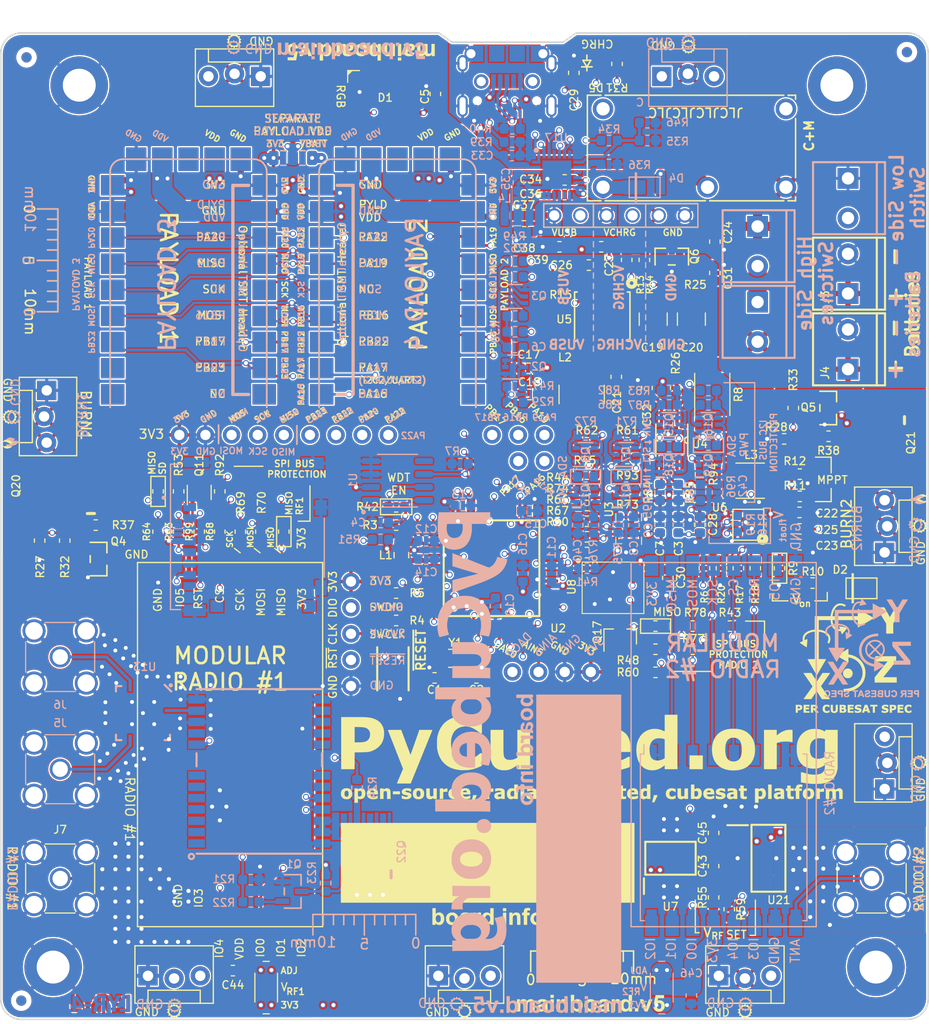
<source format=kicad_pcb>
(kicad_pcb (version 20171130) (host pcbnew "(5.1.5)-3")
  (layers (0 F.Cu signal) (1 Route2 signal hide) (2 Route15 signal hide) (31 B.Cu signal hide) (34 B.Paste user hide) (35 F.Paste user hide) (36 B.SilkS user hide) (37 F.SilkS user) (38 B.Mask user hide) (39 F.Mask user hide) (44 Edge.Cuts user))
  (net 0 "")
  (net 1 GND)
  (net 2 3.3V)
  (net 3 ENAB_BURN2)
  (net 4 ENAB_BURN1)
  (net 5 ENAB_GPS)
  (net 6 SWCLK)
  (net 7 SWDIO)
  (net 8 ~RESET)
  (net 9 VSOLAR)
  (net 10 L1_PROG)
  (net 11 VBATT)
  (net 12 USB_D+)
  (net 13 USB_D-)
  (net 14 GPS_PWR_IN)
  (net 15 BURN_RELAY_A)
  (net 16 "Net-(U3-Pad11)")
  (net 17 "Net-(U3-Pad10)")
  (net 18 "Net-(U3-Pad9)")
  (net 19 "Net-(U1-Pad5)")
  (net 20 "Net-(R15-Pad1)")
  (net 21 "Net-(R13-Pad1)")
  (net 22 "Net-(R10-Pad1)")
  (net 23 "Net-(C25-Pad1)")
  (net 24 "Net-(C26-Pad1)")
  (net 25 "Net-(J1-PadDT)")
  (net 26 "Net-(J1-PadSW)")
  (net 27 "Net-(J1-Pad8)")
  (net 28 "Net-(J1-Pad1)")
  (net 29 "Net-(U14-Pad19)")
  (net 30 "Net-(U14-Pad16)")
  (net 31 "Net-(U14-Pad15)")
  (net 32 "Net-(U14-Pad14)")
  (net 33 "Net-(U14-Pad17)")
  (net 34 "Net-(U14-Pad18)")
  (net 35 "Net-(U14-Pad1)")
  (net 36 "Net-(U14-Pad3)")
  (net 37 "Net-(U14-Pad6)")
  (net 38 "Net-(U14-Pad5)")
  (net 39 "Net-(U14-Pad4)")
  (net 40 "Net-(U14-Pad2)")
  (net 41 "Net-(U14-Pad7)")
  (net 42 "Net-(U14-Pad9)")
  (net 43 "/RF and GPS/RF_IN")
  (net 44 "/Burn Wires/VBURN_A_IN")
  (net 45 "/Burn Wires/VBURN1")
  (net 46 "/Burn Wires/VBURN2")
  (net 47 "Net-(Q5-Pad1)")
  (net 48 "Net-(D4-PadA)")
  (net 49 /Avionics/XTAL1)
  (net 50 /Avionics/XTAL2)
  (net 51 DAC0)
  (net 52 /Avionics/BATTERY)
  (net 53 MISO)
  (net 54 SCK)
  (net 55 MOSI)
  (net 56 FLASH_CS)
  (net 57 FLASH_SCK)
  (net 58 FLASH_IO3)
  (net 59 FLASH_IO2)
  (net 60 FLASH_MISO)
  (net 61 FLASH_MOSI)
  (net 62 "Net-(J5-Pad1)")
  (net 63 "Net-(J6-Pad1)")
  (net 64 "Net-(C12-Pad2)")
  (net 65 "Net-(C21-Pad1)")
  (net 66 "Net-(C27-Pad1)")
  (net 67 "Net-(JP8-Pad3)")
  (net 68 "Net-(JP9-Pad3)")
  (net 69 "Net-(JP10-Pad3)")
  (net 70 "Net-(L1-Pad2)")
  (net 71 "Net-(Q1-Pad1)")
  (net 72 "Net-(Q1-Pad3)")
  (net 73 "Net-(Q4-Pad1)")
  (net 74 "Net-(R6-Pad2)")
  (net 75 "Net-(R11-Pad1)")
  (net 76 "Net-(R16-Pad1)")
  (net 77 "Net-(R16-Pad2)")
  (net 78 "Net-(R18-Pad1)")
  (net 79 "Net-(U9-Pad19)")
  (net 80 "Net-(U9-Pad23)")
  (net 81 "Net-(U9-Pad2)")
  (net 82 "Net-(U10-Pad17)")
  (net 83 "Net-(U10-Pad18)")
  (net 84 "Net-(U10-Pad19)")
  (net 85 "Net-(U10-Pad20)")
  (net 86 "Net-(U10-Pad21)")
  (net 87 "Net-(U10-Pad22)")
  (net 88 "Net-(U10-Pad23)")
  (net 89 "Net-(U11-Pad17)")
  (net 90 "Net-(U11-Pad18)")
  (net 91 "Net-(U11-Pad19)")
  (net 92 "Net-(U11-Pad20)")
  (net 93 "Net-(U11-Pad21)")
  (net 94 "Net-(U11-Pad22)")
  (net 95 "Net-(U11-Pad23)")
  (net 96 "Net-(U12-Pad19)")
  (net 97 "Net-(U12-Pad2)")
  (net 98 "Net-(C21-Pad2)")
  (net 99 "Net-(C23-Pad1)")
  (net 100 "Net-(L3-Pad1)")
  (net 101 "Net-(R42-Pad2)")
  (net 102 WDT_WDI)
  (net 103 ~CHRG)
  (net 104 RX)
  (net 105 TX)
  (net 106 PB17)
  (net 107 PA22)
  (net 108 PA20)
  (net 109 PB22)
  (net 110 PB23)
  (net 111 PA19)
  (net 112 PB16)
  (net 113 "Net-(R24-Pad1)")
  (net 114 "Net-(U1-Pad1)")
  (net 115 RF1_RST)
  (net 116 RF1_CS)
  (net 117 RF1_IO0)
  (net 118 RF2_RST)
  (net 119 RF2_CS)
  (net 120 "/RF and GPS/RF2_ANT")
  (net 121 "Net-(JP13-Pad3)")
  (net 122 "Net-(JP14-Pad3)")
  (net 123 "Net-(JP15-Pad3)")
  (net 124 USB_CC2)
  (net 125 "Net-(J13-PadA8)")
  (net 126 USB_CC1)
  (net 127 "Net-(J13-PadB8)")
  (net 128 GNDREF)
  (net 129 VBUS_IN)
  (net 130 SCL)
  (net 131 SDA)
  (net 132 /Power/VCHRG_IN)
  (net 133 "Net-(C35-Pad2)")
  (net 134 VCHRG)
  (net 135 "Net-(U17-Pad3)")
  (net 136 "Net-(C32-Pad2)")
  (net 137 "Net-(C36-Pad1)")
  (net 138 THM)
  (net 139 "Net-(U4-Pad9)")
  (net 140 "Net-(U4-Pad8)")
  (net 141 "Net-(C36-Pad2)")
  (net 142 "Net-(D5-Pad2)")
  (net 143 "Net-(R36-Pad2)")
  (net 144 "Net-(U17-Pad10)")
  (net 145 "Net-(U17-Pad9)")
  (net 146 "Net-(U17-Pad6)")
  (net 147 RF1_IO4)
  (net 148 "Net-(U15-Pad7)")
  (net 149 "Net-(U15-Pad11)")
  (net 150 "Net-(U23-Pad3)")
  (net 151 "Net-(U23-Pad15)")
  (net 152 "Net-(U24-Pad15)")
  (net 153 "Net-(U24-Pad3)")
  (net 154 RF1_ANT)
  (net 155 AIN5)
  (net 156 "Net-(D1-Pad2)")
  (net 157 "Net-(D1-Pad4)")
  (net 158 "Net-(U3-Pad4)")
  (net 159 "Net-(C25-Pad2)")
  (net 160 "Net-(C37-Pad2)")
  (net 161 "Net-(C39-Pad2)")
  (net 162 SD_CS)
  (net 163 "Net-(R41-Pad1)")
  (net 164 "Net-(C6-Pad2)")
  (net 165 "Net-(C6-Pad1)")
  (net 166 "Net-(C8-Pad1)")
  (net 167 "Net-(C40-Pad1)")
  (net 168 "Net-(C41-Pad1)")
  (net 169 "Net-(C42-Pad1)")
  (net 170 "Net-(Q2-Pad2)")
  (net 171 /Power/3V3_EN)
  (net 172 "Net-(Q3-Pad5)")
  (net 173 SCL_IMU)
  (net 174 "Net-(Q7-Pad2)")
  (net 175 "Net-(Q12-Pad6)")
  (net 176 SDA_IMU)
  (net 177 "Net-(Q8-Pad2)")
  (net 178 "Net-(Q13-Pad6)")
  (net 179 MOSI_RF1)
  (net 180 SCK_RF1)
  (net 181 MISO_RF1)
  (net 182 "Net-(Q12-Pad2)")
  (net 183 "Net-(Q13-Pad2)")
  (net 184 MOSI_RF2)
  (net 185 SCK_RF2)
  (net 186 SCL_PWR)
  (net 187 "Net-(Q15-Pad2)")
  (net 188 "Net-(Q15-Pad5)")
  (net 189 SDA_PWR)
  (net 190 "Net-(Q16-Pad2)")
  (net 191 "Net-(Q16-Pad5)")
  (net 192 MISO_RF2)
  (net 193 "Net-(Q18-Pad2)")
  (net 194 "Net-(Q19-Pad2)")
  (net 195 VBUS_RESET)
  (net 196 "Net-(U4-Pad10)")
  (net 197 "Net-(Q3-Pad2)")
  (net 198 STAT)
  (net 199 /Power/REGN)
  (net 200 "Net-(R26-Pad2)")
  (net 201 /Power/V_RF)
  (net 202 VCC_RF2)
  (net 203 VCC_RF1)
  (net 204 ENAB_RF)
  (net 205 "Net-(Q11-Pad4)")
  (net 206 "Net-(Q11-Pad2)")
  (net 207 "Net-(Q11-Pad5)")
  (net 208 "Net-(Q11-Pad1)")
  (net 209 "Net-(Q17-Pad2)")
  (net 210 "Net-(Q17-Pad1)")
  (net 211 VBATT_SENSE)
  (net 212 MOSI_SD)
  (net 213 SCK_SD)
  (net 214 MISO_SD)
  (net 215 "Net-(U9-Pad14)")
  (net 216 "Net-(U10-Pad14)")
  (net 217 "Net-(U11-Pad14)")
  (net 218 "Net-(U9-Pad13)")
  (net 219 "Net-(U10-Pad13)")
  (net 220 "Net-(U11-Pad13)")
  (net 221 "Net-(U12-Pad13)")
  (net 222 "Net-(U12-Pad14)")
  (net 223 "Net-(U9-Pad1)")
  (net 224 "Net-(U10-Pad1)")
  (net 225 "Net-(U12-Pad1)")
  (net 226 "/RF and GPS/PYLD12_VDD")
  (net 227 "/RF and GPS/PYLD34_VDD")
  (net 228 "Net-(Q20-Pad4)")
  (net 229 "Net-(Q21-Pad4)")
  (net 230 RF2_IO0)
  (net 231 "Net-(U15-Pad15)")
  (net 232 "Net-(U23-Pad7)")
  (net 233 "Net-(U24-Pad7)")
  (net 234 "Net-(U23-Pad8)")
  (net 235 RF2_IO4)
  (net 236 "Net-(U15-Pad16)")
  (net 237 "Net-(U24-Pad8)")
  (net 238 "Net-(J16-Pad2)")
  (net 239 "Net-(J11-Pad4)")
  (net 240 "Net-(R55-Pad2)")
  (net 241 "Net-(U7-Pad4)")
  (net 242 PA16)
  (net 243 PA17)
  (module mainboard:USB_C_Receptacle_XKB_U262-161N-4BVC11 (layer F.Cu) (at 148.0566 55.0418 180)
    (fp_text reference J13 hide)
    (fp_text value USB_C_Receptacle_USB2.0)
    (pad "" np_thru_hole circle (at 3.39 -4.045 180) (size 0.65 0.65) (drill 0.65) (layers *.Cu *.Mask))
    (pad A9 smd rect (at 2.9 -5.02 180) (size 0.6 1.15) (layers F.Cu F.Paste F.Mask) (net 129 VBUS_IN))
    (pad A12 smd rect (at 3.7 -5.02 180) (size 0.6 1.15) (layers F.Cu F.Paste F.Mask) (net 128 GNDREF))
    (pad B5 smd rect (at 2.25 -5.02 180) (size 0.3 1.15) (layers F.Cu F.Paste F.Mask) (net 124 USB_CC2))
    (pad A8 smd rect (at 1.75 -5.02 180) (size 0.3 1.15) (layers F.Cu F.Paste F.Mask) (net 125 "Net-(J13-PadA8)"))
    (pad B6 smd rect (at 1.25 -5.02 180) (size 0.3 1.15) (layers F.Cu F.Paste F.Mask) (net 12 USB_D+))
    (pad A7 smd rect (at 0.75 -5.02 180) (size 0.3 1.15) (layers F.Cu F.Paste F.Mask) (net 13 USB_D-))
    (pad A6 smd rect (at 0.25 -5.02 180) (size 0.3 1.15) (layers F.Cu F.Paste F.Mask) (net 12 USB_D+))
    (pad B7 smd rect (at -0.25 -5.02 180) (size 0.3 1.15) (layers F.Cu F.Paste F.Mask) (net 13 USB_D-))
    (pad A5 smd rect (at -0.75 -5.02 180) (size 0.3 1.15) (layers F.Cu F.Paste F.Mask) (net 126 USB_CC1))
    (pad S1 thru_hole oval (at -3.82 -4.545 180) (size 1 2.1) (drill oval 0.6 1.7) (layers *.Cu *.Mask) (net 128 GNDREF))
    (pad A1 smd rect (at -2.7 -5.02 180) (size 0.6 1.15) (layers F.Cu F.Paste F.Mask) (net 128 GNDREF))
    (pad S1 thru_hole oval (at 4.82 -4.545 180) (size 1 2.1) (drill oval 0.6 1.7) (layers *.Cu *.Mask) (net 128 GNDREF))
    (pad S1 thru_hole oval (at 4.82 -0.395 180) (size 1 1.6) (drill oval 0.6 1.2) (layers *.Cu *.Mask) (net 128 GNDREF))
    (pad S1 thru_hole oval (at -3.82 -0.395 180) (size 1 1.6) (drill oval 0.6 1.2) (layers *.Cu *.Mask) (net 128 GNDREF))
    (pad "" np_thru_hole circle (at -2.39 -4.045 180) (size 0.65 0.65) (drill 0.65) (layers *.Cu *.Mask))
    (pad A4 smd rect (at -1.9 -5.02 180) (size 0.6 1.15) (layers F.Cu F.Paste F.Mask) (net 129 VBUS_IN))
    (pad B8 smd rect (at -1.25 -5.02 180) (size 0.3 1.15) (layers F.Cu F.Paste F.Mask) (net 127 "Net-(J13-PadB8)"))
  )
  (module Capacitor_SMD:C_0603_1608Metric (layer B.Cu) (at 165.481 146.05 90)
    (fp_text reference C46 (at 2.159 0 180) (layer B.SilkS) (effects (font (size 0.762 0.762) (thickness 0.127)) (justify mirror)))
    (fp_text value 10uF)
    (pad 2 smd roundrect (at 0.7875 0 90) (size 0.875 0.95) (layers B.Cu B.Paste B.Mask) (net 202 VCC_RF2))
    (pad 1 smd roundrect (at -0.7875 0 90) (size 0.875 0.95) (layers B.Cu B.Paste B.Mask) (net 1 GND))
  )
  (module Capacitor_SMD:C_0603_1608Metric (layer F.Cu) (at 167.64 130.2512 270)
    (fp_text reference C45 (at 0 1.07188 90) (layer F.SilkS) (effects (font (size 0.762 0.762) (thickness 0.127))))
    (fp_text value 0.1uF)
    (pad 1 smd roundrect (at -0.7875 0 270) (size 0.875 0.95) (layers F.Cu F.Paste F.Mask) (net 1 GND))
    (pad 2 smd roundrect (at 0.7875 0 270) (size 0.875 0.95) (layers F.Cu F.Paste F.Mask) (net 11 VBATT))
  )
  (module Capacitor_SMD:C_0603_1608Metric (layer F.Cu) (at 120.904 143.637)
    (fp_text reference C44 (at 0 1.397) (layer F.SilkS) (effects (font (size 0.762 0.762) (thickness 0.127))))
    (fp_text value 10uF)
    (pad 2 smd roundrect (at 0.7875 0) (size 0.875 0.95) (layers F.Cu F.Paste F.Mask) (net 203 VCC_RF1))
    (pad 1 smd roundrect (at -0.7875 0) (size 0.875 0.95) (layers F.Cu F.Paste F.Mask) (net 1 GND))
  )
  (module mainboard:board_info_block (layer F.Cu) (at 145.669 134.239)
    (fp_text reference REF** hide)
    (fp_text value VAL** hide)
  )
  (module mainboard:board_info_block_bot (layer B.Cu) (at 153.543 130.81 270)
    (fp_text reference REF** hide)
    (fp_text value VAL** hide)
  )
  (module mainboard:RFM95PW (layer F.Cu) (at 121.1291 121.666 270)
    (fp_text reference U23 hide)
    (fp_text value RFM98PW hide)
    (pad 17 smd rect (at 6.0325 2.25 270) (size 5.699999 4.800001) (layers F.Cu F.Mask) (net 1 GND))
    (pad 16 smd rect (at -17.4 7.5 270) (size 2 1.3) (layers F.Cu F.Paste F.Mask) (net 1 GND))
    (pad 15 smd rect (at -17.4 5.5 270) (size 2 1.3) (layers F.Cu F.Paste F.Mask) (net 151 "Net-(U23-Pad15)"))
    (pad 14 smd rect (at -17.4 3.5 270) (size 2 1.3) (layers F.Cu F.Paste F.Mask) (net 115 RF1_RST))
    (pad 13 smd rect (at -17.4 1.5 270) (size 2 1.3) (layers F.Cu F.Paste F.Mask) (net 116 RF1_CS))
    (pad 12 smd rect (at -17.4 -0.5 270) (size 2 1.3) (layers F.Cu F.Paste F.Mask) (net 180 SCK_RF1))
    (pad 11 smd rect (at -17.4 -2.5 270) (size 2 1.3) (layers F.Cu F.Paste F.Mask) (net 179 MOSI_RF1))
    (pad 10 smd rect (at -17.4 -4.5 270) (size 2 1.3) (layers F.Cu F.Paste F.Mask) (net 181 MISO_RF1))
    (pad 9 smd rect (at -17.4 -6.5 270) (size 2 1.3) (layers F.Cu F.Paste F.Mask) (net 2 3.3V))
    (pad 1 smd rect (at 17.6 7.5 270) (size 2 1.3) (layers F.Cu F.Paste F.Mask) (net 154 RF1_ANT))
    (pad 2 smd rect (at 17.6 5.5 270) (size 2 1.3) (layers F.Cu F.Paste F.Mask) (net 1 GND))
    (pad 3 smd rect (at 17.6 3.5 270) (size 2 1.3) (layers F.Cu F.Paste F.Mask) (net 150 "Net-(U23-Pad3)"))
    (pad 4 smd rect (at 17.6 1.5 270) (size 2 1.3) (layers F.Cu F.Paste F.Mask) (net 147 RF1_IO4))
    (pad 5 smd rect (at 17.6 -0.5 270) (size 2 1.3) (layers F.Cu F.Paste F.Mask) (net 203 VCC_RF1))
    (pad 6 smd rect (at 17.6 -2.5 270) (size 2 1.3) (layers F.Cu F.Paste F.Mask) (net 117 RF1_IO0))
    (pad 7 smd rect (at 17.6 -4.5 270) (size 2 1.3) (layers F.Cu F.Paste F.Mask) (net 232 "Net-(U23-Pad7)"))
    (pad 8 smd rect (at 17.6 -6.5 270) (size 2 1.3) (layers F.Cu F.Paste F.Mask) (net 234 "Net-(U23-Pad8)"))
  )
  (module mainboard:XYZ_cubesat-bot (layer F.Cu) (at 183.007 112.268)
    (fp_text reference REF** hide)
    (fp_text value Val** hide)
  )
  (module mainboard:mainboard_version (layer F.Cu) (at 155.702 146.812)
    (fp_text reference REF** hide)
    (fp_text value Val** hide)
  )
  (module mainboard:mainboard_version (layer B.Cu) (at 151.511 146.939 180)
    (fp_text reference REF** hide)
    (fp_text value Val** hide)
  )
  (module mainboard:mainboard_version (layer F.Cu) (at 133.35 54.356 180)
    (fp_text reference REF** hide)
    (fp_text value Val** hide)
  )
  (module mainboard:mainboard_version (layer B.Cu) (at 132.461 54.229)
    (fp_text reference REF** hide)
    (fp_text value Val** hide)
  )
  (module Calibration_Scale:Gauge_10mm_Type1_SilkScreenTop (layer F.Cu) (at 149.86 141.732)
    (fp_text reference REF** hide)
    (fp_text value Gauge_10mm_Type1_SilkScreenTop)
    (fp_text user 5 (at 4.99872 2.90068 unlocked) (layer F.SilkS))
    (fp_text user 0 (at 0 2.79908 unlocked) (layer F.SilkS))
    (fp_text user 10mm (at 9.99998 2.70002 unlocked) (layer F.SilkS))
  )
  (module Calibration_Scale:Gauge_10mm_Type1_SilkScreenTop (layer B.Cu) (at 138.684 138.176 180)
    (fp_text reference REF** hide)
    (fp_text value Gauge_10mm_Type1_SilkScreenTop)
    (fp_text user 10mm (at 9.99998 -2.70002 unlocked) (layer B.SilkS) (effects (justify mirror)))
    (fp_text user 0 (at 0 -2.79908 unlocked) (layer B.SilkS) (effects (justify mirror)))
    (fp_text user 5 (at 4.99872 -2.90068 unlocked) (layer B.SilkS) (effects (justify mirror)))
  )
  (module mainboard:SOT-23 (layer F.Cu) (at 163.576 74.2315)
    (fp_text reference Q6 hide)
    (fp_text value MMBT2222AT hide)
    (fp_text user Q6 (at 2.667 0.8255 90) (layer F.SilkS) (effects (font (size 0.762 0.762) (thickness 0.127)) (justify left bottom)))
    (pad 3 smd rect (at 0 -0.8763) (size 0.5588 1.3208) (layers F.Cu F.Paste F.Mask) (net 48 "Net-(D4-PadA)"))
    (pad 2 smd rect (at 0.9525 1.0033) (size 0.5588 1.3208) (layers F.Cu F.Paste F.Mask) (net 1 GND))
    (pad 1 smd rect (at -0.9525 1.0033) (size 0.5588 1.3208) (layers F.Cu F.Paste F.Mask) (net 15 BURN_RELAY_A))
  )
  (module mainboard:SOT-23 (layer F.Cu) (at 178.7871 88.948096 270)
    (fp_text reference Q5 (at 0.383704 1.0887) (layer F.SilkS) (effects (font (size 0.762 0.762) (thickness 0.127)) (justify right bottom)))
    (fp_text value IRLML2803 hide)
    (pad 3 smd rect (at 0 -0.8763 270) (size 0.5588 1.3208) (layers F.Cu F.Paste F.Mask) (net 229 "Net-(Q21-Pad4)"))
    (pad 2 smd rect (at 0.9525 1.0033 270) (size 0.5588 1.3208) (layers F.Cu F.Paste F.Mask) (net 1 GND))
    (pad 1 smd rect (at -0.9525 1.0033 270) (size 0.5588 1.3208) (layers F.Cu F.Paste F.Mask) (net 47 "Net-(Q5-Pad1)"))
  )
  (module mainboard:SOT-23 (layer B.Cu) (at 126.7171 135.938096 90)
    (fp_text reference Q1 (at 2.207096 -0.7331 180) (layer B.SilkS) (effects (font (size 0.762 0.762) (thickness 0.127)) (justify right bottom mirror)))
    (fp_text value IRLML2803 hide)
    (pad 3 smd rect (at 0 0.8763 90) (size 0.5588 1.3208) (layers B.Cu B.Paste B.Mask) (net 72 "Net-(Q1-Pad3)"))
    (pad 2 smd rect (at 0.9525 -1.0033 90) (size 0.5588 1.3208) (layers B.Cu B.Paste B.Mask) (net 1 GND))
    (pad 1 smd rect (at -0.9525 -1.0033 90) (size 0.5588 1.3208) (layers B.Cu B.Paste B.Mask) (net 71 "Net-(Q1-Pad1)"))
  )
  (module mainboard:SOT-23 (layer F.Cu) (at 107.842904 103.632 270)
    (fp_text reference Q4 (at -1.27 -2.774096 180) (layer F.SilkS) (effects (font (size 0.762 0.762) (thickness 0.127)) (justify right bottom)))
    (fp_text value IRLML2803 hide)
    (pad 3 smd rect (at 0 -0.8763 270) (size 0.5588 1.3208) (layers F.Cu F.Paste F.Mask) (net 228 "Net-(Q20-Pad4)"))
    (pad 2 smd rect (at 0.9525 1.0033 270) (size 0.5588 1.3208) (layers F.Cu F.Paste F.Mask) (net 1 GND))
    (pad 1 smd rect (at -0.9525 1.0033 270) (size 0.5588 1.3208) (layers F.Cu F.Paste F.Mask) (net 73 "Net-(Q4-Pad1)"))
  )
  (module mainboard:NDS8434 (layer F.Cu) (at 183.515 92.329 180)
    (fp_text reference Q21 (at -3.302 0 270) (layer F.SilkS) (effects (font (size 0.762 0.762) (thickness 0.127))))
    (fp_text value NDS8434 hide)
    (pad 8 smd rect (at -1.905 -2.6162 180) (size 0.6096 2.2098) (layers F.Cu F.Paste F.Mask) (net 46 "/Burn Wires/VBURN2"))
    (pad 7 smd rect (at -0.635 -2.6162 180) (size 0.6096 2.2098) (layers F.Cu F.Paste F.Mask) (net 46 "/Burn Wires/VBURN2"))
    (pad 6 smd rect (at 0.635 -2.6162 180) (size 0.6096 2.2098) (layers F.Cu F.Paste F.Mask) (net 46 "/Burn Wires/VBURN2"))
    (pad 5 smd rect (at 1.905 -2.6162 180) (size 0.6096 2.2098) (layers F.Cu F.Paste F.Mask) (net 46 "/Burn Wires/VBURN2"))
    (pad 4 smd rect (at 1.905 2.6162 180) (size 0.6096 2.2098) (layers F.Cu F.Paste F.Mask) (net 229 "Net-(Q21-Pad4)"))
    (pad 3 smd rect (at 0.635 2.6162 180) (size 0.6096 2.2098) (layers F.Cu F.Paste F.Mask) (net 44 "/Burn Wires/VBURN_A_IN"))
    (pad 2 smd rect (at -0.635 2.6162 180) (size 0.6096 2.2098) (layers F.Cu F.Paste F.Mask) (net 44 "/Burn Wires/VBURN_A_IN"))
    (pad 1 smd rect (at -1.905 2.6162 180) (size 0.6096 2.2098) (layers F.Cu F.Paste F.Mask) (net 44 "/Burn Wires/VBURN_A_IN"))
  )
  (module mainboard:NDS8434 (layer F.Cu) (at 104.902 96.52 90)
    (fp_text reference Q20 (at 0 -5.08 270) (layer F.SilkS) (effects (font (size 0.762 0.762) (thickness 0.127))))
    (fp_text value NDS8434 hide)
    (pad 8 smd rect (at -1.905 -2.6162 90) (size 0.6096 2.2098) (layers F.Cu F.Paste F.Mask) (net 45 "/Burn Wires/VBURN1"))
    (pad 7 smd rect (at -0.635 -2.6162 90) (size 0.6096 2.2098) (layers F.Cu F.Paste F.Mask) (net 45 "/Burn Wires/VBURN1"))
    (pad 6 smd rect (at 0.635 -2.6162 90) (size 0.6096 2.2098) (layers F.Cu F.Paste F.Mask) (net 45 "/Burn Wires/VBURN1"))
    (pad 5 smd rect (at 1.905 -2.6162 90) (size 0.6096 2.2098) (layers F.Cu F.Paste F.Mask) (net 45 "/Burn Wires/VBURN1"))
    (pad 4 smd rect (at 1.905 2.6162 90) (size 0.6096 2.2098) (layers F.Cu F.Paste F.Mask) (net 228 "Net-(Q20-Pad4)"))
    (pad 3 smd rect (at 0.635 2.6162 90) (size 0.6096 2.2098) (layers F.Cu F.Paste F.Mask) (net 44 "/Burn Wires/VBURN_A_IN"))
    (pad 2 smd rect (at -0.635 2.6162 90) (size 0.6096 2.2098) (layers F.Cu F.Paste F.Mask) (net 44 "/Burn Wires/VBURN_A_IN"))
    (pad 1 smd rect (at -1.905 2.6162 90) (size 0.6096 2.2098) (layers F.Cu F.Paste F.Mask) (net 44 "/Burn Wires/VBURN_A_IN"))
  )
  (module mainboard:NDS8434 (layer B.Cu) (at 133.604 132.08 180)
    (fp_text reference Q22 (at -3.683 0 90) (layer B.SilkS) (effects (font (size 0.762 0.762) (thickness 0.127)) (justify mirror)))
    (fp_text value NDS8434 hide)
    (pad 8 smd rect (at -1.905 2.6162 180) (size 0.6096 2.2098) (layers B.Cu B.Paste B.Mask) (net 14 GPS_PWR_IN))
    (pad 7 smd rect (at -0.635 2.6162 180) (size 0.6096 2.2098) (layers B.Cu B.Paste B.Mask) (net 14 GPS_PWR_IN))
    (pad 6 smd rect (at 0.635 2.6162 180) (size 0.6096 2.2098) (layers B.Cu B.Paste B.Mask) (net 14 GPS_PWR_IN))
    (pad 5 smd rect (at 1.905 2.6162 180) (size 0.6096 2.2098) (layers B.Cu B.Paste B.Mask) (net 14 GPS_PWR_IN))
    (pad 4 smd rect (at 1.905 -2.6162 180) (size 0.6096 2.2098) (layers B.Cu B.Paste B.Mask) (net 72 "Net-(Q1-Pad3)"))
    (pad 3 smd rect (at 0.635 -2.6162 180) (size 0.6096 2.2098) (layers B.Cu B.Paste B.Mask) (net 2 3.3V))
    (pad 2 smd rect (at -0.635 -2.6162 180) (size 0.6096 2.2098) (layers B.Cu B.Paste B.Mask) (net 2 3.3V))
    (pad 1 smd rect (at -1.905 -2.6162 180) (size 0.6096 2.2098) (layers B.Cu B.Paste B.Mask) (net 2 3.3V))
  )
  (module mainboard:version (layer B.Cu) (at 134.493 145.161 180)
    (fp_text reference REF** hide)
    (fp_text value Val** hide)
  )
  (module mainboard:version (layer F.Cu) (at 134.62 145.161)
    (fp_text reference REF** hide)
    (fp_text value Val** hide)
  )
  (module mainboard:XYZ_cubesat-top (layer F.Cu) (at 181.1782 113.665)
    (fp_text reference REF** hide)
    (fp_text value Val** hide)
  )
  (module Calibration_Scale:Gauge_10mm_Type1_SilkScreenTop (layer B.Cu) (at 103.886 79.59598 90)
    (fp_text reference REF** hide)
    (fp_text value Gauge_10mm_Type1_SilkScreenTop)
    (fp_text user 5 (at 4.99872 -2.90068 270 unlocked) (layer B.SilkS) (effects (justify mirror)))
    (fp_text user 0 (at 0 -2.79908 270 unlocked) (layer B.SilkS) (effects (justify mirror)))
    (fp_text user 10mm (at 9.99998 -2.70002 270 unlocked) (layer B.SilkS) (effects (justify mirror)))
  )
  (module mainboard:opensource (layer F.Cu) (at 154.305 125.8062)
    (fp_text reference REF** hide)
    (fp_text value Val** hide)
  )
  (module mainboard:pycubed_logo (layer F.Cu) (at 152.9842 122.3772)
    (fp_text reference REF** hide)
    (fp_text value VAL** hide)
  )
  (module mainboard:layers (layer F.Cu) (at 108.204 148.59)
    (fp_text reference REF** hide)
    (fp_text value Val** hide)
    (fp_poly (pts (xy 1.6383 -1.4859) (xy 0.9525 -1.4859) (xy 0.9525 -1.8161) (xy 1.6383 -1.8161) (xy 1.6383 -1.4859)) (layer F.Cu) (width 0.01))
    (fp_poly (pts (xy 2.7178 -0.9398) (xy 2.337026 -0.9398) (xy 2.333738 -1.598782) (xy 2.33045 -2.257763) (xy 2.175369 -2.18412) (xy 2.11203 -2.154514) (xy 2.067833 -2.135289) (xy 2.039285 -2.125308) (xy 2.022889 -2.123434) (xy 2.01515 -2.128529) (xy 2.013896 -2.131564) (xy 2.002261 -2.174723) (xy 1.990468 -2.226357) (xy 1.979614 -2.280427) (xy 1.970796 -2.330895) (xy 1.965109 -2.371723) (xy 1.963652 -2.396871) (xy 1.964837 -2.401665) (xy 1.979111 -2.41001) (xy 2.012572 -2.427048) (xy 2.061327 -2.450873) (xy 2.121481 -2.479578) (xy 2.181183 -2.507562) (xy 2.387516 -2.6035) (xy 2.7178 -2.6035) (xy 2.7178 -0.9398)) (layer F.Cu) (width 0.01))
    (fp_poly (pts (xy 0.140822 -2.671411) (xy 0.2021 -2.669753) (xy 0.249874 -2.66681) (xy 0.288104 -2.662362) (xy 0.320754 -2.656188) (xy 0.3429 -2.650588) (xy 0.44465 -2.617126) (xy 0.525968 -2.577697) (xy 0.59158 -2.529809) (xy 0.615028 -2.507163) (xy 0.668309 -2.44017) (xy 0.703797 -2.366696) (xy 0.723475 -2.281246) (xy 0.729298 -2.19075) (xy 0.728687 -2.130693) (xy 0.724587 -2.086796) (xy 0.715379 -2.049889) (xy 0.699445 -2.010801) (xy 0.696338 -2.004105) (xy 0.648908 -1.926752) (xy 0.584955 -1.856236) (xy 0.512145 -1.800555) (xy 0.488425 -1.787277) (xy 0.428402 -1.756772) (xy 0.474015 -1.728582) (xy 0.514647 -1.699457) (xy 0.549869 -1.664228) (xy 0.581253 -1.619783) (xy 0.610376 -1.563009) (xy 0.638814 -1.490796) (xy 0.66814 -1.400032) (xy 0.699931 -1.287606) (xy 0.702958 -1.27635) (xy 0.723299 -1.201475) (xy 0.742919 -1.131071) (xy 0.760281 -1.070525) (xy 0.773845 -1.025225) (xy 0.780465 -1.004879) (xy 0.792113 -0.970979) (xy 0.799151 -0.948696) (xy 0.8001 -0.944554) (xy 0.788118 -0.942927) (xy 0.755049 -0.94154) (xy 0.705203 -0.940497) (xy 0.642892 -0.939901) (xy 0.602601 -0.9398) (xy 0.405103 -0.9398) (xy 0.385839 -0.985906) (xy 0.375328 -1.015526) (xy 0.360393 -1.063467) (xy 0.342914 -1.123444) (xy 0.324769 -1.189172) (xy 0.322241 -1.198631) (xy 0.297207 -1.29184) (xy 0.277146 -1.363948) (xy 0.260847 -1.418492) (xy 0.247103 -1.459006) (xy 0.234705 -1.489028) (xy 0.222444 -1.512092) (xy 0.209111 -1.531734) (xy 0.207754 -1.533539) (xy 0.175354 -1.568768) (xy 0.137054 -1.593128) (xy 0.087 -1.60902) (xy 0.019339 -1.618844) (xy -0.005441 -1.62098) (xy -0.1143 -1.629348) (xy -0.1143 -0.9398) (xy -0.495479 -0.9398) (xy -0.492215 -1.793823) (xy -0.489996 -2.374417) (xy -0.1143 -2.374417) (xy -0.1143 -1.905) (xy 0.004087 -1.905) (xy 0.078634 -1.90771) (xy 0.141797 -1.915275) (xy 0.179108 -1.924297) (xy 0.250812 -1.960309) (xy 0.303121 -2.012034) (xy 0.334812 -2.0778) (xy 0.344707 -2.150599) (xy 0.336933 -2.226007) (xy 0.312024 -2.284894) (xy 0.267573 -2.331435) (xy 0.225056 -2.358107) (xy 0.192464 -2.368657) (xy 0.142328 -2.377519) (xy 0.082481 -2.38407) (xy 0.020758 -2.387689) (xy -0.035008 -2.387752) (xy -0.076983 -2.383637) (xy -0.082082 -2.382503) (xy -0.1143 -2.374417) (xy -0.489996 -2.374417) (xy -0.48895 -2.647845) (xy -0.41275 -2.658999) (xy -0.377868 -2.662297) (xy -0.322391 -2.665351) (xy -0.251127 -2.667999) (xy -0.168881 -2.670076) (xy -0.08046 -2.67142) (xy -0.0381 -2.671752) (xy 0.062076 -2.672004) (xy 0.140822 -2.671411)) (layer F.Cu) (width 0.01))
    (fp_poly (pts (xy -1.922778 -2.664121) (xy -1.698275 -2.66065) (xy -1.613695 -2.4638) (xy -1.5783 -2.380712) (xy -1.539741 -2.289018) (xy -1.502053 -2.198387) (xy -1.469273 -2.118486) (xy -1.46104 -2.098153) (xy -1.436327 -2.039004) (xy -1.414331 -1.990319) (xy -1.396937 -1.955971) (xy -1.386028 -1.939837) (xy -1.383851 -1.939403) (xy -1.374912 -1.955946) (xy -1.360901 -1.988769) (xy -1.347652 -2.023264) (xy -1.332878 -2.061856) (xy -1.311505 -2.115461) (xy -1.285105 -2.180335) (xy -1.255255 -2.252736) (xy -1.223529 -2.328922) (xy -1.191501 -2.40515) (xy -1.160745 -2.477676) (xy -1.132838 -2.54276) (xy -1.109352 -2.596657) (xy -1.091862 -2.635626) (xy -1.081944 -2.655923) (xy -1.080699 -2.657793) (xy -1.065435 -2.660867) (xy -1.029195 -2.663127) (xy -0.976391 -2.664446) (xy -0.911436 -2.664696) (xy -0.859537 -2.664143) (xy -0.647827 -2.66065) (xy -1.206117 -1.672758) (xy -1.209484 -1.309454) (xy -1.21285 -0.94615) (xy -1.406525 -0.942645) (xy -1.6002 -0.939139) (xy -1.6002 -1.64819) (xy -1.823563 -2.06552) (xy -1.876577 -2.164534) (xy -1.927886 -2.260291) (xy -1.975751 -2.349557) (xy -2.018439 -2.429095) (xy -2.054211 -2.49567) (xy -2.081332 -2.546046) (xy -2.097104 -2.575221) (xy -2.147281 -2.667591) (xy -1.922778 -2.664121)) (layer F.Cu) (width 0.01))
    (fp_poly (pts (xy -2.6924 -1.27) (xy -2.0066 -1.27) (xy -2.0066 -0.9398) (xy -2.537884 -0.9398) (xy -2.651663 -0.939997) (xy -2.757499 -0.940557) (xy -2.852707 -0.941439) (xy -2.934602 -0.942601) (xy -3.000499 -0.944001) (xy -3.047713 -0.945596) (xy -3.07356 -0.947345) (xy -3.077634 -0.948267) (xy -3.079069 -0.962084) (xy -3.080428 -0.999201) (xy -3.08169 -1.05752) (xy -3.082834 -1.134939) (xy -3.083839 -1.229361) (xy -3.084686 -1.338685) (xy -3.085353 -1.460811) (xy -3.08582 -1.593641) (xy -3.086066 -1.735075) (xy -3.0861 -1.811867) (xy -3.0861 -2.667) (xy -2.6924 -2.667) (xy -2.6924 -1.27)) (layer F.Cu) (width 0.01))
    (fp_poly (pts (xy -1.0668 -1.4478) (xy -1.7018 -1.4478) (xy -1.7018 -1.7526) (xy -1.0668 -1.7526) (xy -1.0668 -1.4478)) (layer B.Cu) (width 0.01))
    (fp_poly (pts (xy 2.7178 -0.9398) (xy 1.7018 -0.9398) (xy 1.7018 -1.2446) (xy 2.3495 -1.2446) (xy 2.3495 -2.5654) (xy 2.7178 -2.5654) (xy 2.7178 -0.9398)) (layer B.Cu) (width 0.01))
    (fp_poly (pts (xy 0.636619 -2.562543) (xy 0.842671 -2.55905) (xy 0.898775 -2.4257) (xy 0.92318 -2.367231) (xy 0.953986 -2.29274) (xy 0.988091 -2.20976) (xy 1.022395 -2.125827) (xy 1.041443 -2.078984) (xy 1.069255 -2.01185) (xy 1.094093 -1.954568) (xy 1.114357 -1.910612) (xy 1.128449 -1.883457) (xy 1.134696 -1.876439) (xy 1.142686 -1.893433) (xy 1.156398 -1.926128) (xy 1.168526 -1.956455) (xy 1.181453 -1.988448) (xy 1.202473 -2.039342) (xy 1.229722 -2.104673) (xy 1.261334 -2.179975) (xy 1.295444 -2.260783) (xy 1.310166 -2.295525) (xy 1.424664 -2.5654) (xy 1.626732 -2.5654) (xy 1.711726 -2.564585) (xy 1.77436 -2.56218) (xy 1.813664 -2.558249) (xy 1.828672 -2.552854) (xy 1.8288 -2.552235) (xy 1.822984 -2.538542) (xy 1.806377 -2.504906) (xy 1.780236 -2.453742) (xy 1.74582 -2.387468) (xy 1.704386 -2.308499) (xy 1.657193 -2.219253) (xy 1.605499 -2.122145) (xy 1.58115 -2.076612) (xy 1.3335 -1.614153) (xy 1.3335 -0.9398) (xy 0.9652 -0.9398) (xy 0.9652 -1.614706) (xy 0.713095 -2.061478) (xy 0.657624 -2.159829) (xy 0.605627 -2.25211) (xy 0.558528 -2.335788) (xy 0.517751 -2.408328) (xy 0.484721 -2.467196) (xy 0.460861 -2.509858) (xy 0.447595 -2.53378) (xy 0.445778 -2.537143) (xy 0.430566 -2.566036) (xy 0.636619 -2.562543)) (layer B.Cu) (width 0.01))
    (fp_poly (pts (xy -0.114828 -2.568073) (xy -0.025176 -2.565798) (xy 0.062506 -2.562107) (xy 0.142102 -2.557197) (xy 0.207498 -2.551266) (xy 0.246626 -2.545705) (xy 0.2921 -2.537174) (xy 0.2921 -0.9398) (xy -0.0635 -0.9398) (xy -0.0635 -1.5748) (xy -0.160006 -1.5748) (xy -0.230363 -1.571356) (xy -0.286371 -1.559119) (xy -0.330873 -1.535239) (xy -0.36671 -1.496862) (xy -0.396725 -1.441137) (xy -0.42376 -1.365211) (xy -0.444931 -1.288873) (xy -0.463769 -1.217893) (xy -0.484257 -1.144456) (xy -0.503621 -1.078329) (xy -0.51612 -1.038225) (xy -0.548186 -0.9398) (xy -0.926472 -0.9398) (xy -0.913098 -0.974725) (xy -0.905499 -0.997912) (xy -0.892562 -1.040982) (xy -0.87563 -1.099313) (xy -0.856045 -1.168283) (xy -0.836762 -1.237436) (xy -0.815171 -1.313832) (xy -0.794066 -1.385424) (xy -0.775013 -1.44712) (xy -0.759581 -1.493827) (xy -0.750281 -1.518391) (xy -0.726456 -1.561258) (xy -0.693971 -1.605875) (xy -0.658508 -1.645638) (xy -0.625746 -1.673944) (xy -0.608613 -1.683064) (xy -0.588969 -1.692388) (xy -0.588527 -1.703872) (xy -0.608835 -1.72014) (xy -0.641369 -1.738522) (xy -0.705161 -1.782862) (xy -0.765551 -1.843456) (xy -0.814431 -1.911599) (xy -0.829807 -1.940869) (xy -0.848723 -2.002622) (xy -0.857551 -2.076478) (xy -0.4953 -2.076478) (xy -0.493273 -2.027387) (xy -0.485032 -1.992193) (xy -0.467342 -1.959569) (xy -0.458142 -1.946416) (xy -0.434879 -1.918441) (xy -0.407821 -1.896799) (xy -0.37077 -1.877882) (xy -0.317528 -1.858076) (xy -0.2921 -1.849675) (xy -0.271026 -1.84668) (xy -0.231994 -1.844208) (xy -0.182447 -1.842692) (xy -0.168275 -1.842503) (xy -0.0635 -1.8415) (xy -0.0635 -2.285517) (xy -0.095842 -2.293634) (xy -0.139383 -2.299238) (xy -0.196613 -2.299506) (xy -0.259365 -2.295204) (xy -0.319473 -2.287097) (xy -0.368771 -2.275951) (xy -0.394465 -2.265641) (xy -0.447816 -2.223487) (xy -0.480558 -2.169814) (xy -0.494508 -2.101217) (xy -0.4953 -2.076478) (xy -0.857551 -2.076478) (xy -0.857775 -2.078352) (xy -0.856992 -2.158644) (xy -0.846408 -2.234083) (xy -0.828649 -2.289779) (xy -0.782108 -2.370622) (xy -0.721838 -2.436111) (xy -0.645829 -2.487362) (xy -0.552072 -2.525493) (xy -0.438556 -2.55162) (xy -0.334466 -2.564431) (xy -0.275587 -2.567587) (xy -0.200337 -2.568735) (xy -0.114828 -2.568073)) (layer B.Cu) (width 0.01))
    (fp_poly (pts (xy -2.44475 -2.501584) (xy -2.149475 -2.025084) (xy -1.8542 -1.548585) (xy -1.8542 -1.321209) (xy -2.200275 -1.31783) (xy -2.54635 -1.31445) (xy -2.55338 -0.9398) (xy -2.8956 -0.9398) (xy -2.8956 -1.3208) (xy -3.0861 -1.3208) (xy -3.0861 -1.5875) (xy -2.8956 -1.5875) (xy -2.8956 -2.055608) (xy -2.556393 -2.055608) (xy -2.556094 -1.975905) (xy -2.55545 -1.90501) (xy -2.55185 -1.5875) (xy -2.194592 -1.5875) (xy -2.219372 -1.628775) (xy -2.234746 -1.654238) (xy -2.260253 -1.696325) (xy -2.292818 -1.749968) (xy -2.329364 -1.810096) (xy -2.344604 -1.83515) (xy -2.385468 -1.904304) (xy -2.426391 -1.977007) (xy -2.463105 -2.045464) (xy -2.491343 -2.101877) (xy -2.495703 -2.111259) (xy -2.518022 -2.158838) (xy -2.536732 -2.196249) (xy -2.549254 -2.218458) (xy -2.5527 -2.222393) (xy -2.554298 -2.210297) (xy -2.555466 -2.176202) (xy -2.556174 -2.123506) (xy -2.556393 -2.055608) (xy -2.8956 -2.055608) (xy -2.8956 -2.5019) (xy -2.44475 -2.501584)) (layer B.Cu) (width 0.01))
  )
  (module "" (layer F.Cu) (at 155.321 55.753 270)
    (fp_text reference REF** hide)
    (fp_text value Val** hide)
  )
  (module mainboard:sun (layer F.Cu) (at 115.2398 147.4724 90)
    (fp_text reference REF** hide)
    (fp_text value Val** hide)
  )
  (module mainboard:sun (layer F.Cu) (at 143.465409 147.4978 90)
    (fp_text reference REF** hide)
    (fp_text value Val** hide)
  )
  (module mainboard:sun (layer F.Cu) (at 170.7388 147.4978 90)
    (fp_text reference REF** hide)
    (fp_text value Val** hide)
  )
  (module mainboard:sun (layer F.Cu) (at 187.6044 123.3424 180)
    (fp_text reference REF** hide)
    (fp_text value Val** hide)
  )
  (module mainboard:sun (layer F.Cu) (at 165.1508 53.8988 270)
    (fp_text reference REF** hide)
    (fp_text value Val** hide)
  )
  (module mainboard:sun (layer F.Cu) (at 120.9802 53.34 270)
    (fp_text reference REF** hide)
    (fp_text value Val** hide)
  )
  (module mainboard:sun (layer F.Cu) (at 187.6044 100.3554 180)
    (fp_text reference REF** hide)
    (fp_text value Val** hide)
  )
  (module mainboard:flame (layer F.Cu) (at 187.6298 97.8408 90)
    (fp_text reference REF** hide)
    (fp_text value Val** hide)
  )
  (module mainboard:sun (layer F.Cu) (at 99.2886 89.8652)
    (fp_text reference REF** hide)
    (fp_text value Val** hide)
  )
  (module mainboard:flame (layer F.Cu) (at 99.2632 92.3798 270)
    (fp_text reference REF** hide)
    (fp_text value Val** hide)
  )
  (module mainboard:sun (layer B.Cu) (at 165.227 53.3908 270)
    (fp_text reference REF** hide)
    (fp_text value Val** hide)
  )
  (module mainboard:sun (layer B.Cu) (at 187.325 123.571 180)
    (fp_text reference REF** hide)
    (fp_text value Val** hide)
  )
  (module mainboard:sun (layer B.Cu) (at 170.688 146.812 90)
    (fp_text reference REF** hide)
    (fp_text value Val** hide)
  )
  (module mainboard:sun (layer B.Cu) (at 142.621 146.812 90)
    (fp_text reference REF** hide)
    (fp_text value Val** hide)
  )
  (module mainboard:sun (layer B.Cu) (at 115.189 146.939 90)
    (fp_text reference REF** hide)
    (fp_text value Val** hide)
  )
  (module mainboard:sun (layer B.Cu) (at 121.031 53.975 270)
    (fp_text reference REF** hide)
    (fp_text value Val** hide)
  )
  (module mainboard:sun (layer B.Cu) (at 187.198 100.33 180)
    (fp_text reference REF** hide)
    (fp_text value Val** hide)
  )
  (module mainboard:flame (layer B.Cu) (at 187.325 97.79 270)
    (fp_text reference REF** hide)
    (fp_text value Val** hide)
  )
  (module mainboard:sun (layer B.Cu) (at 99.695 89.789)
    (fp_text reference REF** hide)
    (fp_text value Val** hide)
  )
  (module mainboard:flame (layer B.Cu) (at 99.568 92.329 90)
    (fp_text reference REF** hide)
    (fp_text value Val** hide)
  )
  (module mainboard:pycubed_logo (layer B.Cu) (at 144.272 120.523 270)
    (fp_text reference REF** hide)
    (fp_text value Val** hide)
  )
  (module Calibration_Scale:Gauge_10mm_Type1_SilkScreenTop (layer F.Cu) (at 103.886 69.596 270)
    (fp_text reference REF** hide)
    (fp_text value Gauge_10mm_Type1_SilkScreenTop)
    (fp_text user 5 (at 4.99872 2.90068 270 unlocked) (layer F.SilkS))
    (fp_text user 0 (at 0 2.79908 270 unlocked) (layer F.SilkS))
    (fp_text user 10mm (at 9.99998 2.70002 270 unlocked) (layer F.SilkS))
  )
  (module Fiducial:Fiducial_1mm_Mask2mm (layer B.Cu) (at 186.436 54.356)
    (fp_text reference REF1B hide)
    (fp_text value Fiducial_1mm_Mask2mm)
    (pad "" smd circle (at 0 0) (size 1 1) (layers B.Cu B.Mask) (clearance 0.5))
  )
  (module Fiducial:Fiducial_1mm_Mask2mm (layer F.Cu) (at 186.436 54.356)
    (fp_text reference REF3T hide)
    (fp_text value Fiducial_1mm_Mask2mm)
    (pad "" smd circle (at 0 0) (size 1 1) (layers F.Cu F.Mask) (clearance 0.5))
  )
  (module Fiducial:Fiducial_1mm_Mask2mm (layer B.Cu) (at 100.838 54.864)
    (fp_text reference REF2B hide)
    (fp_text value Fiducial_1mm_Mask2mm)
    (pad "" smd circle (at 0 0) (size 1 1) (layers B.Cu B.Mask) (clearance 0.5))
  )
  (module Fiducial:Fiducial_1mm_Mask2mm (layer F.Cu) (at 100.838 54.864 90)
    (fp_text reference REF2T hide)
    (fp_text value Fiducial_1mm_Mask2mm)
    (pad "" smd circle (at 0 0 90) (size 1 1) (layers F.Cu F.Mask) (clearance 0.5))
  )
  (module Fiducial:Fiducial_1mm_Mask2mm (layer B.Cu) (at 100.33 146.558)
    (fp_text reference REF3B hide)
    (fp_text value Fiducial_1mm_Mask2mm)
    (pad "" smd circle (at 0 0) (size 1 1) (layers B.Cu B.Mask) (clearance 0.5))
  )
  (module Fiducial:Fiducial_1mm_Mask2mm (layer F.Cu) (at 100.33 146.558)
    (fp_text reference REF1T hide)
    (fp_text value Fiducial_1mm_Mask2mm)
    (pad "" smd circle (at 0 0) (size 1 1) (layers F.Cu F.Mask) (clearance 0.5))
  )
  (module Resistor_SMD:R_0603_1608Metric (layer F.Cu) (at 165.608 110.1471 180)
    (fp_text reference R78 (at -0.254 1.3081) (layer F.SilkS) (effects (font (size 0.762 0.762) (thickness 0.127))))
    (fp_text value 1K)
    (pad 2 smd roundrect (at 0.7875 0 180) (size 0.875 0.95) (layers F.Cu F.Paste F.Mask) (net 54 SCK))
    (pad 1 smd roundrect (at -0.7875 0 180) (size 0.875 0.95) (layers F.Cu F.Paste F.Mask) (net 185 SCK_RF2))
  )
  (module Resistor_SMD:R_0603_1608Metric (layer F.Cu) (at 119.6291 100.965 270)
    (fp_text reference R68 (at 0 0.9603 90) (layer F.SilkS) (effects (font (size 0.635 0.635) (thickness 0.127))))
    (fp_text value 4.7K)
    (pad 2 smd roundrect (at 0.7875 0 270) (size 0.875 0.95) (layers F.Cu F.Paste F.Mask) (net 116 RF1_CS))
    (pad 1 smd roundrect (at -0.7875 0 270) (size 0.875 0.95) (layers F.Cu F.Paste F.Mask) (net 206 "Net-(Q11-Pad2)"))
  )
  (module Resistor_SMD:R_0603_1608Metric (layer F.Cu) (at 165.608 112.395)
    (fp_text reference R77 (at 0.0635 -1.016) (layer F.SilkS) (effects (font (size 0.762 0.762) (thickness 0.127))))
    (fp_text value 1K)
    (pad 2 smd roundrect (at 0.7875 0) (size 0.875 0.95) (layers F.Cu F.Paste F.Mask) (net 55 MOSI))
    (pad 1 smd roundrect (at -0.7875 0) (size 0.875 0.95) (layers F.Cu F.Paste F.Mask) (net 184 MOSI_RF2))
  )
  (module Resistor_SMD:R_0603_1608Metric (layer F.Cu) (at 121.6291 100.965 90)
    (fp_text reference R69 (at 2.821214 0.0369 90) (layer F.SilkS) (effects (font (size 0.762 0.762) (thickness 0.127))))
    (fp_text value 1K)
    (pad 2 smd roundrect (at 0.7875 0 90) (size 0.875 0.95) (layers F.Cu F.Paste F.Mask) (net 54 SCK))
    (pad 1 smd roundrect (at -0.7875 0 90) (size 0.875 0.95) (layers F.Cu F.Paste F.Mask) (net 180 SCK_RF1))
  )
  (module Resistor_SMD:R_0603_1608Metric (layer F.Cu) (at 113.6291 100.965 90)
    (fp_text reference R64 (at 0 -1.1071 90) (layer F.SilkS) (effects (font (size 0.635 0.635) (thickness 0.127))))
    (fp_text value 1K)
    (pad 2 smd roundrect (at 0.7875 0 90) (size 0.875 0.95) (layers F.Cu F.Paste F.Mask) (net 55 MOSI))
    (pad 1 smd roundrect (at -0.7875 0 90) (size 0.875 0.95) (layers F.Cu F.Paste F.Mask) (net 212 MOSI_SD))
  )
  (module Resistor_SMD:R_0603_1608Metric (layer F.Cu) (at 115.6291 100.965 90)
    (fp_text reference R63 (at 0 -0.9481 90) (layer F.SilkS) (effects (font (size 0.635 0.635) (thickness 0.127))))
    (fp_text value 1K)
    (pad 2 smd roundrect (at 0.7875 0 90) (size 0.875 0.95) (layers F.Cu F.Paste F.Mask) (net 54 SCK))
    (pad 1 smd roundrect (at -0.7875 0 90) (size 0.875 0.95) (layers F.Cu F.Paste F.Mask) (net 213 SCK_SD))
  )
  (module mainboard:XTB40_payload (layer F.Cu) (at 144.52346 64.7573 180)
    (fp_text reference U12 hide)
    (fp_text value XTB-40 hide)
    (pad 10 smd rect (at 2.54 0 90) (size 2.286 1.9812) (layers F.Cu F.Mask) (net 1 GND))
    (pad 11 smd rect (at 5.08 0 90) (size 2.286 1.9812) (layers F.Cu F.Mask) (net 226 "/RF and GPS/PYLD12_VDD"))
    (pad 12 smd rect (at 7.62 0 90) (size 2.286 1.9812) (layers F.Cu F.Mask))
    (pad 13 smd rect (at 10.16 0 90) (size 2.286 1.9812) (layers F.Cu F.Mask) (net 221 "Net-(U12-Pad13)"))
    (pad 14 smd rect (at 12.7 0 90) (size 2.286 1.9812) (layers F.Cu F.Mask) (net 222 "Net-(U12-Pad14)"))
    (pad 15 smd rect (at 14.986 -2.54 180) (size 2.286 1.9812) (layers F.Cu F.Mask) (net 1 GND))
    (pad 16 smd rect (at 14.986 -5.08 180) (size 2.286 1.9812) (layers F.Cu F.Mask) (net 226 "/RF and GPS/PYLD12_VDD"))
    (pad 17 smd rect (at 14.986 -7.62 180) (size 2.286 1.9812) (layers F.Cu F.Mask) (net 107 PA22))
    (pad 18 smd rect (at 14.986 -10.16 180) (size 2.286 1.9812) (layers F.Cu F.Mask) (net 111 PA19))
    (pad 19 smd rect (at 14.986 -12.7 180) (size 2.286 1.9812) (layers F.Cu F.Mask) (net 96 "Net-(U12-Pad19)"))
    (pad 20 smd rect (at 14.986 -15.24 180) (size 2.286 1.9812) (layers F.Cu F.Mask) (net 112 PB16))
    (pad 21 smd rect (at 14.986 -17.78 180) (size 2.286 1.9812) (layers F.Cu F.Mask) (net 109 PB22))
    (pad 22 smd rect (at 14.986 -20.32 180) (size 2.286 1.9812) (layers F.Cu F.Mask) (net 243 PA17))
    (pad 23 smd rect (at 14.986 -22.86 180) (size 2.286 1.9812) (layers F.Cu F.Mask) (net 242 PA16))
    (pad 1 smd rect (at 0.254 -22.86 180) (size 2.286 1.9812) (layers F.Cu F.Mask) (net 225 "Net-(U12-Pad1)"))
    (pad 2 smd rect (at 0.254 -20.32 180) (size 2.286 1.9812) (layers F.Cu F.Mask) (net 97 "Net-(U12-Pad2)"))
    (pad 3 smd rect (at 0.254 -17.78 180) (size 2.286 1.9812) (layers F.Cu F.Mask) (net 112 PB16))
    (pad 4 smd rect (at 0.254 -15.24 180) (size 2.286 1.9812) (layers F.Cu F.Mask) (net 55 MOSI))
    (pad 5 smd rect (at 0.254 -12.7 180) (size 2.286 1.9812) (layers F.Cu F.Mask) (net 54 SCK))
    (pad 6 smd rect (at 0.254 -10.16 180) (size 2.286 1.9812) (layers F.Cu F.Mask) (net 53 MISO))
    (pad 7 smd rect (at 0.254 -7.62 180) (size 2.286 1.9812) (layers F.Cu F.Mask) (net 111 PA19))
    (pad 8 smd rect (at 0.254 -5.08 180) (size 2.286 1.9812) (layers F.Cu F.Mask) (net 1 GND))
    (pad 9 smd rect (at 0.254 -2.54 180) (size 2.286 1.9812) (layers F.Cu F.Mask) (net 2 3.3V))
  )
  (module mainboard:XTB40_payload (layer F.Cu) (at 124.20346 64.7573 180)
    (fp_text reference U10 hide)
    (fp_text value XTB-40 hide)
    (pad 10 smd rect (at 2.54 0 90) (size 2.286 1.9812) (layers F.Cu F.Mask) (net 1 GND))
    (pad 11 smd rect (at 5.08 0 90) (size 2.286 1.9812) (layers F.Cu F.Mask) (net 226 "/RF and GPS/PYLD12_VDD"))
    (pad 12 smd rect (at 7.62 0 90) (size 2.286 1.9812) (layers F.Cu F.Mask))
    (pad 13 smd rect (at 10.16 0 90) (size 2.286 1.9812) (layers F.Cu F.Mask) (net 219 "Net-(U10-Pad13)"))
    (pad 14 smd rect (at 12.7 0 90) (size 2.286 1.9812) (layers F.Cu F.Mask) (net 216 "Net-(U10-Pad14)"))
    (pad 15 smd rect (at 14.986 -2.54 180) (size 2.286 1.9812) (layers F.Cu F.Mask) (net 1 GND))
    (pad 16 smd rect (at 14.986 -5.08 180) (size 2.286 1.9812) (layers F.Cu F.Mask) (net 226 "/RF and GPS/PYLD12_VDD"))
    (pad 17 smd rect (at 14.986 -7.62 180) (size 2.286 1.9812) (layers F.Cu F.Mask) (net 82 "Net-(U10-Pad17)"))
    (pad 18 smd rect (at 14.986 -10.16 180) (size 2.286 1.9812) (layers F.Cu F.Mask) (net 83 "Net-(U10-Pad18)"))
    (pad 19 smd rect (at 14.986 -12.7 180) (size 2.286 1.9812) (layers F.Cu F.Mask) (net 84 "Net-(U10-Pad19)"))
    (pad 20 smd rect (at 14.986 -15.24 180) (size 2.286 1.9812) (layers F.Cu F.Mask) (net 85 "Net-(U10-Pad20)"))
    (pad 21 smd rect (at 14.986 -17.78 180) (size 2.286 1.9812) (layers F.Cu F.Mask) (net 86 "Net-(U10-Pad21)"))
    (pad 22 smd rect (at 14.986 -20.32 180) (size 2.286 1.9812) (layers F.Cu F.Mask) (net 87 "Net-(U10-Pad22)"))
    (pad 23 smd rect (at 14.986 -22.86 180) (size 2.286 1.9812) (layers F.Cu F.Mask) (net 88 "Net-(U10-Pad23)"))
    (pad 1 smd rect (at 0.254 -22.86 180) (size 2.286 1.9812) (layers F.Cu F.Mask) (net 224 "Net-(U10-Pad1)"))
    (pad 2 smd rect (at 0.254 -20.32 180) (size 2.286 1.9812) (layers F.Cu F.Mask) (net 110 PB23))
    (pad 3 smd rect (at 0.254 -17.78 180) (size 2.286 1.9812) (layers F.Cu F.Mask) (net 106 PB17))
    (pad 4 smd rect (at 0.254 -15.24 180) (size 2.286 1.9812) (layers F.Cu F.Mask) (net 55 MOSI))
    (pad 5 smd rect (at 0.254 -12.7 180) (size 2.286 1.9812) (layers F.Cu F.Mask) (net 54 SCK))
    (pad 6 smd rect (at 0.254 -10.16 180) (size 2.286 1.9812) (layers F.Cu F.Mask) (net 53 MISO))
    (pad 7 smd rect (at 0.254 -7.62 180) (size 2.286 1.9812) (layers F.Cu F.Mask) (net 108 PA20))
    (pad 8 smd rect (at 0.254 -5.08 180) (size 2.286 1.9812) (layers F.Cu F.Mask) (net 1 GND))
    (pad 9 smd rect (at 0.254 -2.54 180) (size 2.286 1.9812) (layers F.Cu F.Mask) (net 2 3.3V))
  )
  (module mainboard:XTB40_payload (layer B.Cu) (at 129.286 64.7573)
    (fp_text reference U11 hide)
    (fp_text value XTB-40 hide)
    (pad 10 smd rect (at 2.54 0 90) (size 2.286 1.9812) (layers B.Cu B.Mask) (net 1 GND))
    (pad 11 smd rect (at 5.08 0 90) (size 2.286 1.9812) (layers B.Cu B.Mask) (net 227 "/RF and GPS/PYLD34_VDD"))
    (pad 12 smd rect (at 7.62 0 90) (size 2.286 1.9812) (layers B.Cu B.Mask))
    (pad 13 smd rect (at 10.16 0 90) (size 2.286 1.9812) (layers B.Cu B.Mask) (net 220 "Net-(U11-Pad13)"))
    (pad 14 smd rect (at 12.7 0 90) (size 2.286 1.9812) (layers B.Cu B.Mask) (net 217 "Net-(U11-Pad14)"))
    (pad 15 smd rect (at 14.986 2.54) (size 2.286 1.9812) (layers B.Cu B.Mask) (net 1 GND))
    (pad 16 smd rect (at 14.986 5.08) (size 2.286 1.9812) (layers B.Cu B.Mask) (net 227 "/RF and GPS/PYLD34_VDD"))
    (pad 17 smd rect (at 14.986 7.62) (size 2.286 1.9812) (layers B.Cu B.Mask) (net 89 "Net-(U11-Pad17)"))
    (pad 18 smd rect (at 14.986 10.16) (size 2.286 1.9812) (layers B.Cu B.Mask) (net 90 "Net-(U11-Pad18)"))
    (pad 19 smd rect (at 14.986 12.7) (size 2.286 1.9812) (layers B.Cu B.Mask) (net 91 "Net-(U11-Pad19)"))
    (pad 20 smd rect (at 14.986 15.24) (size 2.286 1.9812) (layers B.Cu B.Mask) (net 92 "Net-(U11-Pad20)"))
    (pad 21 smd rect (at 14.986 17.78) (size 2.286 1.9812) (layers B.Cu B.Mask) (net 93 "Net-(U11-Pad21)"))
    (pad 22 smd rect (at 14.986 20.32) (size 2.286 1.9812) (layers B.Cu B.Mask) (net 94 "Net-(U11-Pad22)"))
    (pad 23 smd rect (at 14.986 22.86) (size 2.286 1.9812) (layers B.Cu B.Mask) (net 95 "Net-(U11-Pad23)"))
    (pad 1 smd rect (at 0.254 22.86) (size 2.286 1.9812) (layers B.Cu B.Mask) (net 242 PA16))
    (pad 2 smd rect (at 0.254 20.32) (size 2.286 1.9812) (layers B.Cu B.Mask) (net 243 PA17))
    (pad 3 smd rect (at 0.254 17.78) (size 2.286 1.9812) (layers B.Cu B.Mask) (net 109 PB22))
    (pad 4 smd rect (at 0.254 15.24) (size 2.286 1.9812) (layers B.Cu B.Mask) (net 55 MOSI))
    (pad 5 smd rect (at 0.254 12.7) (size 2.286 1.9812) (layers B.Cu B.Mask) (net 54 SCK))
    (pad 6 smd rect (at 0.254 10.16) (size 2.286 1.9812) (layers B.Cu B.Mask) (net 53 MISO))
    (pad 7 smd rect (at 0.254 7.62) (size 2.286 1.9812) (layers B.Cu B.Mask) (net 107 PA22))
    (pad 8 smd rect (at 0.254 5.08) (size 2.286 1.9812) (layers B.Cu B.Mask) (net 1 GND))
    (pad 9 smd rect (at 0.254 2.54) (size 2.286 1.9812) (layers B.Cu B.Mask) (net 2 3.3V))
  )
  (module mainboard:XTB40_payload (layer B.Cu) (at 108.96346 64.7573)
    (fp_text reference U9 hide)
    (fp_text value XTB-40 hide)
    (pad 10 smd rect (at 2.54 0 90) (size 2.286 1.9812) (layers B.Cu B.Mask) (net 1 GND))
    (pad 11 smd rect (at 5.08 0 90) (size 2.286 1.9812) (layers B.Cu B.Mask) (net 227 "/RF and GPS/PYLD34_VDD"))
    (pad 12 smd rect (at 7.62 0 90) (size 2.286 1.9812) (layers B.Cu B.Mask))
    (pad 13 smd rect (at 10.16 0 90) (size 2.286 1.9812) (layers B.Cu B.Mask) (net 218 "Net-(U9-Pad13)"))
    (pad 14 smd rect (at 12.7 0 90) (size 2.286 1.9812) (layers B.Cu B.Mask) (net 215 "Net-(U9-Pad14)"))
    (pad 15 smd rect (at 14.986 2.54) (size 2.286 1.9812) (layers B.Cu B.Mask) (net 1 GND))
    (pad 16 smd rect (at 14.986 5.08) (size 2.286 1.9812) (layers B.Cu B.Mask) (net 227 "/RF and GPS/PYLD34_VDD"))
    (pad 17 smd rect (at 14.986 7.62) (size 2.286 1.9812) (layers B.Cu B.Mask) (net 108 PA20))
    (pad 18 smd rect (at 14.986 10.16) (size 2.286 1.9812) (layers B.Cu B.Mask) (net 111 PA19))
    (pad 19 smd rect (at 14.986 12.7) (size 2.286 1.9812) (layers B.Cu B.Mask) (net 79 "Net-(U9-Pad19)"))
    (pad 20 smd rect (at 14.986 15.24) (size 2.286 1.9812) (layers B.Cu B.Mask) (net 112 PB16))
    (pad 21 smd rect (at 14.986 17.78) (size 2.286 1.9812) (layers B.Cu B.Mask) (net 106 PB17))
    (pad 22 smd rect (at 14.986 20.32) (size 2.286 1.9812) (layers B.Cu B.Mask) (net 110 PB23))
    (pad 23 smd rect (at 14.986 22.86) (size 2.286 1.9812) (layers B.Cu B.Mask) (net 80 "Net-(U9-Pad23)"))
    (pad 1 smd rect (at 0.254 22.86) (size 2.286 1.9812) (layers B.Cu B.Mask) (net 223 "Net-(U9-Pad1)"))
    (pad 2 smd rect (at 0.254 20.32) (size 2.286 1.9812) (layers B.Cu B.Mask) (net 81 "Net-(U9-Pad2)"))
    (pad 3 smd rect (at 0.254 17.78) (size 2.286 1.9812) (layers B.Cu B.Mask) (net 110 PB23))
    (pad 4 smd rect (at 0.254 15.24) (size 2.286 1.9812) (layers B.Cu B.Mask) (net 55 MOSI))
    (pad 5 smd rect (at 0.254 12.7) (size 2.286 1.9812) (layers B.Cu B.Mask) (net 54 SCK))
    (pad 6 smd rect (at 0.254 10.16) (size 2.286 1.9812) (layers B.Cu B.Mask) (net 53 MISO))
    (pad 7 smd rect (at 0.254 7.62) (size 2.286 1.9812) (layers B.Cu B.Mask) (net 108 PA20))
    (pad 8 smd rect (at 0.254 5.08) (size 2.286 1.9812) (layers B.Cu B.Mask) (net 1 GND))
    (pad 9 smd rect (at 0.254 2.54) (size 2.286 1.9812) (layers B.Cu B.Mask) (net 2 3.3V))
  )
  (module Resistor_SMD:R_0805_2012Metric (layer B.Cu) (at 127.66064 64.64046)
    (fp_text reference R58 hide)
    (fp_text value 0)
    (pad 2 smd roundrect (at 0.9375 0) (size 0.975 1.4) (layers B.Cu B.Paste B.Mask) (net 11 VBATT))
    (pad 1 smd roundrect (at -0.9375 0) (size 0.975 1.4) (layers B.Cu B.Paste B.Mask) (net 227 "/RF and GPS/PYLD34_VDD"))
  )
  (module Resistor_SMD:R_0805_2012Metric (layer B.Cu) (at 125.79453 64.64046)
    (fp_text reference R57 hide)
    (fp_text value 0)
    (pad 2 smd roundrect (at 0.9375 0) (size 0.975 1.4) (layers B.Cu B.Paste B.Mask) (net 227 "/RF and GPS/PYLD34_VDD"))
    (pad 1 smd roundrect (at -0.9375 0) (size 0.975 1.4) (layers B.Cu B.Paste B.Mask) (net 2 3.3V))
  )
  (module Resistor_SMD:R_0805_2012Metric (layer F.Cu) (at 127.66953 64.643)
    (fp_text reference R56 hide)
    (fp_text value 0)
    (pad 2 smd roundrect (at 0.9375 0) (size 0.975 1.4) (layers F.Cu F.Paste F.Mask) (net 11 VBATT))
    (pad 1 smd roundrect (at -0.9375 0) (size 0.975 1.4) (layers F.Cu F.Paste F.Mask) (net 226 "/RF and GPS/PYLD12_VDD"))
  )
  (module Resistor_SMD:R_0805_2012Metric (layer F.Cu) (at 125.79453 64.643)
    (fp_text reference R54 hide)
    (fp_text value 0)
    (pad 2 smd roundrect (at 0.9375 0) (size 0.975 1.4) (layers F.Cu F.Paste F.Mask) (net 226 "/RF and GPS/PYLD12_VDD"))
    (pad 1 smd roundrect (at -0.9375 0) (size 0.975 1.4) (layers F.Cu F.Paste F.Mask) (net 2 3.3V))
  )
  (module Capacitor_SMD:C_0603_1608Metric (layer F.Cu) (at 149.733 87.63)
    (fp_text reference C18 (at 0 -1.2065) (layer F.SilkS) (effects (font (size 0.762 0.762) (thickness 0.127))))
    (fp_text value 22uF)
    (pad 1 smd roundrect (at -0.7875 0) (size 0.875 0.95) (layers F.Cu F.Paste F.Mask) (net 1 GND))
    (pad 2 smd roundrect (at 0.7875 0) (size 0.875 0.95) (layers F.Cu F.Paste F.Mask) (net 2 3.3V))
  )
  (module Inductor_SMD:L_0805_2012Metric_Pad1.15x1.40mm_HandSolder (layer F.Cu) (at 137.287 103.251 270)
    (fp_text reference L1 (at 0 1.524) (layer F.SilkS) (effects (font (size 0.762 0.762) (thickness 0.127))))
    (fp_text value 10uH)
    (pad 2 smd roundrect (at 1.025 0 270) (size 1.15 1.4) (layers F.Cu F.Paste F.Mask) (roundrect_rratio 0.217391) (net 70 "Net-(L1-Pad2)"))
    (pad 1 smd roundrect (at -1.025 0 270) (size 1.15 1.4) (layers F.Cu F.Paste F.Mask) (roundrect_rratio 0.217391) (net 64 "Net-(C12-Pad2)"))
  )
  (module mainboard:BTN_KMR2_4.6X2.8 (layer F.Cu) (at 136.4615 114.3 90)
    (fp_text reference SW1 hide)
    (fp_text value "KMR231NG LFS" hide)
    (pad A' smd rect (at -2.05 -0.8 90) (size 0.9 0.9) (layers F.Cu F.Paste F.Mask) (net 8 ~RESET))
    (pad B' smd rect (at -2.05 0.8 90) (size 0.9 0.9) (layers F.Cu F.Paste F.Mask) (net 1 GND))
    (pad B smd rect (at 2.05 0.8 90) (size 0.9 0.9) (layers F.Cu F.Paste F.Mask) (net 1 GND))
    (pad A smd rect (at 2.05 -0.8 90) (size 0.9 0.9) (layers F.Cu F.Paste F.Mask) (net 8 ~RESET))
  )
  (module mainboard:RFM95PW (layer B.Cu) (at 168.11752 121.666 270)
    (fp_text reference U24 hide)
    (fp_text value RFM98PW hide)
    (pad 8 smd rect (at 17.6 6.5 270) (size 2 1.3) (layers B.Cu B.Paste B.Mask) (net 237 "Net-(U24-Pad8)"))
    (pad 7 smd rect (at 17.6 4.5 270) (size 2 1.3) (layers B.Cu B.Paste B.Mask) (net 233 "Net-(U24-Pad7)"))
    (pad 6 smd rect (at 17.6 2.5 270) (size 2 1.3) (layers B.Cu B.Paste B.Mask) (net 230 RF2_IO0))
    (pad 5 smd rect (at 17.6 0.5 270) (size 2 1.3) (layers B.Cu B.Paste B.Mask) (net 202 VCC_RF2))
    (pad 4 smd rect (at 17.6 -1.5 270) (size 2 1.3) (layers B.Cu B.Paste B.Mask) (net 235 RF2_IO4))
    (pad 3 smd rect (at 17.6 -3.5 270) (size 2 1.3) (layers B.Cu B.Paste B.Mask) (net 153 "Net-(U24-Pad3)"))
    (pad 2 smd rect (at 17.6 -5.5 270) (size 2 1.3) (layers B.Cu B.Paste B.Mask) (net 1 GND))
    (pad 1 smd rect (at 17.6 -7.5 270) (size 2 1.3) (layers B.Cu B.Paste B.Mask) (net 120 "/RF and GPS/RF2_ANT"))
    (pad 9 smd rect (at -17.4 6.5 270) (size 2 1.3) (layers B.Cu B.Paste B.Mask) (net 2 3.3V))
    (pad 10 smd rect (at -17.4 4.5 270) (size 2 1.3) (layers B.Cu B.Paste B.Mask) (net 192 MISO_RF2))
    (pad 11 smd rect (at -17.4 2.5 270) (size 2 1.3) (layers B.Cu B.Paste B.Mask) (net 184 MOSI_RF2))
    (pad 12 smd rect (at -17.4 0.5 270) (size 2 1.3) (layers B.Cu B.Paste B.Mask) (net 185 SCK_RF2))
    (pad 13 smd rect (at -17.4 -1.5 270) (size 2 1.3) (layers B.Cu B.Paste B.Mask) (net 119 RF2_CS))
    (pad 14 smd rect (at -17.4 -3.5 270) (size 2 1.3) (layers B.Cu B.Paste B.Mask) (net 118 RF2_RST))
    (pad 15 smd rect (at -17.4 -5.5 270) (size 2 1.3) (layers B.Cu B.Paste B.Mask) (net 152 "Net-(U24-Pad15)"))
    (pad 16 smd rect (at -17.4 -7.5 270) (size 2 1.3) (layers B.Cu B.Paste B.Mask) (net 1 GND))
    (pad 17 smd rect (at 6.0325 -2.25 270) (size 5.699999 4.800001) (layers B.Cu B.Mask) (net 1 GND))
  )
  (module mainboard:QFN32-5X5MM (layer B.Cu) (at 112.161878 118.60415 180)
    (fp_text reference U13 (at -1.376122 4.05015) (layer B.SilkS) (effects (font (size 0.762 0.762) (thickness 0.127)) (justify left bottom mirror)))
    (fp_text value EP2W+)
    (pad EP smd rect (at 0 0 180) (size 2.794 2.794) (layers B.Cu B.Mask) (net 1 GND))
    (pad 32 smd rect (at -1.75 2.5 270) (size 0.762 0.3048) (layers B.Cu B.Paste B.Mask) (net 1 GND))
    (pad 31 smd rect (at -1.25 2.5 270) (size 0.762 0.3048) (layers B.Cu B.Paste B.Mask) (net 1 GND))
    (pad 30 smd rect (at -0.75 2.5 270) (size 0.762 0.3048) (layers B.Cu B.Paste B.Mask) (net 1 GND))
    (pad 29 smd rect (at -0.25 2.5 270) (size 0.762 0.3048) (layers B.Cu B.Paste B.Mask) (net 1 GND))
    (pad 28 smd rect (at 0.25 2.5 270) (size 0.762 0.3048) (layers B.Cu B.Paste B.Mask) (net 1 GND))
    (pad 27 smd rect (at 0.75 2.5 270) (size 0.762 0.3048) (layers B.Cu B.Paste B.Mask) (net 1 GND))
    (pad 26 smd rect (at 1.25 2.5 270) (size 0.762 0.3048) (layers B.Cu B.Paste B.Mask) (net 63 "Net-(J6-Pad1)"))
    (pad 25 smd rect (at 1.75 2.5 270) (size 0.762 0.3048) (layers B.Cu B.Paste B.Mask) (net 1 GND))
    (pad 24 smd rect (at 2.5 1.75) (size 0.762 0.3048) (layers B.Cu B.Paste B.Mask) (net 1 GND))
    (pad 23 smd rect (at 2.5 1.25) (size 0.762 0.3048) (layers B.Cu B.Paste B.Mask) (net 1 GND))
    (pad 22 smd rect (at 2.5 0.75) (size 0.762 0.3048) (layers B.Cu B.Paste B.Mask) (net 1 GND))
    (pad 21 smd rect (at 2.5 0.25) (size 0.762 0.3048) (layers B.Cu B.Paste B.Mask) (net 1 GND))
    (pad 20 smd rect (at 2.5 -0.25) (size 0.762 0.3048) (layers B.Cu B.Paste B.Mask) (net 1 GND))
    (pad 19 smd rect (at 2.5 -0.75) (size 0.762 0.3048) (layers B.Cu B.Paste B.Mask) (net 1 GND))
    (pad 18 smd rect (at 2.5 -1.25) (size 0.762 0.3048) (layers B.Cu B.Paste B.Mask) (net 1 GND))
    (pad 17 smd rect (at 2.5 -1.75) (size 0.762 0.3048) (layers B.Cu B.Paste B.Mask) (net 1 GND))
    (pad 16 smd rect (at 1.75 -2.5 90) (size 0.762 0.3048) (layers B.Cu B.Paste B.Mask) (net 1 GND))
    (pad 15 smd rect (at 1.25 -2.5 90) (size 0.762 0.3048) (layers B.Cu B.Paste B.Mask) (net 62 "Net-(J5-Pad1)"))
    (pad 14 smd rect (at 0.75 -2.5 90) (size 0.762 0.3048) (layers B.Cu B.Paste B.Mask) (net 1 GND))
    (pad 13 smd rect (at 0.25 -2.5 90) (size 0.762 0.3048) (layers B.Cu B.Paste B.Mask) (net 1 GND))
    (pad 12 smd rect (at -0.25 -2.5 90) (size 0.762 0.3048) (layers B.Cu B.Paste B.Mask) (net 1 GND))
    (pad 11 smd rect (at -0.75 -2.5 90) (size 0.762 0.3048) (layers B.Cu B.Paste B.Mask) (net 1 GND))
    (pad 10 smd rect (at -1.25 -2.5 90) (size 0.762 0.3048) (layers B.Cu B.Paste B.Mask) (net 1 GND))
    (pad 9 smd rect (at -1.75 -2.5 90) (size 0.762 0.3048) (layers B.Cu B.Paste B.Mask) (net 1 GND))
    (pad 8 smd rect (at -2.5 -1.75 180) (size 0.762 0.3048) (layers B.Cu B.Paste B.Mask) (net 1 GND))
    (pad 7 smd rect (at -2.5 -1.25 180) (size 0.762 0.3048) (layers B.Cu B.Paste B.Mask) (net 1 GND))
    (pad 6 smd rect (at -2.5 -0.75 180) (size 0.762 0.3048) (layers B.Cu B.Paste B.Mask) (net 1 GND))
    (pad 5 smd rect (at -2.5 -0.25 180) (size 0.762 0.3048) (layers B.Cu B.Paste B.Mask) (net 1 GND))
    (pad 4 smd rect (at -2.5 0.25 180) (size 0.762 0.3048) (layers B.Cu B.Paste B.Mask) (net 43 "/RF and GPS/RF_IN"))
    (pad 3 smd rect (at -2.5 0.75 180) (size 0.762 0.3048) (layers B.Cu B.Paste B.Mask) (net 1 GND))
    (pad 2 smd rect (at -2.5 1.25 180) (size 0.762 0.3048) (layers B.Cu B.Paste B.Mask) (net 1 GND))
    (pad 1 smd rect (at -2.5 1.75 180) (size 0.762 0.3048) (layers B.Cu B.Paste B.Mask) (net 1 GND))
  )
  (module mainboard:SolderJumper-3_P1.3mm_Bridged12_RoundedPad1.0x1.5mm (layer B.Cu) (at 162.60152 145.288 270)
    (fp_text reference JP7 hide)
    (fp_text value Jumper_3_Bridged12)
    (fp_poly (pts (xy -1.1 0.762) (xy -0.6 0.762) (xy -0.6 -0.762) (xy -1.1 -0.762)) (layer B.Cu) (width 0))
    (pad 3 smd custom (at 1.7 0 270) (size 1.4 0.5) (layers B.Cu B.Mask) (net 2 3.3V) (options (clearance outline) (anchor rect)) (primitives (gr_circle (center 0 -0.25) (end 0.7 -0.25) (width 0)) (gr_circle (center 0 0.25) (end 0.7 0.25) (width 0)) (gr_poly (pts (xy -0.75 0.95) (xy 0 0.95) (xy 0 -0.95) (xy -0.75 -0.95)) (width 0))))
    (pad 2 smd rect (at 0 0 270) (size 1.4 1.9) (layers B.Cu B.Mask) (net 202 VCC_RF2))
    (pad 1 smd custom (at -1.7 0 270) (size 1.4 0.5) (layers B.Cu B.Mask) (net 201 /Power/V_RF) (options (clearance outline) (anchor rect)) (primitives (gr_circle (center 0 -0.25) (end 0.7 -0.25) (width 0)) (gr_circle (center 0 0.25) (end 0.7 0.25) (width 0)) (gr_poly (pts (xy 0.75 0.95) (xy 0 0.95) (xy 0 -0.95) (xy 0.75 -0.95)) (width 0))))
  )
  (module mainboard:SolderJumper-3_P1.3mm_Bridged12_RoundedPad1.0x1.5mm (layer F.Cu) (at 124.1425 145.288 270)
    (fp_text reference JP6 hide)
    (fp_text value Jumper_3_Bridged12)
    (fp_poly (pts (xy -1.1 -0.762) (xy -0.6 -0.762) (xy -0.6 0.762) (xy -1.1 0.762)) (layer F.Cu) (width 0))
    (pad 1 smd custom (at -1.7 0 270) (size 1.4 0.5) (layers F.Cu F.Mask) (net 201 /Power/V_RF) (options (clearance outline) (anchor rect)) (primitives (gr_circle (center 0 0.25) (end 0.7 0.25) (width 0)) (gr_circle (center 0 -0.25) (end 0.7 -0.25) (width 0)) (gr_poly (pts (xy 0.75 -0.95) (xy 0 -0.95) (xy 0 0.95) (xy 0.75 0.95)) (width 0))))
    (pad 2 smd rect (at 0 0 270) (size 1.4 1.9) (layers F.Cu F.Mask) (net 203 VCC_RF1))
    (pad 3 smd custom (at 1.7 0 270) (size 1.4 0.5) (layers F.Cu F.Mask) (net 2 3.3V) (options (clearance outline) (anchor rect)) (primitives (gr_circle (center 0 0.25) (end 0.7 0.25) (width 0)) (gr_circle (center 0 -0.25) (end 0.7 -0.25) (width 0)) (gr_poly (pts (xy -0.75 -0.95) (xy 0 -0.95) (xy 0 0.95) (xy -0.75 0.95)) (width 0))))
  )
  (module Connector_PinHeader_2.54mm:PinHeader_1x04_P2.54mm_Vertical (layer F.Cu) (at 148.082 114.6048 90)
    (fp_text reference J10 hide)
    (fp_text value Conn_01x04)
    (pad 4 thru_hole oval (at 0 7.62 90) (size 1.7 1.7) (drill 1) (layers *.Cu *.Mask) (net 2 3.3V))
    (pad 3 thru_hole oval (at 0 5.08 90) (size 1.7 1.7) (drill 1) (layers *.Cu *.Mask) (net 1 GND))
    (pad 2 thru_hole oval (at 0 2.54 90) (size 1.7 1.7) (drill 1) (layers *.Cu *.Mask) (net 155 AIN5))
    (pad 1 thru_hole oval (at 0 0 90) (size 1.7 1.7) (drill 1) (layers *.Cu *.Mask) (net 51 DAC0))
  )
  (module Package_TO_SOT_SMD:SOT-363_SC-70-6 (layer B.Cu) (at 155.194 93.472)
    (fp_text reference Q8 (at 0 0 90) (layer B.SilkS) (effects (font (size 0.762 0.762) (thickness 0.127)) (justify mirror)))
    (fp_text value MBT2222ADW1T1)
    (pad 6 smd rect (at 0.95 0.65) (size 0.65 0.4) (layers B.Cu B.Paste B.Mask) (net 176 SDA_IMU))
    (pad 4 smd rect (at 0.95 -0.65) (size 0.65 0.4) (layers B.Cu B.Paste B.Mask) (net 176 SDA_IMU))
    (pad 2 smd rect (at -0.95 0) (size 0.65 0.4) (layers B.Cu B.Paste B.Mask) (net 177 "Net-(Q8-Pad2)"))
    (pad 5 smd rect (at 0.95 0) (size 0.65 0.4) (layers B.Cu B.Paste B.Mask) (net 178 "Net-(Q13-Pad6)"))
    (pad 3 smd rect (at -0.95 -0.65) (size 0.65 0.4) (layers B.Cu B.Paste B.Mask) (net 131 SDA))
    (pad 1 smd rect (at -0.95 0.65) (size 0.65 0.4) (layers B.Cu B.Paste B.Mask) (net 131 SDA))
  )
  (module Resistor_SMD:R_0603_1608Metric (layer F.Cu) (at 123.6291 100.965 270)
    (fp_text reference R70 (at -2.821214 -0.0689 90) (layer F.SilkS) (effects (font (size 0.762 0.762) (thickness 0.127))))
    (fp_text value 1K)
    (pad 1 smd roundrect (at -0.7875 0 270) (size 0.875 0.95) (layers F.Cu F.Paste F.Mask) (net 55 MOSI))
    (pad 2 smd roundrect (at 0.7875 0 270) (size 0.875 0.95) (layers F.Cu F.Paste F.Mask) (net 179 MOSI_RF1))
  )
  (module Resistor_SMD:R_0603_1608Metric (layer F.Cu) (at 117.6291 100.965 270)
    (fp_text reference R99 (at 0 0.9669 90) (layer F.SilkS) (effects (font (size 0.635 0.635) (thickness 0.127))))
    (fp_text value 0)
    (pad 1 smd roundrect (at -0.7875 0 270) (size 0.875 0.95) (layers F.Cu F.Paste F.Mask) (net 208 "Net-(Q11-Pad1)"))
    (pad 2 smd roundrect (at 0.7875 0 270) (size 0.875 0.95) (layers F.Cu F.Paste F.Mask) (net 181 MISO_RF1))
  )
  (module Resistor_SMD:R_0603_1608Metric (layer F.Cu) (at 125.857 100.965 90)
    (fp_text reference R101 hide)
    (fp_text value 0)
    (pad 1 smd roundrect (at -0.7875 0 90) (size 0.875 0.95) (layers F.Cu F.Paste F.Mask) (net 181 MISO_RF1))
    (pad 2 smd roundrect (at 0.7875 0 90) (size 0.875 0.95) (layers F.Cu F.Paste F.Mask) (net 53 MISO))
  )
  (module Package_TO_SOT_SMD:SOT-23 (layer F.Cu) (at 158.5595 111.1885 90)
    (fp_text reference Q17 (at 0.4445 -2.2225 90) (layer F.SilkS) (effects (font (size 0.762 0.762) (thickness 0.127))))
    (fp_text value MMBT2907)
    (pad 3 smd rect (at 1 0 90) (size 0.9 0.8) (layers F.Cu F.Paste F.Mask) (net 53 MISO))
    (pad 2 smd rect (at -1 0.95 90) (size 0.9 0.8) (layers F.Cu F.Paste F.Mask) (net 209 "Net-(Q17-Pad2)"))
    (pad 1 smd rect (at -1 -0.95 90) (size 0.9 0.8) (layers F.Cu F.Paste F.Mask) (net 210 "Net-(Q17-Pad1)"))
  )
  (module Package_TO_SOT_SMD:SOT-363_SC-70-6 (layer F.Cu) (at 117.6291 97.155 90)
    (fp_text reference Q11 (at 2.667 0 90) (layer F.SilkS) (effects (font (size 0.762 0.762) (thickness 0.127))))
    (fp_text value MMDT2907)
    (pad 1 smd rect (at -0.95 -0.65 90) (size 0.65 0.4) (layers F.Cu F.Paste F.Mask) (net 208 "Net-(Q11-Pad1)"))
    (pad 3 smd rect (at -0.95 0.65 90) (size 0.65 0.4) (layers F.Cu F.Paste F.Mask) (net 53 MISO))
    (pad 5 smd rect (at 0.95 0 90) (size 0.65 0.4) (layers F.Cu F.Paste F.Mask) (net 207 "Net-(Q11-Pad5)"))
    (pad 2 smd rect (at -0.95 0 90) (size 0.65 0.4) (layers F.Cu F.Paste F.Mask) (net 206 "Net-(Q11-Pad2)"))
    (pad 4 smd rect (at 0.95 0.65 90) (size 0.65 0.4) (layers F.Cu F.Paste F.Mask) (net 205 "Net-(Q11-Pad4)"))
    (pad 6 smd rect (at 0.95 -0.65 90) (size 0.65 0.4) (layers F.Cu F.Paste F.Mask) (net 53 MISO))
  )
  (module Connector_PinHeader_2.54mm:PinHeader_1x09_P2.54mm_Vertical (layer F.Cu) (at 115.697 91.567 90)
    (fp_text reference J8 hide)
    (fp_text value Conn_01x09)
    (pad 9 thru_hole oval (at 0 20.32 90) (size 1.7 1.7) (drill 1) (layers *.Cu *.Mask) (net 107 PA22))
    (pad 8 thru_hole oval (at 0 17.78 90) (size 1.7 1.7) (drill 1) (layers *.Cu *.Mask) (net 108 PA20))
    (pad 7 thru_hole oval (at 0 15.24 90) (size 1.7 1.7) (drill 1) (layers *.Cu *.Mask) (net 109 PB22))
    (pad 6 thru_hole oval (at 0 12.7 90) (size 1.7 1.7) (drill 1) (layers *.Cu *.Mask) (net 110 PB23))
    (pad 5 thru_hole oval (at 0 10.16 90) (size 1.7 1.7) (drill 1) (layers *.Cu *.Mask) (net 53 MISO))
    (pad 4 thru_hole oval (at 0 7.62 90) (size 1.7 1.7) (drill 1) (layers *.Cu *.Mask) (net 54 SCK))
    (pad 3 thru_hole oval (at 0 5.08 90) (size 1.7 1.7) (drill 1) (layers *.Cu *.Mask) (net 55 MOSI))
    (pad 2 thru_hole oval (at 0 2.54 90) (size 1.7 1.7) (drill 1) (layers *.Cu *.Mask) (net 1 GND))
    (pad 1 thru_hole oval (at 0 0 90) (size 1.7 1.7) (drill 1) (layers *.Cu *.Mask) (net 2 3.3V))
  )
  (module Resistor_SMD:R_0603_1608Metric (layer F.Cu) (at 115.6291 97.0534 270)
    (fp_text reference R53 (at -2.5654 0 270) (layer F.SilkS) (effects (font (size 0.762 0.762) (thickness 0.127))))
    (fp_text value 0)
    (pad 2 smd roundrect (at 0.7875 0 270) (size 0.875 0.95) (layers F.Cu F.Paste F.Mask) (net 214 MISO_SD))
    (pad 1 smd roundrect (at -0.7875 0 270) (size 0.875 0.95) (layers F.Cu F.Paste F.Mask) (net 205 "Net-(Q11-Pad4)"))
  )
  (module Resistor_SMD:R_0603_1608Metric (layer F.Cu) (at 119.6291 97.0534 90)
    (fp_text reference R92 (at 2.5654 0.0049 270) (layer F.SilkS) (effects (font (size 0.762 0.762) (thickness 0.127))))
    (fp_text value 4.7K)
    (pad 1 smd roundrect (at -0.7875 0 90) (size 0.875 0.95) (layers F.Cu F.Paste F.Mask) (net 207 "Net-(Q11-Pad5)"))
    (pad 2 smd roundrect (at 0.7875 0 90) (size 0.875 0.95) (layers F.Cu F.Paste F.Mask) (net 162 SD_CS))
  )
  (module Resistor_SMD:R_0603_1608Metric (layer F.Cu) (at 161.9885 114.6429)
    (fp_text reference R60 (at -2.667 0) (layer F.SilkS) (effects (font (size 0.762 0.762) (thickness 0.127))))
    (fp_text value 4.7K)
    (pad 2 smd roundrect (at 0.7875 0) (size 0.875 0.95) (layers F.Cu F.Paste F.Mask) (net 119 RF2_CS))
    (pad 1 smd roundrect (at -0.7875 0) (size 0.875 0.95) (layers F.Cu F.Paste F.Mask) (net 210 "Net-(Q17-Pad1)"))
  )
  (module Resistor_SMD:R_0603_1608Metric (layer F.Cu) (at 161.9885 112.395)
    (fp_text reference R48 (at -2.667 1.0795) (layer F.SilkS) (effects (font (size 0.762 0.762) (thickness 0.127))))
    (fp_text value 0)
    (pad 2 smd roundrect (at 0.7875 0) (size 0.875 0.95) (layers F.Cu F.Paste F.Mask) (net 192 MISO_RF2))
    (pad 1 smd roundrect (at -0.7875 0) (size 0.875 0.95) (layers F.Cu F.Paste F.Mask) (net 209 "Net-(Q17-Pad2)"))
  )
  (module MountingHole:MountingHole_3.2mm_M3_DIN965_Pad (layer F.Cu) (at 103.4261 143.2941)
    (fp_text reference H2 hide)
    (fp_text value MountingHole_Pad)
    (pad 1 thru_hole circle (at 0 0) (size 5.6 5.6) (drill 3.2) (layers *.Cu *.Mask) (net 1 GND))
  )
  (module MountingHole:MountingHole_3.2mm_M3_DIN965_Pad (layer F.Cu) (at 183.4261 143.2941)
    (fp_text reference H3 hide)
    (fp_text value MountingHole_Pad)
    (pad 1 thru_hole circle (at 0 0) (size 5.6 5.6) (drill 3.2) (layers *.Cu *.Mask) (net 1 GND))
  )
  (module MountingHole:MountingHole_3.2mm_M3_DIN965_Pad (layer F.Cu) (at 179.6261 57.5691)
    (fp_text reference H4 hide)
    (fp_text value MountingHole_Pad)
    (pad 1 thru_hole circle (at 0 0) (size 5.6 5.6) (drill 3.2) (layers *.Cu *.Mask) (net 1 GND))
  )
  (module RF_Module:HOPERF_RFM9XW_SMD (layer B.Cu) (at 168.61752 130.683 270)
    (fp_text reference U15 hide)
    (fp_text value RFM9xBreakout)
    (pad 1 smd rect (at -8 7 270) (size 2 1) (layers B.Cu B.Paste B.Mask) (net 1 GND))
    (pad 2 smd rect (at -8 5 270) (size 2 1) (layers B.Cu B.Paste B.Mask) (net 192 MISO_RF2))
    (pad 3 smd rect (at -8 3 270) (size 2 1) (layers B.Cu B.Paste B.Mask) (net 184 MOSI_RF2))
    (pad 4 smd rect (at -8 1 270) (size 2 1) (layers B.Cu B.Paste B.Mask) (net 185 SCK_RF2))
    (pad 5 smd rect (at -8 -1 270) (size 2 1) (layers B.Cu B.Paste B.Mask) (net 119 RF2_CS))
    (pad 6 smd rect (at -8 -3 270) (size 2 1) (layers B.Cu B.Paste B.Mask) (net 118 RF2_RST))
    (pad 7 smd rect (at -8 -5 270) (size 2 1) (layers B.Cu B.Paste B.Mask) (net 148 "Net-(U15-Pad7)"))
    (pad 8 smd rect (at -8 -7 270) (size 2 1) (layers B.Cu B.Paste B.Mask) (net 1 GND))
    (pad 9 smd rect (at 8 -7 270) (size 2 1) (layers B.Cu B.Paste B.Mask) (net 120 "/RF and GPS/RF2_ANT"))
    (pad 10 smd rect (at 8 -5 270) (size 2 1) (layers B.Cu B.Paste B.Mask) (net 1 GND))
    (pad 11 smd rect (at 8 -3 270) (size 2 1) (layers B.Cu B.Paste B.Mask) (net 149 "Net-(U15-Pad11)"))
    (pad 12 smd rect (at 8 -1 270) (size 2 1) (layers B.Cu B.Paste B.Mask) (net 235 RF2_IO4))
    (pad 13 smd rect (at 8 1 270) (size 2 1) (layers B.Cu B.Paste B.Mask) (net 202 VCC_RF2))
    (pad 14 smd rect (at 8 3 270) (size 2 1) (layers B.Cu B.Paste B.Mask) (net 230 RF2_IO0))
    (pad 15 smd rect (at 8 5 270) (size 2 1) (layers B.Cu B.Paste B.Mask) (net 231 "Net-(U15-Pad15)"))
    (pad 16 smd rect (at 8 7 270) (size 2 1) (layers B.Cu B.Paste B.Mask) (net 236 "Net-(U15-Pad16)"))
  )
  (module Capacitor_SMD:C_0603_1608Metric (layer F.Cu) (at 167.64 133.477 270)
    (fp_text reference C43 (at 0 1.07188 90) (layer F.SilkS) (effects (font (size 0.762 0.762) (thickness 0.127))))
    (fp_text value 10uF)
    (pad 1 smd roundrect (at -0.7875 0 270) (size 0.875 0.95) (layers F.Cu F.Paste F.Mask) (net 1 GND))
    (pad 2 smd roundrect (at 0.7875 0 270) (size 0.875 0.95) (layers F.Cu F.Paste F.Mask) (net 201 /Power/V_RF))
  )
  (module Resistor_SMD:R_0603_1608Metric (layer F.Cu) (at 169.164 137.668 270)
    (fp_text reference R59 (at 0 -1.143 90 unlocked) (layer F.SilkS) (effects (font (size 0.762 0.762) (thickness 0.127))))
    (fp_text value 3.3K)
    (pad 1 smd roundrect (at -0.7875 0 270) (size 0.875 0.95) (layers F.Cu F.Paste F.Mask) (net 240 "Net-(R55-Pad2)"))
    (pad 2 smd roundrect (at 0.7875 0 270) (size 0.875 0.95) (layers F.Cu F.Paste F.Mask) (net 1 GND))
  )
  (module Resistor_SMD:R_0603_1608Metric (layer F.Cu) (at 167.64 136.525 270)
    (fp_text reference R55 (at 0 1.07188 90 unlocked) (layer F.SilkS) (effects (font (size 0.762 0.762) (thickness 0.127))))
    (fp_text value 10K)
    (pad 1 smd roundrect (at -0.7875 0 270) (size 0.875 0.95) (layers F.Cu F.Paste F.Mask) (net 201 /Power/V_RF))
    (pad 2 smd roundrect (at 0.7875 0 270) (size 0.875 0.95) (layers F.Cu F.Paste F.Mask) (net 240 "Net-(R55-Pad2)"))
  )
  (module mainboard:TPS7A4501DCQT (layer F.Cu) (at 172.974 132.715)
    (fp_text reference U21 (at 1.016 4.064) (layer F.SilkS) (effects (font (size 0.762 0.762) (thickness 0.127))))
    (fp_text value TPS7A4501DCQT hide)
    (pad 1 smd rect (at -3 -2.54 90) (size 0.65 2) (layers F.Cu F.Paste F.Mask) (net 204 ENAB_RF))
    (pad 2 smd rect (at -3 -1.27 90) (size 0.65 2) (layers F.Cu F.Paste F.Mask) (net 11 VBATT))
    (pad 3 smd rect (at -3 0 90) (size 0.65 2) (layers F.Cu F.Paste F.Mask) (net 1 GND))
    (pad 4 smd rect (at -3 1.27 90) (size 0.65 2) (layers F.Cu F.Paste F.Mask) (net 201 /Power/V_RF))
    (pad 5 smd rect (at -3 2.54 90) (size 0.65 2) (layers F.Cu F.Paste F.Mask) (net 240 "Net-(R55-Pad2)"))
    (pad 6 smd rect (at 3 0) (size 2 3.2) (layers F.Cu F.Paste F.Mask) (net 1 GND))
  )
  (module mainboard:PWRDI-123 (layer B.Cu) (at 161.036 67.5005)
    (fp_text reference D4 (at 2.1625 -0.434504) (layer B.SilkS) (effects (font (size 0.762 0.762) (thickness 0.127)) (justify right bottom mirror)))
    (fp_text value DFLS130L hide)
    (pad C smd rect (at -1.1 0) (size 2.2 1.4) (layers B.Cu B.Paste B.Mask) (net 11 VBATT))
    (pad A smd rect (at 1.45 0) (size 0.9 1.4) (layers B.Cu B.Paste B.Mask) (net 48 "Net-(D4-PadA)"))
  )
  (module LED_SMD:LED_0603_1608Metric (layer F.Cu) (at 156.2935 55.499 90)
    (fp_text reference D5 (at -2.286 -0.0835 180 unlocked) (layer F.SilkS) (effects (font (size 0.762 0.762) (thickness 0.127))))
    (fp_text value "GREEN LED")
    (pad 2 smd roundrect (at 0.7875 0 90) (size 0.875 0.95) (layers F.Cu F.Paste F.Mask) (net 142 "Net-(D5-Pad2)"))
    (pad 1 smd roundrect (at -0.7875 0 90) (size 0.875 0.95) (layers F.Cu F.Paste F.Mask) (net 198 STAT))
  )
  (module Inductor_SMD:L_1812_4532Metric (layer F.Cu) (at 171.196 96.012)
    (fp_text reference L3 (at 0.084 -2.512) (layer F.SilkS) (effects (font (size 0.762 0.762) (thickness 0.127))))
    (fp_text value 33uH)
    (pad 2 smd roundrect (at 2.1375 0) (size 1.125 3.4) (layers F.Cu F.Paste F.Mask) (roundrect_rratio 0.222222) (net 159 "Net-(C25-Pad2)"))
    (pad 1 smd roundrect (at -2.1375 0) (size 1.125 3.4) (layers F.Cu F.Paste F.Mask) (roundrect_rratio 0.222222) (net 100 "Net-(L3-Pad1)"))
  )
  (module mainboard:L_2510 (layer B.Cu) (at 148.52 70.231)
    (fp_text reference L4 (at -1.2 -1.651 180) (layer B.SilkS) (effects (font (size 0.762 0.762) (thickness 0.127)) (justify mirror)))
    (fp_text value 1uH)
    (pad 2 smd roundrect (at 1.2 0) (size 0.8 2) (layers B.Cu B.Paste B.Mask) (roundrect_rratio 0.222) (net 137 "Net-(C36-Pad1)"))
    (pad 1 smd roundrect (at -1.2 0) (size 0.8 2) (layers B.Cu B.Paste B.Mask) (roundrect_rratio 0.222) (net 133 "Net-(C35-Pad2)"))
  )
  (module mainboard:RELAY_PE014006 (layer F.Cu) (at 174.0881 59.865096 90)
    (fp_text reference U16 hide)
    (fp_text value PE014006 hide)
    (pad 5 thru_hole circle (at 0 -17.1958 90) (size 2.0066 2.0066) (drill 1.2954) (layers *.Cu *.Mask) (net 48 "Net-(D4-PadA)"))
    (pad 12 thru_hole circle (at 0 0.5842 270) (size 2.0066 2.0066) (drill 1.2954) (layers *.Cu *.Mask) (net 1 GND))
    (pad 14 thru_hole circle (at -7.62 0.5842 90) (size 2.0066 2.0066) (drill 1.2954) (layers *.Cu *.Mask) (net 11 VBATT))
    (pad 11 thru_hole circle (at -7.62 -7.0358 90) (size 2.0066 2.0066) (drill 1.2954) (layers *.Cu *.Mask) (net 44 "/Burn Wires/VBURN_A_IN"))
    (pad 1 thru_hole circle (at -7.62 -17.1958 90) (size 2.0066 2.0066) (drill 1.2954) (layers *.Cu *.Mask) (net 11 VBATT) (thermal_gap 0.3302))
  )
  (module mainboard:SCREWTERMINAL-3.5MM-2_LOCK (layer B.Cu) (at 171.9171 78.827096 270)
    (fp_text reference J17 hide)
    (fp_text value 1985807)
    (pad 2 thru_hole circle (at 3.6778 0 270) (size 2.032 2.032) (drill 1.2) (layers *.Cu *.Mask) (net 211 VBATT_SENSE))
    (pad 1 thru_hole rect (at -0.1778 0 270) (size 2.032 2.032) (drill 1.2) (layers *.Cu *.Mask) (net 238 "Net-(J16-Pad2)"))
  )
  (module mainboard:SCREWTERMINAL-3.5MM-2_LOCK (layer F.Cu) (at 180.7081 77.638496 90)
    (fp_text reference J3 (at -1.27 -1.778 90) (layer F.SilkS) (effects (font (size 0.762 0.762) (thickness 0.127)) (justify left bottom)))
    (fp_text value 1985807)
    (pad 1 thru_hole rect (at -0.1778 0 90) (size 2.032 2.032) (drill 1.2) (layers *.Cu *.Mask) (net 134 VCHRG))
    (pad 2 thru_hole circle (at 3.6778 0 90) (size 2.032 2.032) (drill 1.2) (layers *.Cu *.Mask) (net 128 GNDREF))
  )
  (module mainboard:SCREWTERMINAL-3.5MM-2_LOCK (layer F.Cu) (at 180.7081 84.994096 90)
    (fp_text reference J4 (at -1.27 -1.778 90) (layer F.SilkS) (effects (font (size 0.762 0.762) (thickness 0.127)) (justify left bottom)))
    (fp_text value 1985807)
    (pad 1 thru_hole rect (at -0.1778 0 90) (size 2.032 2.032) (drill 1.2) (layers *.Cu *.Mask) (net 134 VCHRG))
    (pad 2 thru_hole circle (at 3.6778 0 90) (size 2.032 2.032) (drill 1.2) (layers *.Cu *.Mask) (net 128 GNDREF))
  )
  (module mainboard:SCREWTERMINAL-3.5MM-2_LOCK (layer B.Cu) (at 171.9171 71.471496 270)
    (fp_text reference J16 hide)
    (fp_text value 1985807)
    (pad 2 thru_hole circle (at 3.6778 0 270) (size 2.032 2.032) (drill 1.2) (layers *.Cu *.Mask) (net 238 "Net-(J16-Pad2)"))
    (pad 1 thru_hole rect (at -0.1778 0 270) (size 2.032 2.032) (drill 1.2) (layers *.Cu *.Mask) (net 134 VCHRG) (thermal_gap 0.254))
  )
  (module mainboard:SCREWTERMINAL-3.5MM-2_LOCK (layer B.Cu) (at 180.7081 66.802 270)
    (fp_text reference J18 hide)
    (fp_text value 1985807)
    (pad 2 thru_hole circle (at 3.6778 0 270) (size 2.032 2.032) (drill 1.2) (layers *.Cu *.Mask) (net 1 GND))
    (pad 1 thru_hole rect (at -0.1778 0 270) (size 2.032 2.032) (drill 1.2) (layers *.Cu *.Mask) (net 128 GNDREF))
  )
  (module mainboard:PinHeader_CUSTOM3 (layer F.Cu) (at 148.6535 94.107 90)
    (fp_text reference J15 hide)
    (fp_text value Conn_01x02)
    (pad 2 thru_hole oval (at 0 2.54 90) (size 1.7 1.7) (drill 1) (layers *.Cu *.Mask) (net 242 PA16))
    (pad 1 thru_hole oval (at 0 0 90) (size 1.7 1.7) (drill 1) (layers *.Cu *.Mask) (net 243 PA17))
  )
  (module Connector_PinHeader_2.54mm:PinHeader_1x06_P2.54mm_Vertical (layer B.Cu) (at 152.146 70.231 270)
    (fp_text reference J14 hide)
    (fp_text value Conn_01x06)
    (pad 6 thru_hole circle (at 0 -12.7 270) (size 1.4 1.4) (drill 1) (layers *.Cu *.Mask) (net 128 GNDREF))
    (pad 5 thru_hole circle (at 0 -10.16 270) (size 1.4 1.4) (drill 1) (layers *.Cu *.Mask) (net 1 GND))
    (pad 4 thru_hole circle (at 0 -7.62 270) (size 1.4 1.4) (drill 1) (layers *.Cu *.Mask) (net 134 VCHRG))
    (pad 3 thru_hole circle (at 0 -5.08 270) (size 1.4 1.4) (drill 1) (layers *.Cu *.Mask) (net 161 "Net-(C39-Pad2)"))
    (pad 2 thru_hole circle (at 0 -2.54 270) (size 1.4 1.4) (drill 1) (layers *.Cu *.Mask) (net 11 VBATT))
    (pad 1 thru_hole circle (at 0 0 270) (size 1.4 1.4) (drill 1) (layers *.Cu *.Mask) (net 160 "Net-(C37-Pad2)"))
  )
  (module Connector_PinHeader_2.54mm:PinHeader_1x03_P2.54mm_Vertical (layer F.Cu) (at 146.1135 91.567 90)
    (fp_text reference J9 hide)
    (fp_text value Conn_01x03)
    (pad 3 thru_hole oval (at 0 5.08 90) (size 1.7 1.7) (drill 1) (layers *.Cu *.Mask) (net 111 PA19))
    (pad 2 thru_hole oval (at 0 2.54 90) (size 1.7 1.7) (drill 1) (layers *.Cu *.Mask) (net 112 PB16))
    (pad 1 thru_hole oval (at 0 0 90) (size 1.7 1.7) (drill 1) (layers *.Cu *.Mask) (net 106 PB17))
  )
  (module Resistor_SMD:R_0603_1608Metric (layer B.Cu) (at 148.336 80.01 180)
    (fp_text reference R110 hide)
    (fp_text value 20K)
    (pad 2 smd roundrect (at 0.7875 0 180) (size 0.875 0.95) (layers B.Cu B.Paste B.Mask) (net 170 "Net-(Q2-Pad2)"))
    (pad 1 smd roundrect (at -0.7875 0 180) (size 0.875 0.95) (layers B.Cu B.Paste B.Mask) (net 197 "Net-(Q3-Pad2)"))
  )
  (module Package_TO_SOT_SMD:SOT-363_SC-70-6 (layer B.Cu) (at 148.336 78.105)
    (fp_text reference Q3 (at 2.328334 -0.05842) (layer B.SilkS) (effects (font (size 0.762 0.762) (thickness 0.127)) (justify mirror)))
    (fp_text value MBT2222ADW1T1)
    (pad 6 smd rect (at 0.95 0.65) (size 0.65 0.4) (layers B.Cu B.Paste B.Mask) (net 165 "Net-(C6-Pad1)"))
    (pad 4 smd rect (at 0.95 -0.65) (size 0.65 0.4) (layers B.Cu B.Paste B.Mask) (net 1 GND))
    (pad 2 smd rect (at -0.95 0) (size 0.65 0.4) (layers B.Cu B.Paste B.Mask) (net 197 "Net-(Q3-Pad2)"))
    (pad 5 smd rect (at 0.95 0) (size 0.65 0.4) (layers B.Cu B.Paste B.Mask) (net 172 "Net-(Q3-Pad5)"))
    (pad 3 smd rect (at -0.95 -0.65) (size 0.65 0.4) (layers B.Cu B.Paste B.Mask) (net 165 "Net-(C6-Pad1)"))
    (pad 1 smd rect (at -0.95 0.65) (size 0.65 0.4) (layers B.Cu B.Paste B.Mask) (net 1 GND))
  )
  (module Package_TO_SOT_SMD:SOT-363_SC-70-6 (layer B.Cu) (at 148.336 84.963)
    (fp_text reference Q2 (at 2.328334 -0.05842) (layer B.SilkS) (effects (font (size 0.762 0.762) (thickness 0.127)) (justify mirror)))
    (fp_text value MBT2222ADW1T1)
    (pad 6 smd rect (at 0.95 0.65) (size 0.65 0.4) (layers B.Cu B.Paste B.Mask) (net 171 /Power/3V3_EN))
    (pad 4 smd rect (at 0.95 -0.65) (size 0.65 0.4) (layers B.Cu B.Paste B.Mask) (net 1 GND))
    (pad 2 smd rect (at -0.95 0) (size 0.65 0.4) (layers B.Cu B.Paste B.Mask) (net 170 "Net-(Q2-Pad2)"))
    (pad 5 smd rect (at 0.95 0) (size 0.65 0.4) (layers B.Cu B.Paste B.Mask) (net 164 "Net-(C6-Pad2)"))
    (pad 3 smd rect (at -0.95 -0.65) (size 0.65 0.4) (layers B.Cu B.Paste B.Mask) (net 170 "Net-(Q2-Pad2)"))
    (pad 1 smd rect (at -0.95 0.65) (size 0.65 0.4) (layers B.Cu B.Paste B.Mask) (net 1 GND))
  )
  (module Resistor_SMD:R_0603_1608Metric (layer B.Cu) (at 167.132 92.5576 180)
    (fp_text reference R109 hide)
    (fp_text value 0)
    (pad 2 smd roundrect (at 0.7875 0 180) (size 0.875 0.95) (layers B.Cu B.Paste B.Mask) (net 131 SDA))
    (pad 1 smd roundrect (at -0.7875 0 180) (size 0.875 0.95) (layers B.Cu B.Paste B.Mask) (net 189 SDA_PWR))
  )
  (module Resistor_SMD:R_0603_1608Metric (layer B.Cu) (at 163.322 92.71 180)
    (fp_text reference R108 hide)
    (fp_text value 0)
    (pad 2 smd roundrect (at 0.7875 0 180) (size 0.875 0.95) (layers B.Cu B.Paste B.Mask) (net 130 SCL))
    (pad 1 smd roundrect (at -0.7875 0 180) (size 0.875 0.95) (layers B.Cu B.Paste B.Mask) (net 186 SCL_PWR))
  )
  (module Resistor_SMD:R_0603_1608Metric (layer F.Cu) (at 161.9885 110.1471 180)
    (fp_text reference R107 hide)
    (fp_text value 0)
    (pad 2 smd roundrect (at 0.7875 0 180) (size 0.875 0.95) (layers F.Cu F.Paste F.Mask) (net 53 MISO))
    (pad 1 smd roundrect (at -0.7875 0 180) (size 0.875 0.95) (layers F.Cu F.Paste F.Mask) (net 192 MISO_RF2))
  )
  (module Resistor_SMD:R_0603_1608Metric (layer F.Cu) (at 113.6291 97.0534 90)
    (fp_text reference R104 hide)
    (fp_text value 0)
    (pad 1 smd roundrect (at -0.7875 0 90) (size 0.875 0.95) (layers F.Cu F.Paste F.Mask) (net 214 MISO_SD))
    (pad 2 smd roundrect (at 0.7875 0 90) (size 0.875 0.95) (layers F.Cu F.Paste F.Mask) (net 53 MISO))
  )
  (module Resistor_SMD:R_0603_1608Metric (layer B.Cu) (at 155.194 95.631 180)
    (fp_text reference R98 hide)
    (fp_text value 0)
    (pad 2 smd roundrect (at 0.7875 0 180) (size 0.875 0.95) (layers B.Cu B.Paste B.Mask) (net 131 SDA))
    (pad 1 smd roundrect (at -0.7875 0 180) (size 0.875 0.95) (layers B.Cu B.Paste B.Mask) (net 176 SDA_IMU))
  )
  (module Resistor_SMD:R_0603_1608Metric (layer B.Cu) (at 159.131 95.631 180)
    (fp_text reference R97 hide)
    (fp_text value 0)
    (pad 2 smd roundrect (at 0.7875 0 180) (size 0.875 0.95) (layers B.Cu B.Paste B.Mask) (net 130 SCL))
    (pad 1 smd roundrect (at -0.7875 0 180) (size 0.875 0.95) (layers B.Cu B.Paste B.Mask) (net 173 SCL_IMU))
  )
  (module Resistor_SMD:R_0603_1608Metric (layer B.Cu) (at 166.37 97.155 90)
    (fp_text reference R96 (at 0.5715 2.9845 90) (layer B.SilkS) (effects (font (size 0.762 0.762) (thickness 0.127)) (justify mirror)))
    (fp_text value 200K)
    (pad 2 smd roundrect (at 0.7875 0 90) (size 0.875 0.95) (layers B.Cu B.Paste B.Mask) (net 169 "Net-(C42-Pad1)"))
    (pad 1 smd roundrect (at -0.7875 0 90) (size 0.875 0.95) (layers B.Cu B.Paste B.Mask) (net 189 SDA_PWR))
  )
  (module Resistor_SMD:R_0603_1608Metric (layer B.Cu) (at 162.433 97.155 90)
    (fp_text reference R95 (at -1.4605 -1.2065 90) (layer B.SilkS) (effects (font (size 0.762 0.762) (thickness 0.127)) (justify mirror)))
    (fp_text value 200K)
    (pad 2 smd roundrect (at 0.7875 0 90) (size 0.875 0.95) (layers B.Cu B.Paste B.Mask) (net 168 "Net-(C41-Pad1)"))
    (pad 1 smd roundrect (at -0.7875 0 90) (size 0.875 0.95) (layers B.Cu B.Paste B.Mask) (net 186 SCL_PWR))
  )
  (module Resistor_SMD:R_0603_1608Metric (layer F.Cu) (at 166.37 95.377 90)
    (fp_text reference R94 (at 0 1.27 90) (layer F.SilkS) (effects (font (size 0.762 0.762) (thickness 0.127))))
    (fp_text value 100K)
    (pad 2 smd roundrect (at 0.7875 0 90) (size 0.875 0.95) (layers F.Cu F.Paste F.Mask) (net 194 "Net-(Q19-Pad2)"))
    (pad 1 smd roundrect (at -0.7875 0 90) (size 0.875 0.95) (layers F.Cu F.Paste F.Mask) (net 2 3.3V))
  )
  (module Resistor_SMD:R_0603_1608Metric (layer F.Cu) (at 159.258 93.853)
    (fp_text reference R93 (at 0 1.651) (layer F.SilkS) (effects (font (size 0.762 0.762) (thickness 0.127))))
    (fp_text value 100K)
    (pad 2 smd roundrect (at 0.7875 0) (size 0.875 0.95) (layers F.Cu F.Paste F.Mask) (net 193 "Net-(Q18-Pad2)"))
    (pad 1 smd roundrect (at -0.7875 0) (size 0.875 0.95) (layers F.Cu F.Paste F.Mask) (net 2 3.3V))
  )
  (module Resistor_SMD:R_0603_1608Metric (layer B.Cu) (at 167.132 88.646)
    (fp_text reference R87 (at -6.731 0.033) (layer B.SilkS) (effects (font (size 0.762 0.762) (thickness 0.127)) (justify mirror)))
    (fp_text value 680)
    (pad 2 smd roundrect (at 0.7875 0) (size 0.875 0.95) (layers B.Cu B.Paste B.Mask) (net 191 "Net-(Q16-Pad5)"))
    (pad 1 smd roundrect (at -0.7875 0) (size 0.875 0.95) (layers B.Cu B.Paste B.Mask) (net 190 "Net-(Q16-Pad2)"))
  )
  (module Resistor_SMD:R_0603_1608Metric (layer B.Cu) (at 163.322 88.646)
    (fp_text reference R86 (at -5.842 -0.0305) (layer B.SilkS) (effects (font (size 0.762 0.762) (thickness 0.127)) (justify mirror)))
    (fp_text value 680)
    (pad 2 smd roundrect (at 0.7875 0) (size 0.875 0.95) (layers B.Cu B.Paste B.Mask) (net 188 "Net-(Q15-Pad5)"))
    (pad 1 smd roundrect (at -0.7875 0) (size 0.875 0.95) (layers B.Cu B.Paste B.Mask) (net 187 "Net-(Q15-Pad2)"))
  )
  (module Resistor_SMD:R_0603_1608Metric (layer F.Cu) (at 164.211 97.155 90)
    (fp_text reference R85 (at 0 1.143 270) (layer F.SilkS) (effects (font (size 0.762 0.762) (thickness 0.127))))
    (fp_text value 10K)
    (pad 2 smd roundrect (at 0.7875 0 90) (size 0.875 0.95) (layers F.Cu F.Paste F.Mask) (net 189 SDA_PWR))
    (pad 1 smd roundrect (at -0.7875 0 90) (size 0.875 0.95) (layers F.Cu F.Paste F.Mask) (net 2 3.3V))
  )
  (module Resistor_SMD:R_0603_1608Metric (layer F.Cu) (at 162.433 97.155 90)
    (fp_text reference R84 (at 0 -1.143 90) (layer F.SilkS) (effects (font (size 0.762 0.762) (thickness 0.127))))
    (fp_text value 10K)
    (pad 2 smd roundrect (at 0.7875 0 90) (size 0.875 0.95) (layers F.Cu F.Paste F.Mask) (net 186 SCL_PWR))
    (pad 1 smd roundrect (at -0.7875 0 90) (size 0.875 0.95) (layers F.Cu F.Paste F.Mask) (net 2 3.3V))
  )
  (module Resistor_SMD:R_0603_1608Metric (layer B.Cu) (at 167.132 87.249)
    (fp_text reference R83 (at -6.731 0.033) (layer B.SilkS) (effects (font (size 0.762 0.762) (thickness 0.127)) (justify mirror)))
    (fp_text value 10K)
    (pad 2 smd roundrect (at 0.7875 0) (size 0.875 0.95) (layers B.Cu B.Paste B.Mask) (net 191 "Net-(Q16-Pad5)"))
    (pad 1 smd roundrect (at -0.7875 0) (size 0.875 0.95) (layers B.Cu B.Paste B.Mask) (net 2 3.3V))
  )
  (module Resistor_SMD:R_0603_1608Metric (layer B.Cu) (at 163.322 87.249)
    (fp_text reference R82 (at -5.842 -0.0305) (layer B.SilkS) (effects (font (size 0.762 0.762) (thickness 0.127)) (justify mirror)))
    (fp_text value 10K)
    (pad 2 smd roundrect (at 0.7875 0) (size 0.875 0.95) (layers B.Cu B.Paste B.Mask) (net 188 "Net-(Q15-Pad5)"))
    (pad 1 smd roundrect (at -0.7875 0) (size 0.875 0.95) (layers B.Cu B.Paste B.Mask) (net 2 3.3V))
  )
  (module Resistor_SMD:R_0603_1608Metric (layer B.Cu) (at 155.956 100.33 90)
    (fp_text reference R76 (at -2.4765 0 90) (layer B.SilkS) (effects (font (size 0.762 0.762) (thickness 0.127)) (justify mirror)))
    (fp_text value 200K)
    (pad 2 smd roundrect (at 0.7875 0 90) (size 0.875 0.95) (layers B.Cu B.Paste B.Mask) (net 167 "Net-(C40-Pad1)"))
    (pad 1 smd roundrect (at -0.7875 0 90) (size 0.875 0.95) (layers B.Cu B.Paste B.Mask) (net 176 SDA_IMU))
  )
  (module Resistor_SMD:R_0603_1608Metric (layer B.Cu) (at 158.369 100.33 90)
    (fp_text reference R75 (at -2.7305 0 90) (layer B.SilkS) (effects (font (size 0.762 0.762) (thickness 0.127)) (justify mirror)))
    (fp_text value 200K)
    (pad 2 smd roundrect (at 0.7875 0 90) (size 0.875 0.95) (layers B.Cu B.Paste B.Mask) (net 166 "Net-(C8-Pad1)"))
    (pad 1 smd roundrect (at -0.7875 0 90) (size 0.875 0.95) (layers B.Cu B.Paste B.Mask) (net 173 SCL_IMU))
  )
  (module Resistor_SMD:R_0603_1608Metric (layer F.Cu) (at 155.321 98.425 180)
    (fp_text reference R74 (at 2.8575 1.651) (layer F.SilkS) (effects (font (size 0.762 0.762) (thickness 0.127))))
    (fp_text value 100K)
    (pad 2 smd roundrect (at 0.7875 0 180) (size 0.875 0.95) (layers F.Cu F.Paste F.Mask) (net 183 "Net-(Q13-Pad2)"))
    (pad 1 smd roundrect (at -0.7875 0 180) (size 0.875 0.95) (layers F.Cu F.Paste F.Mask) (net 2 3.3V))
  )
  (module Resistor_SMD:R_0603_1608Metric (layer F.Cu) (at 159.258 96.901 180)
    (fp_text reference R73 (at 0 -1.43) (layer F.SilkS) (effects (font (size 0.762 0.762) (thickness 0.127))))
    (fp_text value 100K)
    (pad 2 smd roundrect (at 0.7875 0 180) (size 0.875 0.95) (layers F.Cu F.Paste F.Mask) (net 182 "Net-(Q12-Pad2)"))
    (pad 1 smd roundrect (at -0.7875 0 180) (size 0.875 0.95) (layers F.Cu F.Paste F.Mask) (net 2 3.3V))
  )
  (module Resistor_SMD:R_0603_1608Metric (layer B.Cu) (at 155.194 91.567)
    (fp_text reference R72 (at 0 -1.3335) (layer B.SilkS) (effects (font (size 0.762 0.762) (thickness 0.127)) (justify mirror)))
    (fp_text value 680)
    (pad 2 smd roundrect (at 0.7875 0) (size 0.875 0.95) (layers B.Cu B.Paste B.Mask) (net 178 "Net-(Q13-Pad6)"))
    (pad 1 smd roundrect (at -0.7875 0) (size 0.875 0.95) (layers B.Cu B.Paste B.Mask) (net 177 "Net-(Q8-Pad2)"))
  )
  (module Resistor_SMD:R_0603_1608Metric (layer B.Cu) (at 159.131 91.567)
    (fp_text reference R71 (at 0 -1.3208) (layer B.SilkS) (effects (font (size 0.762 0.762) (thickness 0.127)) (justify mirror)))
    (fp_text value 680)
    (pad 2 smd roundrect (at 0.7875 0) (size 0.875 0.95) (layers B.Cu B.Paste B.Mask) (net 175 "Net-(Q12-Pad6)"))
    (pad 1 smd roundrect (at -0.7875 0) (size 0.875 0.95) (layers B.Cu B.Paste B.Mask) (net 174 "Net-(Q7-Pad2)"))
  )
  (module Resistor_SMD:R_0603_1608Metric (layer F.Cu) (at 155.321 101.473)
    (fp_text reference R67 (at -2.8575 -2.54) (layer F.SilkS) (effects (font (size 0.762 0.762) (thickness 0.127))))
    (fp_text value 10K)
    (pad 2 smd roundrect (at 0.7875 0) (size 0.875 0.95) (layers F.Cu F.Paste F.Mask) (net 176 SDA_IMU))
    (pad 1 smd roundrect (at -0.7875 0) (size 0.875 0.95) (layers F.Cu F.Paste F.Mask) (net 2 3.3V))
  )
  (module Resistor_SMD:R_0603_1608Metric (layer F.Cu) (at 155.321 99.949)
    (fp_text reference R66 (at -2.8575 -2.0955) (layer F.SilkS) (effects (font (size 0.762 0.762) (thickness 0.127))))
    (fp_text value 10K)
    (pad 2 smd roundrect (at 0.7875 0) (size 0.875 0.95) (layers F.Cu F.Paste F.Mask) (net 173 SCL_IMU))
    (pad 1 smd roundrect (at -0.7875 0) (size 0.875 0.95) (layers F.Cu F.Paste F.Mask) (net 2 3.3V))
  )
  (module Resistor_SMD:R_0603_1608Metric (layer F.Cu) (at 155.321 92.329)
    (fp_text reference R62 (at 0 -1.2065) (layer F.SilkS) (effects (font (size 0.762 0.762) (thickness 0.127))))
    (fp_text value 10K)
    (pad 2 smd roundrect (at 0.7875 0) (size 0.875 0.95) (layers F.Cu F.Paste F.Mask) (net 178 "Net-(Q13-Pad6)"))
    (pad 1 smd roundrect (at -0.7875 0) (size 0.875 0.95) (layers F.Cu F.Paste F.Mask) (net 2 3.3V))
  )
  (module Resistor_SMD:R_0603_1608Metric (layer F.Cu) (at 159.258 92.329)
    (fp_text reference R61 (at 0 -1.2065) (layer F.SilkS) (effects (font (size 0.762 0.762) (thickness 0.127))))
    (fp_text value 10K)
    (pad 2 smd roundrect (at 0.7875 0) (size 0.875 0.95) (layers F.Cu F.Paste F.Mask) (net 175 "Net-(Q12-Pad6)"))
    (pad 1 smd roundrect (at -0.7875 0) (size 0.875 0.95) (layers F.Cu F.Paste F.Mask) (net 2 3.3V))
  )
  (module Resistor_SMD:R_0603_1608Metric (layer B.Cu) (at 148.336 76.2)
    (fp_text reference R52 (at -0.0635 -2.794) (layer B.SilkS) (effects (font (size 0.762 0.762) (thickness 0.127)) (justify mirror)))
    (fp_text value 10K)
    (pad 1 smd roundrect (at -0.7875 0) (size 0.875 0.95) (layers B.Cu B.Paste B.Mask) (net 172 "Net-(Q3-Pad5)"))
    (pad 2 smd roundrect (at 0.7875 0) (size 0.875 0.95) (layers B.Cu B.Paste B.Mask) (net 195 VBUS_RESET))
  )
  (module Resistor_SMD:R_0603_1608Metric (layer B.Cu) (at 148.336 74.676 180)
    (fp_text reference R49 (at 0.0635 2.413) (layer B.SilkS) (effects (font (size 0.762 0.762) (thickness 0.127)) (justify mirror)))
    (fp_text value 100K)
    (pad 1 smd roundrect (at -0.7875 0 180) (size 0.875 0.95) (layers B.Cu B.Paste B.Mask) (net 11 VBATT))
    (pad 2 smd roundrect (at 0.7875 0 180) (size 0.875 0.95) (layers B.Cu B.Paste B.Mask) (net 165 "Net-(C6-Pad1)"))
  )
  (module Resistor_SMD:R_0603_1608Metric (layer B.Cu) (at 148.336 86.868)
    (fp_text reference R47 (at 2.7305 -0.05842) (layer B.SilkS) (effects (font (size 0.762 0.762) (thickness 0.127)) (justify mirror)))
    (fp_text value 200K)
    (pad 2 smd roundrect (at 0.7875 0) (size 0.875 0.95) (layers B.Cu B.Paste B.Mask) (net 164 "Net-(C6-Pad2)"))
    (pad 1 smd roundrect (at -0.7875 0) (size 0.875 0.95) (layers B.Cu B.Paste B.Mask) (net 11 VBATT))
  )
  (module Resistor_SMD:R_0603_1608Metric (layer B.Cu) (at 148.336 81.534 180)
    (fp_text reference R30 (at 1.905 0 90) (layer B.SilkS) (effects (font (size 0.762 0.762) (thickness 0.127)) (justify mirror)))
    (fp_text value 100K)
    (pad 2 smd roundrect (at 0.7875 0 180) (size 0.875 0.95) (layers B.Cu B.Paste B.Mask) (net 170 "Net-(Q2-Pad2)"))
    (pad 1 smd roundrect (at -0.7875 0 180) (size 0.875 0.95) (layers B.Cu B.Paste B.Mask) (net 11 VBATT))
  )
  (module Resistor_SMD:R_0603_1608Metric (layer B.Cu) (at 148.336 88.392)
    (fp_text reference R29 (at 2.7305 -0.05842) (layer B.SilkS) (effects (font (size 0.762 0.762) (thickness 0.127)) (justify mirror)))
    (fp_text value 73.2K)
    (pad 2 smd roundrect (at 0.7875 0) (size 0.875 0.95) (layers B.Cu B.Paste B.Mask) (net 171 /Power/3V3_EN))
    (pad 1 smd roundrect (at -0.7875 0) (size 0.875 0.95) (layers B.Cu B.Paste B.Mask) (net 11 VBATT))
  )
  (module mainboard:BSS138DWQ-7 (layer B.Cu) (at 167.132 94.488)
    (fp_text reference Q19 (at 0 0 90) (layer B.SilkS) (effects (font (size 0.762 0.762) (thickness 0.127)) (justify mirror)))
    (fp_text value BSS138DWQ-7 hide)
    (pad 6 smd rect (at 0.95 0.65 270) (size 0.4 0.6) (layers B.Cu B.Paste B.Mask) (net 191 "Net-(Q16-Pad5)"))
    (pad 5 smd rect (at 0.95 0 270) (size 0.4 0.6) (layers B.Cu B.Paste B.Mask) (net 169 "Net-(C42-Pad1)"))
    (pad 4 smd rect (at 0.95 -0.65 270) (size 0.4 0.6) (layers B.Cu B.Paste B.Mask) (net 1 GND))
    (pad 3 smd rect (at -0.95 -0.65 270) (size 0.4 0.6) (layers B.Cu B.Paste B.Mask) (net 194 "Net-(Q19-Pad2)"))
    (pad 2 smd rect (at -0.95 0 270) (size 0.4 0.6) (layers B.Cu B.Paste B.Mask) (net 194 "Net-(Q19-Pad2)"))
    (pad 1 smd rect (at -0.95 0.65 270) (size 0.4 0.6) (layers B.Cu B.Paste B.Mask) (net 1 GND))
  )
  (module mainboard:BSS138DWQ-7 (layer B.Cu) (at 163.322 94.488)
    (fp_text reference Q18 (at 0 0 90) (layer B.SilkS) (effects (font (size 0.762 0.762) (thickness 0.127)) (justify mirror)))
    (fp_text value BSS138DWQ-7 hide)
    (pad 6 smd rect (at 0.95 0.65 270) (size 0.4 0.6) (layers B.Cu B.Paste B.Mask) (net 188 "Net-(Q15-Pad5)"))
    (pad 5 smd rect (at 0.95 0 270) (size 0.4 0.6) (layers B.Cu B.Paste B.Mask) (net 168 "Net-(C41-Pad1)"))
    (pad 4 smd rect (at 0.95 -0.65 270) (size 0.4 0.6) (layers B.Cu B.Paste B.Mask) (net 1 GND))
    (pad 3 smd rect (at -0.95 -0.65 270) (size 0.4 0.6) (layers B.Cu B.Paste B.Mask) (net 193 "Net-(Q18-Pad2)"))
    (pad 2 smd rect (at -0.95 0 270) (size 0.4 0.6) (layers B.Cu B.Paste B.Mask) (net 193 "Net-(Q18-Pad2)"))
    (pad 1 smd rect (at -0.95 0.65 270) (size 0.4 0.6) (layers B.Cu B.Paste B.Mask) (net 1 GND))
  )
  (module Package_TO_SOT_SMD:SOT-363_SC-70-6 (layer B.Cu) (at 167.132 90.551)
    (fp_text reference Q16 (at 0 0 90) (layer B.SilkS) (effects (font (size 0.762 0.762) (thickness 0.127)) (justify mirror)))
    (fp_text value MBT2222ADW1T1)
    (pad 6 smd rect (at 0.95 0.65) (size 0.65 0.4) (layers B.Cu B.Paste B.Mask) (net 189 SDA_PWR))
    (pad 4 smd rect (at 0.95 -0.65) (size 0.65 0.4) (layers B.Cu B.Paste B.Mask) (net 189 SDA_PWR))
    (pad 2 smd rect (at -0.95 0) (size 0.65 0.4) (layers B.Cu B.Paste B.Mask) (net 190 "Net-(Q16-Pad2)"))
    (pad 5 smd rect (at 0.95 0) (size 0.65 0.4) (layers B.Cu B.Paste B.Mask) (net 191 "Net-(Q16-Pad5)"))
    (pad 3 smd rect (at -0.95 -0.65) (size 0.65 0.4) (layers B.Cu B.Paste B.Mask) (net 131 SDA))
    (pad 1 smd rect (at -0.95 0.65) (size 0.65 0.4) (layers B.Cu B.Paste B.Mask) (net 131 SDA))
  )
  (module Package_TO_SOT_SMD:SOT-363_SC-70-6 (layer B.Cu) (at 163.322 90.551)
    (fp_text reference Q15 (at 0 0 90) (layer B.SilkS) (effects (font (size 0.762 0.762) (thickness 0.127)) (justify mirror)))
    (fp_text value MBT2222ADW1T1)
    (pad 6 smd rect (at 0.95 0.65) (size 0.65 0.4) (layers B.Cu B.Paste B.Mask) (net 186 SCL_PWR))
    (pad 4 smd rect (at 0.95 -0.65) (size 0.65 0.4) (layers B.Cu B.Paste B.Mask) (net 186 SCL_PWR))
    (pad 2 smd rect (at -0.95 0) (size 0.65 0.4) (layers B.Cu B.Paste B.Mask) (net 187 "Net-(Q15-Pad2)"))
    (pad 5 smd rect (at 0.95 0) (size 0.65 0.4) (layers B.Cu B.Paste B.Mask) (net 188 "Net-(Q15-Pad5)"))
    (pad 3 smd rect (at -0.95 -0.65) (size 0.65 0.4) (layers B.Cu B.Paste B.Mask) (net 130 SCL))
    (pad 1 smd rect (at -0.95 0.65) (size 0.65 0.4) (layers B.Cu B.Paste B.Mask) (net 130 SCL))
  )
  (module mainboard:BSS138DWQ-7 (layer B.Cu) (at 155.194 97.409)
    (fp_text reference Q13 (at 0 0.0508 270) (layer B.SilkS) (effects (font (size 0.762 0.762) (thickness 0.127)) (justify mirror)))
    (fp_text value BSS138DWQ-7 hide)
    (pad 6 smd rect (at 0.95 0.65 270) (size 0.4 0.6) (layers B.Cu B.Paste B.Mask) (net 178 "Net-(Q13-Pad6)"))
    (pad 5 smd rect (at 0.95 0 270) (size 0.4 0.6) (layers B.Cu B.Paste B.Mask) (net 167 "Net-(C40-Pad1)"))
    (pad 4 smd rect (at 0.95 -0.65 270) (size 0.4 0.6) (layers B.Cu B.Paste B.Mask) (net 1 GND))
    (pad 3 smd rect (at -0.95 -0.65 270) (size 0.4 0.6) (layers B.Cu B.Paste B.Mask) (net 183 "Net-(Q13-Pad2)"))
    (pad 2 smd rect (at -0.95 0 270) (size 0.4 0.6) (layers B.Cu B.Paste B.Mask) (net 183 "Net-(Q13-Pad2)"))
    (pad 1 smd rect (at -0.95 0.65 270) (size 0.4 0.6) (layers B.Cu B.Paste B.Mask) (net 1 GND))
  )
  (module mainboard:BSS138DWQ-7 (layer B.Cu) (at 159.131 97.409)
    (fp_text reference Q12 (at 0 0.0508 90) (layer B.SilkS) (effects (font (size 0.762 0.762) (thickness 0.127)) (justify mirror)))
    (fp_text value BSS138DWQ-7 hide)
    (pad 6 smd rect (at 0.95 0.65 270) (size 0.4 0.6) (layers B.Cu B.Paste B.Mask) (net 175 "Net-(Q12-Pad6)"))
    (pad 5 smd rect (at 0.95 0 270) (size 0.4 0.6) (layers B.Cu B.Paste B.Mask) (net 166 "Net-(C8-Pad1)"))
    (pad 4 smd rect (at 0.95 -0.65 270) (size 0.4 0.6) (layers B.Cu B.Paste B.Mask) (net 1 GND))
    (pad 3 smd rect (at -0.95 -0.65 270) (size 0.4 0.6) (layers B.Cu B.Paste B.Mask) (net 182 "Net-(Q12-Pad2)"))
    (pad 2 smd rect (at -0.95 0 270) (size 0.4 0.6) (layers B.Cu B.Paste B.Mask) (net 182 "Net-(Q12-Pad2)"))
    (pad 1 smd rect (at -0.95 0.65 270) (size 0.4 0.6) (layers B.Cu B.Paste B.Mask) (net 1 GND))
  )
  (module Package_TO_SOT_SMD:SOT-363_SC-70-6 (layer B.Cu) (at 159.131 93.472)
    (fp_text reference Q7 (at 0 0 90) (layer B.SilkS) (effects (font (size 0.762 0.762) (thickness 0.127)) (justify mirror)))
    (fp_text value MBT2222ADW1T1)
    (pad 6 smd rect (at 0.95 0.65) (size 0.65 0.4) (layers B.Cu B.Paste B.Mask) (net 173 SCL_IMU))
    (pad 4 smd rect (at 0.95 -0.65) (size 0.65 0.4) (layers B.Cu B.Paste B.Mask) (net 173 SCL_IMU))
    (pad 2 smd rect (at -0.95 0) (size 0.65 0.4) (layers B.Cu B.Paste B.Mask) (net 174 "Net-(Q7-Pad2)"))
    (pad 5 smd rect (at 0.95 0) (size 0.65 0.4) (layers B.Cu B.Paste B.Mask) (net 175 "Net-(Q12-Pad6)"))
    (pad 3 smd rect (at -0.95 -0.65) (size 0.65 0.4) (layers B.Cu B.Paste B.Mask) (net 130 SCL))
    (pad 1 smd rect (at -0.95 0.65) (size 0.65 0.4) (layers B.Cu B.Paste B.Mask) (net 130 SCL))
  )
  (module Capacitor_SMD:C_0603_1608Metric (layer B.Cu) (at 168.021 97.155 270)
    (fp_text reference C42 (at -0.635 -2.4765 90) (layer B.SilkS) (effects (font (size 0.762 0.762) (thickness 0.127)) (justify mirror)))
    (fp_text value 10nF)
    (pad 2 smd roundrect (at 0.7875 0 270) (size 0.875 0.95) (layers B.Cu B.Paste B.Mask) (net 1 GND))
    (pad 1 smd roundrect (at -0.7875 0 270) (size 0.875 0.95) (layers B.Cu B.Paste B.Mask) (net 169 "Net-(C42-Pad1)"))
  )
  (module Capacitor_SMD:C_0603_1608Metric (layer B.Cu) (at 164.211 97.155 270)
    (fp_text reference C41 (at 0 -1.0922 90) (layer B.SilkS) (effects (font (size 0.762 0.762) (thickness 0.127)) (justify mirror)))
    (fp_text value 10nF)
    (pad 2 smd roundrect (at 0.7875 0 270) (size 0.875 0.95) (layers B.Cu B.Paste B.Mask) (net 1 GND))
    (pad 1 smd roundrect (at -0.7875 0 270) (size 0.875 0.95) (layers B.Cu B.Paste B.Mask) (net 168 "Net-(C41-Pad1)"))
  )
  (module Capacitor_SMD:C_0603_1608Metric (layer B.Cu) (at 154.432 100.33 270)
    (fp_text reference C40 (at 2.4765 0 90) (layer B.SilkS) (effects (font (size 0.762 0.762) (thickness 0.127)) (justify mirror)))
    (fp_text value 10nF)
    (pad 2 smd roundrect (at 0.7875 0 270) (size 0.875 0.95) (layers B.Cu B.Paste B.Mask) (net 1 GND))
    (pad 1 smd roundrect (at -0.7875 0 270) (size 0.875 0.95) (layers B.Cu B.Paste B.Mask) (net 167 "Net-(C40-Pad1)"))
  )
  (module Capacitor_SMD:C_0603_1608Metric (layer B.Cu) (at 159.893 100.33 270)
    (fp_text reference C8 (at 2.2225 0 90) (layer B.SilkS) (effects (font (size 0.762 0.762) (thickness 0.127)) (justify mirror)))
    (fp_text value 10nF)
    (pad 2 smd roundrect (at 0.7875 0 270) (size 0.875 0.95) (layers B.Cu B.Paste B.Mask) (net 1 GND))
    (pad 1 smd roundrect (at -0.7875 0 270) (size 0.875 0.95) (layers B.Cu B.Paste B.Mask) (net 166 "Net-(C8-Pad1)"))
  )
  (module Capacitor_SMD:C_0603_1608Metric (layer B.Cu) (at 148.336 83.058)
    (fp_text reference C6 (at 2.307167 -0.05842 180) (layer B.SilkS) (effects (font (size 0.762 0.762) (thickness 0.127)) (justify mirror)))
    (fp_text value 10uF)
    (pad 2 smd roundrect (at 0.7875 0) (size 0.875 0.95) (layers B.Cu B.Paste B.Mask) (net 164 "Net-(C6-Pad2)"))
    (pad 1 smd roundrect (at -0.7875 0) (size 0.875 0.95) (layers B.Cu B.Paste B.Mask) (net 165 "Net-(C6-Pad1)"))
  )
  (module Resistor_SMD:R_0603_1608Metric (layer B.Cu) (at 161.2138 61.214 180)
    (fp_text reference R46 (at -2.921 0.033) (layer B.SilkS) (effects (font (size 0.762 0.762) (thickness 0.127)) (justify mirror)))
    (fp_text value 10K)
    (pad 2 smd roundrect (at 0.7875 0 180) (size 0.875 0.95) (layers B.Cu B.Paste B.Mask) (net 138 THM))
    (pad 1 smd roundrect (at -0.7875 0 180) (size 0.875 0.95) (layers B.Cu B.Paste B.Mask) (net 128 GNDREF))
  )
  (module Resistor_SMD:R_0603_1608Metric (layer B.Cu) (at 155.321 104.517 180)
    (fp_text reference R41 (at 0 -1.3375 180) (layer B.SilkS) (effects (font (size 0.762 0.762) (thickness 0.127)) (justify mirror)))
    (fp_text value 10K)
    (pad 2 smd roundrect (at 0.7875 0 180) (size 0.875 0.95) (layers B.Cu B.Paste B.Mask) (net 1 GND))
    (pad 1 smd roundrect (at -0.7875 0 180) (size 0.875 0.95) (layers B.Cu B.Paste B.Mask) (net 163 "Net-(R41-Pad1)"))
  )
  (module Capacitor_SMD:C_0603_1608Metric (layer F.Cu) (at 140.589 58.42 90)
    (fp_text reference C5 (at -0.254 -1.016 270) (layer F.SilkS) (effects (font (size 0.762 0.762) (thickness 0.127))))
    (fp_text value 0.1uF)
    (pad 2 smd roundrect (at 0.7875 0 90) (size 0.875 0.95) (layers F.Cu F.Paste F.Mask) (net 1 GND))
    (pad 1 smd roundrect (at -0.7875 0 90) (size 0.875 0.95) (layers F.Cu F.Paste F.Mask) (net 2 3.3V))
  )
  (module mainboard:BMX160 (layer F.Cu) (at 159.385 100.711 270)
    (fp_text reference U3 (at -1.905 1.905 90) (layer F.SilkS) (effects (font (size 0.762 0.762) (thickness 0.127))))
    (fp_text value BMX160 hide)
    (pad 14 smd rect (at 0.5 1.012 270) (size 0.25 0.675) (layers F.Cu F.Paste F.Mask) (net 176 SDA_IMU))
    (pad 13 smd rect (at 0 1.012 270) (size 0.25 0.675) (layers F.Cu F.Paste F.Mask) (net 173 SCL_IMU))
    (pad 12 smd rect (at -0.5 1.012 270) (size 0.25 0.675) (layers F.Cu F.Paste F.Mask) (net 2 3.3V))
    (pad 11 smd rect (at -1.262 0.75) (size 0.25 0.675) (layers F.Cu F.Paste F.Mask) (net 16 "Net-(U3-Pad11)"))
    (pad 10 smd rect (at -1.262 0.25) (size 0.25 0.675) (layers F.Cu F.Paste F.Mask) (net 17 "Net-(U3-Pad10)"))
    (pad 9 smd rect (at -1.262 -0.25) (size 0.25 0.675) (layers F.Cu F.Paste F.Mask) (net 18 "Net-(U3-Pad9)"))
    (pad 8 smd rect (at -1.262 -0.75) (size 0.25 0.675) (layers F.Cu F.Paste F.Mask) (net 2 3.3V))
    (pad 7 smd rect (at -0.5 -1.012 270) (size 0.25 0.675) (layers F.Cu F.Paste F.Mask) (net 1 GND))
    (pad 6 smd rect (at 0 -1.012 270) (size 0.25 0.675) (layers F.Cu F.Paste F.Mask) (net 1 GND))
    (pad 5 smd rect (at 0.5 -1.012 270) (size 0.25 0.675) (layers F.Cu F.Paste F.Mask) (net 2 3.3V))
    (pad 4 smd rect (at 1.262 -0.75) (size 0.25 0.675) (layers F.Cu F.Paste F.Mask) (net 158 "Net-(U3-Pad4)"))
    (pad 3 smd rect (at 1.262 -0.25) (size 0.25 0.675) (layers F.Cu F.Paste F.Mask) (net 1 GND))
    (pad 2 smd rect (at 1.262 0.25) (size 0.25 0.675) (layers F.Cu F.Paste F.Mask) (net 1 GND))
    (pad 1 smd rect (at 1.262 0.75) (size 0.25 0.675) (layers F.Cu F.Paste F.Mask) (net 163 "Net-(R41-Pad1)"))
  )
  (module mainboard:QFN50P400X400X100-25N-D (layer B.Cu) (at 152.4 66.294 270)
    (fp_text reference U17 (at -3.6195 0.0635 180) (layer B.SilkS) (effects (font (size 0.762 0.762) (thickness 0.127)) (justify mirror)))
    (fp_text value BQ25883RGER hide)
    (pad 25 smd rect (at 0 0 270) (size 2.8 2.8) (layers B.Cu B.Paste B.Mask) (net 128 GNDREF))
    (pad 24 smd rect (at -1.25 2 270) (size 0.3 0.8) (layers B.Cu B.Paste B.Mask) (net 12 USB_D+))
    (pad 23 smd rect (at -0.75 2 270) (size 0.3 0.8) (layers B.Cu B.Paste B.Mask) (net 129 VBUS_IN))
    (pad 22 smd rect (at -0.25 2 270) (size 0.3 0.8) (layers B.Cu B.Paste B.Mask) (net 133 "Net-(C35-Pad2)"))
    (pad 21 smd rect (at 0.25 2 270) (size 0.3 0.8) (layers B.Cu B.Paste B.Mask) (net 133 "Net-(C35-Pad2)"))
    (pad 20 smd rect (at 0.75 2 270) (size 0.3 0.8) (layers B.Cu B.Paste B.Mask) (net 128 GNDREF))
    (pad 19 smd rect (at 1.25 2 270) (size 0.3 0.8) (layers B.Cu B.Paste B.Mask) (net 128 GNDREF))
    (pad 18 smd rect (at 2 1.25 180) (size 0.3 0.8) (layers B.Cu B.Paste B.Mask) (net 137 "Net-(C36-Pad1)"))
    (pad 17 smd rect (at 2 0.75 180) (size 0.3 0.8) (layers B.Cu B.Paste B.Mask) (net 137 "Net-(C36-Pad1)"))
    (pad 16 smd rect (at 2 0.25 180) (size 0.3 0.8) (layers B.Cu B.Paste B.Mask) (net 160 "Net-(C37-Pad2)"))
    (pad 15 smd rect (at 2 -0.25 180) (size 0.3 0.8) (layers B.Cu B.Paste B.Mask) (net 160 "Net-(C37-Pad2)"))
    (pad 14 smd rect (at 2 -0.75 180) (size 0.3 0.8) (layers B.Cu B.Paste B.Mask) (net 161 "Net-(C39-Pad2)"))
    (pad 13 smd rect (at 2 -1.25 180) (size 0.3 0.8) (layers B.Cu B.Paste B.Mask) (net 161 "Net-(C39-Pad2)"))
    (pad 12 smd rect (at 1.25 -2 270) (size 0.3 0.8) (layers B.Cu B.Paste B.Mask) (net 141 "Net-(C36-Pad2)"))
    (pad 11 smd rect (at 0.75 -2 270) (size 0.3 0.8) (layers B.Cu B.Paste B.Mask) (net 199 /Power/REGN))
    (pad 10 smd rect (at 0.25 -2 270) (size 0.3 0.8) (layers B.Cu B.Paste B.Mask) (net 144 "Net-(U17-Pad10)"))
    (pad 9 smd rect (at -0.25 -2 270) (size 0.3 0.8) (layers B.Cu B.Paste B.Mask) (net 145 "Net-(U17-Pad9)"))
    (pad 8 smd rect (at -0.75 -2 270) (size 0.3 0.8) (layers B.Cu B.Paste B.Mask) (net 143 "Net-(R36-Pad2)"))
    (pad 7 smd rect (at -1.25 -2 270) (size 0.3 0.8) (layers B.Cu B.Paste B.Mask) (net 138 THM))
    (pad 6 smd rect (at -2 -1.25 180) (size 0.3 0.8) (layers B.Cu B.Paste B.Mask) (net 146 "Net-(U17-Pad6)"))
    (pad 5 smd rect (at -2 -0.75 180) (size 0.3 0.8) (layers B.Cu B.Paste B.Mask) (net 186 SCL_PWR))
    (pad 4 smd rect (at -2 -0.25 180) (size 0.3 0.8) (layers B.Cu B.Paste B.Mask) (net 189 SDA_PWR))
    (pad 3 smd rect (at -2 0.25 180) (size 0.3 0.8) (layers B.Cu B.Paste B.Mask) (net 135 "Net-(U17-Pad3)"))
    (pad 2 smd rect (at -2 0.75 180) (size 0.3 0.8) (layers B.Cu B.Paste B.Mask) (net 198 STAT))
    (pad 1 smd rect (at -2 1.25 180) (size 0.3 0.8) (layers B.Cu B.Paste B.Mask) (net 13 USB_D-))
  )
  (module mainboard:L_2141 (layer F.Cu) (at 154.813 87.63 270)
    (fp_text reference L2 (at -3.6068 1.6256) (layer F.SilkS) (effects (font (size 0.762 0.762) (thickness 0.127))))
    (fp_text value 3.3uH)
    (pad 1 smd roundrect (at -1.8 0 270) (size 1.5 4.2) (layers F.Cu F.Paste F.Mask) (roundrect_rratio 0.222) (net 65 "Net-(C21-Pad1)"))
    (pad 2 smd roundrect (at 1.8 0 270) (size 1.5 4.2) (layers F.Cu F.Paste F.Mask) (roundrect_rratio 0.222) (net 2 3.3V))
  )
  (module LED_SMD:LED_WS2812B_PLCC4_5.0x5.0mm_P3.2mm (layer F.Cu) (at 135.636 58.674 180)
    (fp_text reference D1 (at -0.0762 -0.10668) (layer F.SilkS) (effects (font (size 0.762 0.762) (thickness 0.127))))
    (fp_text value WS2812B)
    (pad 1 smd rect (at -2.45 -1.6 180) (size 1.5 1) (layers F.Cu F.Paste F.Mask) (net 2 3.3V))
    (pad 2 smd rect (at -2.45 1.6 180) (size 1.5 1) (layers F.Cu F.Paste F.Mask) (net 156 "Net-(D1-Pad2)"))
    (pad 4 smd rect (at 2.45 -1.6 180) (size 1.5 1) (layers F.Cu F.Paste F.Mask) (net 157 "Net-(D1-Pad4)"))
    (pad 3 smd rect (at 2.45 1.6 180) (size 1.5 1) (layers F.Cu F.Paste F.Mask) (net 1 GND))
  )
  (module mainboard:ADM1176-1ARMZ-R7 (layer F.Cu) (at 163.576 92.075 270)
    (fp_text reference U4 (at 0.381 -2.7305 180) (layer F.SilkS) (effects (font (size 0.762 0.762) (thickness 0.127))))
    (fp_text value ADM1176-1ARMZ-R7 hide)
    (pad 1 smd rect (at -2.17 -1.000001 270) (size 1.35 0.3302) (layers F.Cu F.Paste F.Mask) (net 211 VBATT_SENSE) (thermal_gap 0.1524))
    (pad 2 smd rect (at -2.17 -0.499999 270) (size 1.35 0.3302) (layers F.Cu F.Paste F.Mask) (net 11 VBATT))
    (pad 3 smd rect (at -2.17 0 270) (size 1.35 0.3302) (layers F.Cu F.Paste F.Mask) (net 200 "Net-(R26-Pad2)"))
    (pad 4 smd rect (at -2.17 0.499999 270) (size 1.35 0.3302) (layers F.Cu F.Paste F.Mask) (net 1 GND))
    (pad 5 smd rect (at -2.17 1.000001 270) (size 1.35 0.3302) (layers F.Cu F.Paste F.Mask) (net 136 "Net-(C32-Pad2)"))
    (pad 6 smd rect (at 2.18 1.000001 270) (size 1.35 0.3302) (layers F.Cu F.Paste F.Mask) (net 186 SCL_PWR))
    (pad 7 smd rect (at 2.18 0.499999 270) (size 1.35 0.3302) (layers F.Cu F.Paste F.Mask) (net 189 SDA_PWR))
    (pad 8 smd rect (at 2.18 0 270) (size 1.35 0.3302) (layers F.Cu F.Paste F.Mask) (net 140 "Net-(U4-Pad8)"))
    (pad 9 smd rect (at 2.18 -0.499999 270) (size 1.35 0.3302) (layers F.Cu F.Paste F.Mask) (net 139 "Net-(U4-Pad9)"))
    (pad 10 smd rect (at 2.18 -1.000001 270) (size 1.35 0.3302) (layers F.Cu F.Paste F.Mask) (net 196 "Net-(U4-Pad10)"))
  )
  (module Resistor_SMD:R_0603_1608Metric (layer B.Cu) (at 164.211 100.289196 270)
    (fp_text reference R2 hide)
    (fp_text value 110K)
    (pad 1 smd roundrect (at -0.7875 0 270) (size 0.875 0.95) (layers B.Cu B.Paste B.Mask) (net 1 GND))
    (pad 2 smd roundrect (at 0.7875 0 270) (size 0.875 0.95) (layers B.Cu B.Paste B.Mask) (net 52 /Avionics/BATTERY))
  )
  (module Resistor_SMD:R_0603_1608Metric (layer B.Cu) (at 166.37 100.2919 270)
    (fp_text reference R1 hide)
    (fp_text value 316K)
    (pad 1 smd roundrect (at -0.7875 0 270) (size 0.875 0.95) (layers B.Cu B.Paste B.Mask) (net 11 VBATT))
    (pad 2 smd roundrect (at 0.7875 0 270) (size 0.875 0.95) (layers B.Cu B.Paste B.Mask) (net 52 /Avionics/BATTERY))
  )
  (module mainboard:SON127P600X500X90-9N (layer F.Cu) (at 157.861 106.426)
    (fp_text reference U8 (at -3.5814 0.762 90) (layer F.SilkS) (effects (font (size 0.762 0.762) (thickness 0.127)) (justify left bottom)))
    (fp_text value MR25H40MDF)
    (pad 1 smd rect (at -2.865 -1.905) (size 1.2 0.45) (layers F.Cu F.Paste F.Mask) (net 56 FLASH_CS))
    (pad 2 smd rect (at -2.865 -0.635) (size 1.2 0.45) (layers F.Cu F.Paste F.Mask) (net 60 FLASH_MISO))
    (pad 3 smd rect (at -2.865 0.635) (size 1.2 0.45) (layers F.Cu F.Paste F.Mask) (net 59 FLASH_IO2))
    (pad 4 smd rect (at -2.865 1.905) (size 1.2 0.45) (layers F.Cu F.Paste F.Mask) (net 1 GND))
    (pad 5 smd rect (at 2.865 1.905) (size 1.2 0.45) (layers F.Cu F.Paste F.Mask) (net 61 FLASH_MOSI))
    (pad 6 smd rect (at 2.865 0.635) (size 1.2 0.45) (layers F.Cu F.Paste F.Mask) (net 57 FLASH_SCK))
    (pad 7 smd rect (at 2.865 -0.635) (size 1.2 0.45) (layers F.Cu F.Paste F.Mask) (net 58 FLASH_IO3))
    (pad 8 smd rect (at 2.865 -1.905) (size 1.2 0.45) (layers F.Cu F.Paste F.Mask) (net 2 3.3V))
    (pad 9 smd rect (at 0 0 90) (size 2.1 2.1) (layers F.Cu F.Paste F.Mask) (net 1 GND))
  )
  (module Resistor_SMD:R_0603_1608Metric (layer B.Cu) (at 135.255 101.727)
    (fp_text reference R51 (at -3.048 0) (layer B.SilkS) (effects (font (size 0.762 0.762) (thickness 0.127)) (justify mirror)))
    (fp_text value 10K)
    (pad 2 smd roundrect (at 0.7875 0) (size 0.875 0.95) (layers B.Cu B.Paste B.Mask) (net 2 3.3V))
    (pad 1 smd roundrect (at -0.7875 0) (size 0.875 0.95) (layers B.Cu B.Paste B.Mask) (net 162 SD_CS))
  )
  (module Resistor_SMD:R_0603_1608Metric (layer F.Cu) (at 155.321 102.997 180)
    (fp_text reference R50 (at 2.8575 2.9845) (layer F.SilkS) (effects (font (size 0.762 0.762) (thickness 0.127))))
    (fp_text value 10K)
    (pad 2 smd roundrect (at 0.7875 0 180) (size 0.875 0.95) (layers F.Cu F.Paste F.Mask) (net 2 3.3V))
    (pad 1 smd roundrect (at -0.7875 0 180) (size 0.875 0.95) (layers F.Cu F.Paste F.Mask) (net 56 FLASH_CS))
  )
  (module Resistor_SMD:R_0603_1608Metric (layer F.Cu) (at 169.2275 110.1471)
    (fp_text reference R43 (at 0 -1.3081 180) (layer F.SilkS) (effects (font (size 0.762 0.762) (thickness 0.127))))
    (fp_text value 10K)
    (pad 2 smd roundrect (at 0.7875 0) (size 0.875 0.95) (layers F.Cu F.Paste F.Mask) (net 119 RF2_CS))
    (pad 1 smd roundrect (at -0.7875 0) (size 0.875 0.95) (layers F.Cu F.Paste F.Mask) (net 2 3.3V))
  )
  (module Resistor_SMD:R_0603_1608Metric (layer F.Cu) (at 136.779 106.934)
    (fp_text reference R5 (at 2.032 0) (layer F.SilkS) (effects (font (size 0.762 0.762) (thickness 0.127))))
    (fp_text value 10K)
    (pad 2 smd roundrect (at 0.7875 0) (size 0.875 0.95) (layers F.Cu F.Paste F.Mask) (net 116 RF1_CS))
    (pad 1 smd roundrect (at -0.7875 0) (size 0.875 0.95) (layers F.Cu F.Paste F.Mask) (net 2 3.3V))
  )
  (module mainboard:QFP50P1200X1200X120-64N (layer F.Cu) (at 146.05 104.521 90)
    (fp_text reference U2 (at -5.842 6.477 180) (layer F.SilkS) (effects (font (size 0.762 0.762) (thickness 0.127))))
    (fp_text value ATSAMD51J19A-AU hide)
    (pad 64 smd rect (at -3.75 -5.738 90) (size 0.3 1.475) (layers F.Cu F.Paste F.Mask) (net 104 RX))
    (pad 63 smd rect (at -3.25 -5.738 90) (size 0.3 1.475) (layers F.Cu F.Paste F.Mask) (net 105 TX))
    (pad 62 smd rect (at -2.75 -5.738 90) (size 0.3 1.475) (layers F.Cu F.Paste F.Mask) (net 5 ENAB_GPS))
    (pad 61 smd rect (at -2.25 -5.738 90) (size 0.3 1.475) (layers F.Cu F.Paste F.Mask) (net 115 RF1_RST))
    (pad 60 smd rect (at -1.75 -5.738 90) (size 0.3 1.475) (layers F.Cu F.Paste F.Mask) (net 4 ENAB_BURN1))
    (pad 59 smd rect (at -1.25 -5.738 90) (size 0.3 1.475) (layers F.Cu F.Paste F.Mask) (net 116 RF1_CS))
    (pad 58 smd rect (at -0.75 -5.738 90) (size 0.3 1.475) (layers F.Cu F.Paste F.Mask) (net 7 SWDIO))
    (pad 57 smd rect (at -0.25 -5.738 90) (size 0.3 1.475) (layers F.Cu F.Paste F.Mask) (net 6 SWCLK))
    (pad 56 smd rect (at 0.25 -5.738 90) (size 0.3 1.475) (layers F.Cu F.Paste F.Mask) (net 2 3.3V))
    (pad 55 smd rect (at 0.75 -5.738 90) (size 0.3 1.475) (layers F.Cu F.Paste F.Mask) (net 70 "Net-(L1-Pad2)"))
    (pad 54 smd rect (at 1.25 -5.738 90) (size 0.3 1.475) (layers F.Cu F.Paste F.Mask) (net 1 GND))
    (pad 53 smd rect (at 1.75 -5.738 90) (size 0.3 1.475) (layers F.Cu F.Paste F.Mask) (net 64 "Net-(C12-Pad2)"))
    (pad 52 smd rect (at 2.25 -5.738 90) (size 0.3 1.475) (layers F.Cu F.Paste F.Mask) (net 8 ~RESET))
    (pad 51 smd rect (at 2.75 -5.738 90) (size 0.3 1.475) (layers F.Cu F.Paste F.Mask) (net 162 SD_CS))
    (pad 50 smd rect (at 3.25 -5.738 90) (size 0.3 1.475) (layers F.Cu F.Paste F.Mask) (net 110 PB23))
    (pad 49 smd rect (at 3.75 -5.738 90) (size 0.3 1.475) (layers F.Cu F.Paste F.Mask) (net 109 PB22))
    (pad 48 smd rect (at 5.738 -3.75 180) (size 0.3 1.475) (layers F.Cu F.Paste F.Mask) (net 2 3.3V))
    (pad 47 smd rect (at 5.738 -3.25 180) (size 0.3 1.475) (layers F.Cu F.Paste F.Mask) (net 1 GND))
    (pad 46 smd rect (at 5.738 -2.75 180) (size 0.3 1.475) (layers F.Cu F.Paste F.Mask) (net 12 USB_D+))
    (pad 45 smd rect (at 5.738 -2.25 180) (size 0.3 1.475) (layers F.Cu F.Paste F.Mask) (net 13 USB_D-))
    (pad 44 smd rect (at 5.738 -1.75 180) (size 0.3 1.475) (layers F.Cu F.Paste F.Mask) (net 102 WDT_WDI))
    (pad 43 smd rect (at 5.738 -1.25 180) (size 0.3 1.475) (layers F.Cu F.Paste F.Mask) (net 107 PA22))
    (pad 42 smd rect (at 5.738 -0.75 180) (size 0.3 1.475) (layers F.Cu F.Paste F.Mask) (net 157 "Net-(D1-Pad4)"))
    (pad 41 smd rect (at 5.738 -0.25 180) (size 0.3 1.475) (layers F.Cu F.Paste F.Mask) (net 108 PA20))
    (pad 40 smd rect (at 5.738 0.25 180) (size 0.3 1.475) (layers F.Cu F.Paste F.Mask) (net 106 PB17))
    (pad 39 smd rect (at 5.738 0.75 180) (size 0.3 1.475) (layers F.Cu F.Paste F.Mask) (net 112 PB16))
    (pad 38 smd rect (at 5.738 1.25 180) (size 0.3 1.475) (layers F.Cu F.Paste F.Mask) (net 111 PA19))
    (pad 37 smd rect (at 5.738 1.75 180) (size 0.3 1.475) (layers F.Cu F.Paste F.Mask) (net 195 VBUS_RESET))
    (pad 36 smd rect (at 5.738 2.25 180) (size 0.3 1.475) (layers F.Cu F.Paste F.Mask) (net 243 PA17))
    (pad 35 smd rect (at 5.738 2.75 180) (size 0.3 1.475) (layers F.Cu F.Paste F.Mask) (net 242 PA16))
    (pad 34 smd rect (at 5.738 3.25 180) (size 0.3 1.475) (layers F.Cu F.Paste F.Mask) (net 2 3.3V))
    (pad 33 smd rect (at 5.738 3.75 180) (size 0.3 1.475) (layers F.Cu F.Paste F.Mask) (net 1 GND))
    (pad 32 smd rect (at 3.75 5.738 90) (size 0.3 1.475) (layers F.Cu F.Paste F.Mask) (net 3 ENAB_BURN2))
    (pad 31 smd rect (at 3.25 5.738 90) (size 0.3 1.475) (layers F.Cu F.Paste F.Mask) (net 53 MISO))
    (pad 30 smd rect (at 2.75 5.738 90) (size 0.3 1.475) (layers F.Cu F.Paste F.Mask) (net 54 SCK))
    (pad 29 smd rect (at 2.25 5.738 90) (size 0.3 1.475) (layers F.Cu F.Paste F.Mask) (net 55 MOSI))
    (pad 28 smd rect (at 1.75 5.738 90) (size 0.3 1.475) (layers F.Cu F.Paste F.Mask) (net 15 BURN_RELAY_A))
    (pad 27 smd rect (at 1.25 5.738 90) (size 0.3 1.475) (layers F.Cu F.Paste F.Mask) (net 118 RF2_RST))
    (pad 26 smd rect (at 0.75 5.738 90) (size 0.3 1.475) (layers F.Cu F.Paste F.Mask) (net 130 SCL))
    (pad 25 smd rect (at 0.25 5.738 90) (size 0.3 1.475) (layers F.Cu F.Paste F.Mask) (net 131 SDA))
    (pad 24 smd rect (at -0.25 5.738 90) (size 0.3 1.475) (layers F.Cu F.Paste F.Mask) (net 56 FLASH_CS))
    (pad 23 smd rect (at -0.75 5.738 90) (size 0.3 1.475) (layers F.Cu F.Paste F.Mask) (net 57 FLASH_SCK))
    (pad 22 smd rect (at -1.25 5.738 90) (size 0.3 1.475) (layers F.Cu F.Paste F.Mask) (net 1 GND))
    (pad 21 smd rect (at -1.75 5.738 90) (size 0.3 1.475) (layers F.Cu F.Paste F.Mask) (net 2 3.3V))
    (pad 20 smd rect (at -2.25 5.738 90) (size 0.3 1.475) (layers F.Cu F.Paste F.Mask) (net 58 FLASH_IO3))
    (pad 19 smd rect (at -2.75 5.738 90) (size 0.3 1.475) (layers F.Cu F.Paste F.Mask) (net 59 FLASH_IO2))
    (pad 18 smd rect (at -3.25 5.738 90) (size 0.3 1.475) (layers F.Cu F.Paste F.Mask) (net 60 FLASH_MISO))
    (pad 17 smd rect (at -3.75 5.738 90) (size 0.3 1.475) (layers F.Cu F.Paste F.Mask) (net 61 FLASH_MOSI))
    (pad 16 smd rect (at -5.738 3.75 180) (size 0.3 1.475) (layers F.Cu F.Paste F.Mask) (net 74 "Net-(R6-Pad2)"))
    (pad 15 smd rect (at -5.738 3.25 180) (size 0.3 1.475) (layers F.Cu F.Paste F.Mask) (net 52 /Avionics/BATTERY))
    (pad 14 smd rect (at -5.738 2.75 180) (size 0.3 1.475) (layers F.Cu F.Paste F.Mask) (net 155 AIN5))
    (pad 13 smd rect (at -5.738 2.25 180) (size 0.3 1.475) (layers F.Cu F.Paste F.Mask) (net 204 ENAB_RF))
    (pad 12 smd rect (at -5.738 1.75 180) (size 0.3 1.475) (layers F.Cu F.Paste F.Mask) (net 119 RF2_CS))
    (pad 11 smd rect (at -5.738 1.25 180) (size 0.3 1.475) (layers F.Cu F.Paste F.Mask) (net 103 ~CHRG))
    (pad 10 smd rect (at -5.738 0.75 180) (size 0.3 1.475) (layers F.Cu F.Paste F.Mask) (net 235 RF2_IO4))
    (pad 9 smd rect (at -5.738 0.25 180) (size 0.3 1.475) (layers F.Cu F.Paste F.Mask) (net 230 RF2_IO0))
    (pad 8 smd rect (at -5.738 -0.25 180) (size 0.3 1.475) (layers F.Cu F.Paste F.Mask) (net 2 3.3V))
    (pad 7 smd rect (at -5.738 -0.75 180) (size 0.3 1.475) (layers F.Cu F.Paste F.Mask) (net 1 GND))
    (pad 6 smd rect (at -5.738 -1.25 180) (size 0.3 1.475) (layers F.Cu F.Paste F.Mask) (net 117 RF1_IO0))
    (pad 5 smd rect (at -5.738 -1.75 180) (size 0.3 1.475) (layers F.Cu F.Paste F.Mask) (net 147 RF1_IO4))
    (pad 4 smd rect (at -5.738 -2.25 180) (size 0.3 1.475) (layers F.Cu F.Paste F.Mask) (net 2 3.3V))
    (pad 3 smd rect (at -5.738 -2.75 180) (size 0.3 1.475) (layers F.Cu F.Paste F.Mask) (net 51 DAC0))
    (pad 2 smd rect (at -5.738 -3.25 180) (size 0.3 1.475) (layers F.Cu F.Paste F.Mask) (net 50 /Avionics/XTAL2))
    (pad 1 smd rect (at -5.738 -3.75 180) (size 0.3 1.475) (layers F.Cu F.Paste F.Mask) (net 49 /Avionics/XTAL1))
  )
  (module mainboard:10118194-0001LF (layer B.Cu) (at 147.5486 54.5084)
    (fp_text reference J11 hide)
    (fp_text value 10118194-0001LF hide)
    (pad 1 smd rect (at -1.3 2.675 180) (size 0.45 1.35) (layers B.Cu B.Paste B.Mask) (net 129 VBUS_IN))
    (pad 2 smd rect (at -0.65 2.675 180) (size 0.45 1.35) (layers B.Cu B.Paste B.Mask) (net 13 USB_D-))
    (pad 3 smd rect (at 0 2.675 180) (size 0.45 1.35) (layers B.Cu B.Paste B.Mask) (net 12 USB_D+))
    (pad 4 smd rect (at 0.65 2.675 180) (size 0.45 1.35) (layers B.Cu B.Paste B.Mask) (net 239 "Net-(J11-Pad4)"))
    (pad 5 smd rect (at 1.3 2.675 180) (size 0.45 1.35) (layers B.Cu B.Paste B.Mask) (net 128 GNDREF))
    (pad 6 thru_hole circle (at -2.5 2.7) (size 1.408 1.408) (drill 0.9) (layers *.Cu *.Mask))
    (pad 7 thru_hole circle (at 2.5 2.7) (size 1.408 1.408) (drill 0.9) (layers *.Cu *.Mask))
    (pad 8 thru_hole circle (at -3.5 0) (size 1.27 1.27) (drill 0.889) (layers *.Cu *.Mask) (net 128 GNDREF))
    (pad 9 thru_hole circle (at 3.5 0) (size 1.27 1.27) (drill 0.889) (layers *.Cu *.Mask) (net 128 GNDREF))
    (pad 10 smd rect (at -1 0) (size 1.5 1.55) (layers B.Cu B.Paste B.Mask))
    (pad 11 smd rect (at 1 0) (size 1.5 1.55) (layers B.Cu B.Paste B.Mask))
    (pad 12 smd rect (at -3.05 0) (size 1.5 1.55) (layers B.Cu B.Paste B.Mask))
    (pad 13 smd rect (at 3.05 0) (size 1.5 1.55) (layers B.Cu B.Paste B.Mask))
  )
  (module Resistor_SMD:R_0603_1608Metric (layer B.Cu) (at 148.0566 61.7982)
    (fp_text reference R40 (at -3.0734 0 180) (layer B.SilkS) (effects (font (size 0.762 0.762) (thickness 0.127)) (justify mirror)))
    (fp_text value 5.1K)
    (pad 2 smd roundrect (at 0.7875 0) (size 0.875 0.95) (layers B.Cu B.Paste B.Mask) (net 126 USB_CC1))
    (pad 1 smd roundrect (at -0.7875 0) (size 0.875 0.95) (layers B.Cu B.Paste B.Mask) (net 128 GNDREF))
  )
  (module Resistor_SMD:R_0603_1608Metric (layer B.Cu) (at 148.0566 63.0936 180)
    (fp_text reference R39 (at 2.9972 0) (layer B.SilkS) (effects (font (size 0.762 0.762) (thickness 0.127)) (justify mirror)))
    (fp_text value 5.1K)
    (pad 2 smd roundrect (at 0.7875 0 180) (size 0.875 0.95) (layers B.Cu B.Paste B.Mask) (net 124 USB_CC2))
    (pad 1 smd roundrect (at -0.7875 0 180) (size 0.875 0.95) (layers B.Cu B.Paste B.Mask) (net 128 GNDREF))
  )
  (module Capacitor_SMD:C_0603_1608Metric (layer F.Cu) (at 167.767 75.819 90)
    (fp_text reference C31 (at -0.508 1.27 90) (layer F.SilkS) (effects (font (size 0.762 0.762) (thickness 0.127))))
    (fp_text value 22uF)
    (pad 2 smd roundrect (at 0.7875 0 90) (size 0.875 0.95) (layers F.Cu F.Paste F.Mask) (net 128 GNDREF))
    (pad 1 smd roundrect (at -0.7875 0 90) (size 0.875 0.95) (layers F.Cu F.Paste F.Mask) (net 134 VCHRG))
  )
  (module Capacitor_SMD:C_0603_1608Metric (layer F.Cu) (at 167.767 72.771 270)
    (fp_text reference C24 (at -0.889 -1.27 90) (layer F.SilkS) (effects (font (size 0.762 0.762) (thickness 0.127))))
    (fp_text value 0.1uF)
    (pad 2 smd roundrect (at 0.7875 0 270) (size 0.875 0.95) (layers F.Cu F.Paste F.Mask) (net 128 GNDREF))
    (pad 1 smd roundrect (at -0.7875 0 270) (size 0.875 0.95) (layers F.Cu F.Paste F.Mask) (net 134 VCHRG))
  )
  (module Resistor_SMD:R_0603_1608Metric (layer B.Cu) (at 157.48 65.278 180)
    (fp_text reference R36 (at -2.9718 -0.0508 180) (layer B.SilkS) (effects (font (size 0.762 0.762) (thickness 0.127)) (justify mirror)))
    (fp_text value 3.16K)
    (pad 1 smd roundrect (at -0.7875 0 180) (size 0.875 0.95) (layers B.Cu B.Paste B.Mask) (net 128 GNDREF))
    (pad 2 smd roundrect (at 0.7875 0 180) (size 0.875 0.95) (layers B.Cu B.Paste B.Mask) (net 143 "Net-(R36-Pad2)"))
  )
  (module Resistor_SMD:R_0603_1608Metric (layer B.Cu) (at 161.2138 62.9412 180)
    (fp_text reference R35 (at -2.921 -0.1016 180) (layer B.SilkS) (effects (font (size 0.762 0.762) (thickness 0.127)) (justify mirror)))
    (fp_text value 30.1K)
    (pad 1 smd roundrect (at -0.7875 0 180) (size 0.875 0.95) (layers B.Cu B.Paste B.Mask) (net 128 GNDREF))
    (pad 2 smd roundrect (at 0.7875 0 180) (size 0.875 0.95) (layers B.Cu B.Paste B.Mask) (net 138 THM))
  )
  (module Resistor_SMD:R_0603_1608Metric (layer B.Cu) (at 157.48 62.9412)
    (fp_text reference R34 (at 0 -1.0922 180) (layer B.SilkS) (effects (font (size 0.762 0.762) (thickness 0.127)) (justify mirror)))
    (fp_text value 5.23K)
    (pad 1 smd roundrect (at -0.7875 0) (size 0.875 0.95) (layers B.Cu B.Paste B.Mask) (net 129 VBUS_IN))
    (pad 2 smd roundrect (at 0.7875 0) (size 0.875 0.95) (layers B.Cu B.Paste B.Mask) (net 138 THM))
  )
  (module Resistor_SMD:R_0603_1608Metric (layer F.Cu) (at 158.2547 55.499 270)
    (fp_text reference R31 (at 2.286 0.0127 180 unlocked) (layer F.SilkS) (effects (font (size 0.762 0.762) (thickness 0.127))))
    (fp_text value 10K)
    (pad 2 smd roundrect (at 0.7875 0 270) (size 0.875 0.95) (layers F.Cu F.Paste F.Mask) (net 199 /Power/REGN))
    (pad 1 smd roundrect (at -0.7875 0 270) (size 0.875 0.95) (layers F.Cu F.Paste F.Mask) (net 142 "Net-(D5-Pad2)"))
  )
  (module Capacitor_SMD:C_0603_1608Metric (layer F.Cu) (at 152.654 73.279)
    (fp_text reference C39 (at -2.159 1.27 180) (layer F.SilkS) (effects (font (size 0.762 0.762) (thickness 0.127))))
    (fp_text value 10uF)
    (pad 1 smd roundrect (at -0.7875 0) (size 0.875 0.95) (layers F.Cu F.Paste F.Mask) (net 128 GNDREF))
    (pad 2 smd roundrect (at 0.7875 0) (size 0.875 0.95) (layers F.Cu F.Paste F.Mask) (net 161 "Net-(C39-Pad2)"))
  )
  (module Capacitor_SMD:C_0603_1608Metric (layer F.Cu) (at 149.225 71.8185)
    (fp_text reference C38 (at 0 1.5875) (layer F.SilkS) (effects (font (size 0.762 0.762) (thickness 0.127))))
    (fp_text value 22uF)
    (pad 1 smd roundrect (at -0.7875 0) (size 0.875 0.95) (layers F.Cu F.Paste F.Mask) (net 128 GNDREF))
    (pad 2 smd roundrect (at 0.7875 0) (size 0.875 0.95) (layers F.Cu F.Paste F.Mask) (net 160 "Net-(C37-Pad2)"))
  )
  (module Capacitor_SMD:C_0603_1608Metric (layer F.Cu) (at 149.187 70.231)
    (fp_text reference C37 (at 0 -1.016) (layer F.SilkS) (effects (font (size 0.762 0.762) (thickness 0.127))))
    (fp_text value 22uF)
    (pad 1 smd roundrect (at -0.7875 0) (size 0.875 0.95) (layers F.Cu F.Paste F.Mask) (net 128 GNDREF))
    (pad 2 smd roundrect (at 0.7875 0) (size 0.875 0.95) (layers F.Cu F.Paste F.Mask) (net 160 "Net-(C37-Pad2)"))
  )
  (module Capacitor_SMD:C_0603_1608Metric (layer F.Cu) (at 153.162 68.199)
    (fp_text reference C36 (at -3.302 -0.05842 180) (layer F.SilkS) (effects (font (size 0.762 0.762) (thickness 0.127))))
    (fp_text value 47nF)
    (pad 1 smd roundrect (at -0.7875 0) (size 0.875 0.95) (layers F.Cu F.Paste F.Mask) (net 137 "Net-(C36-Pad1)"))
    (pad 2 smd roundrect (at 0.7875 0) (size 0.875 0.95) (layers F.Cu F.Paste F.Mask) (net 141 "Net-(C36-Pad2)"))
  )
  (module Capacitor_SMD:C_0603_1608Metric (layer B.Cu) (at 148.6662 67.0306 90)
    (fp_text reference C35 (at 0.3556 -1.2192 90) (layer B.SilkS) (effects (font (size 0.762 0.762) (thickness 0.127)) (justify mirror)))
    (fp_text value 10uF)
    (pad 1 smd roundrect (at -0.7875 0 90) (size 0.875 0.95) (layers B.Cu B.Paste B.Mask) (net 128 GNDREF))
    (pad 2 smd roundrect (at 0.7875 0 90) (size 0.875 0.95) (layers B.Cu B.Paste B.Mask) (net 133 "Net-(C35-Pad2)"))
  )
  (module Capacitor_SMD:C_0603_1608Metric (layer F.Cu) (at 153.162 66.7766 180)
    (fp_text reference C34 (at 3.302 0.05842) (layer F.SilkS) (effects (font (size 0.762 0.762) (thickness 0.127))))
    (fp_text value 4.7uF)
    (pad 1 smd roundrect (at -0.7875 0 180) (size 0.875 0.95) (layers F.Cu F.Paste F.Mask) (net 199 /Power/REGN))
    (pad 2 smd roundrect (at 0.7875 0 180) (size 0.875 0.95) (layers F.Cu F.Paste F.Mask) (net 128 GNDREF))
  )
  (module Capacitor_SMD:C_0603_1608Metric (layer B.Cu) (at 148.0312 64.4144 180)
    (fp_text reference C33 (at 2.8956 0 180) (layer B.SilkS) (effects (font (size 0.762 0.762) (thickness 0.127)) (justify mirror)))
    (fp_text value 1uF)
    (pad 1 smd roundrect (at -0.7875 0 180) (size 0.875 0.95) (layers B.Cu B.Paste B.Mask) (net 128 GNDREF))
    (pad 2 smd roundrect (at 0.7875 0 180) (size 0.875 0.95) (layers B.Cu B.Paste B.Mask) (net 129 VBUS_IN))
  )
  (module Connector_Coaxial:SMA_Amphenol_901-144_Vertical (layer B.Cu) (at 104.1111 113.148708)
    (fp_text reference J6 (at 0 4.643792) (layer B.SilkS) (effects (font (size 0.762 0.762) (thickness 0.127)) (justify mirror)))
    (fp_text value Amphenol_901-144)
    (pad 2 thru_hole circle (at -2.54 -2.54) (size 2.25 2.25) (drill 1.7) (layers *.Cu *.Mask) (net 1 GND))
    (pad 2 thru_hole circle (at -2.54 2.54) (size 2.25 2.25) (drill 1.7) (layers *.Cu *.Mask) (net 1 GND))
    (pad 2 thru_hole circle (at 2.54 2.54) (size 2.25 2.25) (drill 1.7) (layers *.Cu *.Mask) (net 1 GND))
    (pad 2 thru_hole circle (at 2.54 -2.54) (size 2.25 2.25) (drill 1.7) (layers *.Cu *.Mask) (net 1 GND))
    (pad 1 thru_hole circle (at 0 0) (size 2.05 2.05) (drill 1.5) (layers *.Cu *.Mask) (net 63 "Net-(J6-Pad1)"))
  )
  (module Connector_Coaxial:SMA_Amphenol_901-144_Vertical (layer B.Cu) (at 104.1111 124.058896)
    (fp_text reference J5 (at 0 -4.488396) (layer B.SilkS) (effects (font (size 0.762 0.762) (thickness 0.127)) (justify mirror)))
    (fp_text value Amphenol_901-144)
    (pad 2 thru_hole circle (at -2.54 -2.54) (size 2.25 2.25) (drill 1.7) (layers *.Cu *.Mask) (net 1 GND))
    (pad 2 thru_hole circle (at -2.54 2.54) (size 2.25 2.25) (drill 1.7) (layers *.Cu *.Mask) (net 1 GND))
    (pad 2 thru_hole circle (at 2.54 2.54) (size 2.25 2.25) (drill 1.7) (layers *.Cu *.Mask) (net 1 GND))
    (pad 2 thru_hole circle (at 2.54 -2.54) (size 2.25 2.25) (drill 1.7) (layers *.Cu *.Mask) (net 1 GND))
    (pad 1 thru_hole circle (at 0 0) (size 2.05 2.05) (drill 1.5) (layers *.Cu *.Mask) (net 62 "Net-(J5-Pad1)"))
  )
  (module Resistor_SMD:R_0603_1608Metric (layer F.Cu) (at 163.957 86.995 270)
    (fp_text reference R26 (at -2.413 0 90) (layer F.SilkS) (effects (font (size 0.762 0.762) (thickness 0.127))))
    (fp_text value 1K)
    (pad 2 smd roundrect (at 0.7875 0 270) (size 0.875 0.95) (layers F.Cu F.Paste F.Mask) (net 200 "Net-(R26-Pad2)"))
    (pad 1 smd roundrect (at -0.7875 0 270) (size 0.875 0.95) (layers F.Cu F.Paste F.Mask) (net 11 VBATT) (thermal_gap 0.127))
  )
  (module Capacitor_SMD:C_0603_1608Metric (layer F.Cu) (at 161.163 86.995 270)
    (fp_text reference C32 (at 2.667 0 90) (layer F.SilkS) (effects (font (size 0.762 0.762) (thickness 0.127))))
    (fp_text value 3.3nF)
    (pad 2 smd roundrect (at 0.7875 0 270) (size 0.875 0.95) (layers F.Cu F.Paste F.Mask) (net 136 "Net-(C32-Pad2)"))
    (pad 1 smd roundrect (at -0.7875 0 270) (size 0.875 0.95) (layers F.Cu F.Paste F.Mask) (net 1 GND))
  )
  (module Capacitor_SMD:C_0603_1608Metric (layer F.Cu) (at 154.051 56.368 90)
    (fp_text reference C29 (at -2.647 0.0254 270) (layer F.SilkS) (effects (font (size 0.762 0.762) (thickness 0.127))))
    (fp_text value 4.7uF)
    (pad 2 smd roundrect (at 0.7875 0 90) (size 0.875 0.95) (layers F.Cu F.Paste F.Mask) (net 128 GNDREF))
    (pad 1 smd roundrect (at -0.7875 0 90) (size 0.875 0.95) (layers F.Cu F.Paste F.Mask) (net 129 VBUS_IN))
  )
  (module Resistor_SMD:R_0603_1608Metric (layer F.Cu) (at 136.779 98.552 180)
    (fp_text reference R42 (at 2.794 0 180) (layer F.SilkS) (effects (font (size 0.762 0.762) (thickness 0.127))))
    (fp_text value 10K)
    (pad 2 smd roundrect (at 0.7875 0 180) (size 0.875 0.95) (layers F.Cu F.Paste F.Mask) (net 101 "Net-(R42-Pad2)"))
    (pad 1 smd roundrect (at -0.7875 0 180) (size 0.875 0.95) (layers F.Cu F.Paste F.Mask) (net 8 ~RESET))
  )
  (module Connector_Coaxial:SMA_Amphenol_901-144_Vertical (layer F.Cu) (at 183.007 134.684096)
    (fp_text reference J12 hide)
    (fp_text value Amphenol_901-144)
    (pad 2 thru_hole circle (at -2.54 2.54) (size 2.25 2.25) (drill 1.7) (layers *.Cu *.Mask) (net 1 GND))
    (pad 2 thru_hole circle (at -2.54 -2.54) (size 2.25 2.25) (drill 1.7) (layers *.Cu *.Mask) (net 1 GND))
    (pad 2 thru_hole circle (at 2.54 -2.54) (size 2.25 2.25) (drill 1.7) (layers *.Cu *.Mask) (net 1 GND))
    (pad 2 thru_hole circle (at 2.54 2.54) (size 2.25 2.25) (drill 1.7) (layers *.Cu *.Mask) (net 1 GND))
    (pad 1 thru_hole circle (at 0 0) (size 2.05 2.05) (drill 1.5) (layers *.Cu *.Mask) (net 120 "/RF and GPS/RF2_ANT"))
  )
  (module MountingHole:MountingHole_3.2mm_M3_DIN965_Pad (layer F.Cu) (at 105.9661 57.5691)
    (fp_text reference H1 hide)
    (fp_text value MountingHole_Pad)
    (pad 1 thru_hole circle (at 0 0) (size 5.6 5.6) (drill 3.2) (layers *.Cu *.Mask) (net 1 GND))
  )
  (module Connector_PinHeader_2.54mm:PinHeader_1x05_P2.54mm_Vertical (layer F.Cu) (at 132.3848 105.8164)
    (fp_text reference J2 hide)
    (fp_text value Conn_01x05)
    (pad 1 thru_hole oval (at 0 0) (size 1.7 1.7) (drill 1) (layers *.Cu *.Mask) (net 2 3.3V))
    (pad 2 thru_hole oval (at 0 2.54) (size 1.7 1.7) (drill 1) (layers *.Cu *.Mask) (net 7 SWDIO))
    (pad 3 thru_hole oval (at 0 5.08) (size 1.7 1.7) (drill 1) (layers *.Cu *.Mask) (net 6 SWCLK))
    (pad 4 thru_hole oval (at 0 7.62) (size 1.7 1.7) (drill 1) (layers *.Cu *.Mask) (net 8 ~RESET))
    (pad 5 thru_hole oval (at 0 10.16) (size 1.7 1.7) (drill 1) (layers *.Cu *.Mask) (net 1 GND))
  )
  (module Package_SO:SO-8_3.9x4.9mm_P1.27mm (layer B.Cu) (at 136.906 96.012)
    (fp_text reference U1 (at -4.318 0 90) (layer B.SilkS) (effects (font (size 0.762 0.762) (thickness 0.127)) (justify mirror)))
    (fp_text value MAX706RESA)
    (pad 8 smd roundrect (at 2.575 1.905) (size 1.75 0.6) (layers B.Cu B.Paste B.Mask) (net 114 "Net-(U1-Pad1)"))
    (pad 7 smd roundrect (at 2.575 0.635) (size 1.75 0.6) (layers B.Cu B.Paste B.Mask) (net 101 "Net-(R42-Pad2)"))
    (pad 6 smd roundrect (at 2.575 -0.635) (size 1.75 0.6) (layers B.Cu B.Paste B.Mask) (net 102 WDT_WDI))
    (pad 5 smd roundrect (at 2.575 -1.905) (size 1.75 0.6) (layers B.Cu B.Paste B.Mask) (net 19 "Net-(U1-Pad5)"))
    (pad 4 smd roundrect (at -2.575 -1.905) (size 1.75 0.6) (layers B.Cu B.Paste B.Mask) (net 1 GND))
    (pad 3 smd roundrect (at -2.575 -0.635) (size 1.75 0.6) (layers B.Cu B.Paste B.Mask) (net 1 GND))
    (pad 2 smd roundrect (at -2.575 0.635) (size 1.75 0.6) (layers B.Cu B.Paste B.Mask) (net 2 3.3V))
    (pad 1 smd roundrect (at -2.575 1.905) (size 1.75 0.6) (layers B.Cu B.Paste B.Mask) (net 114 "Net-(U1-Pad1)"))
  )
  (module mainboard:QFN-16-PAD (layer F.Cu) (at 171.0161 100.296496 180)
    (fp_text reference U6 (at 3.6301 1.236496) (layer F.SilkS) (effects (font (size 0.762 0.762) (thickness 0.127)) (justify left bottom)))
    (fp_text value LTC4121 hide)
    (pad P$16 smd rect (at -0.75 -1.3) (size 0.25 0.7) (layers F.Cu F.Paste F.Mask) (net 22 "Net-(R10-Pad1)"))
    (pad P$15 smd rect (at -0.25 -1.3) (size 0.25 0.7) (layers F.Cu F.Paste F.Mask) (net 78 "Net-(R18-Pad1)"))
    (pad P$14 smd rect (at 0.25 -1.3) (size 0.25 0.7) (layers F.Cu F.Paste F.Mask) (net 103 ~CHRG))
    (pad P$13 smd rect (at 0.75 -1.3) (size 0.25 0.7) (layers F.Cu F.Paste F.Mask) (net 10 L1_PROG))
    (pad P$12 smd rect (at 1.3 -0.75 90) (size 0.25 0.7) (layers F.Cu F.Paste F.Mask) (net 1 GND))
    (pad P$11 smd rect (at 1.3 -0.25 90) (size 0.25 0.7) (layers F.Cu F.Paste F.Mask) (net 76 "Net-(R16-Pad1)"))
    (pad P$9 smd rect (at 1.3 0.75 90) (size 0.25 0.7) (layers F.Cu F.Paste F.Mask) (net 11 VBATT))
    (pad P$10 smd rect (at 1.3 0.25 90) (size 0.25 0.7) (layers F.Cu F.Paste F.Mask) (net 77 "Net-(R16-Pad2)"))
    (pad P$8 smd rect (at 0.75 1.3 180) (size 0.25 0.7) (layers F.Cu F.Paste F.Mask) (net 100 "Net-(L3-Pad1)"))
    (pad P$7 smd rect (at 0.25 1.3 180) (size 0.25 0.7) (layers F.Cu F.Paste F.Mask) (net 1 GND))
    (pad P$6 smd rect (at -0.25 1.3 180) (size 0.25 0.7) (layers F.Cu F.Paste F.Mask) (net 75 "Net-(R11-Pad1)"))
    (pad P$5 smd rect (at -0.75 1.3 180) (size 0.25 0.7) (layers F.Cu F.Paste F.Mask) (net 1 GND))
    (pad P$4 smd rect (at -1.3 0.75 270) (size 0.25 0.7) (layers F.Cu F.Paste F.Mask) (net 159 "Net-(C25-Pad2)"))
    (pad P$3 smd rect (at -1.3 0.25 270) (size 0.25 0.7) (layers F.Cu F.Paste F.Mask) (net 132 /Power/VCHRG_IN))
    (pad P$1 smd rect (at -1.3 -0.75 270) (size 0.25 0.7) (layers F.Cu F.Paste F.Mask) (net 99 "Net-(C23-Pad1)"))
    (pad P$2 smd rect (at -1.3 -0.25 270) (size 0.25 0.7) (layers F.Cu F.Paste F.Mask) (net 23 "Net-(C25-Pad1)"))
    (pad P$17 smd rect (at 0 0 90) (size 1.45 1.45) (layers F.Cu F.Paste F.Mask) (net 1 GND))
  )
  (module Resistor_SMD:R_0603_1608Metric (layer F.Cu) (at 155.321 95.377)
    (fp_text reference R45 (at -0.1905 -1.3335) (layer F.SilkS) (effects (font (size 0.762 0.762) (thickness 0.127))))
    (fp_text value 10K)
    (pad 2 smd roundrect (at 0.7875 0) (size 0.875 0.95) (layers F.Cu F.Paste F.Mask) (net 130 SCL))
    (pad 1 smd roundrect (at -0.7875 0) (size 0.875 0.95) (layers F.Cu F.Paste F.Mask) (net 2 3.3V))
  )
  (module Resistor_SMD:R_0603_1608Metric (layer F.Cu) (at 155.321 96.901 180)
    (fp_text reference R44 (at 2.8575 1.2065) (layer F.SilkS) (effects (font (size 0.762 0.762) (thickness 0.127))))
    (fp_text value 10K)
    (pad 2 smd roundrect (at 0.7875 0 180) (size 0.875 0.95) (layers F.Cu F.Paste F.Mask) (net 131 SDA))
    (pad 1 smd roundrect (at -0.7875 0 180) (size 0.875 0.95) (layers F.Cu F.Paste F.Mask) (net 2 3.3V))
  )
  (module Resistor_SMD:R_0603_1608Metric (layer B.Cu) (at 132.969 125.857 270)
    (fp_text reference R24 (at 0 -1.524 270) (layer B.SilkS) (effects (font (size 0.762 0.762) (thickness 0.127)) (justify mirror)))
    (fp_text value 10K)
    (pad 1 smd roundrect (at -0.7875 0 270) (size 0.875 0.95) (layers B.Cu B.Paste B.Mask) (net 113 "Net-(R24-Pad1)"))
    (pad 2 smd roundrect (at 0.7875 0 270) (size 0.875 0.95) (layers B.Cu B.Paste B.Mask) (net 14 GPS_PWR_IN))
  )
  (module Capacitor_SMD:C_0603_1608Metric (layer F.Cu) (at 163.195 105.458096 270)
    (fp_text reference C30 (at -0.048096 -1.27 270) (layer F.SilkS) (effects (font (size 0.762 0.762) (thickness 0.127))))
    (fp_text value 0.1uF)
    (pad 2 smd roundrect (at 0.7875 0 270) (size 0.875 0.95) (layers F.Cu F.Paste F.Mask) (net 1 GND))
    (pad 1 smd roundrect (at -0.7875 0 270) (size 0.875 0.95) (layers F.Cu F.Paste F.Mask) (net 2 3.3V))
  )
  (module mainboard:MOLEX-1X3_LOCK (layer F.Cu) (at 168.148 144.272)
    (fp_text reference JP14 hide)
    (fp_text value Conn_01x03 hide)
    (pad 1 thru_hole rect (at 0 -0.127) (size 1.8796 1.8796) (drill 1.016) (layers *.Cu *.Mask) (net 1 GND))
    (pad 2 thru_hole circle (at 2.54 0.127) (size 1.8796 1.8796) (drill 1.016) (layers *.Cu *.Mask) (net 9 VSOLAR))
    (pad 3 thru_hole circle (at 5.08 -0.127) (size 1.8796 1.8796) (drill 1.016) (layers *.Cu *.Mask) (net 122 "Net-(JP14-Pad3)"))
  )
  (module mainboard:PWP14_2P31X2P46-L (layer F.Cu) (at 156.8161 80.058096 270)
    (fp_text reference U5 (at 0.713904 4.5431) (layer F.SilkS) (effects (font (size 0.762 0.762) (thickness 0.127)) (justify left bottom)))
    (fp_text value TPS54226PWPRPWP14_2P31X2P46-L hide)
    (pad 15 smd rect (at 0 0 270) (size 2.31 2.46) (layers F.Cu F.Paste F.Mask) (net 1 GND))
    (pad 14 smd rect (at 2.7686 -1.950034 270) (size 1.6002 0.3048) (layers F.Cu F.Paste F.Mask) (net 11 VBATT))
    (pad 13 smd rect (at 2.7686 -1.300021 270) (size 1.6002 0.3048) (layers F.Cu F.Paste F.Mask) (net 11 VBATT))
    (pad 12 smd rect (at 2.7686 -0.650012 270) (size 1.6002 0.3048) (layers F.Cu F.Paste F.Mask) (net 98 "Net-(C21-Pad2)"))
    (pad 11 smd rect (at 2.7686 0 270) (size 1.6002 0.3048) (layers F.Cu F.Paste F.Mask) (net 65 "Net-(C21-Pad1)"))
    (pad 10 smd rect (at 2.7686 0.650012 270) (size 1.6002 0.3048) (layers F.Cu F.Paste F.Mask) (net 65 "Net-(C21-Pad1)"))
    (pad 9 smd rect (at 2.7686 1.300021 270) (size 1.6002 0.3048) (layers F.Cu F.Paste F.Mask) (net 1 GND))
    (pad 8 smd rect (at 2.7686 1.950034 270) (size 1.6002 0.3048) (layers F.Cu F.Paste F.Mask) (net 1 GND))
    (pad 7 smd rect (at -2.7686 1.950034 270) (size 1.6002 0.3048) (layers F.Cu F.Paste F.Mask) (net 171 /Power/3V3_EN))
    (pad 6 smd rect (at -2.7686 1.300021 270) (size 1.6002 0.3048) (layers F.Cu F.Paste F.Mask) (net 20 "Net-(R15-Pad1)"))
    (pad 5 smd rect (at -2.7686 0.650012 270) (size 1.6002 0.3048) (layers F.Cu F.Paste F.Mask) (net 1 GND))
    (pad 4 smd rect (at -2.7686 0 270) (size 1.6002 0.3048) (layers F.Cu F.Paste F.Mask) (net 24 "Net-(C26-Pad1)"))
    (pad 3 smd rect (at -2.7686 -0.650012 270) (size 1.6002 0.3048) (layers F.Cu F.Paste F.Mask) (net 66 "Net-(C27-Pad1)"))
    (pad 2 smd rect (at -2.7686 -1.300021 270) (size 1.6002 0.3048) (layers F.Cu F.Paste F.Mask) (net 21 "Net-(R13-Pad1)"))
    (pad 1 smd rect (at -2.7686 -1.950034 270) (size 1.6002 0.3048) (layers F.Cu F.Paste F.Mask) (net 2 3.3V))
  )
  (module Capacitor_SMD:C_0603_1608Metric (layer B.Cu) (at 146.431 108.204 270)
    (fp_text reference C10 (at -0.12192 -1.40208 270) (layer B.SilkS) (effects (font (size 0.762 0.762) (thickness 0.127)) (justify mirror)))
    (fp_text value 0.1uF)
    (pad 2 smd roundrect (at 0.7875 0 270) (size 0.875 0.95) (layers B.Cu B.Paste B.Mask) (net 1 GND))
    (pad 1 smd roundrect (at -0.7875 0 270) (size 0.875 0.95) (layers B.Cu B.Paste B.Mask) (net 2 3.3V))
  )
  (module Capacitor_SMD:C_0603_1608Metric (layer F.Cu) (at 164.211 100.289196 90)
    (fp_text reference C3 (at -2.326804 0.0305 90) (layer F.SilkS) (effects (font (size 0.762 0.762) (thickness 0.127))))
    (fp_text value 0.1uF)
    (pad 2 smd roundrect (at 0.7875 0 90) (size 0.875 0.95) (layers F.Cu F.Paste F.Mask) (net 1 GND))
    (pad 1 smd roundrect (at -0.7875 0 90) (size 0.875 0.95) (layers F.Cu F.Paste F.Mask) (net 52 /Avionics/BATTERY))
  )
  (module Connector_Coaxial:SMA_Amphenol_901-144_Vertical (layer F.Cu) (at 104.1111 134.684096)
    (fp_text reference J7 (at 0 -4.75) (layer F.SilkS) (effects (font (size 0.762 0.762) (thickness 0.127))))
    (fp_text value Amphenol_901-144)
    (pad 1 thru_hole circle (at 0 0) (size 2.05 2.05) (drill 1.5) (layers *.Cu *.Mask) (net 154 RF1_ANT))
    (pad 2 thru_hole circle (at 2.54 2.54) (size 2.25 2.25) (drill 1.7) (layers *.Cu *.Mask) (net 1 GND))
    (pad 2 thru_hole circle (at 2.54 -2.54) (size 2.25 2.25) (drill 1.7) (layers *.Cu *.Mask) (net 1 GND))
    (pad 2 thru_hole circle (at -2.54 -2.54) (size 2.25 2.25) (drill 1.7) (layers *.Cu *.Mask) (net 1 GND))
    (pad 2 thru_hole circle (at -2.54 2.54) (size 2.25 2.25) (drill 1.7) (layers *.Cu *.Mask) (net 1 GND))
  )
  (module Crystal:Crystal_SMD_3215-2Pin_3.2x1.5mm (layer F.Cu) (at 142.5448 113.27892 180)
    (fp_text reference Y1 (at 0 1.524 180) (layer F.SilkS) (effects (font (size 0.762 0.762) (thickness 0.127))))
    (fp_text value 32.768kHz)
    (pad 1 smd rect (at 1.25 0 180) (size 1 1.8) (layers F.Cu F.Paste F.Mask) (net 49 /Avionics/XTAL1))
    (pad 2 smd rect (at -1.25 0 180) (size 1 1.8) (layers F.Cu F.Paste F.Mask) (net 50 /Avionics/XTAL2))
  )
  (module Resistor_SMD:R_0603_1608Metric (layer F.Cu) (at 136.779 109.601 180)
    (fp_text reference R4 (at -2.032 0) (layer F.SilkS) (effects (font (size 0.762 0.762) (thickness 0.127))))
    (fp_text value 10K)
    (pad 1 smd roundrect (at -0.7875 0 180) (size 0.875 0.95) (layers F.Cu F.Paste F.Mask) (net 2 3.3V))
    (pad 2 smd roundrect (at 0.7875 0 180) (size 0.875 0.95) (layers F.Cu F.Paste F.Mask) (net 6 SWCLK))
  )
  (module Resistor_SMD:R_0603_1608Metric (layer F.Cu) (at 136.779 100.33)
    (fp_text reference R3 (at -2.54 0 180) (layer F.SilkS) (effects (font (size 0.762 0.762) (thickness 0.127))))
    (fp_text value 10K)
    (pad 1 smd roundrect (at -0.7875 0) (size 0.875 0.95) (layers F.Cu F.Paste F.Mask) (net 2 3.3V))
    (pad 2 smd roundrect (at 0.7875 0) (size 0.875 0.95) (layers F.Cu F.Paste F.Mask) (net 8 ~RESET))
  )
  (module Capacitor_SMD:C_0603_1608Metric (layer B.Cu) (at 149.098 105.029 90)
    (fp_text reference C16 (at 2.8575 0 90) (layer B.SilkS) (effects (font (size 0.762 0.762) (thickness 0.127)) (justify mirror)))
    (fp_text value 10uF)
    (pad 1 smd roundrect (at -0.7875 0 90) (size 0.875 0.95) (layers B.Cu B.Paste B.Mask) (net 2 3.3V))
    (pad 2 smd roundrect (at 0.7875 0 90) (size 0.875 0.95) (layers B.Cu B.Paste B.Mask) (net 1 GND))
  )
  (module Capacitor_SMD:C_0603_1608Metric (layer B.Cu) (at 139.7 103.632)
    (fp_text reference C14 (at 0 1.27) (layer B.SilkS) (effects (font (size 0.762 0.762) (thickness 0.127)) (justify mirror)))
    (fp_text value 10uF)
    (pad 2 smd roundrect (at 0.7875 0) (size 0.875 0.95) (layers B.Cu B.Paste B.Mask) (net 1 GND))
    (pad 1 smd roundrect (at -0.7875 0) (size 0.875 0.95) (layers B.Cu B.Paste B.Mask) (net 64 "Net-(C12-Pad2)"))
  )
  (module Capacitor_SMD:C_0603_1608Metric (layer B.Cu) (at 149.733 98.933)
    (fp_text reference C15 (at 0.635 1.27) (layer B.SilkS) (effects (font (size 0.762 0.762) (thickness 0.127)) (justify mirror)))
    (fp_text value 1uF)
    (pad 1 smd roundrect (at -0.7875 0) (size 0.875 0.95) (layers B.Cu B.Paste B.Mask) (net 2 3.3V))
    (pad 2 smd roundrect (at 0.7875 0) (size 0.875 0.95) (layers B.Cu B.Paste B.Mask) (net 1 GND))
  )
  (module Capacitor_SMD:C_0603_1608Metric (layer B.Cu) (at 139.7 101.854 180)
    (fp_text reference C12 (at 0 1.143 180) (layer B.SilkS) (effects (font (size 0.762 0.762) (thickness 0.127)) (justify mirror)))
    (fp_text value 1uF)
    (pad 2 smd roundrect (at 0.7875 0 180) (size 0.875 0.95) (layers B.Cu B.Paste B.Mask) (net 64 "Net-(C12-Pad2)"))
    (pad 1 smd roundrect (at -0.7875 0 180) (size 0.875 0.95) (layers B.Cu B.Paste B.Mask) (net 1 GND))
  )
  (module Capacitor_SMD:C_0603_1608Metric (layer B.Cu) (at 143.256 98.425)
    (fp_text reference C13 (at 0 -1.0795) (layer B.SilkS) (effects (font (size 0.762 0.762) (thickness 0.127)) (justify mirror)))
    (fp_text value 1uF)
    (pad 2 smd roundrect (at 0.7875 0) (size 0.875 0.95) (layers B.Cu B.Paste B.Mask) (net 1 GND))
    (pad 1 smd roundrect (at -0.7875 0) (size 0.875 0.95) (layers B.Cu B.Paste B.Mask) (net 2 3.3V))
  )
  (module Capacitor_SMD:C_0603_1608Metric (layer B.Cu) (at 151.892 105.029 90)
    (fp_text reference C11 (at 2.54 0 90) (layer B.SilkS) (effects (font (size 0.762 0.762) (thickness 0.127)) (justify mirror)))
    (fp_text value 0.1uF)
    (pad 1 smd roundrect (at -0.7875 0 90) (size 0.875 0.95) (layers B.Cu B.Paste B.Mask) (net 2 3.3V))
    (pad 2 smd roundrect (at 0.7875 0 90) (size 0.875 0.95) (layers B.Cu B.Paste B.Mask) (net 1 GND))
  )
  (module Capacitor_SMD:C_0603_1608Metric (layer B.Cu) (at 135.255 100.076)
    (fp_text reference C4 (at -2.159 0) (layer B.SilkS) (effects (font (size 0.762 0.762) (thickness 0.127)) (justify mirror)))
    (fp_text value 1uF)
    (pad 1 smd roundrect (at -0.7875 0) (size 0.875 0.95) (layers B.Cu B.Paste B.Mask) (net 1 GND))
    (pad 2 smd roundrect (at 0.7875 0) (size 0.875 0.95) (layers B.Cu B.Paste B.Mask) (net 8 ~RESET))
  )
  (module Capacitor_SMD:C_0603_1608Metric (layer F.Cu) (at 144.5768 115.18392)
    (fp_text reference C2 (at 0 1.14808 180) (layer F.SilkS) (effects (font (size 0.762 0.762) (thickness 0.127))))
    (fp_text value 8pF)
    (pad 1 smd roundrect (at -0.7875 0) (size 0.875 0.95) (layers F.Cu F.Paste F.Mask) (net 50 /Avionics/XTAL2))
    (pad 2 smd roundrect (at 0.7875 0) (size 0.875 0.95) (layers F.Cu F.Paste F.Mask) (net 1 GND))
  )
  (module Capacitor_SMD:C_0603_1608Metric (layer F.Cu) (at 140.5128 115.18392 180)
    (fp_text reference C1 (at 0 -1.14808) (layer F.SilkS) (effects (font (size 0.762 0.762) (thickness 0.127))))
    (fp_text value 8pF)
    (pad 1 smd roundrect (at -0.7875 0 180) (size 0.875 0.95) (layers F.Cu F.Paste F.Mask) (net 49 /Avionics/XTAL1))
    (pad 2 smd roundrect (at 0.7875 0 180) (size 0.875 0.95) (layers F.Cu F.Paste F.Mask) (net 1 GND))
  )
  (module Resistor_SMD:R_0603_1608Metric (layer B.Cu) (at 143.002 94.361)
    (fp_text reference R7 (at -0.762 -1.2065 180) (layer B.SilkS) (effects (font (size 0.762 0.762) (thickness 0.127)) (justify mirror)))
    (fp_text value 10K)
    (pad 2 smd roundrect (at 0.7875 0) (size 0.875 0.95) (layers B.Cu B.Paste B.Mask) (net 102 WDT_WDI))
    (pad 1 smd roundrect (at -0.7875 0) (size 0.875 0.95) (layers B.Cu B.Paste B.Mask) (net 1 GND))
  )
  (module Resistor_SMD:R_0603_1608Metric (layer B.Cu) (at 169.926 100.203 90)
    (fp_text reference R16 (at -0.063501 2.4765 90) (layer B.SilkS) (effects (font (size 0.762 0.762) (thickness 0.127)) (justify mirror)))
    (fp_text value 845K)
    (pad 1 smd roundrect (at -0.7875 0 90) (size 0.875 0.95) (layers B.Cu B.Paste B.Mask) (net 76 "Net-(R16-Pad1)"))
    (pad 2 smd roundrect (at 0.7875 0 90) (size 0.875 0.95) (layers B.Cu B.Paste B.Mask) (net 77 "Net-(R16-Pad2)"))
  )
  (module Resistor_SMD:R_0603_1608Metric (layer B.Cu) (at 167.894 100.2665 270)
    (fp_text reference R19 (at 0.000001 -3.3655 270) (layer B.SilkS) (effects (font (size 0.762 0.762) (thickness 0.127)) (justify mirror)))
    (fp_text value 2.1M)
    (pad 1 smd roundrect (at -0.7875 0 270) (size 0.875 0.95) (layers B.Cu B.Paste B.Mask) (net 11 VBATT))
    (pad 2 smd roundrect (at 0.7875 0 270) (size 0.875 0.95) (layers B.Cu B.Paste B.Mask) (net 77 "Net-(R16-Pad2)"))
  )
  (module Resistor_SMD:R_0603_1608Metric (layer F.Cu) (at 163.449 76.962)
    (fp_text reference R25 (at 2.413 0 180) (layer F.SilkS) (effects (font (size 0.762 0.762) (thickness 0.127))))
    (fp_text value 10K)
    (pad 1 smd roundrect (at -0.7875 0) (size 0.875 0.95) (layers F.Cu F.Paste F.Mask) (net 15 BURN_RELAY_A))
    (pad 2 smd roundrect (at 0.7875 0) (size 0.875 0.95) (layers F.Cu F.Paste F.Mask) (net 1 GND))
  )
  (module Resistor_SMD:R_2512_6332Metric (layer F.Cu) (at 167.513 87.63 270)
    (fp_text reference R8 (at 0 -2.54 90) (layer F.SilkS) (effects (font (size 0.762 0.762) (thickness 0.127))))
    (fp_text value 0.1)
    (pad 2 smd roundrect (at 2.9 0 270) (size 1.35 3.35) (layers F.Cu F.Paste F.Mask) (roundrect_rratio 0.185185) (net 211 VBATT_SENSE))
    (pad 1 smd roundrect (at -2.9 0 270) (size 1.35 3.35) (layers F.Cu F.Paste F.Mask) (roundrect_rratio 0.185185) (net 11 VBATT))
  )
  (module Resistor_SMD:R_0603_1608Metric (layer F.Cu) (at 107.569 100.33 180)
    (fp_text reference R37 (at -2.667 0 180) (layer F.SilkS) (effects (font (size 0.762 0.762) (thickness 0.127))))
    (fp_text value 100k)
    (pad 1 smd roundrect (at -0.7875 0 180) (size 0.875 0.95) (layers F.Cu F.Paste F.Mask) (net 228 "Net-(Q20-Pad4)"))
    (pad 2 smd roundrect (at 0.7875 0 180) (size 0.875 0.95) (layers F.Cu F.Paste F.Mask) (net 44 "/Burn Wires/VBURN_A_IN"))
  )
  (module Resistor_SMD:R_0603_1608Metric (layer F.Cu) (at 178.816 91.694)
    (fp_text reference R38 (at 0 1.397) (layer F.SilkS) (effects (font (size 0.762 0.762) (thickness 0.127))))
    (fp_text value 100k)
    (pad 2 smd roundrect (at 0.7875 0) (size 0.875 0.95) (layers F.Cu F.Paste F.Mask) (net 44 "/Burn Wires/VBURN_A_IN"))
    (pad 1 smd roundrect (at -0.7875 0) (size 0.875 0.95) (layers F.Cu F.Paste F.Mask) (net 229 "Net-(Q21-Pad4)"))
  )
  (module Resistor_SMD:R_0603_1608Metric (layer F.Cu) (at 175.387 88.948096 270)
    (fp_text reference R33 (at -2.740496 -0.0035 270) (layer F.SilkS) (effects (font (size 0.762 0.762) (thickness 0.127))))
    (fp_text value 4.7K)
    (pad 2 smd roundrect (at 0.7875 0 270) (size 0.875 0.95) (layers F.Cu F.Paste F.Mask) (net 3 ENAB_BURN2))
    (pad 1 smd roundrect (at -0.7875 0 270) (size 0.875 0.95) (layers F.Cu F.Paste F.Mask) (net 47 "Net-(Q5-Pad1)"))
  )
  (module Resistor_SMD:R_0603_1608Metric (layer F.Cu) (at 104.5535 101.834096 90)
    (fp_text reference R32 (at -2.559904 0.031 90) (layer F.SilkS) (effects (font (size 0.762 0.762) (thickness 0.127))))
    (fp_text value 4.7K)
    (pad 1 smd roundrect (at -0.7875 0 90) (size 0.875 0.95) (layers F.Cu F.Paste F.Mask) (net 73 "Net-(Q4-Pad1)"))
    (pad 2 smd roundrect (at 0.7875 0 90) (size 0.875 0.95) (layers F.Cu F.Paste F.Mask) (net 4 ENAB_BURN1))
  )
  (module Resistor_SMD:R_0603_1608Metric (layer F.Cu) (at 102.1151 101.834096 270)
    (fp_text reference R27 (at 2.559904 -0.0564 270) (layer F.SilkS) (effects (font (size 0.762 0.762) (thickness 0.127))))
    (fp_text value 10K)
    (pad 1 smd roundrect (at -0.7875 0 270) (size 0.875 0.95) (layers F.Cu F.Paste F.Mask) (net 4 ENAB_BURN1))
    (pad 2 smd roundrect (at 0.7875 0 270) (size 0.875 0.95) (layers F.Cu F.Paste F.Mask) (net 1 GND))
  )
  (module Resistor_SMD:R_0603_1608Metric (layer F.Cu) (at 174.498 91.948 180)
    (fp_text reference R28 (at 0.762 1.143) (layer F.SilkS) (effects (font (size 0.762 0.762) (thickness 0.127))))
    (fp_text value 10K)
    (pad 2 smd roundrect (at 0.7875 0 180) (size 0.875 0.95) (layers F.Cu F.Paste F.Mask) (net 1 GND))
    (pad 1 smd roundrect (at -0.7875 0 180) (size 0.875 0.95) (layers F.Cu F.Paste F.Mask) (net 3 ENAB_BURN2))
  )
  (module Resistor_SMD:R_0603_1608Metric (layer B.Cu) (at 129.921 135.128 270)
    (fp_text reference R23 (at -1.016 1.3335 270) (layer B.SilkS) (effects (font (size 0.762 0.762) (thickness 0.127)) (justify mirror)))
    (fp_text value 3.3K)
    (pad 1 smd roundrect (at -0.7875 0 270) (size 0.875 0.95) (layers B.Cu B.Paste B.Mask) (net 2 3.3V))
    (pad 2 smd roundrect (at 0.7875 0 270) (size 0.875 0.95) (layers B.Cu B.Paste B.Mask) (net 72 "Net-(Q1-Pad3)"))
  )
  (module Resistor_SMD:R_0603_1608Metric (layer B.Cu) (at 122.6531 136.954096)
    (fp_text reference R22 (at -2.6381 0.078904) (layer B.SilkS) (effects (font (size 0.762 0.762) (thickness 0.127)) (justify mirror)))
    (fp_text value 4.7K)
    (pad 1 smd roundrect (at -0.7875 0) (size 0.875 0.95) (layers B.Cu B.Paste B.Mask) (net 5 ENAB_GPS))
    (pad 2 smd roundrect (at 0.7875 0) (size 0.875 0.95) (layers B.Cu B.Paste B.Mask) (net 71 "Net-(Q1-Pad1)"))
  )
  (module Resistor_SMD:R_0603_1608Metric (layer B.Cu) (at 122.6531 134.795096)
    (fp_text reference R21 (at -2.6381 -0.048096) (layer B.SilkS) (effects (font (size 0.762 0.762) (thickness 0.127)) (justify mirror)))
    (fp_text value 10K)
    (pad 1 smd roundrect (at -0.7875 0) (size 0.875 0.95) (layers B.Cu B.Paste B.Mask) (net 5 ENAB_GPS))
    (pad 2 smd roundrect (at 0.7875 0) (size 0.875 0.95) (layers B.Cu B.Paste B.Mask) (net 1 GND))
  )
  (module Resistor_SMD:R_0603_1608Metric (layer F.Cu) (at 152.781 76.5175 180)
    (fp_text reference R15 (at 0 -1.43) (layer F.SilkS) (effects (font (size 0.762 0.762) (thickness 0.127))))
    (fp_text value 100K)
    (pad 1 smd roundrect (at -0.7875 0 180) (size 0.875 0.95) (layers F.Cu F.Paste F.Mask) (net 20 "Net-(R15-Pad1)"))
    (pad 2 smd roundrect (at 0.7875 0 180) (size 0.875 0.95) (layers F.Cu F.Paste F.Mask) (net 66 "Net-(C27-Pad1)"))
  )
  (module Resistor_SMD:R_0603_1608Metric (layer F.Cu) (at 168.402 104.521 90)
    (fp_text reference R20 (at -2.54 0 90) (layer F.SilkS) (effects (font (size 0.635 0.635) (thickness 0.127))))
    (fp_text value 3.01K)
    (pad 1 smd roundrect (at -0.7875 0 90) (size 0.875 0.95) (layers F.Cu F.Paste F.Mask) (net 1 GND))
    (pad 2 smd roundrect (at 0.7875 0 90) (size 0.875 0.95) (layers F.Cu F.Paste F.Mask) (net 10 L1_PROG))
  )
  (module Resistor_SMD:R_0603_1608Metric (layer F.Cu) (at 171.70304 104.521 270)
    (fp_text reference R18 (at 2.54 -0.00096 90) (layer F.SilkS) (effects (font (size 0.635 0.635) (thickness 0.127))))
    (fp_text value 100k)
    (pad 1 smd roundrect (at -0.7875 0 270) (size 0.875 0.95) (layers F.Cu F.Paste F.Mask) (net 78 "Net-(R18-Pad1)"))
    (pad 2 smd roundrect (at 0.7875 0 270) (size 0.875 0.95) (layers F.Cu F.Paste F.Mask) (net 2 3.3V))
  )
  (module Resistor_SMD:R_0603_1608Metric (layer F.Cu) (at 160.909 74.549 90)
    (fp_text reference R14 (at -2.413 0.508 270) (layer F.SilkS) (effects (font (size 0.635 0.635) (thickness 0.127))))
    (fp_text value 22.1K)
    (pad 1 smd roundrect (at -0.7875 0 90) (size 0.875 0.95) (layers F.Cu F.Paste F.Mask) (net 1 GND))
    (pad 2 smd roundrect (at 0.7875 0 90) (size 0.875 0.95) (layers F.Cu F.Paste F.Mask) (net 21 "Net-(R13-Pad1)"))
  )
  (module Resistor_SMD:R_0603_1608Metric (layer F.Cu) (at 170.053 104.521 270)
    (fp_text reference R17 (at 2.54 -0.127 90) (layer F.SilkS) (effects (font (size 0.635 0.635) (thickness 0.127))))
    (fp_text value 100k)
    (pad 1 smd roundrect (at -0.7875 0 270) (size 0.875 0.95) (layers F.Cu F.Paste F.Mask) (net 103 ~CHRG))
    (pad 2 smd roundrect (at 0.7875 0 270) (size 0.875 0.95) (layers F.Cu F.Paste F.Mask) (net 2 3.3V))
  )
  (module Resistor_SMD:R_0603_1608Metric (layer F.Cu) (at 159.1945 74.549 270)
    (fp_text reference R13 (at 2.413 -1.3335 90) (layer F.SilkS) (effects (font (size 0.635 0.635) (thickness 0.127))))
    (fp_text value 73.2K)
    (pad 1 smd roundrect (at -0.7875 0 270) (size 0.875 0.95) (layers F.Cu F.Paste F.Mask) (net 21 "Net-(R13-Pad1)"))
    (pad 2 smd roundrect (at 0.7875 0 270) (size 0.875 0.95) (layers F.Cu F.Paste F.Mask) (net 2 3.3V))
  )
  (module Resistor_SMD:R_0603_1608Metric (layer F.Cu) (at 176.022 95.377 180)
    (fp_text reference R12 (at 0.4826 1.27 180) (layer F.SilkS) (effects (font (size 0.762 0.762) (thickness 0.127))))
    (fp_text value 121K)
    (pad 1 smd roundrect (at -0.7875 0 180) (size 0.875 0.95) (layers F.Cu F.Paste F.Mask) (net 1 GND))
    (pad 2 smd roundrect (at 0.7875 0 180) (size 0.875 0.95) (layers F.Cu F.Paste F.Mask) (net 75 "Net-(R11-Pad1)"))
  )
  (module Resistor_SMD:R_0603_1608Metric (layer F.Cu) (at 176.022 97.536)
    (fp_text reference R11 (at -0.4826 -1.0414) (layer F.SilkS) (effects (font (size 0.762 0.762) (thickness 0.127))))
    (fp_text value 787K)
    (pad 1 smd roundrect (at -0.7875 0) (size 0.875 0.95) (layers F.Cu F.Paste F.Mask) (net 75 "Net-(R11-Pad1)"))
    (pad 2 smd roundrect (at 0.7875 0) (size 0.875 0.95) (layers F.Cu F.Paste F.Mask) (net 132 /Power/VCHRG_IN))
  )
  (module Resistor_SMD:R_0603_1608Metric (layer F.Cu) (at 177.2631 105.966096)
    (fp_text reference R10 (at 0.0289 -1.127596) (layer F.SilkS) (effects (font (size 0.762 0.762) (thickness 0.127))))
    (fp_text value 0)
    (pad 1 smd roundrect (at -0.7875 0) (size 0.875 0.95) (layers F.Cu F.Paste F.Mask) (net 22 "Net-(R10-Pad1)"))
    (pad 2 smd roundrect (at 0.7875 0) (size 0.875 0.95) (layers F.Cu F.Paste F.Mask) (net 132 /Power/VCHRG_IN))
  )
  (module Resistor_SMD:R_0603_1608Metric (layer F.Cu) (at 174.0535 104.521 270)
    (fp_text reference R9 (at 0 -1.3335 270) (layer F.SilkS) (effects (font (size 0.762 0.762) (thickness 0.127))))
    (fp_text value 107K)
    (pad 1 smd roundrect (at -0.7875 0 270) (size 0.875 0.95) (layers F.Cu F.Paste F.Mask) (net 22 "Net-(R10-Pad1)"))
    (pad 2 smd roundrect (at 0.7875 0 270) (size 0.875 0.95) (layers F.Cu F.Paste F.Mask) (net 1 GND))
  )
  (module Resistor_SMD:R_0603_1608Metric (layer F.Cu) (at 166.751 104.521 270)
    (fp_text reference R6 (at 2.794 0 270) (layer F.SilkS) (effects (font (size 0.635 0.635) (thickness 0.127))))
    (fp_text value 4.7K)
    (pad 1 smd roundrect (at -0.7875 0 270) (size 0.875 0.95) (layers F.Cu F.Paste F.Mask) (net 10 L1_PROG))
    (pad 2 smd roundrect (at 0.7875 0 270) (size 0.875 0.95) (layers F.Cu F.Paste F.Mask) (net 74 "Net-(R6-Pad2)"))
  )
  (module Capacitor_SMD:C_1210_3225Metric (layer F.Cu) (at 161.7691 80.312096 90)
    (fp_text reference C19 (at -2.745904 -0.0981 180) (layer F.SilkS) (effects (font (size 0.762 0.762) (thickness 0.127))))
    (fp_text value 100uF)
    (pad 2 smd roundrect (at 1.4 0 90) (size 1.25 2.65) (layers F.Cu F.Paste F.Mask) (roundrect_rratio 0.2) (net 1 GND))
    (pad 1 smd roundrect (at -1.4 0 90) (size 1.25 2.65) (layers F.Cu F.Paste F.Mask) (roundrect_rratio 0.2) (net 11 VBATT))
  )
  (module Capacitor_SMD:C_1210_3225Metric (layer F.Cu) (at 165.481 80.312096 90)
    (fp_text reference C20 (at -2.745904 0.0635 180) (layer F.SilkS) (effects (font (size 0.762 0.762) (thickness 0.127))))
    (fp_text value 100uF)
    (pad 2 smd roundrect (at 1.4 0 90) (size 1.25 2.65) (layers F.Cu F.Paste F.Mask) (roundrect_rratio 0.2) (net 1 GND))
    (pad 1 smd roundrect (at -1.4 0 90) (size 1.25 2.65) (layers F.Cu F.Paste F.Mask) (roundrect_rratio 0.2) (net 11 VBATT))
  )
  (module Capacitor_SMD:C_0603_1608Metric (layer F.Cu) (at 156.718 73.279 180)
    (fp_text reference C27 (at -0.762 -1.778 90) (layer F.SilkS) (effects (font (size 0.762 0.762) (thickness 0.127))))
    (fp_text value 1uF)
    (pad 1 smd roundrect (at -0.7875 0 180) (size 0.875 0.95) (layers F.Cu F.Paste F.Mask) (net 66 "Net-(C27-Pad1)"))
    (pad 2 smd roundrect (at 0.7875 0 180) (size 0.875 0.95) (layers F.Cu F.Paste F.Mask) (net 1 GND))
  )
  (module Capacitor_SMD:C_0603_1608Metric (layer F.Cu) (at 155.5115 75.057 180)
    (fp_text reference C26 (at 2.667 0 180) (layer F.SilkS) (effects (font (size 0.762 0.762) (thickness 0.127))))
    (fp_text value 3.3nF)
    (pad 1 smd roundrect (at -0.7875 0 180) (size 0.875 0.95) (layers F.Cu F.Paste F.Mask) (net 24 "Net-(C26-Pad1)"))
    (pad 2 smd roundrect (at 0.7875 0 180) (size 0.875 0.95) (layers F.Cu F.Paste F.Mask) (net 1 GND))
  )
  (module Capacitor_SMD:C_0603_1608Metric (layer F.Cu) (at 166.291134 100.289196 270)
    (fp_text reference C28 (at -0.022696 -1.285366 270) (layer F.SilkS) (effects (font (size 0.762 0.762) (thickness 0.127))))
    (fp_text value 22uF)
    (pad 1 smd roundrect (at -0.7875 0 270) (size 0.875 0.95) (layers F.Cu F.Paste F.Mask) (net 11 VBATT))
    (pad 2 smd roundrect (at 0.7875 0 270) (size 0.875 0.95) (layers F.Cu F.Paste F.Mask) (net 1 GND))
  )
  (module Capacitor_SMD:C_0603_1608Metric (layer F.Cu) (at 158.1785 85.9155 90)
    (fp_text reference C21 (at -2.4765 0.0635 90) (layer F.SilkS) (effects (font (size 0.762 0.762) (thickness 0.127))))
    (fp_text value 0.1uF)
    (pad 1 smd roundrect (at -0.7875 0 90) (size 0.875 0.95) (layers F.Cu F.Paste F.Mask) (net 65 "Net-(C21-Pad1)"))
    (pad 2 smd roundrect (at 0.7875 0 90) (size 0.875 0.95) (layers F.Cu F.Paste F.Mask) (net 98 "Net-(C21-Pad2)"))
  )
  (module Capacitor_SMD:C_0603_1608Metric (layer F.Cu) (at 175.9931 100.700296)
    (fp_text reference C25 (at 2.667 0.094) (layer F.SilkS) (effects (font (size 0.762 0.762) (thickness 0.127))))
    (fp_text value 22nF)
    (pad 1 smd roundrect (at -0.7875 0) (size 0.875 0.95) (layers F.Cu F.Paste F.Mask) (net 23 "Net-(C25-Pad1)"))
    (pad 2 smd roundrect (at 0.7875 0) (size 0.875 0.95) (layers F.Cu F.Paste F.Mask) (net 159 "Net-(C25-Pad2)"))
  )
  (module Capacitor_SMD:C_0603_1608Metric (layer F.Cu) (at 175.9931 102.235)
    (fp_text reference C23 (at 2.667 0.094) (layer F.SilkS) (effects (font (size 0.762 0.762) (thickness 0.127))))
    (fp_text value 2.2uF)
    (pad 1 smd roundrect (at -0.7875 0) (size 0.875 0.95) (layers F.Cu F.Paste F.Mask) (net 99 "Net-(C23-Pad1)"))
    (pad 2 smd roundrect (at 0.7875 0) (size 0.875 0.95) (layers F.Cu F.Paste F.Mask) (net 1 GND))
  )
  (module Capacitor_SMD:C_0603_1608Metric (layer F.Cu) (at 175.9931 99.097896)
    (fp_text reference C22 (at 2.667 0.094) (layer F.SilkS) (effects (font (size 0.762 0.762) (thickness 0.127))))
    (fp_text value 10uF)
    (pad 1 smd roundrect (at -0.7875 0) (size 0.875 0.95) (layers F.Cu F.Paste F.Mask) (net 132 /Power/VCHRG_IN))
    (pad 2 smd roundrect (at 0.7875 0) (size 0.875 0.95) (layers F.Cu F.Paste F.Mask) (net 1 GND))
  )
  (module Capacitor_SMD:C_0603_1608Metric (layer F.Cu) (at 149.6406 85.09)
    (fp_text reference C17 (at 0.0289 -1.3335) (layer F.SilkS) (effects (font (size 0.762 0.762) (thickness 0.127))))
    (fp_text value 22uF)
    (pad 1 smd roundrect (at -0.7875 0) (size 0.875 0.95) (layers F.Cu F.Paste F.Mask) (net 1 GND))
    (pad 2 smd roundrect (at 0.7875 0) (size 0.875 0.95) (layers F.Cu F.Paste F.Mask) (net 2 3.3V))
  )
  (module Capacitor_SMD:C_0603_1608Metric (layer B.Cu) (at 162.433 100.289196 270)
    (fp_text reference C9 (at 0.548804 1.143 270) (layer B.SilkS) (effects (font (size 0.762 0.762) (thickness 0.127)) (justify mirror)))
    (fp_text value 0.1uF)
    (pad 1 smd roundrect (at -0.7875 0 270) (size 0.875 0.95) (layers B.Cu B.Paste B.Mask) (net 1 GND))
    (pad 2 smd roundrect (at 0.7875 0 270) (size 0.875 0.95) (layers B.Cu B.Paste B.Mask) (net 2 3.3V))
  )
  (module Capacitor_SMD:C_0603_1608Metric (layer F.Cu) (at 162.433 100.289196 270)
    (fp_text reference C7 (at 2.326804 0 270) (layer F.SilkS) (effects (font (size 0.762 0.762) (thickness 0.127))))
    (fp_text value 0.1uF)
    (pad 1 smd roundrect (at -0.7875 0 270) (size 0.875 0.95) (layers F.Cu F.Paste F.Mask) (net 2 3.3V))
    (pad 2 smd roundrect (at 0.7875 0 270) (size 0.875 0.95) (layers F.Cu F.Paste F.Mask) (net 1 GND))
  )
  (module mainboard:PWRDI-123 (layer F.Cu) (at 182.118 106.474096)
    (fp_text reference D2 (at -2.9972 -1.368896) (layer F.SilkS) (effects (font (size 0.762 0.762) (thickness 0.127)) (justify left bottom)))
    (fp_text value DFLS130L hide)
    (pad C smd rect (at -1.1 0) (size 2.2 1.4) (layers F.Cu F.Paste F.Mask) (net 132 /Power/VCHRG_IN))
    (pad A smd rect (at 1.45 0) (size 0.9 1.4) (layers F.Cu F.Paste F.Mask) (net 9 VSOLAR))
  )
  (module mainboard:MOLEX-1X3_LOCK (layer F.Cu) (at 102.6731 87.233596 270)
    (fp_text reference JP11 hide)
    (fp_text value Conn_01x03 hide)
    (pad 1 thru_hole rect (at 0 -0.127 270) (size 1.8796 1.8796) (drill 1.016) (layers *.Cu *.Mask) (net 1 GND))
    (pad 2 thru_hole circle (at 2.54 0.127 270) (size 1.8796 1.8796) (drill 1.016) (layers *.Cu *.Mask) (net 9 VSOLAR))
    (pad 3 thru_hole circle (at 5.08 -0.127 270) (size 1.8796 1.8796) (drill 1.016) (layers *.Cu *.Mask) (net 45 "/Burn Wires/VBURN1"))
  )
  (module mainboard:MOLEX-1X3_LOCK (layer F.Cu) (at 184.3961 102.981596 90)
    (fp_text reference JP12 hide)
    (fp_text value Conn_01x03 hide)
    (pad 1 thru_hole rect (at 0 -0.127 90) (size 1.8796 1.8796) (drill 1.016) (layers *.Cu *.Mask) (net 1 GND))
    (pad 2 thru_hole circle (at 2.54 0.127 90) (size 1.8796 1.8796) (drill 1.016) (layers *.Cu *.Mask) (net 9 VSOLAR))
    (pad 3 thru_hole circle (at 5.08 -0.127 90) (size 1.8796 1.8796) (drill 1.016) (layers *.Cu *.Mask) (net 46 "/Burn Wires/VBURN2"))
  )
  (module mainboard:MOLEX-1X3_LOCK (layer F.Cu) (at 112.649 144.272)
    (fp_text reference JP13 hide)
    (fp_text value Conn_01x03 hide)
    (pad 1 thru_hole rect (at 0 -0.127) (size 1.8796 1.8796) (drill 1.016) (layers *.Cu *.Mask) (net 1 GND))
    (pad 2 thru_hole circle (at 2.54 0.127) (size 1.8796 1.8796) (drill 1.016) (layers *.Cu *.Mask) (net 9 VSOLAR))
    (pad 3 thru_hole circle (at 5.08 -0.127) (size 1.8796 1.8796) (drill 1.016) (layers *.Cu *.Mask) (net 121 "Net-(JP13-Pad3)"))
  )
  (module mainboard:MOLEX-1X3_LOCK (layer B.Cu) (at 162.6041 56.584096)
    (fp_text reference JP10 hide)
    (fp_text value Conn_01x03 hide)
    (pad 1 thru_hole rect (at 0 0.127) (size 1.8796 1.8796) (drill 1.016) (layers *.Cu *.Mask) (net 1 GND))
    (pad 2 thru_hole circle (at 2.54 -0.127) (size 1.8796 1.8796) (drill 1.016) (layers *.Cu *.Mask) (net 9 VSOLAR))
    (pad 3 thru_hole circle (at 5.08 0.127) (size 1.8796 1.8796) (drill 1.016) (layers *.Cu *.Mask) (net 69 "Net-(JP10-Pad3)"))
  )
  (module mainboard:MOLEX-1X3_LOCK (layer F.Cu) (at 140.8811 144.272)
    (fp_text reference JP8 hide)
    (fp_text value Conn_01x03 hide)
    (pad 1 thru_hole rect (at 0 -0.127) (size 1.8796 1.8796) (drill 1.016) (layers *.Cu *.Mask) (net 1 GND))
    (pad 2 thru_hole circle (at 2.54 0.127) (size 1.8796 1.8796) (drill 1.016) (layers *.Cu *.Mask) (net 9 VSOLAR))
    (pad 3 thru_hole circle (at 5.08 -0.127) (size 1.8796 1.8796) (drill 1.016) (layers *.Cu *.Mask) (net 67 "Net-(JP8-Pad3)"))
  )
  (module mainboard:MOLEX-1X3_LOCK (layer F.Cu) (at 123.6056 56.584096 180)
    (fp_text reference JP9 hide)
    (fp_text value Conn_01x03 hide)
    (pad 1 thru_hole rect (at 0 -0.127 180) (size 1.8796 1.8796) (drill 1.016) (layers *.Cu *.Mask) (net 1 GND))
    (pad 2 thru_hole circle (at 2.54 0.127 180) (size 1.8796 1.8796) (drill 1.016) (layers *.Cu *.Mask) (net 9 VSOLAR))
    (pad 3 thru_hole circle (at 5.08 -0.127 180) (size 1.8796 1.8796) (drill 1.016) (layers *.Cu *.Mask) (net 68 "Net-(JP9-Pad3)"))
  )
  (module mainboard:S1216_24PIN_PACKAGE (layer B.Cu) (at 123.220562 123.652543 180)
    (fp_text reference U14 hide)
    (fp_text value S1216V8 hide)
    (pad 8 smd rect (at 5.85 1.98 90) (size 0.8128 1.6256) (layers B.Cu B.Paste B.Mask) (net 113 "Net-(R24-Pad1)"))
    (pad 11 smd rect (at 5.85 5.28 90) (size 0.8128 1.6256) (layers B.Cu B.Paste B.Mask) (net 43 "/RF and GPS/RF_IN"))
    (pad 10 smd rect (at 5.85 4.18 90) (size 0.8128 1.6256) (layers B.Cu B.Paste B.Mask) (net 1 GND))
    (pad 9 smd rect (at 5.85 3.08 90) (size 0.8128 1.6256) (layers B.Cu B.Paste B.Mask) (net 42 "Net-(U14-Pad9)"))
    (pad 7 smd rect (at 5.85 -1.02 90) (size 0.8128 1.6256) (layers B.Cu B.Paste B.Mask) (net 41 "Net-(U14-Pad7)"))
    (pad 2 smd rect (at 5.85 -6.52 90) (size 0.8128 1.6256) (layers B.Cu B.Paste B.Mask) (net 40 "Net-(U14-Pad2)"))
    (pad 4 smd rect (at 5.85 -4.32 90) (size 0.8128 1.6256) (layers B.Cu B.Paste B.Mask) (net 39 "Net-(U14-Pad4)"))
    (pad 5 smd rect (at 5.85 -3.22 90) (size 0.8128 1.6256) (layers B.Cu B.Paste B.Mask) (net 38 "Net-(U14-Pad5)"))
    (pad 6 smd rect (at 5.85 -2.12 90) (size 0.8128 1.6256) (layers B.Cu B.Paste B.Mask) (net 37 "Net-(U14-Pad6)"))
    (pad 12 smd rect (at 5.85 6.38 90) (size 0.8128 1.6256) (layers B.Cu B.Paste B.Mask) (net 1 GND))
    (pad 3 smd rect (at 5.85 -5.42 90) (size 0.8128 1.6256) (layers B.Cu B.Paste B.Mask) (net 36 "Net-(U14-Pad3)"))
    (pad 1 smd rect (at 5.85 -7.62 90) (size 0.8128 1.6256) (layers B.Cu B.Paste B.Mask) (net 35 "Net-(U14-Pad1)"))
    (pad 24 smd rect (at -6.35 -7.62 90) (size 0.8128 1.6256) (layers B.Cu B.Paste B.Mask) (net 1 GND))
    (pad 20 smd rect (at -6.35 -3.22 90) (size 0.8128 1.6256) (layers B.Cu B.Paste B.Mask) (net 104 RX))
    (pad 21 smd rect (at -6.35 -4.32 90) (size 0.8128 1.6256) (layers B.Cu B.Paste B.Mask) (net 105 TX))
    (pad 22 smd rect (at -6.35 -5.42 90) (size 0.8128 1.6256) (layers B.Cu B.Paste B.Mask) (net 14 GPS_PWR_IN))
    (pad 23 smd rect (at -6.35 -6.52 90) (size 0.8128 1.6256) (layers B.Cu B.Paste B.Mask) (net 14 GPS_PWR_IN))
    (pad 18 smd rect (at -6.35 -1.02 90) (size 0.8128 1.6256) (layers B.Cu B.Paste B.Mask) (net 34 "Net-(U14-Pad18)"))
    (pad 17 smd rect (at -6.35 1.98 90) (size 0.8128 1.6256) (layers B.Cu B.Paste B.Mask) (net 33 "Net-(U14-Pad17)"))
    (pad 13 smd rect (at -6.35 6.38 90) (size 0.8128 1.6256) (layers B.Cu B.Paste B.Mask) (net 1 GND))
    (pad 14 smd rect (at -6.35 5.28 90) (size 0.8128 1.6256) (layers B.Cu B.Paste B.Mask) (net 32 "Net-(U14-Pad14)"))
    (pad 15 smd rect (at -6.35 4.18 90) (size 0.8128 1.6256) (layers B.Cu B.Paste B.Mask) (net 31 "Net-(U14-Pad15)"))
    (pad 16 smd rect (at -6.35 3.08 90) (size 0.8128 1.6256) (layers B.Cu B.Paste B.Mask) (net 30 "Net-(U14-Pad16)"))
    (pad 19 smd rect (at -6.35 -2.12 90) (size 0.8128 1.6256) (layers B.Cu B.Paste B.Mask) (net 29 "Net-(U14-Pad19)"))
  )
  (module mainboard:MOLEX_503182-1852 (layer B.Cu) (at 123.063 101.473 270)
    (fp_text reference J1 hide)
    (fp_text value 503182-1852)
    (pad 1 smd rect (at -2.9 6.355 270) (size 0.8 1.24) (layers B.Cu B.Paste B.Mask) (net 28 "Net-(J1-Pad1)"))
    (pad 2 smd rect (at -1.8 6.355 270) (size 0.8 1.24) (layers B.Cu B.Paste B.Mask) (net 162 SD_CS))
    (pad 3 smd rect (at -0.7 6.355 270) (size 0.8 1.24) (layers B.Cu B.Paste B.Mask) (net 212 MOSI_SD))
    (pad 4 smd rect (at 0.4 6.355 270) (size 0.8 1.24) (layers B.Cu B.Paste B.Mask) (net 2 3.3V))
    (pad 5 smd rect (at 1.5 6.355 270) (size 0.8 1.24) (layers B.Cu B.Paste B.Mask) (net 213 SCK_SD))
    (pad 6 smd rect (at 2.6 6.355 270) (size 0.8 1.24) (layers B.Cu B.Paste B.Mask) (net 1 GND))
    (pad 7 smd rect (at 3.7 6.355 270) (size 0.8 1.24) (layers B.Cu B.Paste B.Mask) (net 214 MISO_SD))
    (pad 8 smd rect (at 4.8 6.355 270) (size 0.8 1.24) (layers B.Cu B.Paste B.Mask) (net 27 "Net-(J1-Pad8)"))
    (pad P1 smd rect (at -7.245 5.725 270) (size 0.95 2.5) (layers B.Cu B.Paste B.Mask) (net 1 GND))
    (pad P2 smd rect (at 7.145 5.875 270) (size 1.15 2.2) (layers B.Cu B.Paste B.Mask) (net 1 GND))
    (pad SW smd rect (at 6.74 3.725 270) (size 1.16 1.25) (layers B.Cu B.Paste B.Mask) (net 26 "Net-(J1-PadSW)"))
    (pad DT smd rect (at 6.74 -5.275 270) (size 1.16 1.2) (layers B.Cu B.Paste B.Mask) (net 25 "Net-(J1-PadDT)"))
    (pad P3 smd rect (at -7.145 -5.605 270) (size 1.15 2.2) (layers B.Cu B.Paste B.Mask) (net 1 GND))
    (pad P4 smd rect (at -2.84 -6.4 270) (size 1.5 1.15) (layers B.Cu B.Paste B.Mask) (net 1 GND))
    (pad P5 smd rect (at 4.94 -6.4 270) (size 1.5 1.15) (layers B.Cu B.Paste B.Mask) (net 1 GND))
  )
  (module mainboard:MOLEX-1X3_LOCK (layer F.Cu) (at 184.404 125.984 90)
    (fp_text reference JP15 hide)
    (fp_text value Conn_01x03 hide)
    (pad 1 thru_hole rect (at 0 -0.127 90) (size 1.8796 1.8796) (drill 1.016) (layers *.Cu *.Mask) (net 1 GND))
    (pad 2 thru_hole circle (at 2.54 0.127 90) (size 1.8796 1.8796) (drill 1.016) (layers *.Cu *.Mask) (net 9 VSOLAR))
    (pad 3 thru_hole circle (at 5.08 -0.127 90) (size 1.8796 1.8796) (drill 1.016) (layers *.Cu *.Mask) (net 123 "Net-(JP15-Pad3)"))
  )
  (module mainboard:SOIC127P600X175-8N (layer F.Cu) (at 163.449 132.715 90)
    (fp_text reference U7 (at -4.699 0 180) (layer F.SilkS) (effects (font (size 0.762 0.762) (thickness 0.127))))
    (fp_text value KF50BD-TR hide)
    (pad 1 smd rect (at -2.712 -1.905 180) (size 0.65 1.525) (layers F.Cu F.Paste F.Mask) (net 201 /Power/V_RF))
    (pad 2 smd rect (at -2.712 -0.635 180) (size 0.65 1.525) (layers F.Cu F.Paste F.Mask) (net 1 GND))
    (pad 3 smd rect (at -2.712 0.635 180) (size 0.65 1.525) (layers F.Cu F.Paste F.Mask) (net 1 GND))
    (pad 4 smd rect (at -2.712 1.905 180) (size 0.65 1.525) (layers F.Cu F.Paste F.Mask) (net 241 "Net-(U7-Pad4)"))
    (pad 5 smd rect (at 2.712 1.905 180) (size 0.65 1.525) (layers F.Cu F.Paste F.Mask) (net 204 ENAB_RF))
    (pad 6 smd rect (at 2.712 0.635 180) (size 0.65 1.525) (layers F.Cu F.Paste F.Mask) (net 1 GND))
    (pad 7 smd rect (at 2.712 -0.635 180) (size 0.65 1.525) (layers F.Cu F.Paste F.Mask) (net 1 GND))
    (pad 8 smd rect (at 2.712 -1.905 180) (size 0.65 1.525) (layers F.Cu F.Paste F.Mask) (net 11 VBATT))
  )
  (gr_text PB16 (at 125.580019 78.84281 270) (layer B.SilkS) (effects (font (size 0.5588 0.5588) (thickness 0.127)) (justify right bottom mirror)))
  (gr_text PA19 (at 125.675571 73.802724 270) (layer B.SilkS) (effects (font (size 0.5588 0.5588) (thickness 0.127)) (justify right bottom mirror)))
  (gr_text PA19 (at 127.889 73.802724 90) (layer F.SilkS) (effects (font (size 0.5588 0.5588) (thickness 0.127)) (justify right bottom)))
  (gr_text PB23 (at 125.580019 83.92281 270) (layer B.SilkS) (effects (font (size 0.5588 0.5588) (thickness 0.127)) (justify right bottom mirror)))
  (gr_text PB23 (at 125.603 86.231791 270) (layer F.SilkS) (effects (font (size 0.5588 0.5588) (thickness 0.127)) (justify right bottom)))
  (gr_text PA20 (at 125.603 73.491876 270) (layer F.SilkS) (effects (font (size 0.5588 0.5588) (thickness 0.127)) (justify right bottom)))
  (gr_text PA20 (at 125.675571 71.262724 270) (layer B.SilkS) (effects (font (size 0.5588 0.5588) (thickness 0.127)) (justify right bottom mirror)))
  (gr_text PB16 (at 127.889 78.84281 90) (layer F.SilkS) (effects (font (size 0.5588 0.5588) (thickness 0.127)) (justify right bottom)))
  (gr_text "MISO\nRF1" (at 127.762 99.441 90) (layer F.SilkS) (effects (font (size 0.635 0.635) (thickness 0.127)) (justify left bottom)))
  (gr_line (start 165.862 136.779) (end 165.862 139.954) (layer F.SilkS) (width 0.127))
  (gr_line (start 171.704 140.208) (end 171.704 136.779) (layer F.SilkS) (width 0.127))
  (gr_line (start 171.196 140.208) (end 171.704 140.208) (layer F.SilkS) (width 0.127))
  (gr_text RGB (at 130.937 59.8805 270) (layer F.SilkS) (effects (font (size 0.762 0.762) (thickness 0.127)) (justify right bottom)))
  (gr_text C (at 160.02 59.69) (layer B.SilkS) (effects (font (size 0.762 0.762) (thickness 0.127)) (justify right bottom mirror)))
  (gr_line (start 128.397 99.949) (end 127.254 99.949) (layer F.SilkS) (width 0.127))
  (gr_line (start 128.397 99.949) (end 128.397 96.52) (layer F.SilkS) (width 0.127))
  (gr_line (start 121.031 94.615) (end 123.825 94.615) (layer F.SilkS) (width 0.127))
  (gr_text "SPI BUS \nPROTECTION" (at 127.127 95.758) (layer F.SilkS) (effects (font (size 0.635 0.635) (thickness 0.127)) (justify bottom)))
  (gr_text 3V3 (at 128.01899 102.743 90) (layer F.SilkS) (effects (font (size 0.762 0.762) (thickness 0.127)) (justify left bottom)))
  (gr_line (start 125.5268 103.0224) (end 124.968 102.5906) (layer F.SilkS) (width 0.127))
  (gr_line (start 123.5456 103.0224) (end 122.9868 102.5906) (layer F.SilkS) (width 0.127))
  (gr_line (start 121.6152 103.0224) (end 121.0564 102.5906) (layer F.SilkS) (width 0.127))
  (gr_text "MISO\nSD" (at 114.427 95.504 90) (layer F.SilkS) (effects (font (size 0.635 0.635) (thickness 0.127)) (justify left bottom)))
  (gr_line (start 172.593 109.6645) (end 172.593 111.4425) (layer F.SilkS) (width 0.127))
  (gr_text 3V3 (at 155.956 113.157 -30) (layer F.SilkS) (effects (font (size 0.635 0.635) (thickness 0.127)) (justify right bottom)))
  (gr_text GND (at 153.416 113.157 -30) (layer F.SilkS) (effects (font (size 0.635 0.635) (thickness 0.127)) (justify right bottom)))
  (gr_text AIN5 (at 150.876 113.2205 -30) (layer F.SilkS) (effects (font (size 0.635 0.635) (thickness 0.127)) (justify right bottom)))
  (gr_text DAC0 (at 148.336 113.411 -30) (layer F.SilkS) (effects (font (size 0.635 0.635) (thickness 0.127)) (justify right bottom)))
  (gr_text MISO (at 124.9172 102.616 90) (layer F.SilkS) (effects (font (size 0.5588 0.5588) (thickness 0.127)) (justify left bottom)))
  (gr_text SCK (at 120.9294 102.616 90) (layer F.SilkS) (effects (font (size 0.5588 0.5588) (thickness 0.127)) (justify left bottom)))
  (gr_text "(I2C2/UART2)" (at 133.047619 86.614) (layer B.SilkS) (effects (font (size 0.635 0.635) (thickness 0.127)) (justify right bottom mirror)))
  (gr_text "(I2C2/UART2)" (at 139.778619 86.614) (layer F.SilkS) (effects (font (size 0.635 0.635) (thickness 0.127)) (justify right bottom)))
  (gr_text "RADIO #1" (at 110.363 131.191 -90) (layer F.SilkS) (effects (font (size 0.889 0.889) (thickness 0.127)) (justify right bottom)))
  (gr_text 3V3 (at 146.558 66.462124 90) (layer F.SilkS) (effects (font (size 0.5588 0.5588) (thickness 0.127)) (justify right bottom)))
  (gr_text GND (at 146.558 68.922295 90) (layer F.SilkS) (effects (font (size 0.5588 0.5588) (thickness 0.127)) (justify right bottom)))
  (gr_text PA19 (at 146.558 71.262724 90) (layer F.SilkS) (effects (font (size 0.5588 0.5588) (thickness 0.127)) (justify right bottom)))
  (gr_text PB16 (at 146.558 81.38281 90) (layer F.SilkS) (effects (font (size 0.5588 0.5588) (thickness 0.127)) (justify right bottom)))
  (gr_text "PYLD\nVDD" (at 133.059714 70.86219) (layer F.SilkS) (effects (font (size 0.762 0.762) (thickness 0.127)) (justify left bottom)))
  (gr_text 3V3 (at 133.059714 67.68719) (layer B.SilkS) (effects (font (size 0.762 0.762) (thickness 0.127)) (justify right bottom mirror)))
  (gr_text GND (at 111.887 63.246 -30) (layer B.SilkS) (effects (font (size 0.5588 0.5588) (thickness 0.127)) (justify left bottom mirror)))
  (gr_text VDD (at 114.427 63.246 -30) (layer B.SilkS) (effects (font (size 0.5588 0.5588) (thickness 0.127)) (justify left bottom mirror)))
  (gr_text GND (at 131.572 63.119 30) (layer B.SilkS) (effects (font (size 0.5588 0.5588) (thickness 0.127)) (justify right bottom mirror)))
  (gr_text VDD (at 133.985 63.119 30) (layer B.SilkS) (effects (font (size 0.5588 0.5588) (thickness 0.127)) (justify right bottom mirror)))
  (gr_text GND (at 146.485429 68.212305 90) (layer B.SilkS) (effects (font (size 0.5588 0.5588) (thickness 0.127)) (justify right bottom mirror)))
  (gr_text VDD (at 146.485429 70.699086 90) (layer B.SilkS) (effects (font (size 0.5588 0.5588) (thickness 0.127)) (justify right bottom mirror)))
  (gr_text "PAYLOAD 4" (at 146.558 79.572757 90) (layer B.SilkS) (effects (font (size 0.635 0.635) (thickness 0.127)) (justify right bottom mirror)))
  (gr_text PB23 (at 106.80579 81.38281 270) (layer B.SilkS) (effects (font (size 0.5588 0.5588) (thickness 0.127)) (justify right bottom mirror)))
  (gr_text PA20 (at 106.80579 71.262724 270) (layer B.SilkS) (effects (font (size 0.5588 0.5588) (thickness 0.127)) (justify right bottom mirror)))
  (gr_text 3V3 (at 106.80579 66.421 270) (layer B.SilkS) (effects (font (size 0.5588 0.5588) (thickness 0.127)) (justify right bottom mirror)))
  (gr_text GND (at 106.80579 68.961 270) (layer B.SilkS) (effects (font (size 0.5588 0.5588) (thickness 0.127)) (justify right bottom mirror)))
  (gr_text MISO (at 106.80579 73.842638 270) (layer B.SilkS) (effects (font (size 0.5588 0.5588) (thickness 0.127)) (justify right bottom mirror)))
  (gr_text SCK (at 106.80579 76.568905 270) (layer B.SilkS) (effects (font (size 0.5588 0.5588) (thickness 0.127)) (justify right bottom mirror)))
  (gr_text MOSI (at 106.80579 78.922638 270) (layer B.SilkS) (effects (font (size 0.5588 0.5588) (thickness 0.127)) (justify right bottom mirror)))
  (gr_text 3V3 (at 115.296648 90.551 30) (layer B.SilkS) (effects (font (size 0.5588 0.5588) (thickness 0.127)) (justify right bottom mirror)))
  (gr_text GND (at 117.93099 90.551 30) (layer B.SilkS) (effects (font (size 0.5588 0.5588) (thickness 0.127)) (justify right bottom mirror)))
  (gr_text PA22 (at 135.946848 90.551 30) (layer B.SilkS) (effects (font (size 0.5588 0.5588) (thickness 0.127)) (justify right bottom mirror)))
  (gr_text PA20 (at 133.279848 90.551 30) (layer B.SilkS) (effects (font (size 0.5588 0.5588) (thickness 0.127)) (justify right bottom mirror)))
  (gr_text PB22 (at 130.787019 90.551 30) (layer B.SilkS) (effects (font (size 0.5588 0.5588) (thickness 0.127)) (justify right bottom mirror)))
  (gr_text PB23 (at 128.247019 90.551 30) (layer B.SilkS) (effects (font (size 0.5588 0.5588) (thickness 0.127)) (justify right bottom mirror)))
  (gr_text MOSI (at 120.659676 90.551 30) (layer B.SilkS) (effects (font (size 0.5588 0.5588) (thickness 0.127)) (justify right bottom mirror)))
  (gr_text SCK (at 123.19121 90.551 30) (layer B.SilkS) (effects (font (size 0.5588 0.5588) (thickness 0.127)) (justify right bottom mirror)))
  (gr_text MISO (at 125.612676 90.551 30) (layer B.SilkS) (effects (font (size 0.5588 0.5588) (thickness 0.127)) (justify right bottom mirror)))
  (gr_text PA19 (at 117.275429 75.30719) (layer B.SilkS) (effects (font (size 0.762 0.762) (thickness 0.127)) (justify right bottom mirror)))
  (gr_text "PAYLOAD 3" (at 105.246714 74.275043 270) (layer B.SilkS) (effects (font (size 0.635 0.635) (thickness 0.127)) (justify right bottom mirror)))
  (gr_text GND (at 133.059714 70.22719) (layer B.SilkS) (effects (font (size 0.762 0.762) (thickness 0.127)) (justify right bottom mirror)))
  (gr_text "PYLD\nVDD" (at 120.269 70.86219) (layer B.SilkS) (effects (font (size 0.762 0.762) (thickness 0.127)) (justify left bottom mirror)))
  (gr_text PA22 (at 133.059714 72.76719) (layer B.SilkS) (effects (font (size 0.762 0.762) (thickness 0.127)) (justify right bottom mirror)))
  (gr_text NC (at 118.581714 77.84719) (layer B.SilkS) (effects (font (size 0.762 0.762) (thickness 0.127)) (justify right bottom mirror)))
  (gr_text PB16 (at 117.166571 80.38719) (layer B.SilkS) (effects (font (size 0.762 0.762) (thickness 0.127)) (justify right bottom mirror)))
  (gr_text PB22 (at 133.059714 82.92719) (layer B.SilkS) (effects (font (size 0.762 0.762) (thickness 0.127)) (justify right bottom mirror)))
  (gr_text PA17 (at 133.059714 85.46719) (layer B.SilkS) (effects (font (size 0.762 0.762) (thickness 0.127)) (justify right bottom mirror)))
  (gr_text PA16 (at 133.059714 88.00719) (layer B.SilkS) (effects (font (size 0.762 0.762) (thickness 0.127)) (justify right bottom mirror)))
  (gr_text "Optional SMT Header" (at 131.953 83.010829 90) (layer B.SilkS) (effects (font (size 0.762 0.762) (thickness 0.127)) (justify right bottom mirror)))
  (gr_text "Optional SMT Header" (at 121.412 71.374 270) (layer B.SilkS) (effects (font (size 0.762 0.762) (thickness 0.127)) (justify right bottom mirror)))
  (gr_line (start 131.064 67.2973) (end 132.588 67.2973) (layer B.SilkS) (width 0.3048))
  (gr_line (start 132.588 67.2973) (end 132.588 87.6173) (layer B.SilkS) (width 0.3048))
  (gr_line (start 131.064 87.6173) (end 132.588 87.6173) (layer B.SilkS) (width 0.3048))
  (gr_line (start 120.89892 87.63) (end 122.42292 87.63) (layer B.SilkS) (width 0.3048))
  (gr_line (start 120.904 67.31) (end 122.428 67.31) (layer B.SilkS) (width 0.3048))
  (gr_line (start 120.904 67.31) (end 120.904 87.63) (layer B.SilkS) (width 0.3048))
  (gr_text GND (at 117.819714 67.68719) (layer B.SilkS) (effects (font (size 0.762 0.762) (thickness 0.127)) (justify right bottom mirror)))
  (gr_text PA20 (at 117.275429 72.76719) (layer B.SilkS) (effects (font (size 0.762 0.762) (thickness 0.127)) (justify right bottom mirror)))
  (gr_text MISO (at 133.059714 75.30719) (layer B.SilkS) (effects (font (size 0.762 0.762) (thickness 0.127)) (justify right bottom mirror)))
  (gr_text SCK (at 133.059714 77.851) (layer B.SilkS) (effects (font (size 0.762 0.762) (thickness 0.127)) (justify right bottom mirror)))
  (gr_text MOSI (at 133.059714 80.391) (layer B.SilkS) (effects (font (size 0.762 0.762) (thickness 0.127)) (justify right bottom mirror)))
  (gr_text PB17 (at 117.166571 82.92719) (layer B.SilkS) (effects (font (size 0.762 0.762) (thickness 0.127)) (justify right bottom mirror)))
  (gr_text PB23 (at 117.166571 85.46719) (layer B.SilkS) (effects (font (size 0.762 0.762) (thickness 0.127)) (justify right bottom mirror)))
  (gr_text NC (at 118.581714 88.00719) (layer B.SilkS) (effects (font (size 0.762 0.762) (thickness 0.127)) (justify right bottom mirror)))
  (gr_text PA16 (at 127.845457 88.718572 90) (layer B.SilkS) (effects (font (size 0.5588 0.5588) (thickness 0.127)) (justify right bottom mirror)))
  (gr_text PA17 (at 127.818848 86.191876 90) (layer B.SilkS) (effects (font (size 0.5588 0.5588) (thickness 0.127)) (justify right bottom mirror)))
  (gr_text PB22 (at 127.866019 83.691791 90) (layer B.SilkS) (effects (font (size 0.5588 0.5588) (thickness 0.127)) (justify right bottom mirror)))
  (gr_text PB17 (at 125.580019 81.38281 270) (layer B.SilkS) (effects (font (size 0.5588 0.5588) (thickness 0.127)) (justify right bottom mirror)))
  (gr_text MOSI (at 127.879324 81.071962 90) (layer B.SilkS) (effects (font (size 0.5588 0.5588) (thickness 0.127)) (justify right bottom mirror)))
  (gr_text SCK (at 127.88779 78.345695 90) (layer B.SilkS) (effects (font (size 0.5588 0.5588) (thickness 0.127)) (justify right bottom mirror)))
  (gr_text MISO (at 127.879324 75.991962 90) (layer B.SilkS) (effects (font (size 0.5588 0.5588) (thickness 0.127)) (justify right bottom mirror)))
  (gr_text PA22 (at 127.818848 73.491876 90) (layer B.SilkS) (effects (font (size 0.5588 0.5588) (thickness 0.127)) (justify right bottom mirror)))
  (gr_text GND (at 127.81401 70.752305 90) (layer B.SilkS) (effects (font (size 0.5588 0.5588) (thickness 0.127)) (justify right bottom mirror)))
  (gr_text VDD (at 125.675571 68.961 270) (layer B.SilkS) (effects (font (size 0.5588 0.5588) (thickness 0.127)) (justify right bottom mirror)))
  (gr_text GND (at 125.603 66.421 270) (layer B.SilkS) (effects (font (size 0.5588 0.5588) (thickness 0.127)) (justify right bottom mirror)))
  (gr_text 3V3 (at 127.889 67.818 90) (layer B.SilkS) (effects (font (size 0.5588 0.5588) (thickness 0.127)) (justify right bottom mirror)))
  (gr_text GND (at 141.605 63.119 30) (layer F.SilkS) (effects (font (size 0.5588 0.5588) (thickness 0.127)) (justify left bottom)))
  (gr_text VDD (at 139.065 63.119 30) (layer F.SilkS) (effects (font (size 0.5588 0.5588) (thickness 0.127)) (justify left bottom)))
  (gr_text GND (at 122.047 63.246 -30) (layer F.SilkS) (effects (font (size 0.5588 0.5588) (thickness 0.127)) (justify right bottom)))
  (gr_line (start 120.89892 67.31) (end 122.42292 67.31) (layer F.SilkS) (width 0.3048))
  (gr_line (start 120.89892 87.63) (end 122.42292 87.63) (layer F.SilkS) (width 0.3048))
  (gr_line (start 120.89892 67.31) (end 120.89892 87.63) (layer F.SilkS) (width 0.3048))
  (gr_text "Optional SMT Header" (at 121.412 83.312 270) (layer F.SilkS) (effects (font (size 0.762 0.762) (thickness 0.127)) (justify right bottom)))
  (gr_line (start 131.064 87.6173) (end 132.588 87.6173) (layer F.SilkS) (width 0.3048))
  (gr_line (start 131.064 67.2973) (end 132.588 67.2973) (layer F.SilkS) (width 0.3048))
  (gr_text "Optional SMT Header" (at 131.953 70.836972 90) (layer F.SilkS) (effects (font (size 0.762 0.762) (thickness 0.127)) (justify right bottom)))
  (gr_line (start 132.588 67.2973) (end 132.588 87.6173) (layer F.SilkS) (width 0.3048))
  (gr_text SCK (at 120.269 77.84719) (layer F.SilkS) (effects (font (size 0.762 0.762) (thickness 0.127)) (justify right bottom)))
  (gr_text PB17 (at 120.269 82.92719) (layer F.SilkS) (effects (font (size 0.762 0.762) (thickness 0.127)) (justify right bottom)))
  (gr_text PA20 (at 120.269 72.76719) (layer F.SilkS) (effects (font (size 0.762 0.762) (thickness 0.127)) (justify right bottom)))
  (gr_text GND (at 120.269 70.22719) (layer F.SilkS) (effects (font (size 0.762 0.762) (thickness 0.127)) (justify right bottom)))
  (gr_text MISO (at 120.269 75.30719) (layer F.SilkS) (effects (font (size 0.762 0.762) (thickness 0.127)) (justify right bottom)))
  (gr_text MOSI (at 120.269 80.38719) (layer F.SilkS) (effects (font (size 0.762 0.762) (thickness 0.127)) (justify right bottom)))
  (gr_text PB23 (at 120.269 85.46719) (layer F.SilkS) (effects (font (size 0.762 0.762) (thickness 0.127)) (justify right bottom)))
  (gr_text 3V3 (at 120.269 67.68719) (layer F.SilkS) (effects (font (size 0.762 0.762) (thickness 0.127)) (justify right bottom)))
  (gr_text NC (at 120.269 88.00719) (layer F.SilkS) (effects (font (size 0.762 0.762) (thickness 0.127)) (justify right bottom)))
  (gr_text PA19 (at 136.053285 75.30719) (layer F.SilkS) (effects (font (size 0.762 0.762) (thickness 0.127)) (justify right bottom)))
  (gr_text NC (at 134.747 77.84719) (layer F.SilkS) (effects (font (size 0.762 0.762) (thickness 0.127)) (justify right bottom)))
  (gr_text PB16 (at 136.162143 80.38719) (layer F.SilkS) (effects (font (size 0.762 0.762) (thickness 0.127)) (justify right bottom)))
  (gr_text PA16 (at 136.017 88.00719) (layer F.SilkS) (effects (font (size 0.762 0.762) (thickness 0.127)) (justify right bottom)))
  (gr_text PA17 (at 136.053285 85.46719) (layer F.SilkS) (effects (font (size 0.762 0.762) (thickness 0.127)) (justify right bottom)))
  (gr_text PB22 (at 136.162143 82.92719) (layer F.SilkS) (effects (font (size 0.762 0.762) (thickness 0.127)) (justify right bottom)))
  (gr_text GND (at 135.509 67.68719) (layer F.SilkS) (effects (font (size 0.762 0.762) (thickness 0.127)) (justify right bottom)))
  (gr_text PA22 (at 136.053285 72.76719) (layer F.SilkS) (effects (font (size 0.762 0.762) (thickness 0.127)) (justify right bottom)))
  (gr_text VDD (at 106.807 70.612 270) (layer F.SilkS) (effects (font (size 0.5588 0.5588) (thickness 0.127)) (justify right bottom)))
  (gr_text GND (at 106.807 68.072 270) (layer F.SilkS) (effects (font (size 0.5588 0.5588) (thickness 0.127)) (justify right bottom)))
  (gr_text MISO (at 146.558 73.842638 90) (layer F.SilkS) (effects (font (size 0.5588 0.5588) (thickness 0.127)) (justify right bottom)))
  (gr_text SCK (at 146.558 76.568905 90) (layer F.SilkS) (effects (font (size 0.5588 0.5588) (thickness 0.127)) (justify right bottom)))
  (gr_text MOSI (at 146.558 78.922638 90) (layer F.SilkS) (effects (font (size 0.5588 0.5588) (thickness 0.127)) (justify right bottom)))
  (gr_text "PAYLOAD 2" (at 147.701 74.275043 90) (layer F.SilkS) (effects (font (size 0.635 0.635) (thickness 0.127)) (justify right bottom)))
  (gr_text PA22 (at 137.795 89.3826 30) (layer F.SilkS) (effects (font (size 0.5588 0.5588) (thickness 0.127)) (justify right bottom)))
  (gr_text PA20 (at 135.255 89.3826 30) (layer F.SilkS) (effects (font (size 0.5588 0.5588) (thickness 0.127)) (justify right bottom)))
  (gr_text PB22 (at 132.715 89.342685 30) (layer F.SilkS) (effects (font (size 0.5588 0.5588) (thickness 0.127)) (justify right bottom)))
  (gr_text PB23 (at 130.175 89.342685 30) (layer F.SilkS) (effects (font (size 0.5588 0.5588) (thickness 0.127)) (justify right bottom)))
  (gr_text 3V3 (at 116.84 89.662 30) (layer F.SilkS) (effects (font (size 0.5588 0.5588) (thickness 0.127)) (justify right bottom)))
  (gr_text GND (at 119.507 89.582171 30) (layer F.SilkS) (effects (font (size 0.5588 0.5588) (thickness 0.127)) (justify right bottom)))
  (gr_text MOSI (at 122.555 89.422514 30) (layer F.SilkS) (effects (font (size 0.5588 0.5588) (thickness 0.127)) (justify right bottom)))
  (gr_text SCK (at 124.714 89.608781 30) (layer F.SilkS) (effects (font (size 0.5588 0.5588) (thickness 0.127)) (justify right bottom)))
  (gr_text MISO (at 127.508 89.422514 30) (layer F.SilkS) (effects (font (size 0.5588 0.5588) (thickness 0.127)) (justify right bottom)))
  (gr_text PA22 (at 127.889 71.262724 90) (layer F.SilkS) (effects (font (size 0.5588 0.5588) (thickness 0.127)) (justify right bottom)))
  (gr_text PB22 (at 127.889 81.38281 90) (layer F.SilkS) (effects (font (size 0.5588 0.5588) (thickness 0.127)) (justify right bottom)))
  (gr_text PA17 (at 127.889 83.962724 90) (layer F.SilkS) (effects (font (size 0.5588 0.5588) (thickness 0.127)) (justify right bottom)))
  (gr_text PA16 (at 127.889 86.516029 90) (layer F.SilkS) (effects (font (size 0.5588 0.5588) (thickness 0.127)) (justify right bottom)))
  (gr_text VDD (at 127.889 68.975515 90) (layer F.SilkS) (effects (font (size 0.5588 0.5588) (thickness 0.127)) (justify right bottom)))
  (gr_text GND (at 127.889 66.382295 90) (layer F.SilkS) (effects (font (size 0.5588 0.5588) (thickness 0.127)) (justify right bottom)))
  (gr_text 3V3 (at 125.603 68.132476 270) (layer F.SilkS) (effects (font (size 0.5588 0.5588) (thickness 0.127)) (justify right bottom)))
  (gr_text GND (at 125.603 70.752305 270) (layer F.SilkS) (effects (font (size 0.5588 0.5588) (thickness 0.127)) (justify right bottom)))
  (gr_text PB17 (at 125.603 83.691791 270) (layer F.SilkS) (effects (font (size 0.5588 0.5588) (thickness 0.127)) (justify right bottom)))
  (gr_line (start 163.703 114.554) (end 167.513 114.554) (layer F.SilkS) (width 0.127))
  (gr_text GND (at 176.149 102.87 90) (layer B.SilkS) (effects (font (size 0.889 0.889) (thickness 0.127)) (justify right bottom mirror)))
  (gr_text SET (at 170.942 140.589) (layer F.SilkS) (effects (font (size 0.762 0.762) (thickness 0.127)) (justify right bottom)))
  (gr_line (start 163.4617 109.4486) (end 163.4617 110.8456) (layer F.SilkS) (width 0.127))
  (gr_line (start 160.5407 109.4486) (end 163.4617 109.4486) (layer F.SilkS) (width 0.127))
  (gr_line (start 160.5407 110.8456) (end 163.4617 110.8456) (layer F.SilkS) (width 0.127))
  (gr_line (start 160.5407 109.4486) (end 160.5407 110.8456) (layer F.SilkS) (width 0.127))
  (gr_text RF2 (at 159.639 146.05) (layer B.SilkS) (effects (font (size 0.635 0.635) (thickness 0.127)) (justify bottom mirror)))
  (gr_text V (at 160.849041 145.67662) (layer B.SilkS) (effects (font (size 0.762 0.762) (thickness 0.12192)) (justify bottom mirror)))
  (gr_text RF1 (at 127 146.05) (layer F.SilkS) (effects (font (size 0.635 0.635) (thickness 0.127)) (justify bottom)))
  (gr_text 3V3 (at 131.064 104.700615 90) (layer F.SilkS) (effects (font (size 0.762 0.762) (thickness 0.127)) (justify right bottom)))
  (gr_text DIO (at 131.064 107.331329 90) (layer F.SilkS) (effects (font (size 0.762 0.762) (thickness 0.127)) (justify right bottom)))
  (gr_text CLK (at 131.064 109.762472 90) (layer F.SilkS) (effects (font (size 0.762 0.762) (thickness 0.127)) (justify right bottom)))
  (gr_text GND (at 114.046 106.3625 90) (layer F.SilkS) (effects (font (size 0.762 0.762) (thickness 0.12192)) (justify right bottom)))
  (gr_text 3V3 (at 128.0668 106.3625 90) (layer F.SilkS) (effects (font (size 0.762 0.762) (thickness 0.12192)) (justify right bottom)))
  (gr_text MOSI (at 122.936 102.616 90) (layer F.SilkS) (effects (font (size 0.5588 0.5588) (thickness 0.127)) (justify left bottom)))
  (gr_line (start 126.5555 99.5045) (end 125.1585 99.5045) (layer F.SilkS) (width 0.127))
  (gr_line (start 125.1585 102.4255) (end 125.1585 99.5045) (layer F.SilkS) (width 0.127))
  (gr_line (start 126.5555 99.5045) (end 126.5555 102.4255) (layer F.SilkS) (width 0.127))
  (gr_line (start 126.5555 102.4255) (end 125.1585 102.4255) (layer F.SilkS) (width 0.127))
  (gr_line (start 114.3276 98.5139) (end 112.9306 98.5139) (layer F.SilkS) (width 0.127))
  (gr_line (start 112.9306 95.5929) (end 112.9306 98.5139) (layer F.SilkS) (width 0.127))
  (gr_line (start 114.3276 95.5929) (end 114.3276 98.5139) (layer F.SilkS) (width 0.127))
  (gr_line (start 114.3276 95.5929) (end 112.9306 95.5929) (layer F.SilkS) (width 0.127))
  (gr_text "PAYLOAD 1" (at 106.426 79.502 270) (layer F.SilkS) (effects (font (size 0.635 0.635) (thickness 0.127)) (justify right bottom)))
  (gr_text MOSI (at 119.507 93.472) (layer B.SilkS) (effects (font (size 0.635 0.635) (thickness 0.127)) (justify right bottom mirror)))
  (gr_text MISO (at 124.587 93.599) (layer B.SilkS) (effects (font (size 0.635 0.635) (thickness 0.127)) (justify right bottom mirror)))
  (gr_text ~RST (at 131.064 112.141 90) (layer F.SilkS) (effects (font (size 0.762 0.762) (thickness 0.127)) (justify right bottom)))
  (gr_text float (at 174.752 100.838 90) (layer B.SilkS) (effects (font (size 0.635 0.635) (thickness 0.127)) (justify bottom mirror)))
  (gr_text "V  " (at 174.4726 99.9998 90) (layer B.SilkS) (effects (font (size 0.889 0.889) (thickness 0.1524)) (justify bottom mirror)))
  (gr_text "V  " (at 176.3522 108.1024) (layer F.SilkS) (effects (font (size 0.889 0.889) (thickness 0.1524)) (justify bottom)))
  (gr_text on (at 176.53 108.331) (layer F.SilkS) (effects (font (size 0.635 0.635) (thickness 0.127)) (justify bottom)))
  (gr_text ADJ (at 159.446478 144.006395) (layer B.SilkS) (effects (font (size 0.635 0.635) (thickness 0.127)) (justify right bottom mirror)))
  (gr_text 3V3 (at 159.355763 147.356395) (layer B.SilkS) (effects (font (size 0.635 0.635) (thickness 0.127)) (justify right bottom mirror)))
  (gr_text VDD (at 119.507 63.246 -30) (layer F.SilkS) (effects (font (size 0.5588 0.5588) (thickness 0.127)) (justify right bottom)))
  (gr_text RF (at 168.021 140.6398) (layer F.SilkS) (effects (font (size 0.635 0.635) (thickness 0.127)) (justify bottom)))
  (gr_text "V  " (at 167.7162 140.462) (layer F.SilkS) (effects (font (size 0.889 0.889) (thickness 0.1524)) (justify bottom)))
  (gr_line (start 166.243 139.954) (end 165.862 139.954) (layer F.SilkS) (width 0.127))
  (gr_text 3V3 (at 127.388258 147.356395) (layer F.SilkS) (effects (font (size 0.635 0.635) (thickness 0.127)) (justify right bottom)))
  (gr_text "RADIO #2" (at 188.129333 138.049 90) (layer B.SilkS) (effects (font (size 0.889 0.889) (thickness 0.127)) (justify right bottom mirror)))
  (gr_text VDD (at 121.9835 140.335 90) (layer F.SilkS) (effects (font (size 0.762 0.762) (thickness 0.12192)) (justify right bottom)))
  (gr_text PA16 (at 149.987 95.9485 315) (layer B.SilkS) (effects (font (size 0.635 0.635) (thickness 0.127)) (justify right bottom mirror)))
  (gr_text PA17 (at 147.6375 95.9485 315) (layer B.SilkS) (effects (font (size 0.635 0.635) (thickness 0.127)) (justify right bottom mirror)))
  (gr_text PB17 (at 144.3355 90.2335) (layer B.SilkS) (effects (font (size 0.635 0.635) (thickness 0.127)) (justify right bottom mirror)))
  (gr_text PA22 (at 137.16 92.0115) (layer B.SilkS) (effects (font (size 0.635 0.635) (thickness 0.127)) (justify right bottom mirror)))
  (gr_text SCK (at 122.316119 93.5355) (layer B.SilkS) (effects (font (size 0.635 0.635) (thickness 0.127)) (justify right bottom mirror)))
  (gr_text JLCJLCJLCJLC (at 170.6245 59.69 180) (layer F.SilkS) (effects (font (size 0.9 0.9)) (justify left bottom)))
  (gr_text PA17 (at 149.0345 95.885 45) (layer F.SilkS) (effects (font (size 0.635 0.635) (thickness 0.127)) (justify right bottom)))
  (gr_text PA16 (at 151.4475 95.6945 45) (layer F.SilkS) (effects (font (size 0.635 0.635) (thickness 0.127)) (justify right bottom)))
  (gr_line (start 174.752 105.9815) (end 173.355 105.9815) (layer F.SilkS) (width 0.127))
  (gr_line (start 174.752 103.0605) (end 173.355 103.0605) (layer F.SilkS) (width 0.127))
  (gr_line (start 174.752 103.0605) (end 174.752 105.9815) (layer F.SilkS) (width 0.127))
  (gr_line (start 173.355 103.0605) (end 173.355 105.9815) (layer F.SilkS) (width 0.127))
  (gr_line (start 161.036 71.374) (end 161.036 69.088) (layer B.SilkS) (width 0.127))
  (gr_line (start 155.956 69.088) (end 155.956 71.374) (layer B.SilkS) (width 0.127))
  (gr_text VUSB (at 151.8285 72.263) (layer F.SilkS) (effects (font (size 0.635 0.635) (thickness 0.127)) (justify left bottom)))
  (gr_text VCHRG (at 156.875238 72.263) (layer F.SilkS) (effects (font (size 0.635 0.635) (thickness 0.127)) (justify left bottom)))
  (gr_text GND (at 162.6235 72.263) (layer F.SilkS) (effects (font (size 0.635 0.635) (thickness 0.127)) (justify left bottom)))
  (gr_line (start 155.956 71.374) (end 155.956 69.088) (layer F.SilkS) (width 0.127))
  (gr_line (start 161.036 71.374) (end 161.036 69.088) (layer F.SilkS) (width 0.127))
  (gr_text GND (at 117.205881 93.5355) (layer B.SilkS) (effects (font (size 0.635 0.635) (thickness 0.127)) (justify right bottom mirror)))
  (gr_text MISO (at 125.603 75.991962 270) (layer F.SilkS) (effects (font (size 0.5588 0.5588) (thickness 0.127)) (justify right bottom)))
  (gr_text MOSI (at 125.603 81.071962 270) (layer F.SilkS) (effects (font (size 0.5588 0.5588) (thickness 0.127)) (justify right bottom)))
  (gr_text SCK (at 125.603 78.345695 270) (layer F.SilkS) (effects (font (size 0.5588 0.5588) (thickness 0.127)) (justify right bottom)))
  (gr_line (start 119.507 92.3925) (end 119.507 90.6145) (layer B.SilkS) (width 0.1524))
  (gr_line (start 127.127 92.456) (end 127.127 90.678) (layer B.SilkS) (width 0.1524))
  (gr_text "SEPARATE\nPAYLOAD VDD" (at 126.72314 62.484) (layer F.SilkS) (effects (font (size 0.762 0.762) (thickness 0.127)) (justify bottom)))
  (gr_text VBATT (at 130.175 63.627) (layer F.SilkS) (effects (font (size 0.635 0.635) (thickness 0.127)) (justify right bottom)))
  (gr_text 3V3 (at 125.984 63.627) (layer F.SilkS) (effects (font (size 0.635 0.635) (thickness 0.127)) (justify right bottom)))
  (gr_text VBATT (at 127.254 63.627) (layer B.SilkS) (effects (font (size 0.635 0.635) (thickness 0.127)) (justify right bottom mirror)))
  (gr_text 3V3 (at 124.079 63.627) (layer B.SilkS) (effects (font (size 0.635 0.635) (thickness 0.127)) (justify right bottom mirror)))
  (gr_text "SEPARATE\nPAYLOAD VDD" (at 126.72314 62.484) (layer B.SilkS) (effects (font (size 0.762 0.762) (thickness 0.127)) (justify bottom mirror)))
  (gr_text VUSB (at 153.585273 75.3745 90) (layer B.SilkS) (effects (font (size 0.889 0.889) (thickness 0.2032)) (justify left bottom mirror)))
  (gr_text VCHRG (at 158.96463 74.908834 90) (layer B.SilkS) (effects (font (size 0.889 0.889) (thickness 0.2032)) (justify left bottom mirror)))
  (gr_text GND (at 164.04463 75.734334 90) (layer B.SilkS) (effects (font (size 0.889 0.889) (thickness 0.2032)) (justify left bottom mirror)))
  (gr_line (start 168.656 86.487) (end 171.6405 86.487) (layer B.SilkS) (width 0.127))
  (gr_line (start 171.6405 98.1075) (end 171.6405 86.487) (layer B.SilkS) (width 0.127))
  (gr_line (start 170.942 98.1075) (end 171.6405 98.1075) (layer B.SilkS) (width 0.127))
  (gr_line (start 172.466 98.679) (end 173.1645 98.679) (layer B.SilkS) (width 0.127))
  (gr_line (start 160.909 94.996) (end 161.036 94.869) (layer B.SilkS) (width 0.1524))
  (gr_line (start 160.909 94.996) (end 161.4805 94.996) (layer B.SilkS) (width 0.1524))
  (gr_line (start 160.909 94.996) (end 161.036 95.123) (layer B.SilkS) (width 0.1524))
  (gr_text "PWR  SCL  IMU" (at 161.544 89.662 90) (layer B.SilkS) (effects (font (size 0.635 0.635) (thickness 0.127)) (justify left bottom mirror)))
  (gr_text "SDA\nPWR" (at 171.069 93.7895 90) (layer B.SilkS) (effects (font (size 0.762 0.762) (thickness 0.127)) (justify right bottom mirror)))
  (gr_line (start 161.544 92.2655) (end 161.417 92.3925) (layer B.SilkS) (width 0.1524))
  (gr_line (start 161.544 92.2655) (end 160.9725 92.2655) (layer B.SilkS) (width 0.1524))
  (gr_line (start 161.544 92.2655) (end 161.417 92.1385) (layer B.SilkS) (width 0.1524))
  (gr_text "SDA IMU" (at 153.416 93.472 90) (layer B.SilkS) (effects (font (size 0.762 0.762) (thickness 0.127)) (justify left bottom mirror)))
  (gr_line (start 156.6545 96.3295) (end 153.7335 96.3295) (layer B.SilkS) (width 0.127))
  (gr_line (start 156.6545 94.9325) (end 153.7335 94.9325) (layer B.SilkS) (width 0.127))
  (gr_line (start 156.6545 94.9325) (end 156.6545 96.3295) (layer B.SilkS) (width 0.127))
  (gr_line (start 153.7335 94.9325) (end 153.7335 96.3295) (layer B.SilkS) (width 0.127))
  (gr_line (start 157.6705 94.9325) (end 157.6705 96.3295) (layer B.SilkS) (width 0.127))
  (gr_line (start 160.5915 94.9325) (end 157.6705 94.9325) (layer B.SilkS) (width 0.127))
  (gr_line (start 160.5915 96.3295) (end 157.6705 96.3295) (layer B.SilkS) (width 0.127))
  (gr_line (start 160.5915 94.9325) (end 160.5915 96.3295) (layer B.SilkS) (width 0.127))
  (gr_line (start 161.8615 92.0115) (end 161.8615 93.4085) (layer B.SilkS) (width 0.127))
  (gr_line (start 164.7825 92.0115) (end 161.8615 92.0115) (layer B.SilkS) (width 0.127))
  (gr_line (start 164.7825 93.4085) (end 161.8615 93.4085) (layer B.SilkS) (width 0.127))
  (gr_line (start 164.7825 92.0115) (end 164.7825 93.4085) (layer B.SilkS) (width 0.127))
  (gr_line (start 168.5925 93.2561) (end 165.6715 93.2561) (layer B.SilkS) (width 0.127))
  (gr_line (start 168.5925 91.8591) (end 168.5925 93.2561) (layer B.SilkS) (width 0.127))
  (gr_line (start 168.5925 91.8591) (end 165.6715 91.8591) (layer B.SilkS) (width 0.127))
  (gr_line (start 165.6715 91.8591) (end 165.6715 93.2561) (layer B.SilkS) (width 0.127))
  (gr_text MISO (at 164.084 108.839 90) (layer B.SilkS) (effects (font (size 0.889 0.889) (thickness 0.127)) (justify right bottom mirror)))
  (gr_text MOSI (at 166.116 108.839 90) (layer B.SilkS) (effects (font (size 0.889 0.889) (thickness 0.127)) (justify right bottom mirror)))
  (gr_line (start 167.1955 102.108) (end 167.1955 101.4095) (layer B.SilkS) (width 0.127))
  (gr_line (start 173.1645 102.108) (end 167.1955 102.108) (layer B.SilkS) (width 0.127))
  (gr_line (start 173.1645 98.679) (end 173.1645 102.108) (layer B.SilkS) (width 0.127))
  (gr_text "I2C BUS \nPROTECTION" (at 173.863 92.29725 90) (layer B.SilkS) (effects (font (size 0.635 0.635) (thickness 0.127)) (justify bottom mirror)))
  (gr_line (start 170.7515 109.6645) (end 172.593 109.6645) (layer F.SilkS) (width 0.127))
  (gr_text "SPI BUS \nPROTECTION\nRADIO 2" (at 170.053 114.3) (layer F.SilkS) (effects (font (size 0.635 0.635) (thickness 0.127)) (justify bottom)))
  (gr_text MISO (at 161.671 109.22) (layer F.SilkS) (effects (font (size 0.762 0.762) (thickness 0.127)) (justify left bottom)))
  (gr_line (start 178.689 106.8705) (end 178.689 107.696) (layer F.SilkS) (width 0.127))
  (gr_line (start 127.127 92.456) (end 127.127 90.678) (layer F.SilkS) (width 0.1524))
  (gr_line (start 119.507 92.3925) (end 119.507 90.6145) (layer F.SilkS) (width 0.1524))
  (gr_line (start 161.036 73.787) (end 161.036 74.295) (layer B.SilkS) (width 0.127))
  (gr_line (start 161.036 81.407) (end 161.036 80.899) (layer B.SilkS) (width 0.127))
  (gr_line (start 161.036 76.327) (end 161.036 75.819) (layer B.SilkS) (width 0.127))
  (gr_line (start 161.036 73.279) (end 161.036 72.771) (layer B.SilkS) (width 0.127))
  (gr_line (start 161.036 76.835) (end 161.036 77.343) (layer B.SilkS) (width 0.127))
  (gr_line (start 161.036 74.803) (end 161.036 75.311) (layer B.SilkS) (width 0.127))
  (gr_line (start 161.036 71.755) (end 161.036 72.263) (layer B.SilkS) (width 0.127))
  (gr_line (start 161.036 82.423) (end 161.036 81.915) (layer B.SilkS) (width 0.127))
  (gr_line (start 161.036 83.439) (end 161.036 82.931) (layer B.SilkS) (width 0.127))
  (gr_line (start 161.036 79.883) (end 161.036 80.391) (layer B.SilkS) (width 0.127))
  (gr_line (start 161.036 79.375) (end 161.036 78.867) (layer B.SilkS) (width 0.127))
  (gr_line (start 161.036 77.851) (end 161.036 78.359) (layer B.SilkS) (width 0.127))
  (gr_text GND (at 165.0365 83.312) (layer B.SilkS) (effects (font (size 0.889 0.889) (thickness 0.2032)) (justify left bottom mirror)))
  (gr_line (start 155.956 83.439) (end 155.956 82.931) (layer B.SilkS) (width 0.127))
  (gr_line (start 155.956 82.423) (end 155.956 81.915) (layer B.SilkS) (width 0.127))
  (gr_line (start 155.956 81.407) (end 155.956 80.899) (layer B.SilkS) (width 0.127))
  (gr_line (start 155.956 73.279) (end 155.956 72.771) (layer B.SilkS) (width 0.127))
  (gr_line (start 155.956 71.755) (end 155.956 72.263) (layer B.SilkS) (width 0.127))
  (gr_line (start 155.956 73.787) (end 155.956 74.295) (layer B.SilkS) (width 0.127))
  (gr_line (start 155.956 76.327) (end 155.956 75.819) (layer B.SilkS) (width 0.127))
  (gr_line (start 155.956 74.803) (end 155.956 75.311) (layer B.SilkS) (width 0.127))
  (gr_line (start 155.956 76.835) (end 155.956 77.343) (layer B.SilkS) (width 0.127))
  (gr_line (start 155.956 77.851) (end 155.956 78.359) (layer B.SilkS) (width 0.127))
  (gr_line (start 155.956 79.375) (end 155.956 78.867) (layer B.SilkS) (width 0.127))
  (gr_line (start 155.956 79.883) (end 155.956 80.391) (layer B.SilkS) (width 0.127))
  (gr_text VUSB (at 155.194 83.312) (layer B.SilkS) (effects (font (size 0.889 0.889) (thickness 0.2032)) (justify left bottom mirror)))
  (gr_text VCHRG (at 160.782 83.312) (layer B.SilkS) (effects (font (size 0.889 0.889) (thickness 0.2032)) (justify left bottom mirror)))
  (gr_line (start 166.116 69.088) (end 151.13 69.088) (layer B.SilkS) (width 0.127))
  (gr_line (start 166.116 71.374) (end 166.116 69.088) (layer B.SilkS) (width 0.127))
  (gr_line (start 151.13 71.374) (end 166.116 71.374) (layer B.SilkS) (width 0.127))
  (gr_line (start 151.13 69.088) (end 151.13 71.374) (layer B.SilkS) (width 0.127))
  (gr_line (start 166.116 69.088) (end 151.13 69.088) (layer F.SilkS) (width 0.127))
  (gr_line (start 166.116 71.374) (end 166.116 69.088) (layer F.SilkS) (width 0.127))
  (gr_line (start 151.13 71.374) (end 166.116 71.374) (layer F.SilkS) (width 0.127))
  (gr_line (start 151.13 69.088) (end 151.13 71.374) (layer F.SilkS) (width 0.127))
  (gr_line (start 177.4825 107.696) (end 178.689 107.696) (layer F.SilkS) (width 0.127))
  (gr_line (start 173.355 107.696) (end 174.879 107.696) (layer F.SilkS) (width 0.127))
  (gr_line (start 173.355 107.1245) (end 173.355 107.696) (layer F.SilkS) (width 0.127))
  (gr_line (start 179.07 93.726) (end 179.07 95.25) (layer F.SilkS) (width 0.127))
  (gr_line (start 177.546 93.726) (end 179.07 93.726) (layer F.SilkS) (width 0.127))
  (gr_line (start 179.07 98.044) (end 179.07 96.774) (layer F.SilkS) (width 0.127))
  (gr_line (start 177.546 98.044) (end 179.07 98.044) (layer F.SilkS) (width 0.127))
  (gr_text MPPT (at 177.6095 96.393) (layer F.SilkS) (effects (font (size 0.762 0.762) (thickness 0.127)) (justify left bottom)))
  (gr_text GND (at 134.112 116.369795) (layer B.SilkS) (effects (font (size 0.77216 0.77216) (thickness 0.12192)) (justify right bottom mirror)))
  (gr_text SWDIO (at 134.112 108.721144) (layer B.SilkS) (effects (font (size 0.7112 0.7112) (thickness 0.12192)) (justify right bottom mirror)))
  (gr_text 3V3 (at 134.112 106.209795) (layer B.SilkS) (effects (font (size 0.77216 0.77216) (thickness 0.12192)) (justify right bottom mirror)))
  (gr_text SWCLK (at 134.112 111.261144) (layer B.SilkS) (effects (font (size 0.7112 0.7112) (thickness 0.12192)) (justify right bottom mirror)))
  (gr_text ~RESET (at 134.112 113.948261) (layer B.SilkS) (effects (font (size 0.77216 0.77216) (thickness 0.12192)) (justify right bottom mirror)))
  (gr_text DAC0 (at 147.955 113.411 45) (layer B.SilkS) (effects (font (size 0.77216 0.77216) (thickness 0.12192)) (justify right bottom mirror)))
  (gr_text AIN5 (at 150.622 113.2586 45) (layer B.SilkS) (effects (font (size 0.77216 0.77216) (thickness 0.12192)) (justify right bottom mirror)))
  (gr_text 3V3 (at 155.575 113.2586 45) (layer B.SilkS) (effects (font (size 0.77216 0.77216) (thickness 0.12192)) (justify right bottom mirror)))
  (gr_text GND (at 153.162 113.157 45) (layer B.SilkS) (effects (font (size 0.77216 0.77216) (thickness 0.12192)) (justify right bottom mirror)))
  (gr_text PA19 (at 149.9235 90.2335) (layer B.SilkS) (effects (font (size 0.635 0.635) (thickness 0.127)) (justify right bottom mirror)))
  (gr_text PB16 (at 147.066 90.2335) (layer B.SilkS) (effects (font (size 0.635 0.635) (thickness 0.127)) (justify right bottom mirror)))
  (gr_line (start 135.255 99.314) (end 135.255 97.79) (layer F.SilkS) (width 0.127))
  (gr_line (start 138.303 99.314) (end 135.255 99.314) (layer F.SilkS) (width 0.127))
  (gr_line (start 138.303 97.79) (end 138.303 99.314) (layer F.SilkS) (width 0.127))
  (gr_line (start 135.255 97.79) (end 138.303 97.79) (layer F.SilkS) (width 0.127))
  (gr_text - (at 184.644574 75.4099 270) (layer B.SilkS) (effects (font (size 1.59258 1.59258) (thickness 0.25146)) (justify left bottom mirror)))
  (gr_text + (at 184.191939 84.503096 180) (layer B.SilkS) (effects (font (size 1.59258 1.59258) (thickness 0.25146)) (justify left bottom mirror)))
  (gr_text + (at 184.191939 77.501165 180) (layer B.SilkS) (effects (font (size 1.59258 1.59258) (thickness 0.25146)) (justify left bottom mirror)))
  (gr_text - (at 184.644574 82.3468 270) (layer B.SilkS) (effects (font (size 1.59258 1.59258) (thickness 0.25146)) (justify left bottom mirror)))
  (gr_text "WDT\nEN" (at 137.033 97.409) (layer F.SilkS) (effects (font (size 0.77216 0.77216) (thickness 0.12192)) (justify bottom)))
  (gr_text V (at 125.894979 145.67662) (layer F.SilkS) (effects (font (size 0.762 0.762) (thickness 0.12192)) (justify bottom)))
  (gr_text "RADIO #1" (at 98.933 137.90143 -90) (layer F.SilkS) (effects (font (size 0.889 0.889) (thickness 0.127)) (justify right bottom)))
  (gr_text "RADIO #2" (at 188.1124 131.466763 90) (layer F.SilkS) (effects (font (size 0.889 0.889) (thickness 0.127)) (justify right bottom)))
  (gr_text CHRG (at 154.686 53.086 180) (layer F.SilkS) (effects (font (size 0.77216 0.77216) (thickness 0.12192)) (justify right bottom)))
  (gr_text IO5 (at 174.117 107.7595 90) (layer B.SilkS) (effects (font (size 0.889 0.889) (thickness 0.127)) (justify right bottom mirror)))
  (gr_text SCK (at 168.0845 108.2675 90) (layer B.SilkS) (effects (font (size 0.889 0.889) (thickness 0.127)) (justify right bottom mirror)))
  (gr_text CS (at 170.1165 107.315 90) (layer B.SilkS) (effects (font (size 0.889 0.889) (thickness 0.127)) (justify right bottom mirror)))
  (gr_text RST (at 172.1485 107.95 90) (layer B.SilkS) (effects (font (size 0.889 0.889) (thickness 0.127)) (justify right bottom mirror)))
  (gr_text 3V3 (at 162.179 108.331 90) (layer B.SilkS) (effects (font (size 0.889 0.889) (thickness 0.127)) (justify right bottom mirror)))
  (gr_text GND (at 176.149 108.204 90) (layer B.SilkS) (effects (font (size 0.889 0.889) (thickness 0.127)) (justify right bottom mirror)))
  (gr_text 3V3 (at 168.0464 143.002 90) (layer B.SilkS) (effects (font (size 0.889 0.889) (thickness 0.127)) (justify right bottom mirror)))
  (gr_text IO0 (at 166.047056 142.6972 90) (layer B.SilkS) (effects (font (size 0.889 0.889) (thickness 0.127)) (justify right bottom mirror)))
  (gr_text IO3 (at 172.07774 142.6972 90) (layer B.SilkS) (effects (font (size 0.889 0.889) (thickness 0.127)) (justify right bottom mirror)))
  (gr_text IO1 (at 164.036828 142.6972 90) (layer B.SilkS) (effects (font (size 0.889 0.889) (thickness 0.127)) (justify right bottom mirror)))
  (gr_text IO4 (at 170.067512 142.6972 90) (layer B.SilkS) (effects (font (size 0.889 0.889) (thickness 0.127)) (justify right bottom mirror)))
  (gr_text IO2 (at 162.0266 142.6972 90) (layer B.SilkS) (effects (font (size 0.889 0.889) (thickness 0.127)) (justify right bottom mirror)))
  (gr_text GND (at 174.0662 143.129 90) (layer B.SilkS) (effects (font (size 0.889 0.889) (thickness 0.127)) (justify right bottom mirror)))
  (gr_text ANT (at 176.0982 143.002 90) (layer B.SilkS) (effects (font (size 0.889 0.889) (thickness 0.127)) (justify right bottom mirror)))
  (gr_text SCK (at 122.047 106.3625 90) (layer F.SilkS) (effects (font (size 0.762 0.762) (thickness 0.12192)) (justify right bottom)))
  (gr_text MOSI (at 124.079 106.3625 90) (layer F.SilkS) (effects (font (size 0.762 0.762) (thickness 0.12192)) (justify right bottom)))
  (gr_text RST (at 117.983 106.3625 90) (layer F.SilkS) (effects (font (size 0.762 0.762) (thickness 0.12192)) (justify right bottom)))
  (gr_text MISO (at 126.0475 106.3625 90) (layer F.SilkS) (effects (font (size 0.762 0.762) (thickness 0.12192)) (justify right bottom)))
  (gr_text CS (at 120.0785 106.3625 90) (layer F.SilkS) (effects (font (size 0.762 0.762) (thickness 0.12192)) (justify right bottom)))
  (gr_text IO5 (at 116.210442 106.3625 90) (layer F.SilkS) (effects (font (size 0.762 0.762) (thickness 0.12192)) (justify right bottom)))
  (gr_text GND (at 112.776 103.632) (layer F.SilkS) (effects (font (size 0.762 0.762) (thickness 0.12192)) (justify right bottom)))
  (gr_text IO2 (at 128.016 140.3858 90) (layer F.SilkS) (effects (font (size 0.762 0.762) (thickness 0.12192)) (justify right bottom)))
  (gr_text IO1 (at 126.016652 140.3858 90) (layer F.SilkS) (effects (font (size 0.762 0.762) (thickness 0.12192)) (justify right bottom)))
  (gr_text IO0 (at 124.01731 140.3858 90) (layer F.SilkS) (effects (font (size 0.762 0.762) (thickness 0.12192)) (justify right bottom)))
  (gr_text IO4 (at 120.015 140.462 90) (layer F.SilkS) (effects (font (size 0.762 0.762) (thickness 0.12192)) (justify right bottom)))
  (gr_text IO3 (at 118.019284 135.563429 90) (layer F.SilkS) (effects (font (size 0.762 0.762) (thickness 0.12192)) (justify right bottom)))
  (gr_text GND (at 116.0145 135.128 90) (layer F.SilkS) (effects (font (size 0.762 0.762) (thickness 0.12192)) (justify right bottom)))
  (gr_text GND (at 113.792 148.1074) (layer F.SilkS) (effects (font (size 0.77216 0.77216) (thickness 0.12192)) (justify right bottom)))
  (gr_text GND (at 142.0495 148.1328) (layer F.SilkS) (effects (font (size 0.77216 0.77216) (thickness 0.12192)) (justify right bottom)))
  (gr_text GND (at 169.291 148.1582) (layer F.SilkS) (effects (font (size 0.77216 0.77216) (thickness 0.12192)) (justify right bottom)))
  (gr_text GND (at 188.2394 124.7902 90) (layer F.SilkS) (effects (font (size 0.77216 0.77216) (thickness 0.12192)) (justify right bottom)))
  (gr_text GND (at 161.4932 53.2384 180) (layer F.SilkS) (effects (font (size 0.77216 0.77216) (thickness 0.12192)) (justify right bottom)))
  (gr_text GND (at 122.428 52.8066 180) (layer F.SilkS) (effects (font (size 0.77216 0.77216) (thickness 0.12192)) (justify right bottom)))
  (gr_text GND (at 188.2394 101.8032 90) (layer F.SilkS) (effects (font (size 0.77216 0.77216) (thickness 0.12192)) (justify right bottom)))
  (gr_text GND (at 98.552 88.4428 270) (layer F.SilkS) (effects (font (size 0.77216 0.77216) (thickness 0.12192)) (justify right bottom)))
  (gr_text BURN2 (at 182.118 98.298 90) (layer B.SilkS) (effects (font (size 0.889 0.889) (thickness 0.127)) (justify left bottom mirror)))
  (gr_text GND (at 163.83 52.8828 180) (layer B.SilkS) (effects (font (size 0.889 0.889) (thickness 0.127)) (justify right bottom mirror)))
  (gr_text GND (at 187.833 127.381 90) (layer B.SilkS) (effects (font (size 0.889 0.889) (thickness 0.127)) (justify right bottom mirror)))
  (gr_text GND (at 166.878 147.32) (layer B.SilkS) (effects (font (size 0.889 0.889) (thickness 0.127)) (justify right bottom mirror)))
  (gr_text GND (at 138.811 147.32) (layer B.SilkS) (effects (font (size 0.889 0.889) (thickness 0.127)) (justify right bottom mirror)))
  (gr_text GND (at 111.379 147.447) (layer B.SilkS) (effects (font (size 0.889 0.889) (thickness 0.127)) (justify right bottom mirror)))
  (gr_text GND (at 124.841 53.467 180) (layer B.SilkS) (effects (font (size 0.889 0.889) (thickness 0.127)) (justify right bottom mirror)))
  (gr_text GND (at 187.706 104.14 90) (layer B.SilkS) (effects (font (size 0.889 0.889) (thickness 0.127)) (justify right bottom mirror)))
  (gr_text GND (at 99.187 85.979 270) (layer B.SilkS) (effects (font (size 0.889 0.889) (thickness 0.127)) (justify right bottom mirror)))
  (gr_text BURN1 (at 105.7402 91.948 270) (layer B.SilkS) (effects (font (size 0.889 0.889) (thickness 0.127)) (justify left bottom mirror)))
  (gr_text 3V3 (at 114.756595 93.5355) (layer B.SilkS) (effects (font (size 0.635 0.635) (thickness 0.127)) (justify right bottom mirror)))
  (gr_text "RADIO #2" (at 179.451 128.651 90) (layer B.SilkS) (effects (font (size 0.889 0.889) (thickness 0.127)) (justify right bottom mirror)))
  (gr_text Batteries (at 187.788127 75.438 90) (layer B.SilkS) (effects (font (size 1.27 1.27) (thickness 0.254)) (justify left bottom mirror)))
  (gr_text "Low Side\nSwitch" (at 188.214 68.532897 90) (layer B.SilkS) (effects (font (size 1.27 1.27) (thickness 0.254)) (justify bottom mirror)))
  (gr_text "MODULAR\nRADIO #2" (at 168.529 110.871) (layer B.SilkS) (effects (font (size 1.59258 1.59258) (thickness 0.254)) (justify top mirror)))
  (gr_text "MODULAR\nRADIO #1" (at 120.65 112.0902) (layer F.SilkS) (effects (font (size 1.59258 1.59258) (thickness 0.25146)) (justify top)))
  (gr_circle (center 133.604 99.06) (end 133.731 99.06) (layer B.SilkS) (width 0.2))
  (gr_text ADJ (at 127.297543 144.006395) (layer F.SilkS) (effects (font (size 0.635 0.635) (thickness 0.127)) (justify right bottom)))
  (gr_text PA19 (at 151.257 90.6145 315) (layer F.SilkS) (effects (font (size 0.635 0.635) (thickness 0.127)) (justify right bottom)))
  (gr_text PB16 (at 149.098 90.6145 315) (layer F.SilkS) (effects (font (size 0.635 0.635) (thickness 0.127)) (justify right bottom)))
  (gr_text PB17 (at 147.066 90.805 315) (layer F.SilkS) (effects (font (size 0.635 0.635) (thickness 0.127)) (justify right bottom)))
  (gr_text 3V3 (at 114.3 92.0115) (layer F.SilkS) (effects (font (size 0.889 0.889) (thickness 0.127)) (justify right bottom)))
  (gr_text ~RESET (at 139.7 110.363 90) (layer F.SilkS) (effects (font (size 0.889 0.889) (thickness 0.1778)) (justify right bottom)))
  (gr_text "PAYLOAD 1 " (at 115.57 76.9239 270) (layer F.SilkS) (effects (font (size 1.59258 1.59258) (thickness 0.25146)) (justify top)))
  (gr_line (start 98.3361 54.4891) (end 98.3361 146.3741) (layer Edge.Cuts) (width 0.15))
  (gr_arc (start 100.3361 146.3741) (end 98.3361 146.3741) (angle -90) (layer Edge.Cuts) (width 0.15))
  (gr_line (start 100.3361 148.3741) (end 186.5061 148.3741) (layer Edge.Cuts) (width 0.15))
  (gr_arc (start 186.5061 146.3741) (end 186.5061 148.3741) (angle -90) (layer Edge.Cuts) (width 0.15))
  (gr_line (start 188.5061 146.3741) (end 188.5061 54.4891) (layer Edge.Cuts) (width 0.15))
  (gr_arc (start 186.5061 54.4891) (end 188.5061 54.4891) (angle -90) (layer Edge.Cuts) (width 0.15))
  (gr_line (start 186.5061 52.4891) (end 154.2761 52.499096) (layer Edge.Cuts) (width 0.15))
  (gr_line (start 154.2761 52.499096) (end 153.0061 53.388096) (layer Edge.Cuts) (width 0.15))
  (gr_line (start 153.0061 53.388096) (end 142.2111 53.388096) (layer Edge.Cuts) (width 0.15))
  (gr_line (start 142.2111 53.388096) (end 140.931103 52.4891) (layer Edge.Cuts) (width 0.15))
  (gr_line (start 140.931103 52.4891) (end 100.3361 52.4891) (layer Edge.Cuts) (width 0.15))
  (gr_arc (start 100.3361 54.4891) (end 100.3361 52.4891) (angle -90) (layer Edge.Cuts) (width 0.15))
  (gr_text Batteries (at 187.706 84.201 90) (layer F.SilkS) (effects (font (size 1.27 1.27) (thickness 0.25146)) (justify left bottom)))
  (gr_text + (at 184.1973 85.874696) (layer F.SilkS) (effects (font (size 1.59258 1.59258) (thickness 0.25146)) (justify left bottom)))
  (gr_text - (at 186.0042 82.3214 90) (layer F.SilkS) (effects (font (size 1.59258 1.59258) (thickness 0.25146)) (justify left bottom)))
  (gr_text + (at 184.2481 78.872765) (layer F.SilkS) (effects (font (size 1.59258 1.59258) (thickness 0.25146)) (justify left bottom)))
  (gr_text - (at 186.055 75.3845 90) (layer F.SilkS) (effects (font (size 1.59258 1.59258) (thickness 0.25146)) (justify left bottom)))
  (gr_text SWDIO (at 137.550435 108.712) (layer F.SilkS) (effects (font (size 0.7112 0.7112) (thickness 0.12192)) (justify right bottom)))
  (gr_text "RADIO #1" (at 98.933 131.445 -90) (layer B.SilkS) (effects (font (size 0.889 0.889) (thickness 0.127)) (justify right bottom mirror)))
  (gr_text SWCLK (at 137.753635 111.379) (layer F.SilkS) (effects (font (size 0.7112 0.7112) (thickness 0.12192)) (justify right bottom)))
  (gr_text 3V3 (at 136.398 106.209795) (layer F.SilkS) (effects (font (size 0.77216 0.77216) (thickness 0.12192)) (justify right bottom)))
  (gr_text "High Side\nSwitches" (at 179.324 76.835 90) (layer B.SilkS) (effects (font (size 1.27 1.27) (thickness 0.254)) (justify bottom mirror)))
  (gr_text BURN2 (at 181.1274 102.743 90) (layer F.SilkS) (effects (font (size 0.9652 0.9652) (thickness 0.1524)) (justify left bottom)))
  (gr_text BURN1 (at 106.045 87.122 270) (layer F.SilkS) (effects (font (size 0.9652 0.9652) (thickness 0.1524)) (justify left bottom)))
  (gr_text C+M (at 177.44948 64.11214 90) (layer F.SilkS) (effects (font (size 0.889 0.889) (thickness 0.2)) (justify left bottom)))
  (gr_text GND (at 131.064 114.808 90) (layer F.SilkS) (effects (font (size 0.762 0.762) (thickness 0.127)) (justify right bottom)))
  (gr_text "PAYLOAD 2" (at 138.049 76.923901 90) (layer F.SilkS) (effects (font (size 1.59258 1.59258) (thickness 0.25146)) (justify top)))
  (gr_text "PAYLOAD 3" (at 115.316 70.312825 -90) (layer B.SilkS) (effects (font (size 1.59258 1.59258) (thickness 0.254)) (justify right top mirror)))
  (gr_text "PAYLOAD 4" (at 137.668 83.534976 90) (layer B.SilkS) (effects (font (size 1.59258 1.59258) (thickness 0.254)) (justify right top mirror)))
  (via (at 170.36752 127.6985) (size 0.6) (drill 0.4) (layers F.Cu B.Cu) (net 1))
  (via (at 168.783 127.635) (size 0.6) (drill 0.4) (layers F.Cu B.Cu) (net 1))
  (via (at 171.75742 127.6985) (size 0.6) (drill 0.4) (layers F.Cu B.Cu) (net 1))
  (segment (start 164.084 130.003) (end 164.084 128.905) (width 0.6096) (layer F.Cu) (net 1))
  (via (at 164.084 128.905) (size 0.5842) (drill 0.381) (layers F.Cu B.Cu) (net 1))
  (segment (start 162.814 130.003) (end 162.814 128.905) (width 0.6096) (layer F.Cu) (net 1))
  (via (at 162.814 128.905) (size 0.5842) (drill 0.381) (layers F.Cu B.Cu) (net 1))
  (segment (start 164.084 135.427) (end 164.084 136.525) (width 0.6096) (layer F.Cu) (net 1))
  (via (at 164.084 136.525) (size 0.5842) (drill 0.381) (layers F.Cu B.Cu) (net 1))
  (via (at 112.014 139.573) (size 0.6) (drill 0.4) (layers F.Cu B.Cu) (net 1))
  (via (at 110.744 139.573) (size 0.6) (drill 0.4) (layers F.Cu B.Cu) (net 1))
  (via (at 109.474 139.573) (size 0.6) (drill 0.4) (layers F.Cu B.Cu) (net 1))
  (via (at 115.8205 116.126096) (size 0.5842) (drill 0.381) (layers F.Cu B.Cu) (net 1))
  (via (at 115.7697 120.088496) (size 0.5842) (drill 0.381) (layers F.Cu B.Cu) (net 1))
  (segment (start 129.570562 117.272543) (end 129.6381 117.205006) (width 0.2794) (layer B.Cu) (net 1))
  (segment (start 129.6381 117.205006) (end 129.6381 115.973696) (width 0.2794) (layer B.Cu) (net 1))
  (via (at 129.6381 115.973696) (size 0.5842) (drill 0.381) (layers F.Cu B.Cu) (net 1))
  (segment (start 171.7661 98.996496) (end 171.7661 98.382096) (width 0.25) (layer F.Cu) (net 1))
  (via (at 172.0561 98.092096) (size 0.5842) (drill 0.381) (layers F.Cu B.Cu) (net 1))
  (segment (start 171.7661 98.382096) (end 172.0561 98.092096) (width 0.25) (layer F.Cu) (net 1))
  (via (at 112.522 115.059296) (size 0.5842) (drill 0.381) (layers F.Cu B.Cu) (net 1))
  (via (at 113.5853 115.059296) (size 0.5842) (drill 0.381) (layers F.Cu B.Cu) (net 1))
  (via (at 114.6521 115.059296) (size 0.5842) (drill 0.381) (layers F.Cu B.Cu) (net 1))
  (via (at 115.8205 115.059296) (size 0.5842) (drill 0.381) (layers F.Cu B.Cu) (net 1))
  (via (at 108.5053 117.548496) (size 0.5842) (drill 0.381) (layers F.Cu B.Cu) (net 1))
  (via (at 108.5053 118.564496) (size 0.5842) (drill 0.381) (layers F.Cu B.Cu) (net 1))
  (via (at 108.5053 119.580496) (size 0.5842) (drill 0.381) (layers F.Cu B.Cu) (net 1))
  (via (at 115.8205 117.294496) (size 0.5842) (drill 0.381) (layers F.Cu B.Cu) (net 1))
  (via (at 115.7697 119.123296) (size 0.5842) (drill 0.381) (layers F.Cu B.Cu) (net 1))
  (via (at 114.6556 122.171296) (size 0.5842) (drill 0.381) (layers F.Cu B.Cu) (net 1))
  (via (at 112.0613 122.047) (size 0.5842) (drill 0.381) (layers F.Cu B.Cu) (net 1))
  (via (at 118.7415 118.818496) (size 0.5842) (drill 0.381) (layers F.Cu B.Cu) (net 1))
  (via (at 118.7415 117.345296) (size 0.5842) (drill 0.381) (layers F.Cu B.Cu) (net 1))
  (via (at 118.7415 115.872096) (size 0.5842) (drill 0.381) (layers F.Cu B.Cu) (net 1))
  (segment (start 170.7661 98.996496) (end 170.7661 100.046496) (width 0.25) (layer F.Cu) (net 1))
  (via (at 170.7661 100.046496) (size 0.5842) (drill 0.381) (layers F.Cu B.Cu) (net 1))
  (segment (start 171.0161 100.296496) (end 170.7661 100.046496) (width 0.25) (layer F.Cu) (net 1))
  (segment (start 171.0161 100.296496) (end 171.361237 100.641634) (width 0.2794) (layer F.Cu) (net 1))
  (segment (start 171.361237 100.641634) (end 171.361237 100.649596) (width 0.2794) (layer F.Cu) (net 1))
  (via (at 171.361237 100.649596) (size 0.5842) (drill 0.381) (layers F.Cu B.Cu) (net 1))
  (segment (start 156.166087 78.531784) (end 156.166087 77.289496) (width 0.4064) (layer F.Cu) (net 1))
  (segment (start 123.5031 134.795096) (end 123.5031 133.564096) (width 0.4064) (layer B.Cu) (net 1))
  (segment (start 123.5031 133.564096) (end 123.5421 133.525096) (width 0.4064) (layer B.Cu) (net 1))
  (via (at 123.5421 133.525096) (size 0.5842) (drill 0.381) (layers F.Cu B.Cu) (net 1))
  (segment (start 113.411878 117.35415) (end 114.661878 117.35415) (width 0.271781) (layer B.Cu) (net 1))
  (segment (start 112.411878 116.10415) (end 112.3661 116.149928) (width 0.271781) (layer B.Cu) (net 1))
  (segment (start 112.911878 116.10415) (end 112.8741 116.066371) (width 0.271781) (layer B.Cu) (net 1))
  (via (at 113.2551 119.682096) (size 0.5842) (drill 0.381) (layers F.Cu B.Cu) (net 1))
  (via (at 113.2551 117.523096) (size 0.5842) (drill 0.381) (layers F.Cu B.Cu) (net 1))
  (via (at 111.0961 117.523096) (size 0.5842) (drill 0.381) (layers F.Cu B.Cu) (net 1))
  (via (at 111.0961 119.682096) (size 0.5842) (drill 0.381) (layers F.Cu B.Cu) (net 1))
  (segment (start 115.504046 120.35415) (end 115.7697 120.088496) (width 0.271781) (layer B.Cu) (net 1))
  (segment (start 111.911878 115.417875) (end 111.7311 115.237096) (width 0.271781) (layer B.Cu) (net 1))
  (segment (start 112.411878 115.155875) (end 112.3153 115.059296) (width 0.271781) (layer B.Cu) (net 1))
  (segment (start 113.411878 115.232718) (end 113.5853 115.059296) (width 0.271781) (layer B.Cu) (net 1))
  (segment (start 113.911878 115.385875) (end 113.5853 115.059296) (width 0.271781) (layer B.Cu) (net 1))
  (segment (start 113.911878 116.10415) (end 114.6521 116.10415) (width 0.271781) (layer B.Cu) (net 1))
  (segment (start 114.6521 116.10415) (end 114.801046 116.10415) (width 0.271781) (layer B.Cu) (net 1))
  (segment (start 114.801046 116.10415) (end 114.9061 115.999096) (width 0.271781) (layer B.Cu) (net 1))
  (segment (start 114.661878 116.85415) (end 114.6521 116.844371) (width 0.271781) (layer B.Cu) (net 1))
  (segment (start 114.6521 116.844371) (end 114.6521 116.10415) (width 0.271781) (layer B.Cu) (net 1))
  (segment (start 113.924046 116.116318) (end 113.911878 116.10415) (width 0.271781) (layer B.Cu) (net 1))
  (segment (start 115.538846 119.35415) (end 115.7697 119.123296) (width 0.271781) (layer B.Cu) (net 1))
  (segment (start 114.661878 117.35415) (end 115.760846 117.35415) (width 0.271781) (layer B.Cu) (net 1))
  (segment (start 115.760846 117.35415) (end 115.8205 117.294496) (width 0.271781) (layer B.Cu) (net 1))
  (segment (start 113.411878 119.838875) (end 113.2551 119.682096) (width 0.271781) (layer B.Cu) (net 1))
  (segment (start 114.6521 121.206096) (end 114.550153 121.10415) (width 0.271781) (layer B.Cu) (net 1))
  (segment (start 114.661878 120.35415) (end 114.6521 120.363928) (width 0.271781) (layer B.Cu) (net 1))
  (segment (start 114.6521 120.363928) (end 114.6521 121.206096) (width 0.271781) (layer B.Cu) (net 1))
  (segment (start 111.411878 121.10415) (end 111.411878 121.521875) (width 0.271781) (layer B.Cu) (net 1))
  (segment (start 111.911878 122.021875) (end 112.0613 122.171296) (width 0.271781) (layer B.Cu) (net 1))
  (segment (start 112.411878 121.820718) (end 112.0613 122.171296) (width 0.271781) (layer B.Cu) (net 1))
  (segment (start 109.661878 121.041875) (end 109.6991 121.079096) (width 0.271781) (layer B.Cu) (net 1))
  (segment (start 110.411878 121.10415) (end 110.349603 121.041875) (width 0.271781) (layer B.Cu) (net 1))
  (segment (start 109.661878 116.85415) (end 109.661878 116.290318) (width 0.271781) (layer B.Cu) (net 1))
  (segment (start 109.661878 116.290318) (end 109.6991 116.253096) (width 0.271781) (layer B.Cu) (net 1))
  (segment (start 110.411878 116.10415) (end 110.262931 116.253096) (width 0.271781) (layer B.Cu) (net 1))
  (segment (start 110.262931 116.253096) (end 109.6991 116.253096) (width 0.271781) (layer B.Cu) (net 1))
  (segment (start 110.411878 116.10415) (end 110.411878 115.695875) (width 0.271781) (layer B.Cu) (net 1))
  (segment (start 109.627931 116.888096) (end 108.9371 116.888096) (width 0.271781) (layer B.Cu) (net 1))
  (segment (start 109.661878 117.35415) (end 109.530153 117.35415) (width 0.271781) (layer B.Cu) (net 1))
  (segment (start 109.661878 117.85415) (end 109.114046 117.85415) (width 0.271781) (layer B.Cu) (net 1))
  (segment (start 108.715646 118.35415) (end 108.5053 118.564496) (width 0.271781) (layer B.Cu) (net 1))
  (segment (start 108.731646 119.35415) (end 108.5053 119.580496) (width 0.271781) (layer B.Cu) (net 1))
  (segment (start 108.778953 119.85415) (end 108.5053 119.580496) (width 0.271781) (layer B.Cu) (net 1))
  (segment (start 110.924046 119.85415) (end 111.0961 119.682096) (width 0.271781) (layer B.Cu) (net 1))
  (segment (start 110.927153 117.35415) (end 111.0961 117.523096) (width 0.271781) (layer B.Cu) (net 1))
  (segment (start 110.411878 116.10415) (end 110.427153 116.119425) (width 0.271781) (layer B.Cu) (net 1))
  (segment (start 165.481 78.912096) (end 161.7691 78.912096) (width 1.27) (layer F.Cu) (net 1))
  (segment (start 102.07842 102.720776) (end 102.07842 103.326808) (width 0.271781) (layer F.Cu) (net 1))
  (segment (start 102.1151 102.684096) (end 102.07842 102.720776) (width 0.271781) (layer F.Cu) (net 1))
  (segment (start 102.07842 103.326808) (end 102.07842 103.739899) (width 0.271781) (layer F.Cu) (net 1))
  (via (at 102.07842 103.739899) (size 0.5842) (drill 0.381) (layers F.Cu B.Cu) (net 1))
  (via (at 106.80701 105.41) (size 0.5842) (drill 0.381) (layers F.Cu B.Cu) (net 1))
  (segment (start 106.80701 104.497194) (end 106.80701 105.41) (width 0.4064) (layer F.Cu) (net 1))
  (segment (start 106.839604 104.4646) (end 106.80701 104.497194) (width 0.4064) (layer F.Cu) (net 1))
  (via (at 140.0048 114.16792) (size 0.5842) (drill 0.381) (layers F.Cu B.Cu) (net 1))
  (segment (start 140.0048 114.90442) (end 140.0048 114.16792) (width 0.27178) (layer F.Cu) (net 1))
  (segment (start 139.7253 115.18392) (end 140.0048 114.90442) (width 0.27178) (layer F.Cu) (net 1))
  (via (at 157.861 104.902) (size 0.5842) (drill 0.381) (layers F.Cu B.Cu) (net 1))
  (segment (start 157.861 106.426) (end 157.861 104.902) (width 0.6096) (layer F.Cu) (net 1))
  (segment (start 118.237 91.948) (end 117.221 91.948) (width 0.27178) (layer B.Cu) (net 1))
  (segment (start 118.237 91.948) (end 119.253 91.948) (width 0.27178) (layer B.Cu) (net 1))
  (via (at 145.109398 108.964855) (size 0.5842) (drill 0.381) (layers F.Cu B.Cu) (net 1))
  (segment (start 145.3 109.155457) (end 145.109398 108.964855) (width 0.3) (layer F.Cu) (net 1))
  (segment (start 145.3 110.191) (end 145.3 109.155457) (width 0.3) (layer F.Cu) (net 1))
  (segment (start 112.911878 121.955075) (end 113.1281 122.171296) (width 0.271781) (layer B.Cu) (net 1))
  (segment (start 113.411878 121.887518) (end 113.1281 122.171296) (width 0.271781) (layer B.Cu) (net 1))
  (via (at 108.20908 133.78256) (size 0.6) (drill 0.4) (layers F.Cu B.Cu) (net 1))
  (via (at 114.681 134.747) (size 0.6) (drill 0.4) (layers F.Cu B.Cu) (net 1))
  (via (at 112.903 134.747) (size 0.6) (drill 0.4) (layers F.Cu B.Cu) (net 1))
  (via (at 112.014 136.922) (size 0.6) (drill 0.4) (layers F.Cu B.Cu) (net 1))
  (via (at 110.744 136.922) (size 0.6) (drill 0.4) (layers F.Cu B.Cu) (net 1))
  (via (at 110.744 135.652) (size 0.6) (drill 0.4) (layers F.Cu B.Cu) (net 1))
  (via (at 109.474 135.652) (size 0.6) (drill 0.4) (layers F.Cu B.Cu) (net 1))
  (via (at 109.474 136.922) (size 0.6) (drill 0.4) (layers F.Cu B.Cu) (net 1))
  (via (at 112.01908 131.29336) (size 0.6) (drill 0.4) (layers F.Cu B.Cu) (net 1))
  (via (at 110.74908 132.56336) (size 0.6) (drill 0.4) (layers F.Cu B.Cu) (net 1))
  (via (at 112.01908 133.78256) (size 0.6) (drill 0.4) (layers F.Cu B.Cu) (net 1))
  (via (at 109.47908 131.29336) (size 0.6) (drill 0.4) (layers F.Cu B.Cu) (net 1))
  (via (at 110.74908 131.29336) (size 0.6) (drill 0.4) (layers F.Cu B.Cu) (net 1))
  (via (at 109.47908 132.56336) (size 0.6) (drill 0.4) (layers F.Cu B.Cu) (net 1))
  (via (at 110.74908 133.78256) (size 0.6) (drill 0.4) (layers F.Cu B.Cu) (net 1))
  (via (at 112.01908 132.56336) (size 0.6) (drill 0.4) (layers F.Cu B.Cu) (net 1))
  (via (at 109.47908 133.78256) (size 0.6) (drill 0.4) (layers F.Cu B.Cu) (net 1))
  (via (at 145.093023 114.16792) (size 0.5842) (drill 0.381) (layers F.Cu B.Cu) (net 1))
  (segment (start 145.093023 114.912643) (end 145.093023 114.16792) (width 0.27178) (layer F.Cu) (net 1))
  (segment (start 145.3643 115.18392) (end 145.093023 114.912643) (width 0.27178) (layer F.Cu) (net 1))
  (via (at 154.813 73.533) (size 0.5842) (drill 0.381) (layers F.Cu B.Cu) (net 1))
  (segment (start 121.6787 64.76746) (end 121.66854 64.7573) (width 0.508) (layer F.Cu) (net 1))
  (segment (start 121.66854 64.7573) (end 121.66346 64.7573) (width 0.508) (layer F.Cu) (net 1))
  (via (at 114.681 121.1326) (size 0.5842) (drill 0.381) (layers F.Cu B.Cu) (net 1))
  (segment (start 113.65 122.9764) (end 113.6396 122.9868) (width 0.6096) (layer F.Cu) (net 1))
  (segment (start 113.65 121.5638) (end 113.65 122.9764) (width 0.6096) (layer F.Cu) (net 1))
  (via (at 127.6604 120.1166) (size 0.5842) (drill 0.381) (layers F.Cu B.Cu) (net 1))
  (segment (start 127.65 121.5638) (end 127.65 120.127) (width 0.6096) (layer F.Cu) (net 1))
  (segment (start 127.65 120.127) (end 127.6604 120.1166) (width 0.6096) (layer F.Cu) (net 1))
  (via (at 168.275004 106.172) (size 0.5842) (drill 0.381) (layers F.Cu B.Cu) (net 1))
  (via (at 150.495 105.613194) (size 0.5842) (drill 0.381) (layers F.Cu B.Cu) (net 1))
  (segment (start 151.72 105.771) (end 150.652806 105.771) (width 0.27178) (layer F.Cu) (net 1))
  (segment (start 150.652806 105.771) (end 150.495 105.613194) (width 0.27178) (layer F.Cu) (net 1))
  (via (at 178.308 133.731) (size 0.6) (drill 0.4) (layers F.Cu B.Cu) (net 1))
  (via (at 176.53 133.858) (size 0.6) (drill 0.4) (layers F.Cu B.Cu) (net 1))
  (via (at 178.308 131.699) (size 0.6) (drill 0.4) (layers F.Cu B.Cu) (net 1))
  (via (at 176.53 131.699) (size 0.6) (drill 0.4) (layers F.Cu B.Cu) (net 1))
  (via (at 177.673 132.715) (size 0.6) (drill 0.4) (layers F.Cu B.Cu) (net 1))
  (via (at 177.038 138.43) (size 0.6) (drill 0.4) (layers F.Cu B.Cu) (net 1))
  (via (at 179.705 133.731) (size 0.6) (drill 0.4) (layers F.Cu B.Cu) (net 1))
  (via (at 175.974 132.715) (size 0.6) (drill 0.4) (layers F.Cu B.Cu) (net 1))
  (via (at 107.8992 124.968) (size 0.5842) (drill 0.381) (layers F.Cu B.Cu) (net 1))
  (via (at 108.966 124.968) (size 0.5842) (drill 0.381) (layers F.Cu B.Cu) (net 1))
  (via (at 110.49 123.444) (size 0.5842) (drill 0.381) (layers F.Cu B.Cu) (net 1))
  (via (at 109.728 124.206) (size 0.5842) (drill 0.381) (layers F.Cu B.Cu) (net 1))
  (via (at 111.506 123.698) (size 0.5842) (drill 0.381) (layers F.Cu B.Cu) (net 1))
  (via (at 109.982 125.222) (size 0.5842) (drill 0.381) (layers F.Cu B.Cu) (net 1))
  (via (at 110.744 124.46) (size 0.5842) (drill 0.381) (layers F.Cu B.Cu) (net 1))
  (via (at 108.458 112.014) (size 0.5842) (drill 0.381) (layers F.Cu B.Cu) (net 1))
  (via (at 109.474 112.522) (size 0.5842) (drill 0.381) (layers F.Cu B.Cu) (net 1))
  (via (at 110.998 114.046) (size 0.5842) (drill 0.381) (layers F.Cu B.Cu) (net 1))
  (via (at 110.236 113.284) (size 0.5842) (drill 0.381) (layers F.Cu B.Cu) (net 1))
  (via (at 111.252 113.03) (size 0.5842) (drill 0.381) (layers F.Cu B.Cu) (net 1))
  (via (at 110.49 112.268) (size 0.5842) (drill 0.381) (layers F.Cu B.Cu) (net 1))
  (via (at 109.474 111.506) (size 0.5842) (drill 0.381) (layers F.Cu B.Cu) (net 1))
  (via (at 133.223 58.2295) (size 0.5842) (drill 0.381) (layers F.Cu B.Cu) (net 1))
  (segment (start 133.186 58.1925) (end 133.223 58.2295) (width 0.2794) (layer F.Cu) (net 1))
  (segment (start 162.5473 101.076696) (end 162.5473 102.0318) (width 0.2794) (layer F.Cu) (net 1))
  (via (at 162.5346 102.0445) (size 0.5842) (drill 0.381) (layers F.Cu B.Cu) (net 1))
  (segment (start 162.5473 102.0318) (end 162.5346 102.0445) (width 0.2794) (layer F.Cu) (net 1))
  (segment (start 133.223 58.2295) (end 133.223 57.111) (width 0.508) (layer F.Cu) (net 1))
  (segment (start 113.636096 104.551092) (end 113.636096 105.504909) (width 0.508) (layer F.Cu) (net 1))
  (via (at 113.636096 105.918) (size 0.5842) (drill 0.381) (layers F.Cu B.Cu) (net 1))
  (segment (start 113.6291 104.544096) (end 113.636096 104.551092) (width 0.508) (layer F.Cu) (net 1))
  (segment (start 113.636096 105.504909) (end 113.636096 105.918) (width 0.508) (layer F.Cu) (net 1))
  (via (at 156.083 108.004589) (size 0.5842) (drill 0.381) (layers F.Cu B.Cu) (net 1))
  (segment (start 154.996 108.331) (end 155.756589 108.331) (width 0.2794) (layer F.Cu) (net 1))
  (segment (start 155.756589 108.331) (end 156.083 108.004589) (width 0.2794) (layer F.Cu) (net 1))
  (via (at 159.131 102.976402) (size 0.5842) (drill 0.381) (layers F.Cu B.Cu) (net 1))
  (segment (start 159.135 102.972402) (end 159.131 102.976402) (width 0.25) (layer F.Cu) (net 1))
  (segment (start 159.135 101.998) (end 159.135 102.972402) (width 0.25) (layer F.Cu) (net 1))
  (segment (start 168.275004 105.435496) (end 168.275004 106.172) (width 0.508) (layer F.Cu) (net 1))
  (segment (start 168.402 105.3085) (end 168.275004 105.435496) (width 0.508) (layer F.Cu) (net 1))
  (segment (start 130.25882 68.03898) (end 131.31292 68.03898) (width 0.508) (layer F.Cu) (net 1))
  (via (at 131.31292 68.03898) (size 0.5842) (drill 0.381) (layers F.Cu B.Cu) (net 1))
  (segment (start 129.54254 67.3227) (end 130.25882 68.03898) (width 0.508) (layer F.Cu) (net 1))
  (via (at 142.10538 66.42354) (size 0.5842) (drill 0.381) (layers F.Cu B.Cu) (net 1))
  (segment (start 142.10538 64.8081) (end 142.10538 66.42354) (width 0.6096) (layer F.Cu) (net 1))
  (segment (start 142.15618 64.7573) (end 142.10538 64.8081) (width 0.27178) (layer F.Cu) (net 1))
  (via (at 150.241 97.78999) (size 0.5842) (drill 0.381) (layers F.Cu B.Cu) (net 1))
  (segment (start 149.8 98.851) (end 149.8 98.256) (width 0.3) (layer F.Cu) (net 1))
  (segment (start 150.241 97.815) (end 150.241 97.78999) (width 0.3) (layer F.Cu) (net 1))
  (segment (start 149.8 98.256) (end 150.241 97.815) (width 0.3) (layer F.Cu) (net 1))
  (segment (start 161.036 100.711) (end 161.2265 100.5205) (width 0.25) (layer F.Cu) (net 1))
  (via (at 161.2265 100.5205) (size 0.5842) (drill 0.381) (layers F.Cu B.Cu) (net 1))
  (segment (start 160.397 100.711) (end 161.036 100.711) (width 0.25) (layer F.Cu) (net 1))
  (via (at 161.036 99.7585) (size 0.5842) (drill 0.381) (layers F.Cu B.Cu) (net 1))
  (segment (start 161.035994 99.695016) (end 161.036 99.695022) (width 0.25) (layer F.Cu) (net 1))
  (segment (start 161.036 99.695022) (end 161.036 99.7585) (width 0.25) (layer F.Cu) (net 1))
  (segment (start 160.7105 100.211) (end 161.036 99.8855) (width 0.25) (layer F.Cu) (net 1))
  (segment (start 161.036 99.8855) (end 161.036 99.7585) (width 0.25) (layer F.Cu) (net 1))
  (segment (start 160.397 100.211) (end 160.7105 100.211) (width 0.25) (layer F.Cu) (net 1))
  (segment (start 159.635 102.6274) (end 159.803673 102.796073) (width 0.25) (layer F.Cu) (net 1))
  (segment (start 159.803673 102.796073) (end 159.880538 102.796073) (width 0.25) (layer F.Cu) (net 1))
  (via (at 159.880538 102.796073) (size 0.5842) (drill 0.381) (layers F.Cu B.Cu) (net 1))
  (segment (start 159.635 101.998) (end 159.635 102.6274) (width 0.25) (layer F.Cu) (net 1))
  (via (at 108.35386 110.99292) (size 0.5842) (drill 0.381) (layers F.Cu B.Cu) (net 1))
  (via (at 108.17606 114.09934) (size 0.5842) (drill 0.381) (layers F.Cu B.Cu) (net 1))
  (via (at 108.90758 114.83086) (size 0.5842) (drill 0.381) (layers F.Cu B.Cu) (net 1))
  (via (at 109.56798 115.67414) (size 0.5842) (drill 0.381) (layers F.Cu B.Cu) (net 1))
  (via (at 108.6993 122.53214) (size 0.5842) (drill 0.381) (layers F.Cu B.Cu) (net 1))
  (via (at 107.96778 123.26366) (size 0.5842) (drill 0.381) (layers F.Cu B.Cu) (net 1))
  (via (at 109.3597 121.68886) (size 0.5842) (drill 0.381) (layers F.Cu B.Cu) (net 1))
  (via (at 113.792 135.636) (size 0.6) (drill 0.4) (layers F.Cu B.Cu) (net 1))
  (via (at 108.204 135.652) (size 0.6) (drill 0.4) (layers F.Cu B.Cu) (net 1))
  (via (at 112.014 138.43) (size 0.6) (drill 0.4) (layers F.Cu B.Cu) (net 1))
  (via (at 115.57 140.843) (size 0.6) (drill 0.4) (layers F.Cu B.Cu) (net 1))
  (via (at 112.014 140.843) (size 0.6) (drill 0.4) (layers F.Cu B.Cu) (net 1))
  (via (at 113.284 140.843) (size 0.6) (drill 0.4) (layers F.Cu B.Cu) (net 1))
  (via (at 114.427 140.843) (size 0.6) (drill 0.4) (layers F.Cu B.Cu) (net 1))
  (via (at 110.744 140.843) (size 0.6) (drill 0.4) (layers F.Cu B.Cu) (net 1))
  (via (at 109.474 140.843) (size 0.6) (drill 0.4) (layers F.Cu B.Cu) (net 1))
  (via (at 110.744 138.43) (size 0.6) (drill 0.4) (layers F.Cu B.Cu) (net 1))
  (via (at 109.474 138.43) (size 0.6) (drill 0.4) (layers F.Cu B.Cu) (net 1))
  (via (at 116.586 140.843) (size 0.6) (drill 0.4) (layers F.Cu B.Cu) (net 1))
  (via (at 113.792 133.78256) (size 0.6) (drill 0.4) (layers F.Cu B.Cu) (net 1))
  (via (at 118.745 120.142) (size 0.5842) (drill 0.381) (layers F.Cu B.Cu) (net 1))
  (segment (start 118.7415 120.1385) (end 118.745 120.142) (width 0.2794) (layer F.Cu) (net 1))
  (via (at 111.252 122.682) (size 0.5842) (drill 0.381) (layers F.Cu B.Cu) (net 1))
  (via (at 112.268 123.063) (size 0.5842) (drill 0.381) (layers F.Cu B.Cu) (net 1))
  (via (at 111.633 114.681) (size 0.5842) (drill 0.381) (layers F.Cu B.Cu) (net 1))
  (via (at 112.141 113.919) (size 0.5842) (drill 0.381) (layers F.Cu B.Cu) (net 1))
  (via (at 112.161878 118.60415) (size 0.5842) (drill 0.381) (layers F.Cu B.Cu) (net 1))
  (via (at 177.038 136.906) (size 0.6) (drill 0.4) (layers F.Cu B.Cu) (net 1))
  (via (at 179.705 135.4742) (size 0.6) (drill 0.4) (layers F.Cu B.Cu) (net 1))
  (via (at 178.308 135.509) (size 0.6) (drill 0.4) (layers F.Cu B.Cu) (net 1))
  (via (at 175.768 135.636) (size 0.6) (drill 0.4) (layers F.Cu B.Cu) (net 1))
  (via (at 178.308 136.906) (size 0.6) (drill 0.4) (layers F.Cu B.Cu) (net 1))
  (via (at 175.387 133.858) (size 0.6) (drill 0.4) (layers F.Cu B.Cu) (net 1))
  (via (at 178.943 139.192) (size 0.6) (drill 0.4) (layers F.Cu B.Cu) (net 1))
  (segment (start 170.7661 98.996496) (end 170.7661 98.136078) (width 0.25) (layer F.Cu) (net 1))
  (via (at 170.688 98.057978) (size 0.5842) (drill 0.381) (layers F.Cu B.Cu) (net 1))
  (segment (start 170.7661 98.136078) (end 170.688 98.057978) (width 0.25) (layer F.Cu) (net 1))
  (segment (start 177.710908 99.097896) (end 177.736512 99.1235) (width 0.508) (layer F.Cu) (net 1))
  (segment (start 176.8431 99.097896) (end 177.710908 99.097896) (width 0.508) (layer F.Cu) (net 1))
  (via (at 177.736512 99.1235) (size 0.5842) (drill 0.381) (layers F.Cu B.Cu) (net 1))
  (via (at 157.55867 107.554376) (size 0.5842) (drill 0.381) (layers F.Cu B.Cu) (net 1))
  (segment (start 157.861 106.426) (end 157.861 107.252046) (width 0.6096) (layer F.Cu) (net 1))
  (segment (start 157.861 107.252046) (end 157.55867 107.554376) (width 0.6096) (layer F.Cu) (net 1))
  (via (at 163.22802 91.48572) (size 0.5842) (drill 0.381) (layers F.Cu B.Cu) (net 1))
  (segment (start 163.076001 91.333701) (end 163.22802 91.48572) (width 0.3302) (layer F.Cu) (net 1))
  (segment (start 163.076001 90.032) (end 163.076001 91.333701) (width 0.3302) (layer F.Cu) (net 1))
  (via (at 172.847028 91.948) (size 0.6) (drill 0.4) (layers F.Cu B.Cu) (net 1))
  (segment (start 173.7105 91.948) (end 172.847028 91.948) (width 0.508) (layer F.Cu) (net 1))
  (via (at 178.435 90.550992) (size 0.5842) (drill 0.381) (layers F.Cu B.Cu) (net 1))
  (segment (start 177.7838 89.900596) (end 178.434196 90.550992) (width 0.508) (layer F.Cu) (net 1))
  (segment (start 178.434196 90.550992) (end 178.435 90.550992) (width 0.508) (layer F.Cu) (net 1))
  (segment (start 176.8095 95.377) (end 176.8095 96.240446) (width 0.508) (layer F.Cu) (net 1))
  (segment (start 176.8095 96.240446) (end 176.784 96.265946) (width 0.508) (layer F.Cu) (net 1))
  (via (at 176.784 96.265946) (size 0.5842) (drill 0.381) (layers F.Cu B.Cu) (net 1))
  (via (at 160.274 86.233) (size 0.5842) (drill 0.381) (layers F.Cu B.Cu) (net 1))
  (segment (start 161.163 86.2075) (end 160.2995 86.2075) (width 0.29337) (layer F.Cu) (net 1))
  (segment (start 160.2995 86.2075) (end 160.274 86.233) (width 0.29337) (layer F.Cu) (net 1))
  (via (at 165.353581 99.822) (size 0.5842) (drill 0.381) (layers F.Cu B.Cu) (net 1))
  (segment (start 165.353581 99.821581) (end 165.353581 99.822) (width 0.508) (layer F.Cu) (net 1))
  (segment (start 164.973 99.441) (end 165.353581 99.821581) (width 0.508) (layer F.Cu) (net 1))
  (segment (start 164.0713 99.501696) (end 164.131996 99.441) (width 0.508) (layer F.Cu) (net 1))
  (segment (start 164.131996 99.441) (end 164.973 99.441) (width 0.508) (layer F.Cu) (net 1))
  (segment (start 169.7161 101.046496) (end 169.7161 101.580741) (width 0.25) (layer F.Cu) (net 1))
  (segment (start 169.7161 101.580741) (end 169.416121 101.88072) (width 0.25) (layer F.Cu) (net 1))
  (via (at 169.416121 101.88072) (size 0.5842) (drill 0.381) (layers F.Cu B.Cu) (net 1))
  (via (at 177.29199 102.997) (size 0.5842) (drill 0.381) (layers F.Cu B.Cu) (net 1))
  (segment (start 176.7806 102.48561) (end 177.29199 102.997) (width 0.508) (layer F.Cu) (net 1))
  (segment (start 176.7806 102.235) (end 176.7806 102.48561) (width 0.508) (layer F.Cu) (net 1))
  (via (at 173.99 106.172026) (size 0.5842) (drill 0.381) (layers F.Cu B.Cu) (net 1))
  (segment (start 174.0535 106.108526) (end 173.99 106.172026) (width 0.4064) (layer F.Cu) (net 1))
  (segment (start 174.0535 105.3085) (end 174.0535 106.108526) (width 0.4064) (layer F.Cu) (net 1))
  (segment (start 163.195 106.245596) (end 163.195 107.009268) (width 0.2794) (layer F.Cu) (net 1))
  (via (at 163.039415 107.164853) (size 0.5842) (drill 0.381) (layers F.Cu B.Cu) (net 1))
  (segment (start 163.195 107.009268) (end 163.039415 107.164853) (width 0.2794) (layer F.Cu) (net 1))
  (via (at 137.033 113.157) (size 0.5842) (drill 0.381) (layers F.Cu B.Cu) (net 1))
  (segment (start 137.033 112.4785) (end 137.033 113.157) (width 0.23495) (layer F.Cu) (net 1))
  (segment (start 137.2615 112.25) (end 137.033 112.4785) (width 0.23495) (layer F.Cu) (net 1))
  (via (at 137.16 117.221) (size 0.5842) (drill 0.381) (layers F.Cu B.Cu) (net 1))
  (segment (start 137.16 116.4515) (end 137.16 117.221) (width 0.23495) (layer F.Cu) (net 1))
  (segment (start 137.2615 116.35) (end 137.16 116.4515) (width 0.23495) (layer F.Cu) (net 1))
  (via (at 163.576 75.69199) (size 0.5842) (drill 0.381) (layers F.Cu B.Cu) (net 1))
  (segment (start 163.57601 75.692) (end 163.576 75.69199) (width 0.508) (layer F.Cu) (net 1))
  (via (at 141.478 103.251) (size 0.5842) (drill 0.381) (layers F.Cu B.Cu) (net 1))
  (segment (start 141.458 103.271) (end 141.478 103.251) (width 0.3) (layer F.Cu) (net 1))
  (segment (start 140.38 103.271) (end 141.458 103.271) (width 0.3) (layer F.Cu) (net 1))
  (via (at 142.787262 99.949008) (size 0.5842) (drill 0.381) (layers F.Cu B.Cu) (net 1))
  (segment (start 142.8 99.93627) (end 142.787262 99.949008) (width 0.23495) (layer F.Cu) (net 1))
  (segment (start 142.8 98.783) (end 142.8 99.93627) (width 0.3) (layer F.Cu) (net 1))
  (segment (start 121.66346 64.7573) (end 121.66346 66.41846) (width 0.6096) (layer F.Cu) (net 1))
  (segment (start 121.66346 66.41846) (end 121.666 66.421) (width 0.6096) (layer F.Cu) (net 1))
  (via (at 121.666 66.421) (size 0.5842) (drill 0.381) (layers F.Cu B.Cu) (net 1))
  (segment (start 140.589 57.6325) (end 139.725468 57.6325) (width 0.508) (layer F.Cu) (net 1))
  (segment (start 139.725468 57.6325) (end 139.7 57.657968) (width 0.508) (layer F.Cu) (net 1))
  (via (at 139.7 57.657968) (size 0.5842) (drill 0.381) (layers F.Cu B.Cu) (net 1))
  (via (at 125.603 69.85) (size 0.5842) (drill 0.381) (layers F.Cu B.Cu) (net 1))
  (segment (start 123.83516 69.85) (end 125.603 69.85) (width 0.6096) (layer F.Cu) (net 1))
  (segment (start 123.82246 69.8373) (end 123.83516 69.85) (width 0.6096) (layer F.Cu) (net 1))
  (segment (start 109.21746 67.2973) (end 109.71276 66.802) (width 0.6096) (layer F.Cu) (net 1))
  (via (at 110.997978 66.802) (size 0.5842) (drill 0.381) (layers F.Cu B.Cu) (net 1))
  (segment (start 109.71276 66.802) (end 110.997978 66.802) (width 0.6096) (layer F.Cu) (net 1))
  (via (at 146.177 70.358) (size 0.5842) (drill 0.381) (layers F.Cu B.Cu) (net 1))
  (segment (start 144.79016 70.358) (end 146.177 70.358) (width 0.6096) (layer F.Cu) (net 1))
  (segment (start 144.26946 69.8373) (end 144.79016 70.358) (width 0.6096) (layer F.Cu) (net 1))
  (via (at 165.862 101.981) (size 0.5842) (drill 0.381) (layers F.Cu B.Cu) (net 1))
  (segment (start 166.291134 101.551866) (end 165.862 101.981) (width 0.508) (layer F.Cu) (net 1))
  (segment (start 166.291134 101.076696) (end 166.291134 101.551866) (width 0.508) (layer F.Cu) (net 1))
  (via (at 115.189 135.89) (size 0.5842) (drill 0.381) (layers F.Cu B.Cu) (net 1))
  (via (at 116.586 135.89) (size 0.6) (drill 0.4) (layers F.Cu B.Cu) (net 1))
  (via (at 116.586 136.922) (size 0.6) (drill 0.4) (layers F.Cu B.Cu) (net 1))
  (via (at 115.189 136.9299) (size 0.5842) (drill 0.381) (layers F.Cu B.Cu) (net 1))
  (segment (start 116.56705 139.319) (end 116.586 139.319) (width 0.23495) (layer F.Cu) (net 1))
  (segment (start 115.6291 139.266) (end 116.51405 139.266) (width 0.508) (layer F.Cu) (net 1))
  (segment (start 116.51405 139.266) (end 116.56705 139.319) (width 0.23495) (layer F.Cu) (net 1))
  (segment (start 115.65 139.2451) (end 115.6291 139.266) (width 0.23495) (layer F.Cu) (net 1))
  (segment (start 115.65 138.583) (end 115.65 139.2451) (width 0.23495) (layer F.Cu) (net 1))
  (segment (start 115.57 139.319) (end 114.681 139.319) (width 0.508) (layer F.Cu) (net 1))
  (segment (start 115.65 138.583) (end 115.65 139.239) (width 0.23495) (layer F.Cu) (net 1))
  (segment (start 115.65 139.239) (end 115.57 139.319) (width 0.23495) (layer F.Cu) (net 1))
  (segment (start 115.6291 139.319) (end 115.6291 136.2119) (width 0.508) (layer F.Cu) (net 1))
  (segment (start 114.661878 118.85415) (end 114.661878 119.35415) (width 0.23495) (layer B.Cu) (net 1))
  (via (at 162.814 136.525) (size 0.5842) (drill 0.381) (layers F.Cu B.Cu) (net 1))
  (segment (start 162.814 135.427) (end 162.814 136.525) (width 0.6096) (layer F.Cu) (net 1))
  (via (at 164.084 130.003) (size 0.5842) (drill 0.381) (layers F.Cu B.Cu) (net 1))
  (via (at 162.814 130.003) (size 0.5842) (drill 0.381) (layers F.Cu B.Cu) (net 1))
  (via (at 162.814 135.427) (size 0.5842) (drill 0.381) (layers F.Cu B.Cu) (net 1))
  (via (at 164.084 135.427) (size 0.5842) (drill 0.381) (layers F.Cu B.Cu) (net 1))
  (via (at 169.974 132.715) (size 0.6) (drill 0.4) (layers F.Cu B.Cu) (net 1))
  (via (at 167.64 128.651) (size 0.5842) (drill 0.381) (layers F.Cu B.Cu) (net 1))
  (segment (start 167.64 129.4637) (end 167.64 128.651) (width 0.29337) (layer F.Cu) (net 1))
  (via (at 118.8791 127.6985) (size 0.6) (drill 0.4) (layers F.Cu B.Cu) (net 1))
  (via (at 120.269 127.6985) (size 0.6) (drill 0.4) (layers F.Cu B.Cu) (net 1))
  (via (at 119.634 126.111) (size 0.6) (drill 0.4) (layers F.Cu B.Cu) (net 1))
  (via (at 119.634 129.032) (size 0.6) (drill 0.4) (layers F.Cu B.Cu) (net 1))
  (via (at 175.387 131.699) (size 0.6) (drill 0.4) (layers F.Cu B.Cu) (net 1))
  (via (at 173.736 132.715) (size 0.6) (drill 0.4) (layers F.Cu B.Cu) (net 1))
  (via (at 170.604508 138.01683) (size 0.5842) (drill 0.381) (layers F.Cu B.Cu) (net 1))
  (segment (start 169.164 138.4555) (end 170.165838 138.4555) (width 0.29337) (layer F.Cu) (net 1))
  (segment (start 170.165838 138.4555) (end 170.604508 138.01683) (width 0.29337) (layer F.Cu) (net 1))
  (segment (start 174.551 139.266) (end 172.72 139.266) (width 0.508) (layer B.Cu) (net 1))
  (via (at 163.10952 146.988) (size 0.5842) (drill 0.381) (layers F.Cu B.Cu) (net 2))
  (via (at 162.08272 146.988) (size 0.5842) (drill 0.381) (layers F.Cu B.Cu) (net 2))
  (via (at 148.977822 100.02889) (size 0.5842) (drill 0.381) (layers F.Cu B.Cu) (net 2))
  (segment (start 148.9455 98.933) (end 148.9455 99.996568) (width 0.27178) (layer B.Cu) (net 2))
  (segment (start 148.9455 99.996568) (end 148.977822 100.02889) (width 0.27178) (layer B.Cu) (net 2))
  (via (at 135.509 136.271) (size 0.5842) (drill 0.381) (layers F.Cu B.Cu) (net 2))
  (segment (start 135.509 134.6708) (end 135.509 136.271) (width 0.6096) (layer B.Cu) (net 2))
  (via (at 134.239 136.271) (size 0.5842) (drill 0.381) (layers F.Cu B.Cu) (net 2))
  (segment (start 134.239 134.6708) (end 134.239 136.271) (width 0.6096) (layer B.Cu) (net 2))
  (via (at 132.969 136.271) (size 0.5842) (drill 0.381) (layers F.Cu B.Cu) (net 2))
  (segment (start 132.969 134.6708) (end 132.969 136.271) (width 0.6096) (layer B.Cu) (net 2))
  (segment (start 171.6751 105.356596) (end 171.1001 105.356596) (width 0.2794) (layer F.Cu) (net 2))
  (segment (start 171.6751 105.894096) (end 171.524196 106.045) (width 0.2794) (layer F.Cu) (net 2))
  (segment (start 171.6751 105.356596) (end 171.6751 105.894096) (width 0.2794) (layer F.Cu) (net 2))
  (segment (start 129.921 134.3405) (end 129.921 133.38341) (width 0.6096) (layer B.Cu) (net 2))
  (segment (start 129.921 133.38341) (end 129.937705 133.366705) (width 0.6096) (layer B.Cu) (net 2))
  (via (at 129.937705 133.366705) (size 0.5842) (drill 0.381) (layers F.Cu B.Cu) (net 2))
  (via (at 149.10308 106.7943) (size 0.5842) (drill 0.381) (layers F.Cu B.Cu) (net 2))
  (segment (start 149.098 105.8165) (end 149.098 106.78922) (width 0.508) (layer B.Cu) (net 2))
  (segment (start 149.098 106.78922) (end 149.10308 106.7943) (width 0.508) (layer B.Cu) (net 2))
  (via (at 145.112578 107.8014) (size 0.5842) (drill 0.381) (layers F.Cu B.Cu) (net 2))
  (via (at 152.984198 106.2228) (size 0.5842) (drill 0.381) (layers F.Cu B.Cu) (net 2))
  (segment (start 152.0698 106.2228) (end 152.571107 106.2228) (width 0.508) (layer B.Cu) (net 2))
  (segment (start 152.571107 106.2228) (end 152.984198 106.2228) (width 0.508) (layer B.Cu) (net 2))
  (segment (start 151.8285 105.9815) (end 152.0698 106.2228) (width 0.508) (layer B.Cu) (net 2))
  (segment (start 139.58932 104.271) (end 139.2682 104.4956) (width 0.27178) (layer F.Cu) (net 2))
  (segment (start 140.38 104.271) (end 139.58932 104.271) (width 0.27178) (layer F.Cu) (net 2))
  (via (at 139.446 60.2615) (size 0.5842) (drill 0.381) (layers F.Cu B.Cu) (net 2))
  (segment (start 138.086 60.274) (end 139.4335 60.274) (width 0.508) (layer F.Cu) (net 2))
  (segment (start 139.4335 60.274) (end 139.446 60.2615) (width 0.2794) (layer F.Cu) (net 2))
  (segment (start 140.5 59.2075) (end 139.446 60.2615) (width 0.508) (layer F.Cu) (net 2))
  (segment (start 140.589 59.2075) (end 140.5 59.2075) (width 0.508) (layer F.Cu) (net 2))
  (via (at 163.3093 97.39884) (size 0.5842) (drill 0.381) (layers F.Cu B.Cu) (net 2))
  (segment (start 160.422 101.211) (end 161.266091 101.211) (width 0.25) (layer F.Cu) (net 2))
  (segment (start 161.266091 101.211) (end 161.284439 101.229348) (width 0.25) (layer F.Cu) (net 2))
  (via (at 161.284439 101.229348) (size 0.5842) (drill 0.381) (layers F.Cu B.Cu) (net 2))
  (segment (start 162.56 101.165596) (end 161.348191 101.165596) (width 0.2794) (layer B.Cu) (net 2))
  (segment (start 161.348191 101.165596) (end 161.284439 101.229348) (width 0.2794) (layer B.Cu) (net 2))
  (segment (start 160.528 101.342) (end 160.528 101.5365) (width 0.27178) (layer F.Cu) (net 2))
  (segment (start 160.397 101.211) (end 160.528 101.342) (width 0.27178) (layer F.Cu) (net 2))
  (segment (start 161.51552 103.759) (end 160.55089 103.759) (width 0.6096) (layer B.Cu) (net 2))
  (segment (start 160.55089 103.759) (end 160.539445 103.770445) (width 0.6096) (layer B.Cu) (net 2))
  (segment (start 161.61752 103.861) (end 161.51552 103.759) (width 0.6096) (layer B.Cu) (net 2))
  (via (at 160.539445 103.770445) (size 0.5842) (drill 0.381) (layers F.Cu B.Cu) (net 2))
  (segment (start 158.766134 75.891866) (end 159.3215 75.3365) (width 0.3048) (layer F.Cu) (net 2))
  (segment (start 158.766134 77.289496) (end 158.766134 75.891866) (width 0.3048) (layer F.Cu) (net 2))
  (via (at 151.4475 85.0265) (size 0.5842) (drill 0.381) (layers F.Cu B.Cu) (net 2))
  (segment (start 165.5825 96.1645) (end 165.4175 96.3295) (width 0.27178) (layer F.Cu) (net 2))
  (via (at 165.4175 96.3295) (size 0.5842) (drill 0.381) (layers F.Cu B.Cu) (net 2))
  (segment (start 166.37 96.1645) (end 165.5825 96.1645) (width 0.27178) (layer F.Cu) (net 2))
  (segment (start 159.639 75.654) (end 159.639 76.200054) (width 0.271781) (layer F.Cu) (net 2))
  (segment (start 159.3215 75.3365) (end 159.639 75.654) (width 0.271781) (layer F.Cu) (net 2))
  (via (at 159.639 76.200054) (size 0.5842) (drill 0.381) (layers F.Cu B.Cu) (net 2))
  (segment (start 165.7985 87.122) (end 165.2905 86.614) (width 0.27178) (layer B.Cu) (net 2))
  (via (at 165.2905 86.614) (size 0.5842) (drill 0.381) (layers F.Cu B.Cu) (net 2))
  (segment (start 166.3445 87.122) (end 165.7985 87.122) (width 0.27178) (layer B.Cu) (net 2))
  (via (at 123.6237 146.988) (size 0.5842) (drill 0.381) (layers F.Cu B.Cu) (net 2))
  (via (at 124.6505 146.988) (size 0.5842) (drill 0.381) (layers F.Cu B.Cu) (net 2))
  (via (at 129.667 146.988) (size 0.5842) (drill 0.381) (layers F.Cu B.Cu) (net 2))
  (via (at 130.683 146.988) (size 0.5842) (drill 0.381) (layers F.Cu B.Cu) (net 2))
  (segment (start 162.5345 86.512536) (end 162.687 86.360036) (width 0.27178) (layer B.Cu) (net 2))
  (segment (start 162.5345 87.3125) (end 162.5345 86.512536) (width 0.27178) (layer B.Cu) (net 2))
  (via (at 162.687 86.360036) (size 0.5842) (drill 0.381) (layers F.Cu B.Cu) (net 2))
  (via (at 135.89 102.616) (size 0.5842) (drill 0.381) (layers F.Cu B.Cu) (net 2))
  (segment (start 135.89 101.8795) (end 135.89 102.616) (width 0.23495) (layer B.Cu) (net 2))
  (segment (start 136.0425 101.727) (end 135.89 101.8795) (width 0.23495) (layer B.Cu) (net 2))
  (via (at 141.478 98.044) (size 0.5842) (drill 0.381) (layers F.Cu B.Cu) (net 2))
  (segment (start 142.113 98.044) (end 141.478 98.044) (width 0.6096) (layer B.Cu) (net 2))
  (segment (start 142.494 98.425) (end 142.113 98.044) (width 0.6096) (layer B.Cu) (net 2))
  (via (at 127.80011 67.949581) (size 0.5842) (drill 0.381) (layers F.Cu B.Cu) (net 2))
  (segment (start 129.51346 67.2973) (end 129.51346 67.59054) (width 0.508) (layer B.Cu) (net 2))
  (segment (start 129.154419 67.949581) (end 127.80011 67.949581) (width 0.508) (layer B.Cu) (net 2))
  (segment (start 129.51346 67.59054) (end 129.154419 67.949581) (width 0.508) (layer B.Cu) (net 2))
  (via (at 123.952 64.643) (size 0.5842) (drill 0.381) (layers F.Cu B.Cu) (net 2))
  (segment (start 124.85703 64.64046) (end 123.95454 64.64046) (width 0.975) (layer B.Cu) (net 2))
  (segment (start 123.95454 64.64046) (end 123.952 64.643) (width 0.6096) (layer B.Cu) (net 2))
  (via (at 124.85703 64.643) (size 0.5842) (drill 0.381) (layers F.Cu B.Cu) (net 2))
  (via (at 140.991989 66.805564) (size 0.5842) (drill 0.381) (layers F.Cu B.Cu) (net 2))
  (via (at 110.998 67.945) (size 0.5842) (drill 0.381) (layers F.Cu B.Cu) (net 2))
  (segment (start 109.86884 67.945) (end 110.998 67.945) (width 0.6096) (layer B.Cu) (net 2))
  (segment (start 109.24654 67.3227) (end 109.86884 67.945) (width 0.6096) (layer B.Cu) (net 2))
  (segment (start 145.525669 107.8014) (end 145.112578 107.8014) (width 0.508) (layer B.Cu) (net 2))
  (segment (start 146.431 107.442) (end 146.0716 107.8014) (width 0.508) (layer B.Cu) (net 2))
  (segment (start 146.0716 107.8014) (end 145.525669 107.8014) (width 0.508) (layer B.Cu) (net 2))
  (segment (start 116.708 101.873) (end 114.699994 101.873) (width 0.6096) (layer B.Cu) (net 2))
  (via (at 114.681 101.854006) (size 0.5842) (drill 0.381) (layers F.Cu B.Cu) (net 2))
  (segment (start 114.699994 101.873) (end 114.681 101.854006) (width 0.6096) (layer B.Cu) (net 2))
  (segment (start 134.331 96.647) (end 132.884707 96.647) (width 0.23495) (layer B.Cu) (net 2))
  (via (at 132.884707 96.647) (size 0.5842) (drill 0.381) (layers F.Cu B.Cu) (net 2))
  (segment (start 171.6751 104.8731) (end 171.323 104.521) (width 0.2794) (layer F.Cu) (net 2))
  (segment (start 171.6751 105.356596) (end 171.6751 104.8731) (width 0.2794) (layer F.Cu) (net 2))
  (via (at 152.4254 100.075998) (size 0.5842) (drill 0.381) (layers F.Cu B.Cu) (net 3))
  (segment (start 152.399998 100.050596) (end 152.4254 100.075998) (width 0.27178) (layer F.Cu) (net 3))
  (segment (start 152.399998 100.507802) (end 152.399998 100.050596) (width 0.27178) (layer F.Cu) (net 3))
  (segment (start 151.72 100.771) (end 152.1368 100.771) (width 0.27178) (layer F.Cu) (net 3))
  (segment (start 152.1368 100.771) (end 152.399998 100.507802) (width 0.27178) (layer F.Cu) (net 3))
  (via (at 175.387 90.805) (size 0.5842) (drill 0.381) (layers F.Cu B.Cu) (net 3))
  (segment (start 175.387 89.735596) (end 175.387 90.805) (width 0.271781) (layer F.Cu) (net 3))
  (segment (start 175.387 91.8465) (end 175.387 90.805) (width 0.271781) (layer F.Cu) (net 3))
  (segment (start 175.2855 91.948) (end 175.387 91.8465) (width 0.271781) (layer F.Cu) (net 3))
  (segment (start 102.1151 100.984096) (end 102.2031 101.072096) (width 0.271781) (layer F.Cu) (net 4))
  (segment (start 102.2031 101.072096) (end 103.3343 101.072096) (width 0.271781) (layer F.Cu) (net 4))
  (via (at 103.3343 101.072096) (size 0.5842) (drill 0.381) (layers F.Cu B.Cu) (net 4))
  (segment (start 104.5535 100.984096) (end 104.4655 101.072096) (width 0.271781) (layer F.Cu) (net 4))
  (segment (start 104.4655 101.072096) (end 103.3343 101.072096) (width 0.271781) (layer F.Cu) (net 4))
  (segment (start 141.70119 106.271) (end 141.702595 106.269595) (width 0.27178) (layer F.Cu) (net 4))
  (segment (start 140.38 106.271) (end 141.70119 106.271) (width 0.27178) (layer F.Cu) (net 4))
  (via (at 141.702595 106.269595) (size 0.5842) (drill 0.381) (layers F.Cu B.Cu) (net 4))
  (via (at 142.45 107.1906) (size 0.5842) (drill 0.381) (layers F.Cu B.Cu) (net 5))
  (segment (start 142.3696 107.271) (end 142.45 107.1906) (width 0.27178) (layer F.Cu) (net 5))
  (segment (start 140.38 107.271) (end 142.3696 107.271) (width 0.27178) (layer F.Cu) (net 5))
  (via (at 121.857754 132.601956) (size 0.5842) (drill 0.381) (layers F.Cu B.Cu) (net 5))
  (segment (start 121.857754 136.899442) (end 121.857754 133.015047) (width 0.271781) (layer B.Cu) (net 5))
  (segment (start 121.857754 133.015047) (end 121.857754 132.601956) (width 0.271781) (layer B.Cu) (net 5))
  (segment (start 121.8031 136.954096) (end 121.857754 136.899442) (width 0.271781) (layer B.Cu) (net 5))
  (segment (start 140.38 104.771) (end 141.601 104.771) (width 0.27178) (layer F.Cu) (net 6))
  (via (at 141.986 105.156) (size 0.5842) (drill 0.381) (layers F.Cu B.Cu) (net 6))
  (segment (start 141.601 104.771) (end 141.986 105.156) (width 0.27178) (layer F.Cu) (net 6))
  (segment (start 132.4865 110.8709) (end 132.461 110.8964) (width 0.27178) (layer F.Cu) (net 6))
  (segment (start 135.9915 109.601) (end 134.7216 110.8709) (width 0.27178) (layer F.Cu) (net 6))
  (segment (start 134.7216 110.8709) (end 132.4865 110.8709) (width 0.27178) (layer F.Cu) (net 6))
  (segment (start 139.207154 105.271) (end 138.862333 105.615821) (width 0.27178) (layer F.Cu) (net 7))
  (segment (start 140.38 105.271) (end 139.207154 105.271) (width 0.27178) (layer F.Cu) (net 7))
  (via (at 138.862333 105.615821) (size 0.5842) (drill 0.381) (layers F.Cu B.Cu) (net 7))
  (via (at 135.6614 113.1316) (size 0.5842) (drill 0.381) (layers F.Cu B.Cu) (net 8))
  (segment (start 135.6615 113.1315) (end 135.6614 113.1316) (width 0.23495) (layer B.Cu) (net 8))
  (segment (start 135.6615 113.1317) (end 135.6614 113.1316) (width 0.23495) (layer F.Cu) (net 8))
  (segment (start 135.6615 116.35) (end 135.6615 113.1317) (width 0.23495) (layer F.Cu) (net 8))
  (segment (start 135.6615 113.1315) (end 135.6614 113.1316) (width 0.23495) (layer F.Cu) (net 8))
  (segment (start 135.6615 112.25) (end 135.6615 113.1315) (width 0.23495) (layer F.Cu) (net 8))
  (via (at 137.667998 99.440984) (size 0.5842) (drill 0.381) (layers F.Cu B.Cu) (net 8))
  (segment (start 137.6935 98.552) (end 137.6935 99.415482) (width 0.27178) (layer F.Cu) (net 8))
  (segment (start 137.6935 99.415482) (end 137.667998 99.440984) (width 0.27178) (layer F.Cu) (net 8))
  (segment (start 137.667998 100.38899) (end 139.550008 102.271) (width 0.27178) (layer F.Cu) (net 8))
  (segment (start 139.550008 102.271) (end 139.95581 102.271) (width 0.27178) (layer F.Cu) (net 8))
  (segment (start 137.667998 99.440984) (end 137.667998 100.38899) (width 0.27178) (layer F.Cu) (net 8))
  (segment (start 137.032982 100.076) (end 137.667998 99.440984) (width 0.23495) (layer B.Cu) (net 8))
  (segment (start 136.0425 100.076) (end 137.032982 100.076) (width 0.23495) (layer B.Cu) (net 8))
  (via (at 143.353747 103.387546) (size 0.5842) (drill 0.381) (layers F.Cu B.Cu) (net 8))
  (segment (start 141.49861 102.696009) (end 141.744397 102.696009) (width 0.27178) (layer F.Cu) (net 8))
  (segment (start 140.38 102.271) (end 141.073601 102.271) (width 0.27178) (layer F.Cu) (net 8))
  (segment (start 141.744397 102.696009) (end 142.435934 103.387546) (width 0.27178) (layer F.Cu) (net 8))
  (segment (start 142.435934 103.387546) (end 143.353747 103.387546) (width 0.27178) (layer F.Cu) (net 8))
  (segment (start 141.073601 102.271) (end 141.49861 102.696009) (width 0.27178) (layer F.Cu) (net 8))
  (segment (start 170.268205 101.867295) (end 168.402 103.7335) (width 0.25) (layer F.Cu) (net 10))
  (segment (start 170.268205 101.598601) (end 170.268205 101.867295) (width 0.25) (layer F.Cu) (net 10))
  (segment (start 170.2661 101.596496) (end 170.268205 101.598601) (width 0.25) (layer F.Cu) (net 10))
  (segment (start 168.402 103.7335) (end 166.751 103.7335) (width 0.27178) (layer F.Cu) (net 10))
  (via (at 171.831 131.064) (size 0.6) (drill 0.4) (layers F.Cu B.Cu) (net 11))
  (segment (start 128.60703 64.64046) (end 129.50952 64.64046) (width 0.975) (layer B.Cu) (net 11))
  (segment (start 129.50952 64.643) (end 129.51206 64.64046) (width 0.6096) (layer B.Cu) (net 11))
  (via (at 129.51206 64.64046) (size 0.5842) (drill 0.381) (layers F.Cu B.Cu) (net 11))
  (via (at 128.60703 64.64046) (size 0.5842) (drill 0.381) (layers F.Cu B.Cu) (net 11))
  (segment (start 156.8923 67.485096) (end 156.8923 67.9231) (width 1.27) (layer F.Cu) (net 11))
  (segment (start 169.7161 99.546496) (end 169.241556 99.546496) (width 0.25) (layer F.Cu) (net 11))
  (segment (start 156.907704 67.5005) (end 156.8923 67.485096) (width 1.27) (layer B.Cu) (net 11))
  (segment (start 159.936 67.5005) (end 156.907704 67.5005) (width 1.27) (layer B.Cu) (net 11))
  (via (at 149.9235 81.534) (size 0.5842) (drill 0.381) (layers F.Cu B.Cu) (net 11))
  (segment (start 149.1235 81.534) (end 149.9235 81.534) (width 0.3048) (layer B.Cu) (net 11))
  (via (at 149.9235 74.676) (size 0.5842) (drill 0.381) (layers F.Cu B.Cu) (net 11))
  (segment (start 149.1235 74.676) (end 149.9235 74.676) (width 0.3048) (layer B.Cu) (net 11))
  (segment (start 147.5485 88.392) (end 147.5485 87.592) (width 0.27178) (layer B.Cu) (net 11))
  (segment (start 147.5485 87.592) (end 147.5485 86.868) (width 0.27178) (layer B.Cu) (net 11))
  (via (at 147.97786 87.627462) (size 0.5842) (drill 0.381) (layers F.Cu B.Cu) (net 11))
  (segment (start 147.942398 87.592) (end 147.97786 87.627462) (width 0.3048) (layer B.Cu) (net 11))
  (segment (start 147.5485 87.592) (end 147.942398 87.592) (width 0.3048) (layer B.Cu) (net 11))
  (segment (start 165.481 81.712096) (end 161.7691 81.712096) (width 1.27) (layer F.Cu) (net 11))
  (segment (start 167.894 99.479) (end 168.059 99.314) (width 0.27178) (layer B.Cu) (net 11))
  (segment (start 168.059 99.314) (end 168.7195 99.314) (width 0.27178) (layer B.Cu) (net 11))
  (via (at 168.783 99.187) (size 0.5842) (drill 0.381) (layers F.Cu B.Cu) (net 11))
  (segment (start 169.7161 99.31492) (end 169.7161 99.546496) (width 0.2032) (layer F.Cu) (net 11))
  (segment (start 168.783 99.187) (end 169.58818 99.187) (width 0.2032) (layer F.Cu) (net 11))
  (segment (start 169.58818 99.187) (end 169.7161 99.31492) (width 0.2032) (layer F.Cu) (net 11))
  (segment (start 166.37 99.5044) (end 166.135214 99.5044) (width 0.27178) (layer B.Cu) (net 11))
  (segment (start 166.291134 99.501696) (end 166.13251 99.501696) (width 0.27178) (layer F.Cu) (net 11))
  (segment (start 166.13251 99.501696) (end 165.4842 98.853386) (width 0.27178) (layer F.Cu) (net 11))
  (via (at 165.4842 98.853386) (size 0.5842) (drill 0.381) (layers F.Cu B.Cu) (net 11))
  (segment (start 165.836599 98.450401) (end 165.4842 98.8028) (width 0.27178) (layer F.Cu) (net 11))
  (segment (start 166.154099 98.450401) (end 165.836599 98.450401) (width 0.27178) (layer F.Cu) (net 11))
  (segment (start 166.135214 99.5044) (end 165.4842 98.853386) (width 0.27178) (layer B.Cu) (net 11))
  (segment (start 165.4842 98.8028) (end 165.4842 98.853386) (width 0.27178) (layer F.Cu) (net 11))
  (segment (start 163.957 86.2075) (end 163.957 84.836) (width 0.29337) (layer F.Cu) (net 11))
  (segment (start 164.414305 87.071305) (end 163.957 86.614) (width 0.29337) (layer F.Cu) (net 11))
  (segment (start 164.075999 88.908001) (end 164.705695 88.278305) (width 0.29337) (layer F.Cu) (net 11))
  (segment (start 163.957 86.614) (end 163.957 86.2075) (width 0.29337) (layer F.Cu) (net 11))
  (segment (start 164.075999 89.905) (end 164.075999 88.908001) (width 0.29337) (layer F.Cu) (net 11))
  (segment (start 164.705695 87.359769) (end 164.417231 87.071305) (width 0.29337) (layer F.Cu) (net 11))
  (segment (start 164.705695 88.278305) (end 164.705695 87.359769) (width 0.29337) (layer F.Cu) (net 11))
  (segment (start 164.417231 87.071305) (end 164.414305 87.071305) (width 0.29337) (layer F.Cu) (net 11))
  (segment (start 128.60703 64.643) (end 129.50952 64.643) (width 0.975) (layer F.Cu) (net 11))
  (via (at 174.117 130.175) (size 0.6) (drill 0.4) (layers F.Cu B.Cu) (net 11))
  (via (at 173.228 130.683) (size 0.6) (drill 0.4) (layers F.Cu B.Cu) (net 11))
  (via (at 147.269194 58.9788) (size 0.5842) (drill 0.381) (layers F.Cu B.Cu) (net 12))
  (segment (start 146.8066 60.0618) (end 146.8066 59.2074) (width 0.2794) (layer F.Cu) (net 12))
  (segment (start 146.8066 59.2074) (end 147.0352 58.9788) (width 0.2794) (layer F.Cu) (net 12))
  (segment (start 147.0352 58.9788) (end 147.269194 58.9788) (width 0.2794) (layer F.Cu) (net 12))
  (segment (start 147.3708 58.877194) (end 147.269194 58.9788) (width 0.2794) (layer B.Cu) (net 12))
  (segment (start 147.5232 58.0136) (end 147.3708 58.166) (width 0.2794) (layer B.Cu) (net 12))
  (segment (start 147.5232 57.3104) (end 147.5232 58.0136) (width 0.2794) (layer B.Cu) (net 12))
  (segment (start 147.3708 58.166) (end 147.3708 58.877194) (width 0.2794) (layer B.Cu) (net 12))
  (segment (start 147.8066 60.0618) (end 147.8066 59.378028) (width 0.2794) (layer F.Cu) (net 12))
  (segment (start 147.8066 59.378028) (end 147.407372 58.9788) (width 0.2794) (layer F.Cu) (net 12))
  (segment (start 147.407372 58.9788) (end 147.269194 58.9788) (width 0.2794) (layer F.Cu) (net 12))
  (segment (start 150.6166 65.044) (end 150.622 65.0494) (width 0.2794) (layer B.Cu) (net 12))
  (segment (start 150.4 65.044) (end 150.6166 65.044) (width 0.2794) (layer B.Cu) (net 12))
  (via (at 150.291802 62.3824) (size 0.5842) (drill 0.381) (layers F.Cu B.Cu) (net 12))
  (segment (start 150.6474 65.044) (end 150.6474 63.996828) (width 0.2794) (layer B.Cu) (net 12))
  (segment (start 150.291802 63.64123) (end 150.291802 62.3824) (width 0.2794) (layer B.Cu) (net 12))
  (segment (start 150.6474 63.996828) (end 150.291802 63.64123) (width 0.2794) (layer B.Cu) (net 12))
  (segment (start 150.4 65.044) (end 150.6474 65.044) (width 0.2794) (layer B.Cu) (net 12))
  (via (at 142.748 97.028038) (size 0.5842) (drill 0.381) (layers F.Cu B.Cu) (net 12))
  (segment (start 143.3 97.580038) (end 142.748 97.028038) (width 0.29337) (layer F.Cu) (net 12))
  (segment (start 143.3 98.851) (end 143.3 97.580038) (width 0.29337) (layer F.Cu) (net 12))
  (via (at 148.056596 61.0616) (size 0.5842) (drill 0.381) (layers F.Cu B.Cu) (net 13))
  (via (at 150.850602 63.3476) (size 0.5842) (drill 0.381) (layers F.Cu B.Cu) (net 13))
  (segment (start 150.9776 63.3476) (end 150.850602 63.3476) (width 0.2794) (layer B.Cu) (net 13))
  (segment (start 148.0566 61.0616) (end 148.056596 61.0616) (width 0.2794) (layer F.Cu) (net 13))
  (segment (start 148.3066 60.0618) (end 148.3066 60.8116) (width 0.2794) (layer F.Cu) (net 13))
  (segment (start 148.3066 60.8116) (end 148.0566 61.0616) (width 0.2794) (layer F.Cu) (net 13))
  (segment (start 151.15 63.646998) (end 150.850602 63.3476) (width 0.3) (layer B.Cu) (net 13))
  (segment (start 151.15 64.294) (end 151.15 63.646998) (width 0.3) (layer B.Cu) (net 13))
  (segment (start 143.8 98.851) (end 143.8 97.064) (width 0.29337) (layer F.Cu) (net 13))
  (via (at 143.764 97.028) (size 0.5842) (drill 0.381) (layers F.Cu B.Cu) (net 13))
  (segment (start 143.8 97.064) (end 143.764 97.028) (width 0.29337) (layer F.Cu) (net 13))
  (segment (start 147.3066 60.8196) (end 147.3962 60.9092) (width 0.2794) (layer F.Cu) (net 13))
  (segment (start 147.3066 60.0618) (end 147.3066 60.8196) (width 0.2794) (layer F.Cu) (net 13))
  (segment (start 147.3962 60.9092) (end 147.904196 60.9092) (width 0.2794) (layer F.Cu) (net 13))
  (segment (start 147.904196 60.9092) (end 148.056596 61.0616) (width 0.2794) (layer F.Cu) (net 13))
  (segment (start 147.764497 60.769501) (end 148.056596 61.0616) (width 0.2794) (layer B.Cu) (net 13))
  (segment (start 146.659598 59.664602) (end 147.764497 60.769501) (width 0.2794) (layer B.Cu) (net 13))
  (segment (start 146.659598 58.478402) (end 146.659598 59.664602) (width 0.2794) (layer B.Cu) (net 13))
  (segment (start 146.8732 57.277) (end 146.8732 58.2648) (width 0.2794) (layer B.Cu) (net 13))
  (segment (start 146.8732 58.2648) (end 146.659598 58.478402) (width 0.2794) (layer B.Cu) (net 13))
  (segment (start 129.570562 130.172543) (end 129.570562 129.072543) (width 0.6096) (layer B.Cu) (net 14))
  (segment (start 132.969 126.619) (end 132.969 129.8193) (width 0.6096) (layer B.Cu) (net 14))
  (via (at 152.99944 102.56266) (size 0.5842) (drill 0.381) (layers F.Cu B.Cu) (net 15))
  (segment (start 151.72 102.771) (end 152.7911 102.771) (width 0.2794) (layer F.Cu) (net 15))
  (segment (start 152.7911 102.771) (end 152.99944 102.56266) (width 0.2794) (layer F.Cu) (net 15))
  (via (at 161.797996 76.962) (size 0.5842) (drill 0.381) (layers F.Cu B.Cu) (net 15))
  (segment (start 162.6235 76.924) (end 162.6615 76.962) (width 0.29337) (layer F.Cu) (net 15))
  (segment (start 162.6235 75.2348) (end 162.6235 76.924) (width 0.29337) (layer F.Cu) (net 15))
  (segment (start 162.6615 76.962) (end 161.797996 76.962) (width 0.29337) (layer F.Cu) (net 15))
  (segment (start 155.516079 76.204579) (end 155.516079 77.289496) (width 0.3048) (layer F.Cu) (net 20))
  (segment (start 155.5115 76.2) (end 155.516079 76.204579) (width 0.3048) (layer F.Cu) (net 20))
  (segment (start 153.5685 76.5175) (end 153.886 76.2) (width 0.3048) (layer F.Cu) (net 20))
  (segment (start 153.886 76.2) (end 155.5115 76.2) (width 0.3048) (layer F.Cu) (net 20))
  (segment (start 158.116121 77.289496) (end 158.116121 74.801879) (width 0.3048) (layer F.Cu) (net 21))
  (segment (start 160.909 73.7615) (end 159.3215 73.7615) (width 0.508) (layer F.Cu) (net 21))
  (segment (start 171.7661 101.596496) (end 171.7661 102.283096) (width 0.25) (layer F.Cu) (net 22))
  (segment (start 171.7661 102.283096) (end 171.8021 102.283096) (width 0.2794) (layer F.Cu) (net 22))
  (segment (start 171.7661 102.283096) (end 172.0561 102.573096) (width 0.2794) (layer F.Cu) (net 22))
  (segment (start 172.0561 102.573096) (end 172.0561 102.918096) (width 0.2794) (layer F.Cu) (net 22))
  (segment (start 172.3161 100.546496) (end 172.7325 100.546496) (width 0.25) (layer F.Cu) (net 23))
  (segment (start 175.0518 100.546496) (end 175.2056 100.700296) (width 0.271781) (layer F.Cu) (net 23))
  (segment (start 172.7325 100.546496) (end 175.0518 100.546496) (width 0.271781) (layer F.Cu) (net 23))
  (segment (start 156.8161 76.756096) (end 156.8161 77.289496) (width 0.3048) (layer F.Cu) (net 24))
  (segment (start 156.8161 75.5996) (end 156.8161 76.756096) (width 0.3048) (layer F.Cu) (net 24))
  (segment (start 156.299 75.057) (end 156.299 75.0825) (width 0.3048) (layer F.Cu) (net 24))
  (segment (start 156.299 75.0825) (end 156.8161 75.5996) (width 0.3048) (layer F.Cu) (net 24))
  (segment (start 117.352169 118.35415) (end 117.370562 118.372543) (width 0.29337) (layer B.Cu) (net 43))
  (segment (start 114.661878 118.35415) (end 117.352169 118.35415) (width 0.29337) (layer B.Cu) (net 43))
  (segment (start 106.7815 98.5775) (end 106.807 98.552) (width 0.27178) (layer F.Cu) (net 44))
  (segment (start 106.7815 100.33) (end 106.7815 98.5775) (width 0.27178) (layer F.Cu) (net 44))
  (segment (start 179.6035 91.567) (end 179.6035 90.684591) (width 0.508) (layer F.Cu) (net 44))
  (segment (start 104.92994 66.666256) (end 104.92994 96.67494) (width 1.27) (layer F.Cu) (net 44))
  (segment (start 109.518596 62.0776) (end 104.92994 66.666256) (width 1.27) (layer F.Cu) (net 44))
  (segment (start 143.0274 62.0776) (end 109.518596 62.0776) (width 1.27) (layer F.Cu) (net 44))
  (segment (start 146.014611 65.064811) (end 143.0274 62.0776) (width 1.27) (layer F.Cu) (net 44))
  (segment (start 167.0523 67.485096) (end 164.632015 65.064811) (width 1.27) (layer F.Cu) (net 44))
  (segment (start 164.632015 65.064811) (end 146.014611 65.064811) (width 1.27) (layer F.Cu) (net 44))
  (segment (start 104.92994 96.67494) (end 105.029 96.774) (width 1.27) (layer F.Cu) (net 44))
  (via (at 180.085958 89.662) (size 0.5842) (drill 0.381) (layers F.Cu B.Cu) (net 44))
  (via (at 180.594 90.424) (size 0.5842) (drill 0.381) (layers F.Cu B.Cu) (net 44))
  (segment (start 179.705 90.583091) (end 179.864091 90.424) (width 0.508) (layer F.Cu) (net 44))
  (segment (start 179.864091 90.424) (end 180.594 90.424) (width 0.508) (layer F.Cu) (net 44))
  (segment (start 184.2691 97.901596) (end 184.2056 97.838096) (width 0.271781) (layer F.Cu) (net 46))
  (segment (start 177.672204 87.884) (end 177.7838 87.995596) (width 0.271781) (layer F.Cu) (net 47))
  (segment (start 175.387 88.160596) (end 175.663596 87.884) (width 0.271781) (layer F.Cu) (net 47))
  (segment (start 175.663596 87.884) (end 177.672204 87.884) (width 0.271781) (layer F.Cu) (net 47))
  (segment (start 162.486 67.5005) (end 162.486 66.1924) (width 0.889) (layer B.Cu) (net 48))
  (via (at 162.486 66.1924) (size 0.5842) (drill 0.381) (layers F.Cu B.Cu) (net 48))
  (segment (start 141.3003 113.28442) (end 141.2948 113.27892) (width 0.3) (layer F.Cu) (net 49))
  (segment (start 141.3003 115.18392) (end 141.3003 113.28442) (width 0.3) (layer F.Cu) (net 49))
  (segment (start 141.2948 112.8322) (end 141.2948 113.27892) (width 0.3) (layer F.Cu) (net 49))
  (segment (start 142.3 110.259) (end 142.3 111.827) (width 0.3) (layer F.Cu) (net 49))
  (segment (start 142.3 111.827) (end 141.2948 112.8322) (width 0.3) (layer F.Cu) (net 49))
  (segment (start 143.7893 113.28442) (end 143.7948 113.27892) (width 0.3) (layer F.Cu) (net 50))
  (segment (start 143.7893 115.18392) (end 143.7893 113.28442) (width 0.3) (layer F.Cu) (net 50))
  (segment (start 143.7948 112.8068) (end 143.7948 113.27892) (width 0.3) (layer F.Cu) (net 50))
  (segment (start 142.8 110.259) (end 142.8 111.812) (width 0.3) (layer F.Cu) (net 50))
  (segment (start 142.8 111.812) (end 143.7948 112.8068) (width 0.3) (layer F.Cu) (net 50))
  (segment (start 143.3 110.191) (end 143.3 108.541) (width 0.27178) (layer F.Cu) (net 51))
  (segment (start 143.344901 108.496099) (end 143.637 108.204) (width 0.27178) (layer F.Cu) (net 51))
  (segment (start 143.3 108.541) (end 143.344901 108.496099) (width 0.27178) (layer F.Cu) (net 51))
  (via (at 143.637 108.204) (size 0.5842) (drill 0.381) (layers F.Cu B.Cu) (net 51))
  (segment (start 149.3 109.399) (end 149.440901 109.258099) (width 0.27178) (layer F.Cu) (net 52))
  (segment (start 149.3 110.191) (end 149.3 109.399) (width 0.27178) (layer F.Cu) (net 52))
  (segment (start 149.440901 109.258099) (end 149.733 108.966) (width 0.27178) (layer F.Cu) (net 52))
  (via (at 149.733 108.966) (size 0.5842) (drill 0.381) (layers F.Cu B.Cu) (net 52))
  (via (at 165.222346 101.218996) (size 0.5842) (drill 0.381) (layers F.Cu B.Cu) (net 52))
  (segment (start 164.464996 101.218996) (end 165.222346 101.218996) (width 0.2794) (layer B.Cu) (net 52))
  (segment (start 164.322696 101.076696) (end 164.464996 101.218996) (width 0.2794) (layer F.Cu) (net 52))
  (segment (start 164.464996 101.218996) (end 165.222346 101.218996) (width 0.2794) (layer F.Cu) (net 52))
  (segment (start 166.37 101.092) (end 166.202839 101.259161) (width 0.2794) (layer B.Cu) (net 52))
  (segment (start 165.262511 101.259161) (end 165.222346 101.218996) (width 0.2794) (layer B.Cu) (net 52))
  (segment (start 164.322696 101.076696) (end 164.464996 101.218996) (width 0.2794) (layer B.Cu) (net 52))
  (segment (start 164.0713 101.076696) (end 164.322696 101.076696) (width 0.2794) (layer F.Cu) (net 52))
  (segment (start 164.0713 101.076696) (end 164.322696 101.076696) (width 0.2794) (layer B.Cu) (net 52))
  (segment (start 166.202839 101.259161) (end 165.262511 101.259161) (width 0.2794) (layer B.Cu) (net 52))
  (segment (start 151.72 101.271) (end 150.166 101.271) (width 0.23495) (layer F.Cu) (net 53))
  (via (at 150.0886 101.1936) (size 0.5842) (drill 0.381) (layers F.Cu B.Cu) (net 53))
  (segment (start 150.166 101.271) (end 150.0886 101.1936) (width 0.23495) (layer F.Cu) (net 53))
  (via (at 159.893 110.1725) (size 0.5842) (drill 0.381) (layers F.Cu B.Cu) (net 53))
  (segment (start 159.877 110.1885) (end 159.893 110.1725) (width 0.23495) (layer F.Cu) (net 53))
  (segment (start 158.5595 110.1885) (end 159.877 110.1885) (width 0.23495) (layer F.Cu) (net 53))
  (segment (start 161.1756 110.1725) (end 161.201 110.1471) (width 0.23495) (layer F.Cu) (net 53))
  (segment (start 159.893 110.1725) (end 161.1756 110.1725) (width 0.23495) (layer F.Cu) (net 53))
  (segment (start 116.9791 96.520057) (end 116.9791 96.205) (width 0.23495) (layer F.Cu) (net 53))
  (segment (start 118.2791 97.820057) (end 116.9791 96.520057) (width 0.23495) (layer F.Cu) (net 53))
  (segment (start 118.2791 98.105) (end 118.2791 97.820057) (width 0.23495) (layer F.Cu) (net 53))
  (via (at 120.722673 97.830617) (size 0.5842) (drill 0.381) (layers F.Cu B.Cu) (net 53))
  (segment (start 120.048116 98.552) (end 120.722673 97.877443) (width 0.23495) (layer F.Cu) (net 53))
  (segment (start 119.18005 98.552) (end 120.048116 98.552) (width 0.23495) (layer F.Cu) (net 53))
  (segment (start 118.73305 98.105) (end 119.18005 98.552) (width 0.23495) (layer F.Cu) (net 53))
  (segment (start 120.722673 97.877443) (end 120.722673 97.830617) (width 0.23495) (layer F.Cu) (net 53))
  (segment (start 118.2791 98.105) (end 118.73305 98.105) (width 0.23495) (layer F.Cu) (net 53))
  (via (at 125.602992 97.790008) (size 0.5842) (drill 0.381) (layers F.Cu B.Cu) (net 53))
  (segment (start 125.603 97.790016) (end 125.602992 97.790008) (width 0.23495) (layer F.Cu) (net 53))
  (segment (start 125.603 100.1775) (end 125.603 97.790016) (width 0.23495) (layer F.Cu) (net 53))
  (segment (start 114.311085 96.947885) (end 116.236215 96.947885) (width 0.23495) (layer F.Cu) (net 53))
  (segment (start 113.6291 96.2659) (end 114.311085 96.947885) (width 0.23495) (layer F.Cu) (net 53))
  (segment (start 116.236215 96.947885) (end 116.9791 96.205) (width 0.23495) (layer F.Cu) (net 53))
  (via (at 126.746 73.634601) (size 0.5842) (drill 0.381) (layers F.Cu B.Cu) (net 53))
  (segment (start 128.028699 74.9173) (end 126.746 73.634601) (width 0.23495) (layer B.Cu) (net 53))
  (segment (start 129.51346 74.9173) (end 128.028699 74.9173) (width 0.23495) (layer B.Cu) (net 53))
  (segment (start 124.69876 74.168) (end 126.212601 74.168) (width 0.23495) (layer F.Cu) (net 53))
  (segment (start 123.94946 74.9173) (end 124.69876 74.168) (width 0.23495) (layer F.Cu) (net 53))
  (segment (start 126.212601 74.168) (end 126.746 73.634601) (width 0.23495) (layer F.Cu) (net 53))
  (segment (start 116.484399 73.634601) (end 126.746 73.634601) (width 0.23495) (layer B.Cu) (net 53))
  (segment (start 109.21746 74.9173) (end 115.2017 74.9173) (width 0.23495) (layer B.Cu) (net 53))
  (segment (start 115.2017 74.9173) (end 116.484399 73.634601) (width 0.23495) (layer B.Cu) (net 53))
  (segment (start 136.753601 73.634601) (end 126.746 73.634601) (width 0.23495) (layer F.Cu) (net 53))
  (segment (start 144.26946 74.9173) (end 143.52016 74.168) (width 0.23495) (layer F.Cu) (net 53))
  (segment (start 137.287 74.168) (end 136.753601 73.634601) (width 0.23495) (layer F.Cu) (net 53))
  (segment (start 143.52016 74.168) (end 137.287 74.168) (width 0.23495) (layer F.Cu) (net 53))
  (segment (start 151.72 101.771) (end 148.927022 101.771) (width 0.23495) (layer F.Cu) (net 54))
  (segment (start 148.927022 101.771) (end 148.209022 102.489) (width 0.23495) (layer F.Cu) (net 54))
  (via (at 148.209022 102.489) (size 0.5842) (drill 0.381) (layers F.Cu B.Cu) (net 54))
  (via (at 115.627033 99.35253) (size 0.5842) (drill 0.381) (layers F.Cu B.Cu) (net 54))
  (segment (start 115.6291 100.1775) (end 115.6291 99.354597) (width 0.23495) (layer F.Cu) (net 54))
  (segment (start 115.6291 99.354597) (end 115.627033 99.35253) (width 0.23495) (layer F.Cu) (net 54))
  (via (at 121.638764 99.322954) (size 0.5842) (drill 0.381) (layers F.Cu B.Cu) (net 54))
  (segment (start 121.6291 100.1775) (end 121.6291 99.332618) (width 0.23495) (layer F.Cu) (net 54))
  (segment (start 121.6291 99.332618) (end 121.638764 99.322954) (width 0.23495) (layer F.Cu) (net 54))
  (segment (start 164.8205 110.1471) (end 164.52849 110.43911) (width 0.23495) (layer F.Cu) (net 54))
  (via (at 164.52849 110.998) (size 0.5842) (drill 0.381) (layers F.Cu B.Cu) (net 54))
  (segment (start 164.52849 110.43911) (end 164.52849 110.998) (width 0.23495) (layer F.Cu) (net 54))
  (segment (start 129.51346 77.4573) (end 127.8763 77.4573) (width 0.23495) (layer B.Cu) (net 54))
  (segment (start 135.88611 76.2) (end 126.619 76.2) (width 0.23495) (layer F.Cu) (net 54))
  (via (at 126.619 76.2) (size 0.5842) (drill 0.381) (layers F.Cu B.Cu) (net 54))
  (segment (start 144.26946 77.4573) (end 137.14341 77.4573) (width 0.23495) (layer F.Cu) (net 54))
  (segment (start 127.8763 77.4573) (end 126.619 76.2) (width 0.23495) (layer B.Cu) (net 54))
  (segment (start 137.14341 77.4573) (end 135.88611 76.2) (width 0.23495) (layer F.Cu) (net 54))
  (segment (start 124.69876 76.708) (end 126.111 76.708) (width 0.23495) (layer F.Cu) (net 54))
  (segment (start 123.94946 77.4573) (end 124.69876 76.708) (width 0.23495) (layer F.Cu) (net 54))
  (segment (start 126.111 76.708) (end 126.619 76.2) (width 0.23495) (layer F.Cu) (net 54))
  (segment (start 116.713 76.2) (end 126.619 76.2) (width 0.23495) (layer B.Cu) (net 54))
  (segment (start 109.21746 77.4573) (end 115.4557 77.4573) (width 0.23495) (layer B.Cu) (net 54))
  (segment (start 115.4557 77.4573) (end 116.713 76.2) (width 0.23495) (layer B.Cu) (net 54))
  (via (at 126.63932 78.7273) (size 0.5842) (drill 0.381) (layers F.Cu B.Cu) (net 55))
  (segment (start 129.51346 79.9973) (end 127.90932 79.9973) (width 0.23495) (layer B.Cu) (net 55))
  (segment (start 127.90932 79.9973) (end 126.931419 79.019399) (width 0.23495) (layer B.Cu) (net 55))
  (segment (start 126.931419 79.019399) (end 126.63932 78.7273) (width 0.23495) (layer B.Cu) (net 55))
  (segment (start 127.052411 78.7273) (end 126.63932 78.7273) (width 0.23495) (layer F.Cu) (net 55))
  (segment (start 136.1313 78.7273) (end 127.052411 78.7273) (width 0.23495) (layer F.Cu) (net 55))
  (segment (start 144.26946 79.9973) (end 137.4013 79.9973) (width 0.23495) (layer F.Cu) (net 55))
  (segment (start 137.4013 79.9973) (end 136.1313 78.7273) (width 0.23495) (layer F.Cu) (net 55))
  (segment (start 115.8367 79.9973) (end 109.21746 79.9973) (width 0.23495) (layer B.Cu) (net 55))
  (segment (start 126.63932 78.7273) (end 117.1067 78.7273) (width 0.23495) (layer B.Cu) (net 55))
  (segment (start 117.1067 78.7273) (end 115.8367 79.9973) (width 0.23495) (layer B.Cu) (net 55))
  (segment (start 126.347221 79.019399) (end 126.63932 78.7273) (width 0.23495) (layer F.Cu) (net 55))
  (segment (start 126.11862 79.248) (end 126.347221 79.019399) (width 0.23495) (layer F.Cu) (net 55))
  (segment (start 123.94946 79.9973) (end 124.69876 79.248) (width 0.23495) (layer F.Cu) (net 55))
  (segment (start 124.69876 79.248) (end 126.11862 79.248) (width 0.23495) (layer F.Cu) (net 55))
  (via (at 147.319996 103.124) (size 0.5842) (drill 0.381) (layers F.Cu B.Cu) (net 55))
  (segment (start 148.495135 103.124) (end 147.319996 103.124) (width 0.23495) (layer F.Cu) (net 55))
  (segment (start 149.348135 102.271) (end 148.495135 103.124) (width 0.23495) (layer F.Cu) (net 55))
  (segment (start 151.72 102.271) (end 149.348135 102.271) (width 0.23495) (layer F.Cu) (net 55))
  (via (at 113.630362 99.272019) (size 0.5842) (drill 0.381) (layers F.Cu B.Cu) (net 55))
  (segment (start 113.6291 100.1775) (end 113.6291 99.273281) (width 0.23495) (layer F.Cu) (net 55))
  (segment (start 113.6291 99.273281) (end 113.630362 99.272019) (width 0.23495) (layer F.Cu) (net 55))
  (segment (start 166.3955 112.395) (end 166.624 112.1665) (width 0.23495) (layer F.Cu) (net 55))
  (segment (start 166.624 112.1665) (end 166.624 111.506) (width 0.23495) (layer F.Cu) (net 55))
  (via (at 166.624 111.506) (size 0.5842) (drill 0.381) (layers F.Cu B.Cu) (net 55))
  (segment (start 122.808901 100.1775) (end 122.783601 100.1522) (width 0.23495) (layer F.Cu) (net 55))
  (segment (start 123.6291 100.1775) (end 122.808901 100.1775) (width 0.23495) (layer F.Cu) (net 55))
  (via (at 122.783601 100.1522) (size 0.5842) (drill 0.381) (layers F.Cu B.Cu) (net 55))
  (segment (start 155.829 104.521) (end 156.1085 104.2415) (width 0.27178) (layer F.Cu) (net 56))
  (segment (start 153.67 104.521) (end 155.829 104.521) (width 0.27178) (layer F.Cu) (net 56))
  (segment (start 151.72 104.771) (end 153.42 104.771) (width 0.27178) (layer F.Cu) (net 56))
  (segment (start 156.1085 104.2415) (end 156.1085 103.251) (width 0.27178) (layer F.Cu) (net 56))
  (segment (start 153.42 104.771) (end 153.67 104.521) (width 0.27178) (layer F.Cu) (net 56))
  (via (at 161.925 107.061) (size 0.5842) (drill 0.381) (layers F.Cu B.Cu) (net 57))
  (segment (start 160.711 107.061) (end 161.925 107.061) (width 0.27178) (layer F.Cu) (net 57))
  (segment (start 152.769 105.271) (end 152.9715 105.4735) (width 0.2794) (layer F.Cu) (net 57))
  (via (at 152.9715 105.4735) (size 0.5842) (drill 0.381) (layers F.Cu B.Cu) (net 57))
  (segment (start 151.72 105.271) (end 152.769 105.271) (width 0.2794) (layer F.Cu) (net 57))
  (via (at 159.766 106.206909) (size 0.5842) (drill 0.381) (layers F.Cu B.Cu) (net 58))
  (segment (start 159.91422 105.791) (end 159.766 105.93922) (width 0.27178) (layer F.Cu) (net 58))
  (segment (start 159.766 105.93922) (end 159.766 106.206909) (width 0.27178) (layer F.Cu) (net 58))
  (segment (start 160.711 105.791) (end 159.91422 105.791) (width 0.27178) (layer F.Cu) (net 58))
  (via (at 150.4442 107.1118) (size 0.5842) (drill 0.381) (layers F.Cu B.Cu) (net 58))
  (segment (start 151.72 106.771) (end 150.7056 106.771) (width 0.2794) (layer F.Cu) (net 58))
  (segment (start 150.4442 107.0324) (end 150.4442 107.1118) (width 0.2794) (layer F.Cu) (net 58))
  (segment (start 150.7056 106.771) (end 150.4442 107.0324) (width 0.2794) (layer F.Cu) (net 58))
  (segment (start 154.6225 107.061) (end 155.011 107.061) (width 0.27178) (layer F.Cu) (net 59))
  (segment (start 151.72 107.271) (end 154.4125 107.271) (width 0.27178) (layer F.Cu) (net 59))
  (segment (start 154.4125 107.271) (end 154.6225 107.061) (width 0.27178) (layer F.Cu) (net 59))
  (segment (start 155.8925 106.3725) (end 155.311 105.791) (width 0.2794) (layer F.Cu) (net 60))
  (segment (start 151.72 107.771) (end 155.498472 107.771) (width 0.2794) (layer F.Cu) (net 60))
  (segment (start 155.311 105.791) (end 155.011 105.791) (width 0.2794) (layer F.Cu) (net 60))
  (segment (start 155.498472 107.771) (end 155.8925 107.376972) (width 0.2794) (layer F.Cu) (net 60))
  (segment (start 155.8925 107.376972) (end 155.8925 106.3725) (width 0.2794) (layer F.Cu) (net 60))
  (via (at 153.035 108.331) (size 0.5842) (drill 0.381) (layers F.Cu B.Cu) (net 61))
  (segment (start 152.975 108.271) (end 153.035 108.331) (width 0.27178) (layer F.Cu) (net 61))
  (segment (start 151.72 108.271) (end 152.975 108.271) (width 0.27178) (layer F.Cu) (net 61))
  (segment (start 160.230864 108.331) (end 159.512 107.612136) (width 0.27178) (layer F.Cu) (net 61))
  (via (at 159.512 107.612136) (size 0.5842) (drill 0.381) (layers F.Cu B.Cu) (net 61))
  (segment (start 160.711 108.331) (end 160.230864 108.331) (width 0.27178) (layer F.Cu) (net 61))
  (segment (start 105.255868 124.058896) (end 104.1111 124.058896) (width 0.29337) (layer B.Cu) (net 62))
  (segment (start 110.911878 121.75693) (end 108.609912 124.058896) (width 0.29337) (layer B.Cu) (net 62))
  (segment (start 108.609912 124.058896) (end 105.255868 124.058896) (width 0.29337) (layer B.Cu) (net 62))
  (segment (start 110.911878 121.10415) (end 110.911878 121.75693) (width 0.29337) (layer B.Cu) (net 62))
  (segment (start 110.911878 116.10415) (end 110.911878 115.45137) (width 0.29337) (layer B.Cu) (net 63))
  (segment (start 110.911878 115.45137) (end 108.609216 113.148708) (width 0.29337) (layer B.Cu) (net 63))
  (segment (start 108.609216 113.148708) (end 104.1111 113.148708) (width 0.29337) (layer B.Cu) (net 63))
  (segment (start 138.532 102.771) (end 139.319 102.771) (width 0.508) (layer F.Cu) (net 64))
  (via (at 138.532 102.771) (size 0.5842) (drill 0.381) (layers F.Cu B.Cu) (net 64))
  (segment (start 140.312 102.771) (end 139.319 102.771) (width 0.29337) (layer F.Cu) (net 64))
  (segment (start 138.532 103.2515) (end 138.9125 103.632) (width 0.508) (layer B.Cu) (net 64))
  (segment (start 138.532 102.771) (end 138.532 103.2515) (width 0.508) (layer B.Cu) (net 64))
  (segment (start 138.532 102.2345) (end 138.9125 101.854) (width 0.508) (layer B.Cu) (net 64))
  (segment (start 138.532 102.771) (end 138.532 102.2345) (width 0.508) (layer B.Cu) (net 64))
  (segment (start 137.832 102.771) (end 138.532 102.771) (width 0.508) (layer F.Cu) (net 64))
  (segment (start 137.287 102.226) (end 137.832 102.771) (width 0.508) (layer F.Cu) (net 64))
  (via (at 152.019 75.2475) (size 0.5842) (drill 0.381) (layers F.Cu B.Cu) (net 66))
  (segment (start 151.9935 76.1365) (end 151.9935 75.273) (width 0.2794) (layer F.Cu) (net 66))
  (segment (start 151.9935 75.273) (end 152.019 75.2475) (width 0.2794) (layer F.Cu) (net 66))
  (segment (start 157.479994 72.987006) (end 157.479994 74.358508) (width 0.2794) (layer F.Cu) (net 66))
  (segment (start 157.466112 74.37239) (end 157.479994 74.358508) (width 0.3048) (layer F.Cu) (net 66))
  (segment (start 157.5055 72.9615) (end 157.479994 72.987006) (width 0.2794) (layer F.Cu) (net 66))
  (via (at 157.479994 74.358508) (size 0.5842) (drill 0.381) (layers F.Cu B.Cu) (net 66))
  (segment (start 157.466112 77.289496) (end 157.466112 74.37239) (width 0.3048) (layer F.Cu) (net 66))
  (segment (start 140.312 103.771) (end 139.319 103.771) (width 0.29337) (layer F.Cu) (net 70))
  (segment (start 137.792 103.771) (end 139.319 103.771) (width 0.508) (layer F.Cu) (net 70))
  (segment (start 137.287 104.276) (end 137.792 103.771) (width 0.508) (layer F.Cu) (net 70))
  (segment (start 123.5031 136.954096) (end 125.6503 136.954096) (width 0.271781) (layer B.Cu) (net 71))
  (segment (start 125.6503 136.954096) (end 125.7138 136.890596) (width 0.271781) (layer B.Cu) (net 71))
  (segment (start 131.1655 135.9155) (end 131.572 135.509) (width 0.2794) (layer B.Cu) (net 72))
  (segment (start 129.413 135.9155) (end 131.1655 135.9155) (width 0.2794) (layer B.Cu) (net 72))
  (segment (start 127.5934 135.938096) (end 129.390404 135.938096) (width 0.2794) (layer B.Cu) (net 72))
  (segment (start 129.390404 135.938096) (end 129.413 135.9155) (width 0.2794) (layer B.Cu) (net 72))
  (segment (start 106.839604 102.6795) (end 106.776104 102.743) (width 0.27178) (layer F.Cu) (net 73))
  (segment (start 104.674904 102.743) (end 104.5535 102.621596) (width 0.27178) (layer F.Cu) (net 73))
  (segment (start 106.776104 102.743) (end 104.674904 102.743) (width 0.27178) (layer F.Cu) (net 73))
  (segment (start 150.545649 109.874169) (end 150.545649 109.859944) (width 0.27178) (layer F.Cu) (net 74))
  (segment (start 150.228818 110.191) (end 150.545649 109.874169) (width 0.27178) (layer F.Cu) (net 74))
  (via (at 150.545649 109.859944) (size 0.5842) (drill 0.381) (layers F.Cu B.Cu) (net 74))
  (segment (start 149.8 110.191) (end 150.228818 110.191) (width 0.27178) (layer F.Cu) (net 74))
  (via (at 166.624 106.172) (size 0.5842) (drill 0.381) (layers F.Cu B.Cu) (net 74))
  (segment (start 166.624 105.4355) (end 166.624 106.172) (width 0.27178) (layer F.Cu) (net 74))
  (segment (start 166.751 105.3085) (end 166.624 105.4355) (width 0.27178) (layer F.Cu) (net 74))
  (via (at 171.295947 97.331943) (size 0.5842) (drill 0.381) (layers F.Cu B.Cu) (net 75))
  (segment (start 171.2661 98.996496) (end 171.2661 97.36179) (width 0.25) (layer F.Cu) (net 75))
  (segment (start 171.2661 97.36179) (end 171.295947 97.331943) (width 0.25) (layer F.Cu) (net 75))
  (segment (start 175.2345 96.418484) (end 175.26 96.392984) (width 0.2794) (layer F.Cu) (net 75))
  (via (at 175.26 96.392984) (size 0.5842) (drill 0.381) (layers F.Cu B.Cu) (net 75))
  (segment (start 175.2345 97.79) (end 175.2345 96.418484) (width 0.2794) (layer F.Cu) (net 75))
  (segment (start 175.2345 96.367484) (end 175.26 96.392984) (width 0.2794) (layer F.Cu) (net 75))
  (segment (start 175.2345 95.377) (end 175.2345 96.367484) (width 0.2794) (layer F.Cu) (net 75))
  (via (at 168.946932 101.139) (size 0.5842) (drill 0.381) (layers F.Cu B.Cu) (net 76))
  (segment (start 169.926 100.838) (end 169.247932 100.838) (width 0.271781) (layer B.Cu) (net 76))
  (segment (start 169.371501 100.546496) (end 168.946932 100.971065) (width 0.25) (layer F.Cu) (net 76))
  (segment (start 169.7161 100.546496) (end 169.371501 100.546496) (width 0.25) (layer F.Cu) (net 76))
  (segment (start 169.247932 100.838) (end 168.946932 101.139) (width 0.271781) (layer B.Cu) (net 76))
  (segment (start 168.946932 101.092) (end 168.946932 101.139) (width 0.271781) (layer F.Cu) (net 76))
  (segment (start 168.946932 100.971065) (end 168.946932 101.139) (width 0.25) (layer F.Cu) (net 76))
  (segment (start 168.946834 101.091902) (end 168.946932 101.092) (width 0.271781) (layer F.Cu) (net 76))
  (segment (start 169.7161 100.046496) (end 168.939504 100.046496) (width 0.25) (layer F.Cu) (net 77))
  (via (at 168.940526 100.029) (size 0.5842) (drill 0.381) (layers F.Cu B.Cu) (net 77))
  (segment (start 168.919 100.029) (end 168.940526 100.029) (width 0.27178) (layer B.Cu) (net 77))
  (segment (start 169.926 99.4155) (end 169.554026 99.4155) (width 0.27178) (layer B.Cu) (net 77))
  (segment (start 167.894 101.054) (end 168.919 100.029) (width 0.27178) (layer B.Cu) (net 77))
  (segment (start 168.940526 100.045474) (end 168.940526 100.029) (width 0.27178) (layer F.Cu) (net 77))
  (segment (start 168.939504 100.046496) (end 168.940526 100.045474) (width 0.27178) (layer F.Cu) (net 77))
  (segment (start 169.554026 99.4155) (end 168.940526 100.029) (width 0.27178) (layer B.Cu) (net 77))
  (segment (start 171.2661 101.596496) (end 171.2661 102.2985) (width 0.25) (layer F.Cu) (net 78))
  (segment (start 171.2661 103.310096) (end 171.6751 103.719096) (width 0.271781) (layer F.Cu) (net 78))
  (segment (start 171.2661 103.310096) (end 171.2661 102.2985) (width 0.271781) (layer F.Cu) (net 78))
  (segment (start 158.0515 85.128) (end 158.1785 85.128) (width 0.3048) (layer F.Cu) (net 98))
  (segment (start 157.466112 82.826696) (end 157.466112 84.542612) (width 0.3048) (layer F.Cu) (net 98))
  (segment (start 157.466112 84.542612) (end 158.0515 85.128) (width 0.3048) (layer F.Cu) (net 98))
  (segment (start 173.182496 101.046496) (end 172.3161 101.046496) (width 0.271781) (layer F.Cu) (net 99))
  (segment (start 175.2056 102.235) (end 174.371 102.235) (width 0.271781) (layer F.Cu) (net 99))
  (segment (start 174.371 102.235) (end 173.182496 101.046496) (width 0.271781) (layer F.Cu) (net 99))
  (segment (start 170.11904 98.40722) (end 169.83202 98.40722) (width 0.25) (layer F.Cu) (net 100))
  (segment (start 170.2661 98.55428) (end 170.11904 98.40722) (width 0.25) (layer F.Cu) (net 100))
  (segment (start 170.2661 98.996496) (end 170.2661 98.55428) (width 0.25) (layer F.Cu) (net 100))
  (segment (start 169.745649 98.879649) (end 169.7355 98.8695) (width 0.2032) (layer F.Cu) (net 100))
  (segment (start 170.2661 98.996496) (end 170.240696 99.0219) (width 0.2032) (layer F.Cu) (net 100))
  (segment (start 169.890068 99.0219) (end 169.747817 98.879649) (width 0.2032) (layer F.Cu) (net 100))
  (segment (start 169.747817 98.879649) (end 169.745649 98.879649) (width 0.2032) (layer F.Cu) (net 100))
  (segment (start 170.240696 99.0219) (end 169.890068 99.0219) (width 0.2032) (layer F.Cu) (net 100))
  (segment (start 136.1185 98.552) (end 136.1185 97.336085) (width 0.27178) (layer F.Cu) (net 101))
  (segment (start 136.1185 97.336085) (end 136.144 97.310585) (width 0.27178) (layer F.Cu) (net 101))
  (via (at 136.144 97.310585) (size 0.5842) (drill 0.381) (layers F.Cu B.Cu) (net 101))
  (segment (start 139.481 96.647) (end 139.434009 96.600009) (width 0.27178) (layer B.Cu) (net 101))
  (segment (start 136.854576 96.600009) (end 136.144 97.310585) (width 0.27178) (layer B.Cu) (net 101))
  (segment (start 139.434009 96.600009) (end 136.854576 96.600009) (width 0.27178) (layer B.Cu) (net 101))
  (segment (start 144.318991 98.832009) (end 144.318991 96.185983) (width 0.27178) (layer F.Cu) (net 102))
  (segment (start 143.637 95.22711) (end 143.498559 95.365551) (width 0.27178) (layer B.Cu) (net 102))
  (segment (start 139.446 95.377) (end 143.48711 95.377) (width 0.27178) (layer B.Cu) (net 102))
  (segment (start 144.3 98.851) (end 144.318991 98.832009) (width 0.27178) (layer F.Cu) (net 102))
  (via (at 143.498559 95.365551) (size 0.5842) (drill 0.381) (layers F.Cu B.Cu) (net 102))
  (segment (start 143.637 94.361) (end 143.637 95.22711) (width 0.27178) (layer B.Cu) (net 102))
  (segment (start 143.48711 95.377) (end 143.498559 95.365551) (width 0.27178) (layer B.Cu) (net 102))
  (segment (start 144.318991 96.185983) (end 143.498559 95.365551) (width 0.27178) (layer F.Cu) (net 102))
  (via (at 147.980062 108.780025) (size 0.5842) (drill 0.381) (layers F.Cu B.Cu) (net 103))
  (segment (start 147.886975 108.780025) (end 147.980062 108.780025) (width 0.2794) (layer F.Cu) (net 103))
  (segment (start 147.3 110.191) (end 147.3 109.367) (width 0.2794) (layer F.Cu) (net 103))
  (segment (start 147.3 109.367) (end 147.886975 108.780025) (width 0.2794) (layer F.Cu) (net 103))
  (segment (start 170.7661 101.596496) (end 170.7661 102.2204) (width 0.25) (layer F.Cu) (net 103))
  (via (at 170.434 102.743) (size 0.5842) (drill 0.381) (layers F.Cu B.Cu) (net 103))
  (segment (start 170.7661 102.2204) (end 170.7661 102.4109) (width 0.25) (layer F.Cu) (net 103))
  (segment (start 170.7661 102.4109) (end 170.434 102.743) (width 0.25) (layer F.Cu) (net 103))
  (segment (start 170.053 103.124) (end 170.053 103.7335) (width 0.25) (layer F.Cu) (net 103))
  (segment (start 170.434 102.743) (end 170.053 103.124) (width 0.25) (layer F.Cu) (net 103))
  (via (at 128.016 126.746) (size 0.5842) (drill 0.381) (layers F.Cu B.Cu) (net 104))
  (segment (start 128.142543 126.872543) (end 128.016 126.746) (width 0.23495) (layer B.Cu) (net 104))
  (segment (start 129.570562 126.872543) (end 128.142543 126.872543) (width 0.23495) (layer B.Cu) (net 104))
  (via (at 140.462002 109.728) (size 0.5842) (drill 0.381) (layers F.Cu B.Cu) (net 104))
  (segment (start 140.462002 108.353002) (end 140.462002 109.728) (width 0.23495) (layer F.Cu) (net 104))
  (segment (start 140.38 108.271) (end 140.462002 108.353002) (width 0.23495) (layer F.Cu) (net 104))
  (segment (start 141.807 107.771) (end 142.367 108.331) (width 0.23495) (layer F.Cu) (net 105))
  (via (at 142.367 108.331) (size 0.5842) (drill 0.381) (layers F.Cu B.Cu) (net 105))
  (segment (start 140.38 107.771) (end 141.807 107.771) (width 0.23495) (layer F.Cu) (net 105))
  (via (at 128.016 128.016002) (size 0.5842) (drill 0.381) (layers F.Cu B.Cu) (net 105))
  (segment (start 129.570562 127.972543) (end 128.059459 127.972543) (width 0.23495) (layer B.Cu) (net 105))
  (segment (start 128.059459 127.972543) (end 128.016 128.016002) (width 0.23495) (layer B.Cu) (net 105))
  (via (at 146.24051 83.82) (size 0.5842) (drill 0.381) (layers F.Cu B.Cu) (net 106))
  (segment (start 145.923001 83.82) (end 146.24051 83.82) (width 0.27178) (layer F.Cu) (net 106))
  (segment (start 146.304 97.959992) (end 146.304 97.536) (width 0.27178) (layer F.Cu) (net 106))
  (segment (start 146.3 98.851) (end 146.3 97.963992) (width 0.27178) (layer F.Cu) (net 106))
  (via (at 146.304 97.536) (size 0.5842) (drill 0.381) (layers F.Cu B.Cu) (net 106))
  (segment (start 146.3 97.963992) (end 146.304 97.959992) (width 0.27178) (layer F.Cu) (net 106))
  (segment (start 146.240509 83.819999) (end 127.307984 83.819999) (width 0.27178) (layer F.Cu) (net 106))
  (segment (start 126.025285 82.5373) (end 126.647585 83.1596) (width 0.27178) (layer F.Cu) (net 106))
  (segment (start 123.94946 82.5373) (end 126.025285 82.5373) (width 0.27178) (layer F.Cu) (net 106))
  (segment (start 146.24051 83.82) (end 146.240509 83.819999) (width 0.27178) (layer F.Cu) (net 106))
  (segment (start 127.307984 83.819999) (end 126.647585 83.1596) (width 0.27178) (layer F.Cu) (net 106))
  (via (at 122.174 82.550032) (size 0.5842) (drill 0.381) (layers F.Cu B.Cu) (net 106))
  (segment (start 122.186732 82.5373) (end 122.174 82.550032) (width 0.23495) (layer B.Cu) (net 106))
  (segment (start 123.94946 82.5373) (end 122.186732 82.5373) (width 0.23495) (layer B.Cu) (net 106))
  (segment (start 122.186732 82.5373) (end 122.174 82.550032) (width 0.23495) (layer F.Cu) (net 106))
  (segment (start 123.94946 82.5373) (end 122.186732 82.5373) (width 0.23495) (layer F.Cu) (net 106))
  (via (at 131.699 72.39) (size 0.5842) (drill 0.381) (layers F.Cu B.Cu) (net 107))
  (segment (start 129.51346 72.3773) (end 131.6863 72.3773) (width 0.2286) (layer B.Cu) (net 107))
  (segment (start 131.6863 72.3773) (end 131.699 72.39) (width 0.2286) (layer B.Cu) (net 107))
  (via (at 143.383004 93.218006) (size 0.5842) (drill 0.381) (layers F.Cu B.Cu) (net 107))
  (segment (start 144.844783 94.679785) (end 143.383004 93.218006) (width 0.27178) (layer F.Cu) (net 107))
  (segment (start 144.844783 98.806217) (end 144.844783 94.679785) (width 0.27178) (layer F.Cu) (net 107))
  (segment (start 144.8 98.851) (end 144.844783 98.806217) (width 0.27178) (layer F.Cu) (net 107))
  (segment (start 129.55016 72.39) (end 129.53746 72.3773) (width 0.2286) (layer F.Cu) (net 107))
  (segment (start 131.699 72.39) (end 129.55016 72.39) (width 0.2286) (layer F.Cu) (net 107))
  (via (at 145.796 99.948974) (size 0.5842) (drill 0.381) (layers F.Cu B.Cu) (net 108))
  (segment (start 145.8 99.944974) (end 145.796 99.948974) (width 0.27178) (layer F.Cu) (net 108))
  (segment (start 145.8 98.851) (end 145.8 99.944974) (width 0.27178) (layer F.Cu) (net 108))
  (segment (start 109.21746 72.3773) (end 116.9797 72.3773) (width 0.2286) (layer B.Cu) (net 108))
  (segment (start 116.9797 72.3773) (end 123.94946 72.3773) (width 0.2286) (layer B.Cu) (net 108))
  (segment (start 123.94946 72.3773) (end 123.9647 72.3773) (width 0.2286) (layer B.Cu) (net 108))
  (segment (start 124.31776 72.009) (end 126.746 72.009) (width 0.2286) (layer F.Cu) (net 108))
  (segment (start 124.333 72.009) (end 126.746 72.009) (width 0.2286) (layer B.Cu) (net 108))
  (via (at 126.746 72.009) (size 0.5842) (drill 0.381) (layers F.Cu B.Cu) (net 108))
  (segment (start 123.94946 72.3773) (end 124.31776 72.009) (width 0.2286) (layer F.Cu) (net 108))
  (segment (start 123.9647 72.3773) (end 124.333 72.009) (width 0.2286) (layer B.Cu) (net 108))
  (segment (start 140.38 100.771) (end 140.38 99.584415) (width 0.27178) (layer F.Cu) (net 109))
  (segment (start 140.38 99.584415) (end 140.335 99.539415) (width 0.27178) (layer F.Cu) (net 109))
  (via (at 140.335 99.539415) (size 0.5842) (drill 0.381) (layers F.Cu B.Cu) (net 109))
  (segment (start 129.53746 82.5373) (end 129.550142 82.549982) (width 0.27178) (layer F.Cu) (net 109))
  (segment (start 129.526142 82.549982) (end 131.572 82.549982) (width 0.27178) (layer B.Cu) (net 109))
  (segment (start 129.550142 82.549982) (end 131.572 82.549982) (width 0.27178) (layer F.Cu) (net 109))
  (segment (start 129.51346 82.5373) (end 129.526142 82.549982) (width 0.27178) (layer B.Cu) (net 109))
  (via (at 131.572 82.549982) (size 0.5842) (drill 0.381) (layers F.Cu B.Cu) (net 109))
  (via (at 138.8364 99.539415) (size 0.5842) (drill 0.381) (layers F.Cu B.Cu) (net 110))
  (segment (start 140.38 101.271) (end 139.244 101.271) (width 0.27178) (layer F.Cu) (net 110))
  (segment (start 138.8364 100.8634) (end 138.8364 99.539415) (width 0.27178) (layer F.Cu) (net 110))
  (segment (start 139.244 101.271) (end 138.8364 100.8634) (width 0.27178) (layer F.Cu) (net 110))
  (segment (start 123.94946 85.0773) (end 122.6693 85.0773) (width 0.23495) (layer F.Cu) (net 110))
  (via (at 122.174 84.582) (size 0.5842) (drill 0.381) (layers F.Cu B.Cu) (net 110))
  (segment (start 122.6693 85.0773) (end 122.174 84.582) (width 0.23495) (layer F.Cu) (net 110))
  (segment (start 123.45416 84.582) (end 122.174 84.582) (width 0.23495) (layer B.Cu) (net 110))
  (segment (start 123.94946 85.0773) (end 123.45416 84.582) (width 0.23495) (layer B.Cu) (net 110))
  (segment (start 117.602 84.582) (end 122.174 84.582) (width 0.27178) (layer B.Cu) (net 110))
  (segment (start 116.332 83.312) (end 117.602 84.582) (width 0.27178) (layer B.Cu) (net 110))
  (segment (start 109.21746 82.5373) (end 109.99216 83.312) (width 0.27178) (layer B.Cu) (net 110))
  (segment (start 109.99216 83.312) (end 116.332 83.312) (width 0.27178) (layer B.Cu) (net 110))
  (segment (start 123.94946 85.0773) (end 124.72416 85.852) (width 0.23495) (layer F.Cu) (net 110))
  (via (at 126.746 85.852) (size 0.5842) (drill 0.381) (layers F.Cu B.Cu) (net 110))
  (segment (start 124.72416 85.852) (end 126.746 85.852) (width 0.23495) (layer F.Cu) (net 110))
  (via (at 140.081 75.946) (size 0.5842) (drill 0.381) (layers F.Cu B.Cu) (net 111))
  (segment (start 137.3505 75.946) (end 140.081 75.946) (width 0.23495) (layer F.Cu) (net 111))
  (segment (start 129.53746 74.9173) (end 136.3218 74.9173) (width 0.23495) (layer F.Cu) (net 111))
  (segment (start 136.3218 74.9173) (end 137.3505 75.946) (width 0.23495) (layer F.Cu) (net 111))
  (via (at 145.923 73.152) (size 0.5842) (drill 0.381) (layers F.Cu B.Cu) (net 111))
  (segment (start 145.04416 73.152) (end 145.923 73.152) (width 0.27178) (layer F.Cu) (net 111))
  (segment (start 144.26946 72.3773) (end 145.04416 73.152) (width 0.27178) (layer F.Cu) (net 111))
  (segment (start 147.354996 98.796004) (end 147.354996 96.901488) (width 0.27178) (layer F.Cu) (net 111))
  (segment (start 147.354996 96.901488) (end 147.472345 96.784139) (width 0.27178) (layer F.Cu) (net 111))
  (via (at 147.472345 96.784139) (size 0.5842) (drill 0.381) (layers F.Cu B.Cu) (net 111))
  (segment (start 147.3 98.851) (end 147.354996 98.796004) (width 0.27178) (layer F.Cu) (net 111))
  (via (at 140.081 72.263) (size 0.5842) (drill 0.381) (layers F.Cu B.Cu) (net 111))
  (segment (start 126.7587 74.9173) (end 126.746 74.93) (width 0.23495) (layer F.Cu) (net 111))
  (via (at 126.746 74.93) (size 0.5842) (drill 0.381) (layers F.Cu B.Cu) (net 111))
  (segment (start 129.53746 74.9173) (end 126.7587 74.9173) (width 0.23495) (layer F.Cu) (net 111))
  (segment (start 126.7333 74.9173) (end 126.746 74.93) (width 0.23495) (layer B.Cu) (net 111))
  (segment (start 123.94946 74.9173) (end 126.7333 74.9173) (width 0.23495) (layer B.Cu) (net 111))
  (segment (start 144.15516 72.263) (end 140.081 72.263) (width 0.27178) (layer F.Cu) (net 111))
  (segment (start 144.26946 72.3773) (end 144.15516 72.263) (width 0.27178) (layer F.Cu) (net 111))
  (segment (start 146.859008 98.791992) (end 146.859008 96.440008) (width 0.27178) (layer F.Cu) (net 112))
  (via (at 146.558 96.139) (size 0.5842) (drill 0.381) (layers F.Cu B.Cu) (net 112))
  (segment (start 146.859008 96.440008) (end 146.558 96.139) (width 0.27178) (layer F.Cu) (net 112))
  (segment (start 146.8 98.851) (end 146.859008 98.791992) (width 0.27178) (layer F.Cu) (net 112))
  (via (at 145.8468 82.042002) (size 0.5842) (drill 0.381) (layers F.Cu B.Cu) (net 112))
  (segment (start 135.8392 80.5942) (end 130.13436 80.5942) (width 0.23495) (layer F.Cu) (net 112))
  (segment (start 130.13436 80.5942) (end 129.53746 79.9973) (width 0.23495) (layer F.Cu) (net 112))
  (segment (start 144.26946 82.5373) (end 143.57096 81.8388) (width 0.23495) (layer F.Cu) (net 112))
  (segment (start 137.0838 81.8388) (end 135.8392 80.5942) (width 0.23495) (layer F.Cu) (net 112))
  (segment (start 143.57096 81.8388) (end 137.0838 81.8388) (width 0.23495) (layer F.Cu) (net 112))
  (via (at 126.746 80.518) (size 0.5842) (drill 0.381) (layers F.Cu B.Cu) (net 112))
  (segment (start 129.01676 80.518) (end 126.746 80.518) (width 0.23495) (layer F.Cu) (net 112))
  (segment (start 129.53746 79.9973) (end 129.01676 80.518) (width 0.23495) (layer F.Cu) (net 112))
  (segment (start 124.46 80.518) (end 126.746 80.518) (width 0.23495) (layer B.Cu) (net 112))
  (segment (start 123.94946 79.9973) (end 123.94946 80.00746) (width 0.23495) (layer B.Cu) (net 112))
  (segment (start 123.94946 80.00746) (end 124.46 80.518) (width 0.23495) (layer B.Cu) (net 112))
  (segment (start 145.846798 82.042) (end 145.8468 82.042002) (width 0.23495) (layer F.Cu) (net 112))
  (segment (start 144.78 82.042) (end 145.846798 82.042) (width 0.23495) (layer F.Cu) (net 112))
  (segment (start 144.26946 82.5373) (end 144.2847 82.5373) (width 0.23495) (layer F.Cu) (net 112))
  (segment (start 144.2847 82.5373) (end 144.78 82.042) (width 0.23495) (layer F.Cu) (net 112))
  (via (at 130.81 122.936) (size 0.5842) (drill 0.381) (layers F.Cu B.Cu) (net 113))
  (via (at 118.618 121.285008) (size 0.5842) (drill 0.381) (layers F.Cu B.Cu) (net 113))
  (segment (start 118.230465 121.672543) (end 118.618 121.285008) (width 0.2794) (layer B.Cu) (net 113))
  (segment (start 117.370562 121.672543) (end 118.230465 121.672543) (width 0.2794) (layer B.Cu) (net 113))
  (segment (start 132.334 122.936) (end 130.81 122.936) (width 0.2794) (layer B.Cu) (net 113))
  (segment (start 132.969 125.095) (end 132.969 123.571) (width 0.2794) (layer B.Cu) (net 113))
  (segment (start 132.969 123.571) (end 132.334 122.936) (width 0.2794) (layer B.Cu) (net 113))
  (segment (start 134.874 97.917) (end 134.331 97.917) (width 0.27178) (layer B.Cu) (net 114))
  (segment (start 135.255 98.298) (end 134.874 97.917) (width 0.27178) (layer B.Cu) (net 114))
  (segment (start 139.481 97.917) (end 138.1935 97.917) (width 0.27178) (layer B.Cu) (net 114))
  (segment (start 137.8125 98.298) (end 135.255 98.298) (width 0.27178) (layer B.Cu) (net 114))
  (segment (start 138.1935 97.917) (end 137.8125 98.298) (width 0.27178) (layer B.Cu) (net 114))
  (via (at 138.811 106.934) (size 0.5842) (drill 0.381) (layers F.Cu B.Cu) (net 115))
  (segment (start 140.38 106.771) (end 138.974 106.771) (width 0.27178) (layer F.Cu) (net 115))
  (segment (start 138.974 106.771) (end 138.811 106.934) (width 0.27178) (layer F.Cu) (net 115))
  (via (at 117.747136 106.172) (size 0.5842) (drill 0.381) (layers F.Cu B.Cu) (net 115))
  (segment (start 117.747136 104.662132) (end 117.747136 106.172) (width 0.2794) (layer F.Cu) (net 115))
  (segment (start 117.6291 104.544096) (end 117.747136 104.662132) (width 0.2794) (layer F.Cu) (net 115))
  (segment (start 139.484443 105.771) (end 139.464443 105.791) (width 0.23495) (layer F.Cu) (net 116))
  (segment (start 140.38 105.771) (end 139.484443 105.771) (width 0.23495) (layer F.Cu) (net 116))
  (segment (start 139.464443 105.791) (end 139.446 105.791) (width 0.23495) (layer F.Cu) (net 116))
  (segment (start 139.446 105.791) (end 139.036423 106.200577) (width 0.23495) (layer F.Cu) (net 116))
  (segment (start 139.036423 106.200577) (end 137.766423 106.200577) (width 0.23495) (layer F.Cu) (net 116))
  (via (at 137.414 105.918) (size 0.5842) (drill 0.381) (layers F.Cu B.Cu) (net 116))
  (segment (start 137.706099 106.210099) (end 137.414 105.918) (width 0.23495) (layer F.Cu) (net 116))
  (segment (start 137.756901 106.210099) (end 137.706099 106.210099) (width 0.23495) (layer F.Cu) (net 116))
  (segment (start 137.766423 106.200577) (end 137.756901 106.210099) (width 0.23495) (layer F.Cu) (net 116))
  (segment (start 137.766423 106.200577) (end 137.5665 106.4005) (width 0.23495) (layer F.Cu) (net 116))
  (segment (start 137.5665 106.4005) (end 137.5665 106.934) (width 0.23495) (layer F.Cu) (net 116))
  (segment (start 119.6291 102.19) (end 119.6291 104.266) (width 0.23495) (layer F.Cu) (net 116))
  (segment (start 119.6291 101.7525) (end 119.6291 102.19) (width 0.23495) (layer F.Cu) (net 116))
  (via (at 119.634 106.426) (size 0.5842) (drill 0.381) (layers F.Cu B.Cu) (net 116))
  (segment (start 119.634 104.3725) (end 119.634 106.426) (width 0.23495) (layer F.Cu) (net 116))
  (segment (start 119.6848 104.3217) (end 119.634 104.3725) (width 0.23495) (layer F.Cu) (net 116))
  (segment (start 144.8 110.191) (end 144.8 111.271755) (width 0.27178) (layer F.Cu) (net 117))
  (via (at 125.7935 133.6675) (size 0.6) (drill 0.4) (layers F.Cu B.Cu) (net 117))
  (segment (start 144.8 111.271755) (end 144.706619 111.365136) (width 0.27178) (layer F.Cu) (net 117))
  (via (at 144.706619 111.365136) (size 0.5842) (drill 0.381) (layers F.Cu B.Cu) (net 117))
  (segment (start 123.6291 135.8319) (end 125.7935 133.6675) (width 0.27178) (layer F.Cu) (net 117))
  (segment (start 123.6291 139.266) (end 123.6291 135.8319) (width 0.27178) (layer F.Cu) (net 117))
  (segment (start 150.694392 103.755106) (end 150.67967 103.769828) (width 0.27178) (layer F.Cu) (net 118))
  (segment (start 150.694392 103.397504) (end 150.694392 103.755106) (width 0.27178) (layer F.Cu) (net 118))
  (segment (start 151.72 103.271) (end 150.820896 103.271) (width 0.27178) (layer F.Cu) (net 118))
  (via (at 150.387571 104.061927) (size 0.5842) (drill 0.381) (layers F.Cu B.Cu) (net 118))
  (segment (start 150.820896 103.271) (end 150.694392 103.397504) (width 0.27178) (layer F.Cu) (net 118))
  (segment (start 150.67967 103.769828) (end 150.387571 104.061927) (width 0.27178) (layer F.Cu) (net 118))
  (via (at 171.577 108.585) (size 0.5842) (drill 0.381) (layers F.Cu B.Cu) (net 118))
  (segment (start 171.6278 103.87128) (end 171.577 103.92208) (width 0.23495) (layer B.Cu) (net 118))
  (segment (start 171.577 122.7582) (end 171.577 108.585) (width 0.23495) (layer B.Cu) (net 118))
  (segment (start 171.577 103.92208) (end 171.577 108.585) (width 0.23495) (layer B.Cu) (net 118))
  (segment (start 171.6278 122.809) (end 171.577 122.7582) (width 0.23495) (layer B.Cu) (net 118))
  (segment (start 147.8 110.191) (end 147.8 112.113) (width 0.23495) (layer F.Cu) (net 119))
  (segment (start 147.8 112.113) (end 147.8788 112.1918) (width 0.23495) (layer F.Cu) (net 119))
  (via (at 147.8788 112.1918) (size 0.5842) (drill 0.381) (layers F.Cu B.Cu) (net 119))
  (segment (start 169.545 104.33852) (end 169.61752 104.266) (width 0.23495) (layer B.Cu) (net 119))
  (via (at 162.56 113.7285) (size 0.5842) (drill 0.381) (layers F.Cu B.Cu) (net 119))
  (segment (start 162.56 114.4269) (end 162.56 113.7285) (width 0.23495) (layer F.Cu) (net 119))
  (segment (start 162.776 114.6429) (end 162.56 114.4269) (width 0.23495) (layer F.Cu) (net 119))
  (segment (start 169.545 122.61048) (end 169.545 111.252) (width 0.23495) (layer B.Cu) (net 119))
  (segment (start 169.61752 122.683) (end 169.545 122.61048) (width 0.23495) (layer B.Cu) (net 119))
  (via (at 169.545 111.1885) (size 0.5842) (drill 0.381) (layers F.Cu B.Cu) (net 119))
  (segment (start 169.545 111.1885) (end 169.545 104.33852) (width 0.23495) (layer B.Cu) (net 119))
  (segment (start 170.015 110.7185) (end 169.545 111.1885) (width 0.23495) (layer F.Cu) (net 119))
  (segment (start 170.015 110.1471) (end 170.015 110.7185) (width 0.23495) (layer F.Cu) (net 119))
  (segment (start 181.557432 134.684096) (end 183.007 134.684096) (width 0.29337) (layer B.Cu) (net 120))
  (segment (start 177.989904 134.684096) (end 181.557432 134.684096) (width 0.29337) (layer B.Cu) (net 120))
  (segment (start 175.641 139.319) (end 175.641 137.033) (width 0.29337) (layer B.Cu) (net 120))
  (segment (start 175.641 137.033) (end 177.989904 134.684096) (width 0.29337) (layer B.Cu) (net 120))
  (segment (start 145.8066 61.14009) (end 145.88051 61.214) (width 0.27178) (layer F.Cu) (net 124))
  (segment (start 145.8066 60.0618) (end 145.8066 61.14009) (width 0.27178) (layer F.Cu) (net 124))
  (via (at 145.88051 61.214) (size 0.5842) (drill 0.381) (layers F.Cu B.Cu) (net 124))
  (segment (start 145.9992 61.33269) (end 145.88051 61.214) (width 0.2794) (layer B.Cu) (net 124))
  (segment (start 147.2438 63.119) (end 145.9992 61.8744) (width 0.2794) (layer B.Cu) (net 124))
  (segment (start 145.9992 61.8744) (end 145.9992 61.33269) (width 0.2794) (layer B.Cu) (net 124))
  (via (at 148.310596 59.055) (size 0.5842) (drill 0.381) (layers F.Cu B.Cu) (net 126))
  (segment (start 148.8066 59.2074) (end 148.6542 59.055) (width 0.2794) (layer F.Cu) (net 126))
  (segment (start 148.6542 59.055) (end 148.310596 59.055) (width 0.2794) (layer F.Cu) (net 126))
  (segment (start 148.8066 60.0618) (end 148.8066 59.2074) (width 0.2794) (layer F.Cu) (net 126))
  (segment (start 148.3106 59.055004) (end 148.310596 59.055) (width 0.2794) (layer B.Cu) (net 126))
  (segment (start 148.3106 59.5376) (end 148.3106 59.055004) (width 0.2794) (layer B.Cu) (net 126))
  (segment (start 148.8441 61.7982) (end 148.8441 60.0711) (width 0.2794) (layer B.Cu) (net 126))
  (segment (start 148.8441 60.0711) (end 148.3106 59.5376) (width 0.2794) (layer B.Cu) (net 126))
  (segment (start 167.767 75.0315) (end 168.656 75.0315) (width 0.6096) (layer F.Cu) (net 128))
  (via (at 168.656 75.0315) (size 0.5842) (drill 0.381) (layers F.Cu B.Cu) (net 128))
  (segment (start 148.6662 67.8181) (end 149.1741 67.8181) (width 0.2794) (layer B.Cu) (net 128))
  (segment (start 148.8187 63.119) (end 148.8441 63.0936) (width 0.2794) (layer B.Cu) (net 128))
  (segment (start 148.8187 64.4144) (end 148.8187 63.119) (width 0.2794) (layer B.Cu) (net 128))
  (via (at 150.7744 61.0362) (size 0.5842) (drill 0.381) (layers F.Cu B.Cu) (net 128))
  (via (at 154.061149 54.689867) (size 0.5842) (drill 0.381) (layers F.Cu B.Cu) (net 128))
  (segment (start 154.051 55.6205) (end 154.051 54.700016) (width 0.508) (layer F.Cu) (net 128))
  (segment (start 154.051 54.700016) (end 154.061149 54.689867) (width 0.508) (layer F.Cu) (net 128))
  (via (at 151.4856 66.675004) (size 0.6) (drill 0.4) (layers F.Cu B.Cu) (net 128))
  (segment (start 152.3745 66.675) (end 151.485604 66.675) (width 0.6096) (layer F.Cu) (net 128))
  (segment (start 144.3566 59.944) (end 144.3566 60.977) (width 0.6096) (layer F.Cu) (net 128))
  (segment (start 149.733 67.044) (end 151.118 67.044) (width 0.3) (layer B.Cu) (net 128))
  (segment (start 149.733 67.5386) (end 151.118 67.5386) (width 0.3) (layer B.Cu) (net 128))
  (via (at 144.353278 61.02096) (size 0.5842) (drill 0.381) (layers F.Cu B.Cu) (net 128))
  (segment (start 144.3566 61.017638) (end 144.353278 61.02096) (width 0.27178) (layer F.Cu) (net 128))
  (segment (start 144.3566 60.977) (end 144.3566 61.017638) (width 0.27178) (layer F.Cu) (net 128))
  (via (at 151.0284 73.279) (size 0.5842) (drill 0.381) (layers F.Cu B.Cu) (net 128))
  (segment (start 151.8665 73.279) (end 151.0284 73.279) (width 0.508) (layer F.Cu) (net 128))
  (via (at 148.59 69.342) (size 0.5842) (drill 0.381) (layers F.Cu B.Cu) (net 128))
  (segment (start 148.59 70.0405) (end 148.59 69.342) (width 0.508) (layer F.Cu) (net 128))
  (segment (start 148.3995 70.231) (end 148.59 70.0405) (width 0.508) (layer F.Cu) (net 128))
  (segment (start 150.241 67.564) (end 150.241 67.8815) (width 0.27178) (layer B.Cu) (net 128))
  (segment (start 150.4 67.544) (end 150.261 67.544) (width 0.27178) (layer B.Cu) (net 128))
  (segment (start 150.261 67.544) (end 150.241 67.564) (width 0.27178) (layer B.Cu) (net 128))
  (segment (start 150.7566 61.0184) (end 150.7744 61.0362) (width 0.6096) (layer F.Cu) (net 128))
  (segment (start 150.7566 60.0618) (end 150.7566 61.0184) (width 0.6096) (layer F.Cu) (net 128))
  (via (at 148.463044 72.644) (size 0.5842) (drill 0.381) (layers F.Cu B.Cu) (net 128))
  (segment (start 148.4375 72.618456) (end 148.463044 72.644) (width 0.508) (layer F.Cu) (net 128))
  (segment (start 148.4375 71.8185) (end 148.4375 72.618456) (width 0.508) (layer F.Cu) (net 128))
  (via (at 168.656 73.5585) (size 0.5842) (drill 0.381) (layers F.Cu B.Cu) (net 128))
  (segment (start 167.767 73.5585) (end 168.656 73.5585) (width 0.6096) (layer F.Cu) (net 128))
  (segment (start 147.8535 62.484) (end 148.0566 62.484) (width 0.2794) (layer B.Cu) (net 128))
  (via (at 145.8595 58.737506) (size 0.5842) (drill 0.381) (layers F.Cu B.Cu) (net 129))
  (segment (start 145.1566 60.0618) (end 145.313401 59.904999) (width 0.2794) (layer F.Cu) (net 129))
  (segment (start 145.567401 59.029605) (end 145.8595 58.737506) (width 0.2794) (layer F.Cu) (net 129))
  (segment (start 145.313401 59.283605) (end 145.567401 59.029605) (width 0.2794) (layer F.Cu) (net 129))
  (segment (start 146.2232 58.373806) (end 145.8595 58.737506) (width 0.2794) (layer B.Cu) (net 129))
  (segment (start 146.2232 57.3104) (end 146.2232 58.373806) (width 0.2794) (layer B.Cu) (net 129))
  (via (at 149.415516 58.928) (size 0.5842) (drill 0.381) (layers F.Cu B.Cu) (net 129))
  (segment (start 145.313401 59.904999) (end 145.313401 59.283605) (width 0.2794) (layer F.Cu) (net 129))
  (segment (start 149.707615 59.220099) (end 149.415516 58.928) (width 0.2794) (layer F.Cu) (net 129))
  (segment (start 149.8092 59.321684) (end 149.707615 59.220099) (width 0.2794) (layer F.Cu) (net 129))
  (segment (start 149.9566 60.0618) (end 149.8092 59.9144) (width 0.2794) (layer F.Cu) (net 129))
  (segment (start 149.8092 59.9144) (end 149.8092 59.321684) (width 0.2794) (layer F.Cu) (net 129))
  (segment (start 149.415516 59.017016) (end 149.415516 58.928) (width 0.2794) (layer B.Cu) (net 129))
  (via (at 155.194 62.9412) (size 0.5842) (drill 0.381) (layers F.Cu B.Cu) (net 129))
  (via (at 144.983204 61.722) (size 0.5842) (drill 0.381) (layers F.Cu B.Cu) (net 129))
  (segment (start 145.1566 60.0618) (end 145.1566 61.548604) (width 0.6096) (layer F.Cu) (net 129))
  (segment (start 145.1566 61.548604) (end 144.983204 61.722) (width 0.6096) (layer F.Cu) (net 129))
  (segment (start 147.2437 64.4144) (end 146.7062 64.4144) (width 0.6096) (layer B.Cu) (net 129))
  (segment (start 146.7062 64.4144) (end 144.983204 62.691404) (width 0.6096) (layer B.Cu) (net 129))
  (segment (start 144.983204 62.691404) (end 144.983204 61.722) (width 0.6096) (layer B.Cu) (net 129))
  (segment (start 145.8595 58.737506) (end 146.151599 58.445407) (width 0.6096) (layer F.Cu) (net 129))
  (segment (start 146.151599 58.445407) (end 146.151599 58.445401) (width 0.6096) (layer F.Cu) (net 129))
  (segment (start 147.2437 64.7445) (end 147.2437 64.4144) (width 0.6096) (layer B.Cu) (net 129))
  (segment (start 149.4282 65.3542) (end 147.8534 65.3542) (width 0.6096) (layer B.Cu) (net 129))
  (segment (start 147.8534 65.3542) (end 147.2437 64.7445) (width 0.6096) (layer B.Cu) (net 129))
  (segment (start 149.5418 65.544) (end 149.352 65.3542) (width 0.2794) (layer B.Cu) (net 129))
  (segment (start 150.4 65.544) (end 149.5418 65.544) (width 0.2794) (layer B.Cu) (net 129))
  (segment (start 154.051 59.054984) (end 154.432 59.435984) (width 0.2794) (layer F.Cu) (net 129))
  (segment (start 154.051 57.1555) (end 154.051 59.054984) (width 0.2794) (layer F.Cu) (net 129))
  (via (at 154.432 59.435984) (size 0.5842) (drill 0.381) (layers F.Cu B.Cu) (net 129))
  (segment (start 156.718 62.9412) (end 155.194 62.9412) (width 0.2794) (layer B.Cu) (net 129))
  (segment (start 154.051 57.1955) (end 153.16939 58.07711) (width 0.508) (layer F.Cu) (net 129))
  (via (at 153.162 58.07711) (size 0.5842) (drill 0.381) (layers F.Cu B.Cu) (net 129))
  (segment (start 153.16939 58.07711) (end 153.162 58.07711) (width 0.508) (layer F.Cu) (net 129))
  (segment (start 158.529204 94.122) (end 158.181 94.122) (width 0.23495) (layer B.Cu) (net 130))
  (segment (start 158.768891 93.882313) (end 158.529204 94.122) (width 0.23495) (layer B.Cu) (net 130))
  (segment (start 158.529204 92.822) (end 158.768891 93.061687) (width 0.23495) (layer B.Cu) (net 130))
  (segment (start 158.768891 93.061687) (end 158.768891 93.882313) (width 0.23495) (layer B.Cu) (net 130))
  (segment (start 158.181 92.822) (end 158.529204 92.822) (width 0.23495) (layer B.Cu) (net 130))
  (segment (start 162.720204 91.201) (end 162.372 91.201) (width 0.23495) (layer B.Cu) (net 130))
  (segment (start 162.959891 90.961313) (end 162.720204 91.201) (width 0.23495) (layer B.Cu) (net 130))
  (segment (start 162.959891 90.140687) (end 162.959891 90.961313) (width 0.23495) (layer B.Cu) (net 130))
  (segment (start 162.720204 89.901) (end 162.959891 90.140687) (width 0.23495) (layer B.Cu) (net 130))
  (segment (start 162.372 89.901) (end 162.720204 89.901) (width 0.23495) (layer B.Cu) (net 130))
  (via (at 157.68828 94.62516) (size 0.5842) (drill 0.381) (layers F.Cu B.Cu) (net 130))
  (segment (start 158.181 94.122) (end 158.181 94.13244) (width 0.23495) (layer B.Cu) (net 130))
  (segment (start 158.181 94.13244) (end 157.68828 94.62516) (width 0.23495) (layer B.Cu) (net 130))
  (segment (start 157.68828 94.97578) (end 158.3435 95.631) (width 0.23495) (layer B.Cu) (net 130))
  (segment (start 157.68828 94.62516) (end 157.68828 94.97578) (width 0.23495) (layer B.Cu) (net 130))
  (segment (start 156.86034 94.62516) (end 156.1085 95.377) (width 0.23495) (layer F.Cu) (net 130))
  (segment (start 157.68828 94.62516) (end 156.86034 94.62516) (width 0.23495) (layer F.Cu) (net 130))
  (via (at 162.38474 91.81592) (size 0.5842) (drill 0.381) (layers F.Cu B.Cu) (net 130))
  (segment (start 162.372 91.201) (end 162.372 91.80318) (width 0.23495) (layer B.Cu) (net 130))
  (segment (start 162.372 91.80318) (end 162.38474 91.81592) (width 0.23495) (layer B.Cu) (net 130))
  (segment (start 162.38474 92.56024) (end 162.5345 92.71) (width 0.23495) (layer B.Cu) (net 130))
  (segment (start 162.38474 91.81592) (end 162.38474 92.56024) (width 0.23495) (layer B.Cu) (net 130))
  (segment (start 152.72678 103.771) (end 153.141198 103.356582) (width 0.23495) (layer F.Cu) (net 130))
  (via (at 153.141198 103.33175) (size 0.5842) (drill 0.381) (layers F.Cu B.Cu) (net 130))
  (segment (start 151.72 103.771) (end 152.72678 103.771) (width 0.23495) (layer F.Cu) (net 130))
  (segment (start 153.141198 103.356582) (end 153.141198 103.33175) (width 0.23495) (layer F.Cu) (net 130))
  (segment (start 154.592204 94.122) (end 154.244 94.122) (width 0.23495) (layer B.Cu) (net 131))
  (segment (start 154.831891 93.882313) (end 154.592204 94.122) (width 0.23495) (layer B.Cu) (net 131))
  (segment (start 154.592204 92.822) (end 154.831891 93.061687) (width 0.23495) (layer B.Cu) (net 131))
  (segment (start 154.831891 93.061687) (end 154.831891 93.882313) (width 0.23495) (layer B.Cu) (net 131))
  (segment (start 154.244 92.822) (end 154.592204 92.822) (width 0.23495) (layer B.Cu) (net 131))
  (segment (start 154.244 94.122) (end 154.178 94.188) (width 0.23495) (layer B.Cu) (net 131))
  (via (at 153.289 96.139) (size 0.5842) (drill 0.381) (layers F.Cu B.Cu) (net 131))
  (segment (start 154.5335 96.901) (end 153.67 96.901) (width 0.23495) (layer F.Cu) (net 131))
  (segment (start 153.289 96.52) (end 153.289 96.139) (width 0.23495) (layer F.Cu) (net 131))
  (segment (start 153.67 96.901) (end 153.289 96.52) (width 0.23495) (layer F.Cu) (net 131))
  (segment (start 166.530204 91.201) (end 166.182 91.201) (width 0.23495) (layer B.Cu) (net 131))
  (segment (start 166.769891 90.961313) (end 166.530204 91.201) (width 0.23495) (layer B.Cu) (net 131))
  (segment (start 166.769891 90.140687) (end 166.769891 90.961313) (width 0.23495) (layer B.Cu) (net 131))
  (segment (start 166.530204 89.901) (end 166.769891 90.140687) (width 0.23495) (layer B.Cu) (net 131))
  (segment (start 166.182 89.901) (end 166.530204 89.901) (width 0.23495) (layer B.Cu) (net 131))
  (segment (start 154.4065 95.504) (end 153.543 95.504) (width 0.23495) (layer B.Cu) (net 131))
  (segment (start 153.289 95.758) (end 153.289 96.139) (width 0.23495) (layer B.Cu) (net 131))
  (segment (start 153.543 95.504) (end 153.289 95.758) (width 0.23495) (layer B.Cu) (net 131))
  (segment (start 154.178 94.107) (end 154.178 95.2755) (width 0.23495) (layer B.Cu) (net 131))
  (segment (start 154.178 95.2755) (end 154.4065 95.504) (width 0.23495) (layer B.Cu) (net 131))
  (segment (start 166.182 91.333004) (end 166.598578 91.749582) (width 0.23495) (layer B.Cu) (net 131))
  (segment (start 166.182 91.201) (end 166.182 91.333004) (width 0.23495) (layer B.Cu) (net 131))
  (via (at 166.598578 91.749582) (size 0.5842) (drill 0.381) (layers F.Cu B.Cu) (net 131))
  (segment (start 166.598578 92.280662) (end 166.598578 91.749582) (width 0.23495) (layer B.Cu) (net 131))
  (segment (start 166.3445 92.53474) (end 166.598578 92.280662) (width 0.23495) (layer B.Cu) (net 131))
  (segment (start 151.72 104.271) (end 153.166061 104.271) (width 0.23495) (layer F.Cu) (net 131))
  (via (at 153.479963 103.957098) (size 0.5842) (drill 0.381) (layers F.Cu B.Cu) (net 131))
  (segment (start 153.166061 104.271) (end 153.479963 103.957098) (width 0.23495) (layer F.Cu) (net 131))
  (segment (start 172.3161 100.046496) (end 174.5185 100.046496) (width 0.25) (layer F.Cu) (net 132))
  (segment (start 174.5185 100.046496) (end 174.5961 100.124096) (width 0.25) (layer F.Cu) (net 132))
  (segment (start 148.8653 66.044) (end 148.6662 66.2431) (width 0.2794) (layer B.Cu) (net 133))
  (segment (start 150.4 66.044) (end 148.8653 66.044) (width 0.3) (layer B.Cu) (net 133))
  (segment (start 148.9671 66.544) (end 148.6662 66.2431) (width 0.2794) (layer B.Cu) (net 133))
  (segment (start 150.4 66.544) (end 148.9671 66.544) (width 0.3) (layer B.Cu) (net 133))
  (segment (start 147.32 67.5893) (end 147.32 70.231) (width 0.6096) (layer B.Cu) (net 133))
  (segment (start 148.6662 66.2431) (end 147.32 67.5893) (width 0.6096) (layer B.Cu) (net 133))
  (segment (start 170.4085 76.6065) (end 170.434 76.581) (width 0.6096) (layer F.Cu) (net 134))
  (segment (start 167.767 76.6065) (end 170.4085 76.6065) (width 0.6096) (layer F.Cu) (net 134))
  (segment (start 167.767 71.9835) (end 168.5035 71.247) (width 0.6096) (layer F.Cu) (net 134))
  (segment (start 171.870404 71.247) (end 171.9171 71.293696) (width 0.6096) (layer F.Cu) (net 134))
  (segment (start 168.5035 71.247) (end 171.870404 71.247) (width 0.6096) (layer F.Cu) (net 134))
  (segment (start 161.8235 87.7825) (end 161.163 87.7825) (width 0.29337) (layer F.Cu) (net 136))
  (segment (start 162.575999 89.905) (end 162.575999 88.534999) (width 0.29337) (layer F.Cu) (net 136))
  (segment (start 162.575999 88.534999) (end 161.8235 87.7825) (width 0.29337) (layer F.Cu) (net 136))
  (via (at 150.622 68.326) (size 0.5842) (drill 0.381) (layers F.Cu B.Cu) (net 137))
  (segment (start 152.3745 68.326) (end 150.622 68.326) (width 0.6096) (layer F.Cu) (net 137))
  (segment (start 151.003 68.326) (end 150.876 68.326) (width 0.6096) (layer B.Cu) (net 137))
  (segment (start 151.65 68.072) (end 151.15 68.072) (width 0.27178) (layer B.Cu) (net 137))
  (segment (start 151.65 68.5165) (end 151.15 68.5165) (width 0.27178) (layer B.Cu) (net 137))
  (segment (start 150.622 68.326) (end 149.72 69.228) (width 0.6096) (layer B.Cu) (net 137))
  (segment (start 149.72 69.228) (end 149.72 70.231) (width 0.6096) (layer B.Cu) (net 137))
  (segment (start 158.2675 62.9412) (end 160.4263 62.9412) (width 0.3) (layer B.Cu) (net 138))
  (segment (start 160.4263 62.9412) (end 160.4263 61.214) (width 0.3) (layer B.Cu) (net 138))
  (segment (start 154.935396 65.044) (end 155.463395 64.516) (width 0.3) (layer B.Cu) (net 138))
  (segment (start 154.4 65.044) (end 154.935396 65.044) (width 0.3) (layer B.Cu) (net 138))
  (segment (start 155.463395 64.516) (end 156.972 64.516) (width 0.3) (layer B.Cu) (net 138))
  (segment (start 158.2675 62.992) (end 158.2675 62.9412) (width 0.3) (layer B.Cu) (net 138))
  (segment (start 156.972 64.516) (end 158.2675 63.2205) (width 0.3) (layer B.Cu) (net 138))
  (segment (start 158.2675 63.2205) (end 158.2675 62.992) (width 0.3) (layer B.Cu) (net 138))
  (segment (start 155.092399 67.995801) (end 154.9654 68.1228) (width 0.2794) (layer B.Cu) (net 141))
  (via (at 154.9654 68.1228) (size 0.5842) (drill 0.381) (layers F.Cu B.Cu) (net 141))
  (segment (start 154.4 67.544) (end 154.4 67.977) (width 0.3) (layer B.Cu) (net 141))
  (segment (start 154.4 67.544) (end 154.92 67.544) (width 0.3) (layer B.Cu) (net 141))
  (segment (start 155.092399 67.986399) (end 155.092399 67.995801) (width 0.2794) (layer B.Cu) (net 141))
  (segment (start 154.4 67.977) (end 154.5458 68.1228) (width 0.3) (layer B.Cu) (net 141))
  (segment (start 154.9654 67.5894) (end 154.9654 68.1228) (width 0.3) (layer B.Cu) (net 141))
  (segment (start 154.5458 68.1228) (end 154.9654 68.1228) (width 0.3) (layer B.Cu) (net 141))
  (segment (start 154.92 67.544) (end 154.9654 67.5894) (width 0.3) (layer B.Cu) (net 141))
  (segment (start 154.0002 68.1228) (end 154.9654 68.1228) (width 0.6096) (layer F.Cu) (net 141))
  (segment (start 153.9495 68.199) (end 153.9495 68.1735) (width 0.6096) (layer F.Cu) (net 141))
  (segment (start 153.9495 68.1735) (end 154.0002 68.1228) (width 0.6096) (layer F.Cu) (net 141))
  (segment (start 158.2547 54.7115) (end 156.2935 54.7115) (width 0.508) (layer F.Cu) (net 142))
  (segment (start 155.3344 65.544) (end 155.3464 65.532) (width 0.2794) (layer B.Cu) (net 143))
  (segment (start 154.4 65.544) (end 155.3344 65.544) (width 0.3) (layer B.Cu) (net 143))
  (segment (start 156.464 65.1256) (end 155.901 65.1256) (width 0.6096) (layer B.Cu) (net 143))
  (segment (start 155.6766 65.1256) (end 155.3464 65.4558) (width 0.6096) (layer B.Cu) (net 143))
  (segment (start 156.5148 65.1256) (end 155.6766 65.1256) (width 0.6096) (layer B.Cu) (net 143))
  (via (at 119.6594 135.5852) (size 0.5842) (drill 0.381) (layers F.Cu B.Cu) (net 147))
  (segment (start 144.3 109.140387) (end 144.372787 109.0676) (width 0.27178) (layer F.Cu) (net 147))
  (segment (start 144.3 110.191) (end 144.3 109.140387) (width 0.27178) (layer F.Cu) (net 147))
  (via (at 144.372787 109.0676) (size 0.5842) (drill 0.381) (layers F.Cu B.Cu) (net 147))
  (segment (start 119.6594 139.2357) (end 119.6291 139.266) (width 0.27178) (layer F.Cu) (net 147))
  (segment (start 119.6594 135.5852) (end 119.6594 139.2357) (width 0.27178) (layer F.Cu) (net 147))
  (segment (start 111.194176 134.684096) (end 105.560668 134.684096) (width 0.29337) (layer F.Cu) (net 154))
  (segment (start 113.6291 139.266) (end 113.6291 137.11902) (width 0.29337) (layer F.Cu) (net 154))
  (segment (start 105.560668 134.684096) (end 104.1111 134.684096) (width 0.29337) (layer F.Cu) (net 154))
  (segment (start 113.6291 137.11902) (end 111.194176 134.684096) (width 0.29337) (layer F.Cu) (net 154))
  (segment (start 150.622 112.973002) (end 150.622 114.6048) (width 0.25) (layer F.Cu) (net 155))
  (segment (start 148.834999 111.186001) (end 150.622 112.973002) (width 0.25) (layer F.Cu) (net 155))
  (segment (start 148.8 110.191) (end 148.834999 110.225999) (width 0.25) (layer F.Cu) (net 155))
  (segment (start 148.834999 110.225999) (end 148.834999 111.186001) (width 0.25) (layer F.Cu) (net 155))
  (segment (start 133.186 60.274) (end 134.544 60.274) (width 0.2794) (layer F.Cu) (net 157))
  (segment (start 134.544 60.274) (end 134.62 60.198) (width 0.2794) (layer F.Cu) (net 157))
  (via (at 134.62 60.198) (size 0.5842) (drill 0.381) (layers F.Cu B.Cu) (net 157))
  (via (at 143.383 91.44) (size 0.5842) (drill 0.381) (layers F.Cu B.Cu) (net 157))
  (segment (start 145.3 98.851) (end 145.3 93.357) (width 0.2286) (layer F.Cu) (net 157))
  (segment (start 145.3 93.357) (end 143.383 91.44) (width 0.2286) (layer F.Cu) (net 157))
  (segment (start 172.3161 99.546496) (end 172.3101 99.546496) (width 0.25) (layer F.Cu) (net 159))
  (segment (start 172.3101 99.546496) (end 172.3101 98.854096) (width 0.25) (layer F.Cu) (net 159))
  (segment (start 172.3161 99.546496) (end 173.1991 99.546496) (width 0.25) (layer F.Cu) (net 159))
  (segment (start 173.1991 99.546496) (end 173.1991 99.235096) (width 0.25) (layer F.Cu) (net 159))
  (segment (start 172.8877 99.546496) (end 173.1991 99.235096) (width 0.271781) (layer F.Cu) (net 159))
  (via (at 173.1991 99.235096) (size 0.5842) (drill 0.381) (layers F.Cu B.Cu) (net 159))
  (via (at 177.8 100.711) (size 0.5842) (drill 0.381) (layers F.Cu B.Cu) (net 159))
  (segment (start 176.791304 100.711) (end 177.8 100.711) (width 0.271781) (layer F.Cu) (net 159))
  (segment (start 176.7806 100.700296) (end 176.791304 100.711) (width 0.271781) (layer F.Cu) (net 159))
  (segment (start 149.9745 70.231) (end 152.146 70.231) (width 0.6096) (layer F.Cu) (net 160))
  (segment (start 152.146 70.231) (end 152.146 69.241051) (width 0.2794) (layer B.Cu) (net 160))
  (segment (start 152.146 70.231) (end 152.146 71.220949) (width 0.2794) (layer B.Cu) (net 160))
  (segment (start 152.15 68.294) (end 152.15 68.576) (width 0.2794) (layer B.Cu) (net 160))
  (segment (start 152.65 68.294) (end 152.65 68.83) (width 0.3) (layer B.Cu) (net 160))
  (segment (start 152.15 68.294) (end 152.15 68.83) (width 0.3) (layer B.Cu) (net 160))
  (segment (start 150.811764 71.8185) (end 150.824832 71.831568) (width 0.508) (layer F.Cu) (net 160))
  (segment (start 150.0125 71.8185) (end 150.811764 71.8185) (width 0.508) (layer F.Cu) (net 160))
  (via (at 150.824832 71.831568) (size 0.5842) (drill 0.381) (layers F.Cu B.Cu) (net 160))
  (segment (start 153.15 68.294) (end 153.15 68.5045) (width 0.2794) (layer B.Cu) (net 161))
  (segment (start 153.65 68.294) (end 153.65 68.4965) (width 0.2794) (layer B.Cu) (net 161))
  (segment (start 153.65 68.294) (end 153.65 68.814) (width 0.3) (layer B.Cu) (net 161))
  (segment (start 153.15 68.294) (end 153.15 68.822) (width 0.3) (layer B.Cu) (net 161))
  (segment (start 153.4415 71.7551) (end 153.4414 71.755) (width 0.508) (layer F.Cu) (net 161))
  (segment (start 153.4414 71.773709) (end 153.4414 71.755) (width 0.508) (layer B.Cu) (net 161))
  (segment (start 153.4415 73.279) (end 153.4415 71.7551) (width 0.508) (layer F.Cu) (net 161))
  (via (at 153.4414 71.755) (size 0.5842) (drill 0.381) (layers F.Cu B.Cu) (net 161))
  (segment (start 141.522014 101.771) (end 141.605 101.853986) (width 0.23495) (layer F.Cu) (net 162))
  (segment (start 140.38 101.771) (end 141.522014 101.771) (width 0.23495) (layer F.Cu) (net 162))
  (via (at 141.605 101.853986) (size 0.5842) (drill 0.381) (layers F.Cu B.Cu) (net 162))
  (via (at 133.604 101.854) (size 0.5842) (drill 0.381) (layers F.Cu B.Cu) (net 162))
  (segment (start 134.3405 101.854) (end 133.604 101.854) (width 0.23495) (layer B.Cu) (net 162))
  (segment (start 134.4675 101.727) (end 134.3405 101.854) (width 0.23495) (layer B.Cu) (net 162))
  (via (at 117.701213 99.179144) (size 0.5842) (drill 0.381) (layers F.Cu B.Cu) (net 162))
  (segment (start 117.207357 99.673) (end 117.701213 99.179144) (width 0.23495) (layer B.Cu) (net 162))
  (segment (start 116.708 99.673) (end 117.207357 99.673) (width 0.23495) (layer B.Cu) (net 162))
  (segment (start 119.6291 96.2659) (end 119.7611 96.2659) (width 0.23495) (layer F.Cu) (net 162))
  (via (at 120.396 95.631) (size 0.5842) (drill 0.381) (layers F.Cu B.Cu) (net 162))
  (segment (start 119.7611 96.2659) (end 120.396 95.631) (width 0.23495) (layer F.Cu) (net 162))
  (segment (start 158.635 101.973) (end 158.635 102.477) (width 0.25) (layer F.Cu) (net 163))
  (segment (start 156.1085 104.517) (end 156.595 104.517) (width 0.25) (layer B.Cu) (net 163))
  (segment (start 158.635 102.477) (end 158.3055 102.8065) (width 0.25) (layer F.Cu) (net 163))
  (segment (start 156.595 104.517) (end 158.3055 102.8065) (width 0.25) (layer B.Cu) (net 163))
  (via (at 158.3055 102.8065) (size 0.5842) (drill 0.381) (layers F.Cu B.Cu) (net 163))
  (segment (start 148.698109 84.723313) (end 148.698109 83.457891) (width 0.27178) (layer B.Cu) (net 164))
  (segment (start 148.698109 83.457891) (end 149.098 83.058) (width 0.27178) (layer B.Cu) (net 164))
  (segment (start 149.286 84.963) (end 148.937796 84.963) (width 0.27178) (layer B.Cu) (net 164))
  (segment (start 149.098 83.058) (end 149.1235 83.058) (width 0.27178) (layer B.Cu) (net 164))
  (segment (start 148.937796 84.963) (end 148.698109 84.723313) (width 0.27178) (layer B.Cu) (net 164))
  (segment (start 149.1235 86.393) (end 149.1235 86.868) (width 0.27178) (layer B.Cu) (net 164))
  (segment (start 148.698109 85.202687) (end 148.698109 85.967609) (width 0.27178) (layer B.Cu) (net 164))
  (segment (start 148.698109 85.967609) (end 149.1235 86.393) (width 0.27178) (layer B.Cu) (net 164))
  (segment (start 148.937796 84.963) (end 148.698109 85.202687) (width 0.27178) (layer B.Cu) (net 164))
  (segment (start 147.637796 77.455) (end 147.386 77.455) (width 0.27178) (layer B.Cu) (net 165))
  (segment (start 149.286 78.755) (end 148.937796 78.755) (width 0.27178) (layer B.Cu) (net 165))
  (segment (start 148.937796 78.755) (end 148.184898 78.002102) (width 0.27178) (layer B.Cu) (net 165))
  (segment (start 148.184898 78.002102) (end 147.637796 77.455) (width 0.27178) (layer B.Cu) (net 165))
  (segment (start 147.037796 77.455) (end 147.386 77.455) (width 0.27178) (layer B.Cu) (net 165))
  (segment (start 146.798109 77.694687) (end 147.037796 77.455) (width 0.27178) (layer B.Cu) (net 165))
  (segment (start 147.5485 83.058) (end 147.5485 83.0325) (width 0.27178) (layer B.Cu) (net 165))
  (segment (start 146.798109 82.282109) (end 146.798109 77.694687) (width 0.27178) (layer B.Cu) (net 165))
  (segment (start 147.5485 83.0325) (end 146.798109 82.282109) (width 0.27178) (layer B.Cu) (net 165))
  (segment (start 146.8481 77.0421) (end 146.8481 75.3764) (width 0.27178) (layer B.Cu) (net 165))
  (segment (start 146.8481 75.3764) (end 147.5485 74.676) (width 0.27178) (layer B.Cu) (net 165))
  (segment (start 147.386 77.455) (end 147.261 77.455) (width 0.27178) (layer B.Cu) (net 165))
  (segment (start 147.261 77.455) (end 146.8481 77.0421) (width 0.27178) (layer B.Cu) (net 165))
  (segment (start 159.893 99.5425) (end 159.1565 99.5425) (width 0.27178) (layer B.Cu) (net 166))
  (segment (start 159.1565 99.5425) (end 158.369 99.5425) (width 0.27178) (layer B.Cu) (net 166))
  (segment (start 159.518109 97.648687) (end 159.518109 98.730109) (width 0.27178) (layer B.Cu) (net 166))
  (segment (start 159.518109 98.730109) (end 159.893 99.105) (width 0.27178) (layer B.Cu) (net 166))
  (segment (start 159.757796 97.409) (end 159.518109 97.648687) (width 0.27178) (layer B.Cu) (net 166))
  (segment (start 159.893 99.105) (end 159.893 99.5425) (width 0.27178) (layer B.Cu) (net 166))
  (segment (start 160.081 97.409) (end 159.757796 97.409) (width 0.27178) (layer B.Cu) (net 166))
  (segment (start 154.432 99.5425) (end 155.1685 99.5425) (width 0.27178) (layer B.Cu) (net 167))
  (segment (start 155.1685 99.5425) (end 155.956 99.5425) (width 0.27178) (layer B.Cu) (net 167))
  (segment (start 155.956 99.105) (end 155.956 99.5425) (width 0.27178) (layer B.Cu) (net 167))
  (segment (start 156.144 97.409) (end 155.820796 97.409) (width 0.27178) (layer B.Cu) (net 167))
  (segment (start 155.820796 97.409) (end 155.581109 97.648687) (width 0.27178) (layer B.Cu) (net 167))
  (segment (start 155.581109 98.730109) (end 155.956 99.105) (width 0.27178) (layer B.Cu) (net 167))
  (segment (start 155.581109 97.648687) (end 155.581109 98.730109) (width 0.27178) (layer B.Cu) (net 167))
  (segment (start 162.4585 96.3675) (end 162.433 96.393) (width 0.27178) (layer B.Cu) (net 168))
  (segment (start 163.70022 94.488) (end 164.272 94.488) (width 0.27178) (layer B.Cu) (net 168))
  (segment (start 163.3475 94.84072) (end 163.70022 94.488) (width 0.27178) (layer B.Cu) (net 168))
  (segment (start 163.3475 96.3675) (end 163.3475 94.84072) (width 0.27178) (layer B.Cu) (net 168))
  (segment (start 164.211 96.3675) (end 163.3475 96.3675) (width 0.27178) (layer B.Cu) (net 168))
  (segment (start 163.3475 96.3675) (end 162.4585 96.3675) (width 0.27178) (layer B.Cu) (net 168))
  (segment (start 167.894 96.3675) (end 167.1575 96.3675) (width 0.27178) (layer B.Cu) (net 169))
  (segment (start 167.1575 96.3675) (end 166.243 96.3675) (width 0.27178) (layer B.Cu) (net 169))
  (segment (start 167.450257 95.782633) (end 167.450257 94.547963) (width 0.27178) (layer B.Cu) (net 169))
  (segment (start 167.1575 96.07539) (end 167.450257 95.782633) (width 0.27178) (layer B.Cu) (net 169))
  (segment (start 167.1575 96.3675) (end 167.1575 96.07539) (width 0.27178) (layer B.Cu) (net 169))
  (segment (start 167.450257 94.547963) (end 167.51022 94.488) (width 0.27178) (layer B.Cu) (net 169))
  (segment (start 167.51022 94.488) (end 168.082 94.488) (width 0.27178) (layer B.Cu) (net 169))
  (segment (start 147.386 84.313) (end 147.386 84.963) (width 0.27178) (layer B.Cu) (net 170))
  (segment (start 147.5485 80.01) (end 147.5485 81.534) (width 0.27178) (layer B.Cu) (net 170))
  (segment (start 148.2489 84.04688) (end 147.98278 84.313) (width 0.27178) (layer B.Cu) (net 170))
  (segment (start 147.98278 84.313) (end 147.386 84.313) (width 0.27178) (layer B.Cu) (net 170))
  (segment (start 148.2489 82.3359) (end 148.2489 84.04688) (width 0.27178) (layer B.Cu) (net 170))
  (segment (start 147.5485 81.534) (end 147.5485 81.6355) (width 0.27178) (layer B.Cu) (net 170))
  (segment (start 147.5485 81.6355) (end 148.2489 82.3359) (width 0.27178) (layer B.Cu) (net 170))
  (via (at 154.178 78.740048) (size 0.5842) (drill 0.381) (layers F.Cu B.Cu) (net 171))
  (segment (start 154.866066 78.210708) (end 154.336726 78.740048) (width 0.3048) (layer F.Cu) (net 171))
  (segment (start 154.866066 77.289496) (end 154.866066 78.210708) (width 0.3048) (layer F.Cu) (net 171))
  (segment (start 154.336726 78.740048) (end 154.178 78.740048) (width 0.2794) (layer F.Cu) (net 171))
  (segment (start 149.86 88.093) (end 149.561 88.392) (width 0.27178) (layer B.Cu) (net 171))
  (segment (start 149.286 85.613) (end 149.748 85.613) (width 0.27178) (layer B.Cu) (net 171))
  (segment (start 149.561 88.392) (end 149.1235 88.392) (width 0.27178) (layer B.Cu) (net 171))
  (segment (start 149.748 85.613) (end 149.86 85.725) (width 0.27178) (layer B.Cu) (net 171))
  (segment (start 149.86 85.725) (end 149.86 86.36) (width 0.27178) (layer B.Cu) (net 171))
  (segment (start 149.86 86.36) (end 149.86 86.868) (width 0.27178) (layer B.Cu) (net 171))
  (segment (start 149.86 86.868) (end 149.86 88.093) (width 0.27178) (layer B.Cu) (net 171))
  (via (at 150.5585 86.36) (size 0.5842) (drill 0.381) (layers F.Cu B.Cu) (net 171))
  (segment (start 149.86 86.36) (end 150.5585 86.36) (width 0.27178) (layer B.Cu) (net 171))
  (segment (start 147.5485 76.715704) (end 147.5485 76.675) (width 0.27178) (layer B.Cu) (net 172))
  (segment (start 148.937796 78.105) (end 147.5485 76.715704) (width 0.27178) (layer B.Cu) (net 172))
  (segment (start 147.5485 76.675) (end 147.5485 76.2) (width 0.27178) (layer B.Cu) (net 172))
  (segment (start 149.286 78.105) (end 148.937796 78.105) (width 0.27178) (layer B.Cu) (net 172))
  (via (at 157.226 100.457) (size 0.5842) (drill 0.381) (layers F.Cu B.Cu) (net 173))
  (segment (start 157.226 100.457) (end 156.6165 100.457) (width 0.23495) (layer F.Cu) (net 173))
  (segment (start 156.6165 100.457) (end 156.1085 99.949) (width 0.23495) (layer F.Cu) (net 173))
  (segment (start 157.48 100.711) (end 157.226 100.457) (width 0.23495) (layer F.Cu) (net 173))
  (segment (start 158.373 100.711) (end 157.48 100.711) (width 0.23495) (layer F.Cu) (net 173))
  (segment (start 159.732796 94.122) (end 160.081 94.122) (width 0.23495) (layer B.Cu) (net 173))
  (segment (start 159.493109 93.882313) (end 159.732796 94.122) (width 0.23495) (layer B.Cu) (net 173))
  (segment (start 159.493109 93.061687) (end 159.493109 93.882313) (width 0.23495) (layer B.Cu) (net 173))
  (segment (start 159.732796 92.822) (end 159.493109 93.061687) (width 0.23495) (layer B.Cu) (net 173))
  (segment (start 160.081 92.822) (end 159.732796 92.822) (width 0.23495) (layer B.Cu) (net 173))
  (segment (start 157.7085 100.457) (end 158.369 101.1175) (width 0.23495) (layer B.Cu) (net 173))
  (segment (start 157.226 100.457) (end 157.7085 100.457) (width 0.23495) (layer B.Cu) (net 173))
  (segment (start 160.081 94.77252) (end 160.09112 94.78264) (width 0.23495) (layer B.Cu) (net 173))
  (segment (start 160.081 94.122) (end 160.09112 94.13212) (width 0.23495) (layer B.Cu) (net 173))
  (segment (start 160.09112 95.45838) (end 160.09112 94.79154) (width 0.23495) (layer B.Cu) (net 173))
  (segment (start 160.09112 94.13212) (end 160.09112 94.79154) (width 0.23495) (layer B.Cu) (net 173))
  (segment (start 160.09112 94.78264) (end 160.09112 94.79154) (width 0.23495) (layer B.Cu) (net 173))
  (via (at 160.09112 94.79154) (size 0.5842) (drill 0.381) (layers F.Cu B.Cu) (net 173))
  (segment (start 159.9185 95.631) (end 160.09112 95.45838) (width 0.23495) (layer B.Cu) (net 173))
  (segment (start 157.593109 93.232313) (end 157.593109 92.342891) (width 0.27178) (layer B.Cu) (net 174))
  (segment (start 158.181 93.472) (end 157.832796 93.472) (width 0.27178) (layer B.Cu) (net 174))
  (segment (start 158.3435 91.5925) (end 158.3435 91.567) (width 0.27178) (layer B.Cu) (net 174))
  (segment (start 157.593109 92.342891) (end 158.3435 91.5925) (width 0.27178) (layer B.Cu) (net 174))
  (segment (start 157.832796 93.472) (end 157.593109 93.232313) (width 0.27178) (layer B.Cu) (net 174))
  (segment (start 160.668891 97.903109) (end 160.668891 93.838687) (width 0.27178) (layer B.Cu) (net 175))
  (segment (start 160.081 98.059) (end 160.513 98.059) (width 0.27178) (layer B.Cu) (net 175))
  (segment (start 160.513 98.059) (end 160.668891 97.903109) (width 0.27178) (layer B.Cu) (net 175))
  (segment (start 159.893 91.567) (end 159.9185 91.567) (width 0.27178) (layer B.Cu) (net 175))
  (segment (start 160.668891 92.342891) (end 159.893 91.567) (width 0.27178) (layer B.Cu) (net 175))
  (segment (start 160.429204 93.472) (end 160.668891 93.232313) (width 0.27178) (layer B.Cu) (net 175))
  (segment (start 160.668891 93.232313) (end 160.668891 92.342891) (width 0.27178) (layer B.Cu) (net 175))
  (via (at 160.782 91.567) (size 0.5842) (drill 0.381) (layers F.Cu B.Cu) (net 175))
  (segment (start 159.9185 91.567) (end 160.782 91.567) (width 0.27178) (layer B.Cu) (net 175))
  (segment (start 160.6805 91.694) (end 160.0455 92.329) (width 0.27178) (layer F.Cu) (net 175))
  (segment (start 160.782 91.694) (end 160.6805 91.694) (width 0.27178) (layer F.Cu) (net 175))
  (segment (start 160.429204 93.472) (end 160.081 93.472) (width 0.27178) (layer B.Cu) (net 175))
  (segment (start 160.668891 93.711687) (end 160.429204 93.472) (width 0.27178) (layer B.Cu) (net 175))
  (segment (start 160.668891 93.838687) (end 160.668891 93.711687) (width 0.27178) (layer B.Cu) (net 175))
  (segment (start 155.556109 93.061687) (end 155.556109 93.882313) (width 0.23495) (layer B.Cu) (net 176))
  (segment (start 155.795796 94.122) (end 156.144 94.122) (width 0.23495) (layer B.Cu) (net 176))
  (segment (start 156.144 92.822) (end 155.795796 92.822) (width 0.23495) (layer B.Cu) (net 176))
  (segment (start 155.795796 92.822) (end 155.556109 93.061687) (width 0.23495) (layer B.Cu) (net 176))
  (segment (start 155.556109 93.882313) (end 155.795796 94.122) (width 0.23495) (layer B.Cu) (net 176))
  (segment (start 157.34576 101.211) (end 156.92628 101.63048) (width 0.23495) (layer F.Cu) (net 176))
  (via (at 156.92628 101.63048) (size 0.5842) (drill 0.381) (layers F.Cu B.Cu) (net 176))
  (segment (start 156.49448 101.63048) (end 156.92628 101.63048) (width 0.23495) (layer B.Cu) (net 176))
  (segment (start 155.9815 101.1175) (end 156.49448 101.63048) (width 0.23495) (layer B.Cu) (net 176))
  (segment (start 155.956 101.1175) (end 155.9815 101.1175) (width 0.23495) (layer B.Cu) (net 176))
  (segment (start 158.373 101.211) (end 157.34576 101.211) (width 0.23495) (layer F.Cu) (net 176))
  (segment (start 156.26598 101.63048) (end 156.92628 101.63048) (width 0.23495) (layer F.Cu) (net 176))
  (segment (start 156.1085 101.473) (end 156.26598 101.63048) (width 0.23495) (layer F.Cu) (net 176))
  (segment (start 156.26588 95.34662) (end 155.9815 95.631) (width 0.23495) (layer B.Cu) (net 176))
  (segment (start 156.144 94.122) (end 156.26588 94.24388) (width 0.23495) (layer B.Cu) (net 176))
  (segment (start 156.26588 94.24388) (end 156.26588 95.34662) (width 0.23495) (layer B.Cu) (net 176))
  (via (at 155.506422 94.48546) (size 0.5842) (drill 0.381) (layers F.Cu B.Cu) (net 176))
  (segment (start 156.144 94.122) (end 155.869882 94.122) (width 0.23495) (layer B.Cu) (net 176))
  (segment (start 155.869882 94.122) (end 155.506422 94.48546) (width 0.23495) (layer B.Cu) (net 176))
  (segment (start 153.895796 93.472) (end 154.244 93.472) (width 0.27178) (layer B.Cu) (net 177))
  (segment (start 153.656109 93.232313) (end 153.895796 93.472) (width 0.27178) (layer B.Cu) (net 177))
  (segment (start 153.656109 92.342891) (end 153.656109 93.232313) (width 0.27178) (layer B.Cu) (net 177))
  (segment (start 154.4065 91.567) (end 154.4065 91.5925) (width 0.27178) (layer B.Cu) (net 177))
  (segment (start 154.4065 91.5925) (end 153.656109 92.342891) (width 0.27178) (layer B.Cu) (net 177))
  (segment (start 156.731891 92.317391) (end 155.9815 91.567) (width 0.27178) (layer B.Cu) (net 178))
  (segment (start 156.731891 93.232313) (end 156.731891 92.317391) (width 0.27178) (layer B.Cu) (net 178))
  (segment (start 156.492204 93.472) (end 156.731891 93.232313) (width 0.27178) (layer B.Cu) (net 178))
  (segment (start 156.144 93.472) (end 156.492204 93.472) (width 0.27178) (layer B.Cu) (net 178))
  (via (at 156.845 91.567) (size 0.5842) (drill 0.381) (layers F.Cu B.Cu) (net 178))
  (segment (start 155.9815 91.567) (end 156.845 91.567) (width 0.27178) (layer B.Cu) (net 178))
  (segment (start 156.7435 91.694) (end 156.1085 92.329) (width 0.27178) (layer F.Cu) (net 178))
  (segment (start 156.845 91.694) (end 156.7435 91.694) (width 0.27178) (layer F.Cu) (net 178))
  (segment (start 156.576 98.059) (end 156.144 98.059) (width 0.27178) (layer B.Cu) (net 178))
  (segment (start 156.744672 97.890328) (end 156.576 98.059) (width 0.27178) (layer B.Cu) (net 178))
  (segment (start 156.464 93.472) (end 156.744672 93.752672) (width 0.27178) (layer B.Cu) (net 178))
  (segment (start 156.744672 93.752672) (end 156.744672 97.890328) (width 0.27178) (layer B.Cu) (net 178))
  (segment (start 123.6291 102.19) (end 123.6291 104.266) (width 0.23495) (layer F.Cu) (net 179))
  (segment (start 123.6291 101.7525) (end 123.6291 102.19) (width 0.23495) (layer F.Cu) (net 179))
  (segment (start 121.6291 101.7525) (end 121.6291 104.266) (width 0.23495) (layer F.Cu) (net 180))
  (via (at 125.6291 102.616) (size 0.5842) (drill 0.381) (layers F.Cu B.Cu) (net 181))
  (segment (start 125.6291 102.616) (end 125.6291 104.266) (width 0.23495) (layer F.Cu) (net 181))
  (segment (start 117.6291 101.7525) (end 117.6291 101.8811) (width 0.23495) (layer F.Cu) (net 181))
  (via (at 118.237 102.489) (size 0.5842) (drill 0.381) (layers F.Cu B.Cu) (net 181))
  (segment (start 117.6291 101.8811) (end 118.237 102.489) (width 0.23495) (layer F.Cu) (net 181))
  (segment (start 125.6291 102.616) (end 125.6291 101.9804) (width 0.23495) (layer F.Cu) (net 181))
  (segment (start 125.6291 101.9804) (end 125.857 101.7525) (width 0.23495) (layer F.Cu) (net 181))
  (segment (start 158.181 97.409) (end 158.181 96.759) (width 0.27178) (layer B.Cu) (net 182))
  (via (at 157.50794 96.75876) (size 0.5842) (drill 0.381) (layers F.Cu B.Cu) (net 182))
  (segment (start 158.181 96.759) (end 157.50818 96.759) (width 0.27178) (layer B.Cu) (net 182))
  (segment (start 157.50818 96.759) (end 157.50794 96.75876) (width 0.27178) (layer B.Cu) (net 182))
  (segment (start 158.32826 96.75876) (end 158.4705 96.901) (width 0.27178) (layer F.Cu) (net 182))
  (segment (start 157.50794 96.75876) (end 158.32826 96.75876) (width 0.27178) (layer F.Cu) (net 182))
  (segment (start 154.244 96.759) (end 154.244 97.409) (width 0.27178) (layer B.Cu) (net 183))
  (segment (start 153.289 98.171) (end 153.289 97.917) (width 0.27178) (layer F.Cu) (net 183))
  (segment (start 154.5335 98.425) (end 153.543 98.425) (width 0.27178) (layer F.Cu) (net 183))
  (via (at 153.289 97.917) (size 0.5842) (drill 0.381) (layers F.Cu B.Cu) (net 183))
  (segment (start 153.543 98.425) (end 153.289 98.171) (width 0.27178) (layer F.Cu) (net 183))
  (segment (start 153.289 97.663) (end 153.289 97.917) (width 0.27178) (layer B.Cu) (net 183))
  (segment (start 154.244 97.409) (end 153.543 97.409) (width 0.27178) (layer B.Cu) (net 183))
  (segment (start 153.543 97.409) (end 153.289 97.663) (width 0.27178) (layer B.Cu) (net 183))
  (segment (start 165.61752 104.799876) (end 165.61752 103.528096) (width 0.23495) (layer B.Cu) (net 184))
  (segment (start 165.608 109.601) (end 165.61752 104.799876) (width 0.23495) (layer B.Cu) (net 184))
  (segment (start 165.608 113.3475) (end 165.608 113.4745) (width 0.23495) (layer B.Cu) (net 184))
  (segment (start 165.608 113.3475) (end 165.608 109.601) (width 0.23495) (layer B.Cu) (net 184))
  (segment (start 165.608 122.809) (end 165.608 113.4745) (width 0.23495) (layer B.Cu) (net 184))
  (via (at 165.608 113.4745) (size 0.5842) (drill 0.381) (layers F.Cu B.Cu) (net 184))
  (segment (start 164.8205 112.395) (end 164.8205 113.1315) (width 0.23495) (layer F.Cu) (net 184))
  (segment (start 165.1635 113.4745) (end 165.608 113.4745) (width 0.23495) (layer F.Cu) (net 184))
  (segment (start 164.8205 113.1315) (end 165.1635 113.4745) (width 0.23495) (layer F.Cu) (net 184))
  (via (at 167.512988 109.093) (size 0.5842) (drill 0.381) (layers F.Cu B.Cu) (net 185))
  (segment (start 167.513 104.321122) (end 167.513 109.092988) (width 0.23495) (layer B.Cu) (net 185))
  (segment (start 167.64 122.809) (end 167.513 122.682) (width 0.23495) (layer B.Cu) (net 185))
  (segment (start 167.513 109.093012) (end 167.512988 109.093) (width 0.23495) (layer B.Cu) (net 185))
  (segment (start 167.335199 104.143321) (end 167.513 104.321122) (width 0.23495) (layer B.Cu) (net 185))
  (segment (start 166.3955 110.1471) (end 167.4496 109.093) (width 0.23495) (layer F.Cu) (net 185))
  (segment (start 167.4496 109.093) (end 167.512988 109.093) (width 0.23495) (layer F.Cu) (net 185))
  (segment (start 167.513 122.682) (end 167.513 109.093012) (width 0.23495) (layer B.Cu) (net 185))
  (segment (start 167.513 109.092988) (end 167.512988 109.093) (width 0.23495) (layer B.Cu) (net 185))
  (segment (start 153.15 64.294) (end 153.15 63.84813) (width 0.23495) (layer B.Cu) (net 186))
  (via (at 153.67254 62.84468) (size 0.5842) (drill 0.381) (layers F.Cu B.Cu) (net 186))
  (segment (start 153.67254 63.32559) (end 153.67254 62.84468) (width 0.23495) (layer B.Cu) (net 186))
  (segment (start 153.15 63.84813) (end 153.67254 63.32559) (width 0.23495) (layer B.Cu) (net 186))
  (segment (start 163.684109 90.961313) (end 163.923796 91.201) (width 0.23495) (layer B.Cu) (net 186))
  (segment (start 163.684109 90.140687) (end 163.684109 90.961313) (width 0.23495) (layer B.Cu) (net 186))
  (segment (start 163.923796 89.901) (end 163.684109 90.140687) (width 0.23495) (layer B.Cu) (net 186))
  (segment (start 163.923796 91.201) (end 164.272 91.201) (width 0.23495) (layer B.Cu) (net 186))
  (segment (start 164.272 89.901) (end 163.923796 89.901) (width 0.23495) (layer B.Cu) (net 186))
  (segment (start 162.575999 96.224501) (end 162.433 96.3675) (width 0.23495) (layer F.Cu) (net 186))
  (segment (start 162.575999 94.382) (end 162.575999 96.224501) (width 0.23495) (layer F.Cu) (net 186))
  (via (at 161.544 97.409) (size 0.5842) (drill 0.381) (layers F.Cu B.Cu) (net 186))
  (segment (start 162.433 97.9425) (end 162.0775 97.9425) (width 0.23495) (layer B.Cu) (net 186))
  (segment (start 162.0775 97.9425) (end 161.544 97.409) (width 0.23495) (layer B.Cu) (net 186))
  (segment (start 162.433 96.52) (end 161.544 97.409) (width 0.23495) (layer F.Cu) (net 186))
  (segment (start 162.433 96.3675) (end 162.433 96.52) (width 0.23495) (layer F.Cu) (net 186))
  (via (at 164.26688 91.89212) (size 0.5842) (drill 0.381) (layers F.Cu B.Cu) (net 186))
  (segment (start 164.26688 92.55262) (end 164.1095 92.71) (width 0.23495) (layer B.Cu) (net 186))
  (segment (start 164.26688 91.89212) (end 164.26688 92.55262) (width 0.23495) (layer B.Cu) (net 186))
  (segment (start 164.272 91.887) (end 164.26688 91.89212) (width 0.23495) (layer B.Cu) (net 186))
  (segment (start 164.272 91.201) (end 164.272 91.887) (width 0.23495) (layer B.Cu) (net 186))
  (segment (start 161.784109 89.421891) (end 162.56 88.646) (width 0.27178) (layer B.Cu) (net 187))
  (segment (start 162.56 88.646) (end 162.5345 88.646) (width 0.27178) (layer B.Cu) (net 187))
  (segment (start 162.372 90.551) (end 162.023796 90.551) (width 0.27178) (layer B.Cu) (net 187))
  (segment (start 161.784109 90.311313) (end 161.784109 89.421891) (width 0.27178) (layer B.Cu) (net 187))
  (segment (start 162.023796 90.551) (end 161.784109 90.311313) (width 0.27178) (layer B.Cu) (net 187))
  (segment (start 164.859891 90.917687) (end 164.859891 94.982109) (width 0.27178) (layer B.Cu) (net 188))
  (segment (start 164.859891 94.982109) (end 164.719 95.123) (width 0.27178) (layer B.Cu) (net 188))
  (segment (start 164.287 95.123) (end 164.272 95.138) (width 0.27178) (layer B.Cu) (net 188))
  (segment (start 164.719 95.123) (end 164.287 95.123) (width 0.27178) (layer B.Cu) (net 188))
  (segment (start 164.859891 89.421891) (end 164.859891 90.311313) (width 0.27178) (layer B.Cu) (net 188))
  (segment (start 164.1095 88.646) (end 164.1095 88.6715) (width 0.27178) (layer B.Cu) (net 188))
  (segment (start 164.859891 90.311313) (end 164.620204 90.551) (width 0.27178) (layer B.Cu) (net 188))
  (segment (start 164.1095 88.6715) (end 164.859891 89.421891) (width 0.27178) (layer B.Cu) (net 188))
  (segment (start 164.1095 88.646) (end 164.1095 87.122) (width 0.27178) (layer B.Cu) (net 188))
  (segment (start 164.620204 90.551) (end 164.272 90.551) (width 0.27178) (layer B.Cu) (net 188))
  (segment (start 164.859891 90.790687) (end 164.620204 90.551) (width 0.27178) (layer B.Cu) (net 188))
  (segment (start 164.859891 90.917687) (end 164.859891 90.790687) (width 0.27178) (layer B.Cu) (net 188))
  (via (at 152.734044 63.43905) (size 0.5842) (drill 0.381) (layers F.Cu B.Cu) (net 189))
  (segment (start 152.65 64.294) (end 152.65 63.523094) (width 0.23495) (layer B.Cu) (net 189))
  (segment (start 152.65 63.523094) (end 152.734044 63.43905) (width 0.23495) (layer B.Cu) (net 189))
  (segment (start 167.733796 91.201) (end 168.082 91.201) (width 0.23495) (layer B.Cu) (net 189))
  (segment (start 167.494109 90.961313) (end 167.733796 91.201) (width 0.23495) (layer B.Cu) (net 189))
  (segment (start 167.494109 90.140687) (end 167.494109 90.961313) (width 0.23495) (layer B.Cu) (net 189))
  (segment (start 167.733796 89.901) (end 167.494109 90.140687) (width 0.23495) (layer B.Cu) (net 189))
  (segment (start 168.082 89.901) (end 167.733796 89.901) (width 0.23495) (layer B.Cu) (net 189))
  (segment (start 164.0585 96.3675) (end 164.211 96.3675) (width 0.23495) (layer F.Cu) (net 189))
  (segment (start 163.076001 94.382) (end 163.076001 95.385001) (width 0.23495) (layer F.Cu) (net 189))
  (segment (start 163.076001 95.385001) (end 164.0585 96.3675) (width 0.23495) (layer F.Cu) (net 189))
  (via (at 168.109902 91.72956) (size 0.5842) (drill 0.381) (layers F.Cu B.Cu) (net 189))
  (segment (start 168.082 91.87184) (end 168.109902 91.843938) (width 0.23495) (layer B.Cu) (net 189))
  (segment (start 168.109902 91.843938) (end 168.109902 91.72956) (width 0.23495) (layer B.Cu) (net 189))
  (segment (start 168.082 91.201) (end 168.109902 91.228902) (width 0.23495) (layer B.Cu) (net 189))
  (segment (start 168.109902 91.228902) (end 168.109902 91.72956) (width 0.23495) (layer B.Cu) (net 189))
  (segment (start 168.109902 92.417898) (end 168.109902 91.72956) (width 0.23495) (layer B.Cu) (net 189))
  (segment (start 167.9448 92.583) (end 168.109902 92.417898) (width 0.23495) (layer B.Cu) (net 189))
  (segment (start 164.240737 96.3675) (end 165.163504 97.290267) (width 0.23495) (layer F.Cu) (net 189))
  (segment (start 165.633504 97.9425) (end 165.163504 97.4725) (width 0.23495) (layer B.Cu) (net 189))
  (segment (start 166.243 97.9425) (end 165.633504 97.9425) (width 0.23495) (layer B.Cu) (net 189))
  (segment (start 165.163504 97.290267) (end 165.163504 97.4725) (width 0.23495) (layer F.Cu) (net 189))
  (segment (start 164.211 96.3675) (end 164.240737 96.3675) (width 0.23495) (layer F.Cu) (net 189))
  (via (at 165.163504 97.4725) (size 0.5842) (drill 0.381) (layers F.Cu B.Cu) (net 189))
  (segment (start 165.833796 90.551) (end 166.182 90.551) (width 0.27178) (layer B.Cu) (net 190))
  (segment (start 165.594109 90.311313) (end 165.833796 90.551) (width 0.27178) (layer B.Cu) (net 190))
  (segment (start 166.3445 88.646) (end 166.3445 88.6715) (width 0.27178) (layer B.Cu) (net 190))
  (segment (start 165.594109 89.421891) (end 165.594109 90.311313) (width 0.27178) (layer B.Cu) (net 190))
  (segment (start 166.3445 88.6715) (end 165.594109 89.421891) (width 0.27178) (layer B.Cu) (net 190))
  (segment (start 168.669891 90.311313) (end 168.430204 90.551) (width 0.27178) (layer B.Cu) (net 191))
  (segment (start 168.669891 89.421891) (end 168.669891 90.311313) (width 0.27178) (layer B.Cu) (net 191))
  (segment (start 167.9195 88.646) (end 167.9195 88.6715) (width 0.27178) (layer B.Cu) (net 191))
  (segment (start 167.9195 88.6715) (end 168.669891 89.421891) (width 0.27178) (layer B.Cu) (net 191))
  (segment (start 167.9195 88.646) (end 167.9195 87.122) (width 0.27178) (layer B.Cu) (net 191))
  (segment (start 168.430204 90.551) (end 168.082 90.551) (width 0.27178) (layer B.Cu) (net 191))
  (segment (start 168.671251 94.871953) (end 168.671251 90.792047) (width 0.27178) (layer B.Cu) (net 191))
  (segment (start 168.405204 95.138) (end 168.671251 94.871953) (width 0.27178) (layer B.Cu) (net 191))
  (segment (start 168.082 95.138) (end 168.405204 95.138) (width 0.27178) (layer B.Cu) (net 191))
  (segment (start 168.671251 90.792047) (end 168.430204 90.551) (width 0.27178) (layer B.Cu) (net 191))
  (segment (start 163.61752 104.266) (end 163.576 104.30752) (width 0.23495) (layer B.Cu) (net 192))
  (segment (start 163.576 112.839474) (end 163.575974 112.8395) (width 0.23495) (layer B.Cu) (net 192))
  (segment (start 163.576 104.30752) (end 163.576 112.776) (width 0.23495) (layer B.Cu) (net 192))
  (segment (start 163.61752 122.683) (end 163.576 122.64148) (width 0.23495) (layer B.Cu) (net 192))
  (segment (start 163.576 112.839526) (end 163.575974 112.8395) (width 0.23495) (layer B.Cu) (net 192))
  (segment (start 163.576 112.776) (end 163.576 112.839474) (width 0.23495) (layer B.Cu) (net 192))
  (segment (start 163.576 122.64148) (end 163.576 112.839526) (width 0.23495) (layer B.Cu) (net 192))
  (via (at 163.575974 113.157) (size 0.5842) (drill 0.381) (layers F.Cu B.Cu) (net 192))
  (segment (start 162.813974 112.395) (end 163.575974 113.157) (width 0.23495) (layer F.Cu) (net 192))
  (segment (start 162.776 112.395) (end 162.813974 112.395) (width 0.23495) (layer F.Cu) (net 192))
  (segment (start 162.776 112.395) (end 162.776 110.1471) (width 0.23495) (layer F.Cu) (net 192))
  (segment (start 162.372 94.488) (end 162.372 93.838) (width 0.27178) (layer B.Cu) (net 193))
  (segment (start 160.0455 93.853) (end 160.21696 93.68154) (width 0.27178) (layer F.Cu) (net 193))
  (segment (start 161.81222 93.838) (end 161.65576 93.68154) (width 0.27178) (layer B.Cu) (net 193))
  (via (at 161.65576 93.68154) (size 0.5842) (drill 0.381) (layers F.Cu B.Cu) (net 193))
  (segment (start 160.21696 93.68154) (end 161.65576 93.68154) (width 0.27178) (layer F.Cu) (net 193))
  (segment (start 162.372 93.838) (end 161.81222 93.838) (width 0.27178) (layer B.Cu) (net 193))
  (segment (start 166.182 94.488) (end 166.182 93.838) (width 0.27178) (layer B.Cu) (net 194))
  (via (at 165.54958 93.8403) (size 0.5842) (drill 0.381) (layers F.Cu B.Cu) (net 194))
  (segment (start 166.182 93.838) (end 165.55188 93.838) (width 0.27178) (layer B.Cu) (net 194))
  (segment (start 165.55188 93.838) (end 165.54958 93.8403) (width 0.27178) (layer B.Cu) (net 194))
  (segment (start 166.29878 94.5895) (end 165.54958 93.8403) (width 0.27178) (layer F.Cu) (net 194))
  (segment (start 166.37 94.5895) (end 166.29878 94.5895) (width 0.27178) (layer F.Cu) (net 194))
  (via (at 147.955 100.20299) (size 0.5842) (drill 0.381) (layers F.Cu B.Cu) (net 195))
  (segment (start 147.8 98.851) (end 147.8 100.04799) (width 0.27178) (layer F.Cu) (net 195))
  (segment (start 147.8 100.04799) (end 147.955 100.20299) (width 0.27178) (layer F.Cu) (net 195))
  (via (at 149.987 76.2) (size 0.5842) (drill 0.381) (layers F.Cu B.Cu) (net 195))
  (segment (start 149.1235 76.2) (end 149.987 76.2) (width 0.27178) (layer B.Cu) (net 195))
  (segment (start 147.6935 78.105) (end 147.386 78.105) (width 0.27178) (layer B.Cu) (net 197))
  (segment (start 149.1235 79.535) (end 147.6935 78.105) (width 0.27178) (layer B.Cu) (net 197))
  (segment (start 149.1235 80.01) (end 149.1235 79.535) (width 0.27178) (layer B.Cu) (net 197))
  (segment (start 151.65 64.294) (end 151.65 62.9292) (width 0.3) (layer B.Cu) (net 198))
  (via (at 152.6286 61.9506) (size 0.5842) (drill 0.381) (layers F.Cu B.Cu) (net 198))
  (segment (start 151.65 62.9292) (end 152.6286 61.9506) (width 0.3) (layer B.Cu) (net 198))
  (via (at 156.21 57.340502) (size 0.5842) (drill 0.381) (layers F.Cu B.Cu) (net 198))
  (segment (start 156.2935 57.257002) (end 156.21 57.340502) (width 0.27178) (layer F.Cu) (net 198))
  (segment (start 156.2935 56.2865) (end 156.2935 57.257002) (width 0.27178) (layer F.Cu) (net 198))
  (via (at 155.204192 66.804794) (size 0.5842) (drill 0.381) (layers F.Cu B.Cu) (net 199))
  (segment (start 154.4 67.044) (end 154.964986 67.044) (width 0.3) (layer B.Cu) (net 199))
  (segment (start 154.964986 67.044) (end 155.204192 66.804794) (width 0.3) (layer B.Cu) (net 199))
  (segment (start 155.204192 66.804794) (end 154.175306 66.804794) (width 0.3) (layer F.Cu) (net 199))
  (segment (start 153.9495 67.0306) (end 153.9495 67.056) (width 0.2794) (layer F.Cu) (net 199))
  (segment (start 154.175306 66.804794) (end 153.9495 67.0306) (width 0.2794) (layer F.Cu) (net 199))
  (via (at 158.242 57.15) (size 0.5842) (drill 0.381) (layers F.Cu B.Cu) (net 199))
  (segment (start 158.2547 56.2865) (end 158.2547 57.1373) (width 0.27178) (layer F.Cu) (net 199))
  (segment (start 158.2547 57.1373) (end 158.242 57.15) (width 0.27178) (layer F.Cu) (net 199))
  (segment (start 163.576 88.1635) (end 163.957 87.7825) (width 0.29337) (layer F.Cu) (net 200))
  (segment (start 163.576 89.905) (end 163.576 88.1635) (width 0.29337) (layer F.Cu) (net 200))
  (via (at 161.544 133.858) (size 0.5842) (drill 0.381) (layers F.Cu B.Cu) (net 201))
  (via (at 162.08272 143.588) (size 0.5842) (drill 0.381) (layers F.Cu B.Cu) (net 201))
  (via (at 163.10952 143.588) (size 0.5842) (drill 0.381) (layers F.Cu B.Cu) (net 201))
  (via (at 123.6237 143.588) (size 0.5842) (drill 0.381) (layers F.Cu B.Cu) (net 201))
  (via (at 124.6505 143.588) (size 0.5842) (drill 0.381) (layers F.Cu B.Cu) (net 201))
  (segment (start 167.513 135.7375) (end 167.513 134.2645) (width 0.29337) (layer F.Cu) (net 201))
  (via (at 162.433 133.858) (size 0.5842) (drill 0.381) (layers F.Cu B.Cu) (net 201))
  (segment (start 167.61752 138.683) (end 167.61752 139.42352) (width 1.27) (layer B.Cu) (net 202))
  (segment (start 167.61752 140.80198) (end 167.61752 139.954) (width 1.651) (layer B.Cu) (net 202))
  (segment (start 165.61752 142.80198) (end 167.61752 140.80198) (width 1.651) (layer B.Cu) (net 202))
  (segment (start 162.60152 145.288) (end 163.948574 145.288) (width 1.27) (layer B.Cu) (net 202))
  (segment (start 165.608 145.288) (end 163.948574 145.288) (width 1.651) (layer B.Cu) (net 202))
  (segment (start 165.61752 145.27848) (end 165.608 145.288) (width 1.651) (layer B.Cu) (net 202))
  (segment (start 165.61752 142.80198) (end 165.61752 145.27848) (width 1.651) (layer B.Cu) (net 202))
  (segment (start 121.6291 139.266) (end 121.6291 140.335) (width 1.27) (layer F.Cu) (net 203))
  (segment (start 121.6291 145.288) (end 121.6291 140.335) (width 1.651) (layer F.Cu) (net 203))
  (segment (start 124.1371 145.288) (end 122.790046 145.288) (width 1.27) (layer F.Cu) (net 203))
  (segment (start 121.6291 145.288) (end 122.790046 145.288) (width 1.651) (layer F.Cu) (net 203))
  (segment (start 149.098 112.06628) (end 149.098 113.109385) (width 0.27178) (layer F.Cu) (net 204))
  (segment (start 148.3 111.26828) (end 149.098 112.06628) (width 0.27178) (layer F.Cu) (net 204))
  (via (at 149.098 113.109385) (size 0.5842) (drill 0.381) (layers F.Cu B.Cu) (net 204))
  (segment (start 148.3 110.259) (end 148.3 111.26828) (width 0.27178) (layer F.Cu) (net 204))
  (segment (start 169.847 130.302) (end 169.974 130.175) (width 0.29337) (layer F.Cu) (net 204))
  (segment (start 165.354 130.003) (end 165.653 130.302) (width 0.29337) (layer F.Cu) (net 204))
  (segment (start 165.653 130.302) (end 169.847 130.302) (width 0.29337) (layer F.Cu) (net 204))
  (via (at 165.354 127.889) (size 0.5842) (drill 0.381) (layers F.Cu B.Cu) (net 204))
  (segment (start 165.354 130.003) (end 165.354 127.889) (width 0.29337) (layer F.Cu) (net 204))
  (segment (start 118.2791 95.781522) (end 118.2791 96.205) (width 0.23495) (layer F.Cu) (net 205))
  (segment (start 115.6291 96.2659) (end 116.259476 95.635524) (width 0.23495) (layer F.Cu) (net 205))
  (segment (start 118.133102 95.635524) (end 118.2791 95.781522) (width 0.23495) (layer F.Cu) (net 205))
  (segment (start 116.259476 95.635524) (end 118.133102 95.635524) (width 0.23495) (layer F.Cu) (net 205))
  (segment (start 117.6291 98.105) (end 117.6291 98.32891) (width 0.23495) (layer F.Cu) (net 206))
  (segment (start 117.6291 98.32891) (end 119.47769 100.1775) (width 0.23495) (layer F.Cu) (net 206))
  (segment (start 119.47769 100.1775) (end 119.6291 100.1775) (width 0.23495) (layer F.Cu) (net 206))
  (segment (start 118.98084 97.8409) (end 119.6291 97.8409) (width 0.23495) (layer F.Cu) (net 207))
  (segment (start 117.6291 96.205) (end 117.6291 96.48916) (width 0.23495) (layer F.Cu) (net 207))
  (segment (start 117.6291 96.48916) (end 118.98084 97.8409) (width 0.23495) (layer F.Cu) (net 207))
  (segment (start 116.9791 98.105) (end 116.9791 99.5275) (width 0.23495) (layer F.Cu) (net 208))
  (segment (start 116.9791 99.5275) (end 117.6291 100.1775) (width 0.23495) (layer F.Cu) (net 208))
  (segment (start 160.9945 112.1885) (end 161.201 112.395) (width 0.23495) (layer F.Cu) (net 209))
  (segment (start 159.5095 112.1885) (end 160.9945 112.1885) (width 0.23495) (layer F.Cu) (net 209))
  (segment (start 160.0961 113.538) (end 161.201 114.6429) (width 0.23495) (layer F.Cu) (net 210))
  (segment (start 157.6095 112.1885) (end 158.959 113.538) (width 0.23495) (layer F.Cu) (net 210))
  (segment (start 158.959 113.538) (end 160.0961 113.538) (width 0.23495) (layer F.Cu) (net 210))
  (segment (start 164.576001 89.169999) (end 164.719 89.027) (width 0.29337) (layer F.Cu) (net 211))
  (segment (start 164.576001 89.905) (end 164.576001 89.169999) (width 0.29337) (layer F.Cu) (net 211))
  (via (at 114.427 100.838) (size 0.5842) (drill 0.381) (layers F.Cu B.Cu) (net 212))
  (segment (start 116.708 100.773) (end 114.492 100.773) (width 0.23495) (layer B.Cu) (net 212))
  (segment (start 114.427 100.9546) (end 114.427 100.838) (width 0.23495) (layer F.Cu) (net 212))
  (segment (start 114.492 100.773) (end 114.427 100.838) (width 0.23495) (layer B.Cu) (net 212))
  (segment (start 113.6291 101.7525) (end 114.427 100.9546) (width 0.23495) (layer F.Cu) (net 212))
  (segment (start 116.708 102.973) (end 116.476835 102.741835) (width 0.23495) (layer B.Cu) (net 213))
  (via (at 115.630317 102.741835) (size 0.5842) (drill 0.381) (layers F.Cu B.Cu) (net 213))
  (segment (start 116.476835 102.741835) (end 115.630317 102.741835) (width 0.23495) (layer B.Cu) (net 213))
  (segment (start 115.630317 101.753717) (end 115.630317 102.741835) (width 0.23495) (layer F.Cu) (net 213))
  (segment (start 115.6291 101.7525) (end 115.630317 101.753717) (width 0.23495) (layer F.Cu) (net 213))
  (via (at 115.443 105.791) (size 0.5842) (drill 0.381) (layers F.Cu B.Cu) (net 214))
  (segment (start 115.443 105.41) (end 115.443 105.791) (width 0.23495) (layer B.Cu) (net 214))
  (segment (start 116.708 105.173) (end 115.68 105.173) (width 0.23495) (layer B.Cu) (net 214))
  (segment (start 115.68 105.173) (end 115.443 105.41) (width 0.23495) (layer B.Cu) (net 214))
  (segment (start 115.6291 97.8409) (end 113.6291 97.8409) (width 0.23495) (layer F.Cu) (net 214))
  (via (at 112.649 97.917) (size 0.5842) (drill 0.381) (layers F.Cu B.Cu) (net 214))
  (segment (start 113.553 97.917) (end 112.649 97.917) (width 0.23495) (layer F.Cu) (net 214))
  (segment (start 113.6291 97.8409) (end 113.553 97.917) (width 0.23495) (layer F.Cu) (net 214))
  (via (at 131.4196 69.3293) (size 0.5842) (drill 0.381) (layers F.Cu B.Cu) (net 226))
  (via (at 131.4196 70.345312) (size 0.5842) (drill 0.381) (layers F.Cu B.Cu) (net 226))
  (via (at 139.95146 66.6369) (size 0.5842) (drill 0.381) (layers F.Cu B.Cu) (net 226))
  (via (at 138.935448 66.6369) (size 0.5842) (drill 0.381) (layers F.Cu B.Cu) (net 226))
  (via (at 118.615448 66.6369) (size 0.5842) (drill 0.381) (layers F.Cu B.Cu) (net 226))
  (via (at 119.63146 66.6369) (size 0.5842) (drill 0.381) (layers F.Cu B.Cu) (net 226))
  (segment (start 117.16766 69.8373) (end 112.34166 69.8373) (width 1.9812) (layer F.Cu) (net 226))
  (segment (start 112.34166 69.8373) (end 109.21746 69.8373) (width 1.9812) (layer F.Cu) (net 226))
  (segment (start 119.12346 67.8815) (end 117.16766 69.8373) (width 1.9812) (layer F.Cu) (net 226))
  (segment (start 119.12346 64.7573) (end 119.12346 67.8815) (width 1.9812) (layer F.Cu) (net 226))
  (segment (start 132.66166 69.8373) (end 129.53746 69.8373) (width 1.9812) (layer F.Cu) (net 226))
  (segment (start 137.48766 69.8373) (end 132.66166 69.8373) (width 1.9812) (layer F.Cu) (net 226))
  (segment (start 139.44346 67.8815) (end 137.48766 69.8373) (width 1.9812) (layer F.Cu) (net 226))
  (segment (start 139.44346 64.7573) (end 139.44346 67.8815) (width 1.9812) (layer F.Cu) (net 226))
  (via (at 126.73203 66.801942) (size 0.5842) (drill 0.381) (layers F.Cu B.Cu) (net 226))
  (via (at 126.238 67.564) (size 0.5842) (drill 0.381) (layers F.Cu B.Cu) (net 226))
  (segment (start 126.73203 64.643) (end 126.73203 65.51803) (width 0.975) (layer F.Cu) (net 226))
  (segment (start 126.73203 66.801942) (end 126.73203 65.51803) (width 1.27) (layer F.Cu) (net 226))
  (segment (start 126.73203 66.801942) (end 126.238 67.564) (width 1.27) (layer F.Cu) (net 226))
  (via (at 113.53546 66.6369) (size 0.5842) (drill 0.381) (layers F.Cu B.Cu) (net 227))
  (via (at 114.551472 66.6369) (size 0.5842) (drill 0.381) (layers F.Cu B.Cu) (net 227))
  (via (at 133.85546 66.6369) (size 0.5842) (drill 0.381) (layers F.Cu B.Cu) (net 227))
  (via (at 134.871472 66.6369) (size 0.5842) (drill 0.381) (layers F.Cu B.Cu) (net 227))
  (segment (start 141.1478 69.8373) (end 144.272 69.8373) (width 1.9812) (layer B.Cu) (net 227))
  (segment (start 136.3218 69.8373) (end 141.1478 69.8373) (width 1.9812) (layer B.Cu) (net 227))
  (segment (start 134.366 67.8815) (end 136.3218 69.8373) (width 1.9812) (layer B.Cu) (net 227))
  (segment (start 134.366 64.7573) (end 134.366 67.8815) (width 1.9812) (layer B.Cu) (net 227))
  (segment (start 115.99926 69.8373) (end 120.82526 69.8373) (width 1.9812) (layer B.Cu) (net 227))
  (segment (start 114.04346 67.8815) (end 115.99926 69.8373) (width 1.9812) (layer B.Cu) (net 227))
  (segment (start 120.82526 69.8373) (end 123.94946 69.8373) (width 1.9812) (layer B.Cu) (net 227))
  (segment (start 114.04346 64.7573) (end 114.04346 67.8815) (width 1.9812) (layer B.Cu) (net 227))
  (via (at 127.24003 63.5) (size 0.5842) (drill 0.381) (layers F.Cu B.Cu) (net 227))
  (via (at 126.22403 63.5) (size 0.5842) (drill 0.381) (layers F.Cu B.Cu) (net 227))
  (segment (start 126.73203 64.008) (end 127.24003 63.5) (width 0.6096) (layer B.Cu) (net 227))
  (segment (start 127.24003 63.5) (end 126.22403 63.5) (width 0.6096) (layer B.Cu) (net 227))
  (segment (start 126.73203 64.008) (end 126.22403 63.5) (width 0.6096) (layer B.Cu) (net 227))
  (segment (start 126.73203 64.64046) (end 126.73203 64.008) (width 0.6096) (layer B.Cu) (net 227))
  (segment (start 108.89488 94.615) (end 109.601 95.32112) (width 0.27178) (layer F.Cu) (net 228))
  (segment (start 107.5182 94.615) (end 108.89488 94.615) (width 0.27178) (layer F.Cu) (net 228))
  (segment (start 109.601 95.32112) (end 109.601 99.0855) (width 0.27178) (layer F.Cu) (net 228))
  (segment (start 109.601 99.0855) (end 108.3565 100.33) (width 0.27178) (layer F.Cu) (net 228))
  (segment (start 108.3565 103.269296) (end 108.719204 103.632) (width 0.27178) (layer F.Cu) (net 228))
  (segment (start 108.3565 100.33) (end 108.3565 103.269296) (width 0.27178) (layer F.Cu) (net 228))
  (segment (start 179.6634 88.948096) (end 181.594596 88.948096) (width 0.27178) (layer F.Cu) (net 229))
  (segment (start 181.61 88.9635) (end 181.61 89.7128) (width 0.27178) (layer F.Cu) (net 229))
  (segment (start 181.594596 88.948096) (end 181.61 88.9635) (width 0.27178) (layer F.Cu) (net 229))
  (segment (start 179.023008 90.911381) (end 179.023008 89.588488) (width 0.27178) (layer F.Cu) (net 229))
  (segment (start 178.0285 91.567) (end 178.367389 91.567) (width 0.27178) (layer F.Cu) (net 229))
  (segment (start 178.367389 91.567) (end 179.023008 90.911381) (width 0.27178) (layer F.Cu) (net 229))
  (segment (start 179.023008 89.588488) (end 179.6634 88.948096) (width 0.27178) (layer F.Cu) (net 229))
  (segment (start 145.9865 111.590607) (end 145.9865 112.458492) (width 0.27178) (layer F.Cu) (net 230))
  (via (at 145.9865 112.458492) (size 0.5842) (drill 0.381) (layers F.Cu B.Cu) (net 230))
  (segment (start 146.3 111.277107) (end 145.9865 111.590607) (width 0.27178) (layer F.Cu) (net 230))
  (segment (start 146.3 110.191) (end 146.3 111.277107) (width 0.27178) (layer F.Cu) (net 230))
  (via (at 165.608 137.287006) (size 0.5842) (drill 0.381) (layers F.Cu B.Cu) (net 230))
  (segment (start 165.61752 137.296526) (end 165.608 137.287006) (width 0.27178) (layer B.Cu) (net 230))
  (segment (start 165.61752 138.683) (end 165.61752 137.296526) (width 0.27178) (layer B.Cu) (net 230))
  (via (at 146.717088 111.681407) (size 0.5842) (drill 0.381) (layers F.Cu B.Cu) (net 235))
  (segment (start 146.8 110.191) (end 146.8 111.598495) (width 0.2794) (layer F.Cu) (net 235))
  (segment (start 146.8 111.598495) (end 146.717088 111.681407) (width 0.2794) (layer F.Cu) (net 235))
  (via (at 170.434 136.398) (size 0.5842) (drill 0.381) (layers F.Cu B.Cu) (net 235))
  (segment (start 169.61752 139.192) (end 169.61752 137.21448) (width 0.27178) (layer B.Cu) (net 235))
  (segment (start 169.61752 137.21448) (end 170.434 136.398) (width 0.27178) (layer B.Cu) (net 235))
  (segment (start 171.9171 78.649296) (end 171.9171 75.149296) (width 1.778) (layer F.Cu) (net 238))
  (segment (start 167.7925 137.16) (end 167.64 137.3125) (width 0.29337) (layer F.Cu) (net 240))
  (segment (start 169.037 137.16) (end 167.7925 137.16) (width 0.29337) (layer F.Cu) (net 240))
  (segment (start 169.164 137.033) (end 169.037 137.16) (width 0.29337) (layer F.Cu) (net 240))
  (segment (start 169.164 136.8805) (end 169.164 137.033) (width 0.29337) (layer F.Cu) (net 240))
  (segment (start 169.164 136.8805) (end 169.164 135.382) (width 0.29337) (layer F.Cu) (net 240))
  (segment (start 169.164 135.382) (end 169.291 135.255) (width 0.29337) (layer F.Cu) (net 240))
  (segment (start 169.974 135.255) (end 169.291 135.255) (width 0.29337) (layer F.Cu) (net 240))
  (via (at 148.855 97.472496) (size 0.5842) (drill 0.381) (layers F.Cu B.Cu) (net 242))
  (segment (start 148.8 98.851) (end 148.8 97.527496) (width 0.23495) (layer F.Cu) (net 242))
  (segment (start 148.8 97.527496) (end 148.855 97.472496) (width 0.23495) (layer F.Cu) (net 242))
  (segment (start 129.53746 87.6173) (end 132.1943 87.6173) (width 0.23495) (layer F.Cu) (net 242))
  (segment (start 132.1943 87.6173) (end 132.207 87.63) (width 0.23495) (layer F.Cu) (net 242))
  (via (at 132.207 87.63) (size 0.5842) (drill 0.381) (layers F.Cu B.Cu) (net 242))
  (segment (start 132.1943 87.6173) (end 132.207 87.63) (width 0.23495) (layer B.Cu) (net 242))
  (segment (start 129.54 87.6173) (end 132.1943 87.6173) (width 0.23495) (layer B.Cu) (net 242))
  (via (at 148.844014 96.4565) (size 0.5842) (drill 0.381) (layers F.Cu B.Cu) (net 243))
  (segment (start 148.3 97.000514) (end 148.844014 96.4565) (width 0.23495) (layer F.Cu) (net 243))
  (segment (start 148.3 98.851) (end 148.3 97.000514) (width 0.23495) (layer F.Cu) (net 243))
  (via (at 134.747026 85.725) (size 0.5842) (drill 0.381) (layers F.Cu B.Cu) (net 243))
  (segment (start 130.18516 85.725) (end 134.366 85.725) (width 0.23495) (layer F.Cu) (net 243))
  (segment (start 134.366 85.725) (end 134.747026 85.725) (width 0.23495) (layer F.Cu) (net 243))
  (segment (start 129.53746 85.0773) (end 130.18516 85.725) (width 0.23495) (layer F.Cu) (net 243))
  (segment (start 130.1877 85.725) (end 134.747026 85.725) (width 0.23495) (layer B.Cu) (net 243))
  (segment (start 129.54 85.0773) (end 130.1877 85.725) (width 0.23495) (layer B.Cu) (net 243))
  (zone (net 1) (net_name GND) (layer B.Cu) (priority 4) (connect_pads (clearance 0.127)) (min_thickness 0.0889) (fill yes (arc_segments 32) (thermal_gap 0.127) (thermal_bridge_width 0.3302))
    (polygon (pts (xy 107.2861 112.824096) (xy 130.556 112.824096) (xy 130.556 144.399) (xy 109.601 144.4244) (xy 109.601 129.334096) (xy 107.2861 129.334096)))
  )
  (zone (net 45) (net_name "/Burn Wires/VBURN1") (layer F.Cu) (priority 6) (connect_pads (clearance 0.1524)) (min_thickness 0.1524) (fill yes (arc_segments 32) (thermal_gap 0.1524) (thermal_bridge_width 0.3302))
    (polygon (pts (xy 100.711 91.059) (xy 104.14 91.059) (xy 104.14 98.806) (xy 100.711 98.806)))
  )
  (zone (net 11) (net_name VBATT) (layer F.Cu) (priority 8) (connect_pads (clearance 0.1524)) (min_thickness 0.1524) (fill yes (arc_segments 32) (thermal_gap 0.1524) (thermal_bridge_width 0.3302) (smoothing fillet) (radius 0.254))
    (polygon (pts (xy 168.529 98.171) (xy 168.529 98.806) (xy 169.3545 98.933) (xy 169.3545 99.314) (xy 170.2781 99.314) (xy 170.2781 102.410096) (xy 165.735 102.362) (xy 165.735 98.171)))
  )
  (zone (net 22) (net_name "Net-(R10-Pad1)") (layer F.Cu) (priority 6) (connect_pads (clearance 0.1524)) (min_thickness 0.1524) (fill yes (arc_segments 32) (thermal_gap 0.1524) (thermal_bridge_width 0.3302))
    (polygon (pts (xy 171.704 104.267) (xy 171.45 104.267) (xy 171.45 101.219) (xy 172.974 101.219) (xy 174.879 102.87) (xy 177.3901 102.87) (xy 177.3901 107.696) (xy 171.6751 107.696)))
  )
  (zone (net 100) (net_name "Net-(L3-Pad1)") (layer F.Cu) (priority 6) (connect_pads (clearance 0.1524)) (min_thickness 0.1524) (fill yes (arc_segments 32) (thermal_gap 0.1524) (thermal_bridge_width 0.3302))
    (polygon (pts (xy 171.323 98.552) (xy 171.323 93.726) (xy 168.656 93.726) (xy 168.656 99.108096) (xy 170.561 99.1235) (xy 170.561 98.552)))
  )
  (zone (net 65) (net_name "Net-(C21-Pad1)") (layer F.Cu) (priority 4) (connect_pads (clearance 0.1524)) (min_thickness 0.1524) (fill yes (arc_segments 32) (thermal_gap 0.1524) (thermal_bridge_width 0.3302) (smoothing fillet) (radius 0.254))
    (polygon (pts (xy 156.0541 82.090096) (xy 157.2768 82.090096) (xy 157.2768 84.6455) (xy 158.75 86.4235) (xy 158.75 87.63) (xy 152.0825 87.63) (xy 152.0825 84.455) (xy 156.0541 84.455)))
  )
  (zone (net 1) (net_name GND) (layer F.Cu) (priority 3) (connect_pads (clearance 0.127)) (min_thickness 0.127) (fill yes (arc_segments 32) (thermal_gap 0.127) (thermal_bridge_width 0.3302) (smoothing fillet) (radius 0.254))
    (polygon (pts (xy 148.082 64.77) (xy 163.9062 64.77) (xy 164.846 65.659) (xy 164.846 81.153) (xy 162.6235 81.153) (xy 160.401 81.153) (xy 158.496 81.915) (xy 156.083 81.915) (xy 156.083 84.455) (xy 149.7965 84.455) (xy 149.7965 87.8205) (xy 149.4155 87.8205) (xy 148.6535 87.8205) (xy 148.082 87.8205) (xy 148.082 78.533406) (xy 148.082 69.008406)))
  )
  (zone (net 9) (net_name VSOLAR) (layer F.Cu) (priority 3) (connect_pads (clearance 0.1524)) (min_thickness 0.1524) (fill yes (arc_segments 32) (thermal_gap 0.1524) (thermal_bridge_width 0.3302))
    (polygon (pts (xy 167.132 148.336) (xy 188.595 148.336) (xy 188.595 52.451) (xy 98.298 52.451) (xy 98.3234 91.059) (xy 100.965 91.059) (xy 105.41 91.059) (xy 105.41 66.294) (xy 110.109 61.595) (xy 143.383 61.595) (xy 146.2024 64.4398) (xy 181.356 64.389) (xy 181.356 137.16) (xy 178.308 141.732) (xy 167.132 141.732)))
  )
  (zone (net 44) (net_name "/Burn Wires/VBURN_A_IN") (layer F.Cu) (priority 4) (connect_pads (clearance 0.1524)) (min_thickness 0.1524) (fill yes (arc_segments 32) (thermal_gap 0.1524) (thermal_bridge_width 0.3302))
    (polygon (pts (xy 108.585 95.631) (xy 108.585 98.806) (xy 104.267 98.806) (xy 104.267 95.631)))
  )
  (zone (net 44) (net_name "/Burn Wires/VBURN_A_IN") (layer F.Cu) (priority 7) (connect_pads (clearance 0.1524)) (min_thickness 0.1524) (fill yes (arc_segments 32) (thermal_gap 0.1524) (thermal_bridge_width 0.3302))
    (polygon (pts (xy 185.674 88.773) (xy 185.674 92.075) (xy 179.197 92.075) (xy 179.197 88.773)))
  )
  (zone (net 46) (net_name "/Burn Wires/VBURN2") (layer F.Cu) (priority 8) (connect_pads (clearance 0.1524)) (min_thickness 0.1524) (fill yes (arc_segments 32) (thermal_gap 0.1524) (thermal_bridge_width 0.3302))
    (polygon (pts (xy 185.674 92.202) (xy 185.674 99.06) (xy 181.356 99.06) (xy 181.356 92.202)))
  )
  (zone (net 14) (net_name GPS_PWR_IN) (layer B.Cu) (priority 7) (connect_pads (clearance 0.1524)) (min_thickness 0.1524) (fill yes (arc_segments 32) (thermal_gap 0.1524) (thermal_bridge_width 0.3302))
    (polygon (pts (xy 128.651 128.27) (xy 136.271 128.27) (xy 136.271 130.937) (xy 128.651 130.937)))
  )
  (zone (net 2) (net_name 3.3V) (layer F.Cu) (priority 2) (connect_pads (clearance 0.1524)) (min_thickness 0.127) (fill yes (arc_segments 32) (thermal_gap 0.1524) (thermal_bridge_width 0.3302))
    (polygon (pts (xy 186.5061 148.3741) (xy 100.3361 148.3741) (xy 100.023231 148.349477) (xy 99.718066 148.276213) (xy 99.428119 148.156113) (xy 99.160529 147.992134) (xy 98.921886 147.788314) (xy 98.718066 147.549671) (xy 98.554087 147.282081) (xy 98.433987 146.992134) (xy 98.3361 146.3741) (xy 98.3361 54.4891) (xy 98.360723 54.176231) (xy 98.433987 53.871066) (xy 98.554087 53.581119) (xy 98.718066 53.313529) (xy 98.921886 53.074886) (xy 99.160529 52.871066) (xy 99.428119 52.707087) (xy 99.718066 52.586987) (xy 100.3361 52.4891) (xy 140.931103 52.4891) (xy 142.2111 53.388096) (xy 153.0061 53.388096) (xy 154.2761 52.499096) (xy 186.5061 52.4891) (xy 186.818969 52.513723) (xy 187.124134 52.586987) (xy 187.414081 52.707087) (xy 187.681671 52.871066) (xy 187.920314 53.074886) (xy 188.124134 53.313529) (xy 188.288113 53.581119) (xy 188.408213 53.871066) (xy 188.5061 54.4891) (xy 188.5061 146.3741) (xy 188.481477 146.686969) (xy 188.408213 146.992134) (xy 188.288113 147.282081) (xy 188.124134 147.549671) (xy 187.920314 147.788314) (xy 187.681671 147.992134) (xy 187.414081 148.156113) (xy 187.124134 148.276213)))
  )
  (zone (net 0) (net_name "") (layer F.Cu) (priority 6) (connect_pads (clearance 0.0889)) (min_thickness 0.0889) (fill yes (arc_segments 32) (thermal_gap 0.0889) (thermal_bridge_width 0.127))
    (polygon (pts (xy 108.0516 146.1516) (xy 108.5596 146.1516) (xy 108.5596 146.7612) (xy 108.0516 146.7612)))
  )
  (zone (net 0) (net_name "") (layer B.Cu) (priority 6) (connect_pads (clearance 0.0889)) (min_thickness 0.0889) (fill yes (arc_segments 32) (thermal_gap 0.0889) (thermal_bridge_width 0.127))
    (polygon (pts (xy 107.696 146.2024) (xy 108.204 146.2024) (xy 108.204 146.812) (xy 107.696 146.812)))
  )
  (zone (net 0) (net_name "") (layer B.Cu) (connect_pads (clearance 0.127)) (min_thickness 0.254)
    (keepout (tracks allowed) (vias allowed) (copperpour not_allowed))
    (fill (arc_segments 32) (thermal_gap 0.508) (thermal_bridge_width 0.508))
    (polygon (pts (xy 150.241 66.802) (xy 150.749 66.802) (xy 150.749 67.818) (xy 150.241 67.818)))
  )
  (zone (net 159) (net_name "Net-(C25-Pad2)") (layer F.Cu) (priority 5) (connect_pads (clearance 0.127)) (min_thickness 0.127) (fill yes (arc_segments 32) (thermal_gap 0.127) (thermal_bridge_width 0.1778))
    (polygon (pts (xy 174.752 93.726) (xy 171.45 93.726) (xy 171.45 99.822) (xy 173.736 99.822) (xy 173.736 98.298) (xy 174.752 97.79)))
  )
  (zone (net 132) (net_name /Power/VCHRG_IN) (layer F.Cu) (priority 4) (connect_pads (clearance 0.1524)) (min_thickness 0.1524) (fill yes (arc_segments 32) (thermal_gap 0.1524) (thermal_bridge_width 0.3302))
    (polygon (pts (xy 181.61 93.726) (xy 181.61 107.696) (xy 177.419 107.696) (xy 177.165 103.378) (xy 175.133 103.378) (xy 172.847 101.092) (xy 172.845997 99.489096) (xy 171.323 99.489096) (xy 171.323 93.726)))
  )
  (zone (net 160) (net_name "Net-(C37-Pad2)") (layer B.Cu) (priority 7) (connect_pads (clearance 0.1524)) (min_thickness 0.1524) (fill yes (arc_segments 32) (thermal_gap 0.1524) (thermal_bridge_width 0.2794))
    (polygon (pts (xy 152.8445 72.1995) (xy 150.0505 72.1995) (xy 149.987 68.961) (xy 150.622 68.326) (xy 151.892 68.326) (xy 151.892 67.818) (xy 152.8445 67.818)))
  )
  (zone (net 161) (net_name "Net-(C39-Pad2)") (layer B.Cu) (priority 8) (connect_pads (clearance 0.1524)) (min_thickness 0.1524) (fill yes (arc_segments 32) (thermal_gap 0.1524) (thermal_bridge_width 0.2794))
    (polygon (pts (xy 156.5275 69.215) (xy 158.242 69.215) (xy 158.242 72.1995) (xy 152.9715 72.1995) (xy 152.9715 67.818) (xy 154.1145 67.818)))
  )
  (zone (net 129) (net_name VBUS_IN) (layer F.Cu) (priority 7) (connect_pads (clearance 0.127)) (min_thickness 0.127) (fill yes (arc_segments 32) (thermal_gap 0.127) (thermal_bridge_width 0.254))
    (polygon (pts (xy 149.4155 58.4835) (xy 151.8285 58.4835) (xy 151.8285 60.325) (xy 144.9705 60.325) (xy 144.9705 59.182) (xy 146.1135 58.039) (xy 148.971 58.039)))
  )
  (zone (net 48) (net_name "Net-(D4-PadA)") (layer F.Cu) (priority 5) (connect_pads (clearance 0.1524)) (min_thickness 0.1524) (fill yes (arc_segments 32) (thermal_gap 0.1524) (thermal_bridge_width 0.381))
    (polygon (pts (xy 164.6682 73.6092) (xy 162.941 73.6092) (xy 162.941 69.85) (xy 161.798 67.818) (xy 161.798 66.421) (xy 162.56 65.532) (xy 164.6682 65.532)))
  )
  (zone (net 1) (net_name GND) (layer F.Cu) (priority 3) (connect_pads (clearance 0.127)) (min_thickness 0.127) (fill yes (arc_segments 32) (thermal_gap 0.1778) (thermal_bridge_width 0.381))
    (polygon (pts (xy 126.365 106.68) (xy 128.778 106.68) (xy 128.778 148.463) (xy 98.298 148.463) (xy 98.298 103.124) (xy 126.365 103.124)))
  )
  (zone (net 21) (net_name "Net-(R13-Pad1)") (layer F.Cu) (priority 6) (connect_pads (clearance 0.1524)) (min_thickness 0.1524) (fill yes (arc_segments 32) (thermal_gap 0.1524) (thermal_bridge_width 0.3302))
    (polygon (pts (xy 159.8641 73.406) (xy 159.8641 75.438) (xy 158.75 75.946) (xy 158.75 77.597) (xy 157.48 77.597) (xy 157.48 73.406)))
  )
  (zone (net 1) (net_name GND) (layer B.Cu) (priority 7) (connect_pads (clearance 0.16256)) (min_thickness 0.127) (fill yes (arc_segments 32) (thermal_gap 0.127) (thermal_bridge_width 0.381))
    (polygon (pts (xy 188.5315 139.954) (xy 173.482 139.954) (xy 173.482 129.667) (xy 188.5315 129.667)))
  )
  (zone (net 1) (net_name GND) (layer B.Cu) (priority 4) (connect_pads (clearance 0.127)) (min_thickness 0.127) (fill yes (arc_segments 32) (thermal_gap 0.127) (thermal_bridge_width 0.3048))
    (polygon (pts (xy 100.3361 52.4891) (xy 140.931103 52.4891) (xy 142.2111 53.388096) (xy 153.0061 53.388096) (xy 154.2761 52.499096) (xy 186.5061 52.4891) (xy 186.818969 52.513723) (xy 187.124134 52.586987) (xy 187.414081 52.707087) (xy 187.681671 52.871066) (xy 187.920314 53.074886) (xy 188.124134 53.313529) (xy 188.288113 53.581119) (xy 188.408213 53.871066) (xy 188.5061 54.4891) (xy 188.5061 146.3741) (xy 188.481477 146.686969) (xy 188.408213 146.992134) (xy 188.288113 147.282081) (xy 188.124134 147.549671) (xy 187.920314 147.788314) (xy 187.681671 147.992134) (xy 187.414081 148.156113) (xy 187.124134 148.276213) (xy 186.5061 148.3741) (xy 100.3361 148.3741) (xy 100.023231 148.349477) (xy 99.718066 148.276213) (xy 99.428119 148.156113) (xy 99.160529 147.992134) (xy 98.921886 147.788314) (xy 98.718066 147.549671) (xy 98.554087 147.282081) (xy 98.433987 146.992134) (xy 98.3361 146.3741) (xy 98.3361 54.4891) (xy 98.360723 54.176231) (xy 98.433987 53.871066) (xy 98.554087 53.581119) (xy 98.718066 53.313529) (xy 98.921886 53.074886) (xy 99.160529 52.871066) (xy 99.428119 52.707087) (xy 99.718066 52.586987)))
  )
  (zone (net 11) (net_name VBATT) (layer F.Cu) (priority 5) (connect_pads (clearance 0.1524)) (min_thickness 0.1524) (fill yes (arc_segments 32) (thermal_gap 0.1524) (thermal_bridge_width 0.508) (smoothing fillet) (radius 0.254))
    (polygon (pts (xy 182.118 81.534) (xy 170.18 81.534) (xy 170.18 85.217) (xy 158.115 85.217) (xy 157.48 84.709) (xy 157.48 82.296) (xy 160.782 81.026) (xy 162.814 81.026) (xy 164.846 81.026) (xy 164.846 64.389) (xy 182.118 64.389)))
  )
  (zone (net 0) (net_name "") (layer B.Cu) (connect_pads (clearance 0.127)) (min_thickness 0.127)
    (keepout (tracks allowed) (vias allowed) (copperpour not_allowed))
    (fill (arc_segments 32) (thermal_gap 0.127) (thermal_bridge_width 0.254))
    (polygon (pts (xy 153.924 68.326) (xy 152.019 68.326) (xy 152.019 68.072) (xy 153.924 68.072)))
  )
  (zone (net 134) (net_name VCHRG) (layer F.Cu) (priority 6) (connect_pads (clearance 0.1524)) (min_thickness 0.1524) (fill yes (arc_segments 32) (thermal_gap 0.1524) (thermal_bridge_width 0.508))
    (polygon (pts (xy 182.118 69.088) (xy 182.118 88.646) (xy 179.705 88.646) (xy 178.562 87.503) (xy 173.482 87.503) (xy 173.482 82.677) (xy 170.307 81.407) (xy 170.307 69.088)))
  )
  (zone (net 128) (net_name GNDREF) (layer B.Cu) (priority 5) (connect_pads (clearance 0.127)) (min_thickness 0.127) (fill yes (arc_segments 32) (thermal_gap 0.127) (thermal_bridge_width 0.2794))
    (polygon (pts (xy 141.9225 52.451) (xy 141.9225 60.198) (xy 148.1836 65.532) (xy 148.1836 68.4276) (xy 148.209 73.914) (xy 149.0345 73.914) (xy 166.878 73.914) (xy 168.148 74.93) (xy 168.148 85.09) (xy 170.307 86.995) (xy 188.595 86.995) (xy 188.595 52.451)))
  )
  (zone (net 211) (net_name VBATT_SENSE) (layer F.Cu) (priority 7) (connect_pads (clearance 0.1524)) (min_thickness 0.1524) (fill yes (arc_segments 32) (thermal_gap 0.1524) (thermal_bridge_width 0.508))
    (polygon (pts (xy 173.482 87.503) (xy 169.291 90.932) (xy 164.338 90.932) (xy 164.338 89.154) (xy 164.338 85.4075) (xy 170.307 85.4075) (xy 170.307 81.153) (xy 173.482 81.153)))
  )
  (zone (net 1) (net_name GND) (layer B.Cu) (priority 7) (connect_pads (clearance 0.16256)) (min_thickness 0.127) (fill yes (arc_segments 32) (thermal_gap 0.1778) (thermal_bridge_width 0.381))
    (polygon (pts (xy 112.161878 117.348) (xy 118.11 117.348) (xy 118.11 119.38) (xy 112.161878 119.38) (xy 112.161878 123.698) (xy 112.161878 128.27) (xy 99.715878 128.27) (xy 99.715878 108.966) (xy 112.161878 108.966)))
  )
  (zone (net 1) (net_name GND) (layer F.Cu) (priority 4) (connect_pads (clearance 0.16256)) (min_thickness 0.127) (fill yes (arc_segments 32) (thermal_gap 0.1778) (thermal_bridge_width 0.381))
    (polygon (pts (xy 114.173 139.446) (xy 99.822 139.446) (xy 99.822 130.302) (xy 114.173 130.302)))
  )
  (zone (net 11) (net_name VBATT) (layer F.Cu) (priority 3) (connect_pads (clearance 0.1524)) (min_thickness 0.127) (fill yes (arc_segments 32) (thermal_gap 0.1524) (thermal_bridge_width 0.508))
    (polygon (pts (xy 160.782 129.921) (xy 162.433 129.921) (xy 162.433 130.556) (xy 171.069 130.556) (xy 171.069 129.794) (xy 174.498 129.794) (xy 174.498 130.81) (xy 171.323 132.08) (xy 160.782 132.08)))
  )
  (zone (net 201) (net_name /Power/V_RF) (layer F.Cu) (priority 3) (connect_pads (clearance 0.1524)) (min_thickness 0.0889) (fill yes (arc_segments 32) (thermal_gap 0.1524) (thermal_bridge_width 0.508))
    (polygon (pts (xy 160.782 135.509) (xy 162.433 135.509) (xy 162.433 134.747) (xy 171.323 134.747) (xy 171.323 133.35) (xy 160.782 133.35)))
  )
  (zone (net 1) (net_name GND) (layer F.Cu) (priority 4) (connect_pads (clearance 0.1524)) (min_thickness 0.127) (fill yes (arc_segments 32) (thermal_gap 0.1524) (thermal_bridge_width 0.508))
    (polygon (pts (xy 171.323 133.4262) (xy 166.624 133.4262) (xy 166.624 131.953) (xy 171.323 131.953) (xy 174.625 130.683) (xy 177.292 130.683) (xy 177.292 134.747) (xy 174.625 134.747)))
  )
)
</source>
